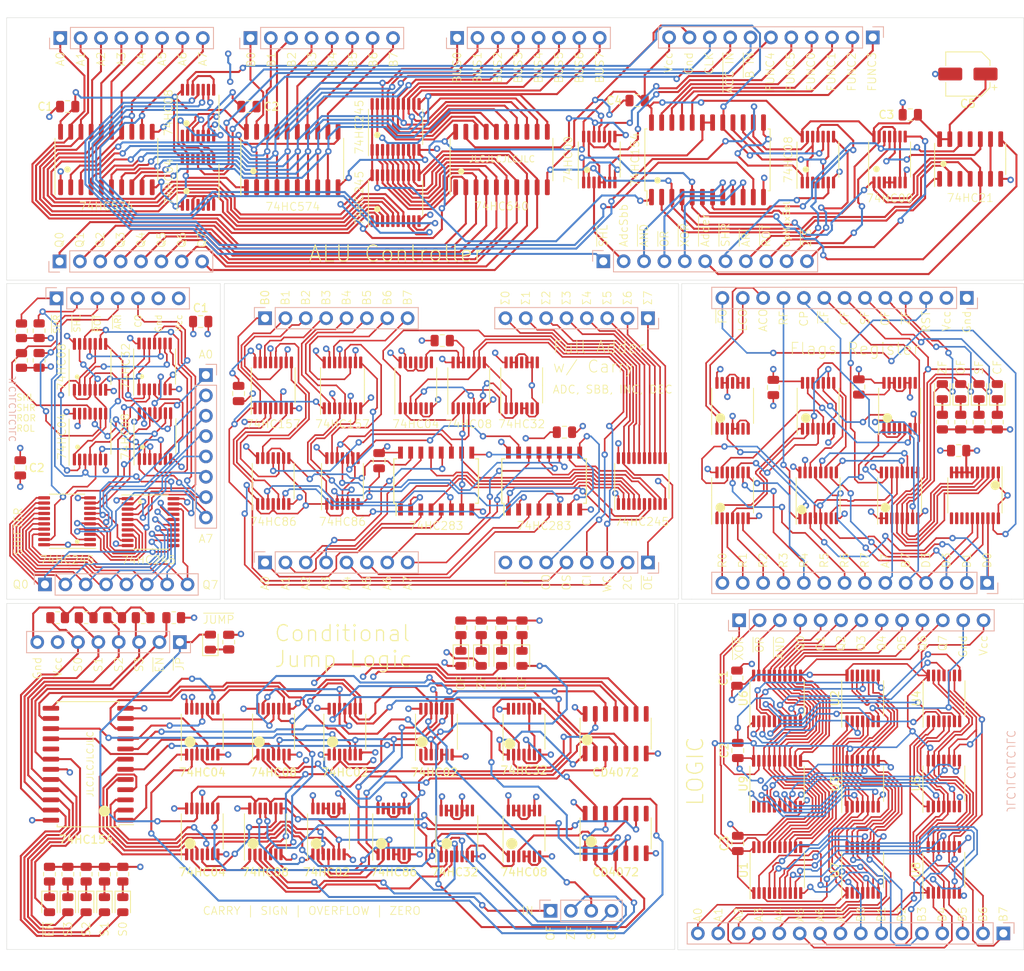
<source format=kicad_pcb>
(kicad_pcb (version 20211014) (generator pcbnew)
  (layers (0 "F.Cu" signal) (1 "In1.Cu" signal) (2 "In2.Cu" signal) (31 "B.Cu" signal) (34 "B.Paste" user) (35 "F.Paste" user) (36 "B.SilkS" user "B.Silkscreen") (37 "F.SilkS" user "F.Silkscreen") (38 "B.Mask" user) (39 "F.Mask" user) (44 "Edge.Cuts" user))
  (net 0 "")
  (net 1 "A7")
  (net 2 "A6")
  (net 3 "A5")
  (net 4 "A4")
  (net 5 "A3")
  (net 6 "A2")
  (net 7 "A1")
  (net 8 "A0")
  (net 9 "B7")
  (net 10 "B6")
  (net 11 "B5")
  (net 12 "B4")
  (net 13 "B3")
  (net 14 "B2")
  (net 15 "B1")
  (net 16 "B0")
  (net 17 "SUM0")
  (net 18 "SUM1")
  (net 19 "SUM2")
  (net 20 "SUM3")
  (net 21 "SUM4")
  (net 22 "SUM5")
  (net 23 "SUM6")
  (net 24 "SUM7")
  (net 25 "VCC")
  (net 26 "GND")
  (net 27 "ADDER_CARRY_OUT")
  (net 28 "OP_MUX_SEL")
  (net 29 "CARRY_FLAG_IN")
  (net 30 "ADC_SBB")
  (net 31 "TWOS_COMP")
  (net 32 "~{ADDER_OUT}")
  (net 33 "Net-(U1-Pad12)")
  (net 34 "Net-(U1-Pad9)")
  (net 35 "Net-(U1-Pad7)")
  (net 36 "Net-(U1-Pad4)")
  (net 37 "Net-(U2-Pad12)")
  (net 38 "Net-(U2-Pad9)")
  (net 39 "Net-(U2-Pad7)")
  (net 40 "Net-(U2-Pad4)")
  (net 41 "OP3")
  (net 42 "OP2")
  (net 43 "OP1")
  (net 44 "OP0")
  (net 45 "OP7")
  (net 46 "OP6")
  (net 47 "OP5")
  (net 48 "OP4")
  (net 49 "Net-(U5-Pad13)")
  (net 50 "Net-(U5-Pad10)")
  (net 51 "Net-(U5-Pad9)")
  (net 52 "ADDER_CARRY_IN")
  (net 53 "Net-(U5-Pad4)")
  (net 54 "Net-(U5-Pad1)")
  (net 55 "Net-(U6-Pad13)")
  (net 56 "Net-(U6-Pad10)")
  (net 57 "Net-(U6-Pad4)")
  (net 58 "Net-(U6-Pad1)")
  (net 59 "Net-(U32-Pad12)")
  (net 60 "Net-(U32-Pad10)")
  (net 61 "Net-(U32-Pad8)")
  (net 62 "Net-(U32-Pad6)")
  (net 63 "Net-(U32-Pad4)")
  (net 64 "Net-(U32-Pad2)")
  (net 65 "Net-(U33-Pad11)")
  (net 66 "Net-(U33-Pad8)")
  (net 67 "Net-(U33-Pad6)")
  (net 68 "Net-(U33-Pad1)")
  (net 69 "Net-(U34-Pad11)")
  (net 70 "Net-(U34-Pad8)")
  (net 71 "Net-(U34-Pad6)")
  (footprint "Package_SO:TSSOP-16_4.4x5mm_P0.65mm" (layer "F.Cu") (at 64.616 83.13 90)
    (fp_text reference "U1" hide)
    (fp_text value "74LS157")
  )
  (footprint "Package_SO:TSSOP-16_4.4x5mm_P0.65mm" (layer "F.Cu") (at 73.252 83.13 90)
    (fp_text reference "U2" hide)
    (fp_text value "74LS157")
  )
  (footprint "Package_SO:TSSOP-14_4.4x5mm_P0.65mm" (layer "F.Cu") (at 64.616 95.068 90)
    (fp_text reference "U3" hide)
    (fp_text value "74LS86")
  )
  (footprint "Package_SO:TSSOP-14_4.4x5mm_P0.65mm" (layer "F.Cu") (at 73.252 95.068 90)
    (fp_text reference "U4" hide)
    (fp_text value "74LS86")
  )
  (footprint "Package_SO:SOIC-16W_5.3x10.2mm_P1.27mm" (layer "F.Cu") (at 84.936 95.068 90)
    (fp_text reference "U5" hide)
    (fp_text value "74LS283")
  )
  (footprint "Package_SO:SOIC-16W_5.3x10.2mm_P1.27mm" (layer "F.Cu") (at 98.398 95.068 90)
    (fp_text reference "U6" hide)
    (fp_text value "74LS283")
  )
  (footprint "Package_SO:TSSOP-20_4.4x6.5mm_P0.65mm" (layer "F.Cu") (at 110.59 95.068 90)
    (fp_text reference "U7" hide)
    (fp_text value "74LS245")
  )
  (footprint "Package_SO:TSSOP-14_4.4x5mm_P0.65mm" (layer "F.Cu") (at 82.396 83.13 90)
    (fp_text reference "U32" hide)
    (fp_text value "74LS04")
  )
  (footprint "Package_SO:TSSOP-14_4.4x5mm_P0.65mm" (layer "F.Cu") (at 89 83.13 90)
    (fp_text reference "U33" hide)
    (fp_text value "74LS08")
  )
  (footprint "Package_SO:TSSOP-14_4.4x5mm_P0.65mm" (layer "F.Cu") (at 95.604 83.13 90)
    (fp_text reference "U34" hide)
    (fp_text value "74LS32")
  )
  (footprint "Capacitor_SMD:C_0805_2012Metric" (layer "F.Cu") (at 85.698 77.542)
    (fp_text reference "C1" hide)
    (fp_text value "C")
  )
  (footprint "Capacitor_SMD:C_0805_2012Metric" (layer "F.Cu") (at 100.938 88.972)
    (fp_text reference "C2" hide)
    (fp_text value "C")
  )
  (footprint "Capacitor_SMD:C_0805_2012Metric" (layer "F.Cu") (at 60.298 84.146 -90)
    (fp_text reference "C3" hide)
    (fp_text value "C")
  )
  (footprint "Capacitor_SMD:C_0805_2012Metric" (layer "F.Cu") (at 77.824 92.528 -90)
    (fp_text reference "C4" hide)
    (fp_text value "C")
  )
  (footprint "LED_SMD:LED_0805_2012Metric" (layer "F.Cu") (at 152.642 83.902 90)
    (fp_text reference "D2" hide)
    (fp_text value "LED")
  )
  (footprint "Package_SO:TSSOP-20_4.4x6.5mm_P0.65mm" (layer "F.Cu") (at 152.134 96.856 -90)
    (fp_text reference "U2" hide)
    (fp_text value "74LS245")
  )
  (footprint "Resistor_SMD:R_0805_2012Metric" (layer "F.Cu") (at 88.022 113.388 90)
    (fp_text reference "R5" hide)
    (fp_text value "R_US")
  )
  (footprint "Resistor_SMD:R_0805_2012Metric" (layer "F.Cu") (at 148.07 87.712 -90)
    (fp_text reference "R4" hide)
    (fp_text value "R_US")
  )
  (footprint "Resistor_SMD:R_0805_2012Metric" (layer "F.Cu") (at 43.572 144.122 90)
    (fp_text reference "R7" hide)
    (fp_text value "R_US")
  )
  (footprint "Package_SO:TSSOP-14_4.4x5mm_P0.65mm" (layer "F.Cu") (at 64.654 126.342 90)
    (fp_text reference "U3" hide)
    (fp_text value "74LS08")
  )
  (footprint "Package_SO:TSSOP-14_4.4x5mm_P0.65mm" (layer "F.Cu") (at 142.736 85.68 90)
    (fp_text reference "U39" hide)
    (fp_text value "74LS86")
  )
  (footprint "Package_SO:TSSOP-14_4.4x5mm_P0.65mm" (layer "F.Cu") (at 73.544 126.342 90)
    (fp_text reference "U2" hide)
    (fp_text value "74LS02")
  )
  (footprint "Capacitor_SMD:CP_Elec_5x5.9" (layer "F.Cu") (at 151.252 44.278 180)
    (fp_text reference "C5")
    (fp_text value "C_Polarized")
  )
  (footprint "Package_SO:TSSOP-14_4.4x5mm_P0.65mm" (layer "F.Cu") (at 138.13 132.84 90)
    (fp_text reference "U3")
    (fp_text value "74LS32")
  )
  (footprint "Package_SO:TSSOP-14_4.4x5mm_P0.65mm" (layer "F.Cu") (at 41.77 80.82 90)
    (fp_text reference "U1" hide)
    (fp_text value "74LS08")
  )
  (footprint "Package_SO:SO-20_5.3x12.6mm_P1.27mm" (layer "F.Cu") (at 66.99 54.946 90)
    (fp_text reference "U4" hide)
    (fp_text value "74LS574")
  )
  (footprint "Package_SO:SOIC-14_3.9x8.7mm_P1.27mm" (layer "F.Cu") (at 151.538 54.882 90)
    (fp_text reference "U10" hide)
    (fp_text value "74LS21")
  )
  (footprint "Resistor_SMD:R_0805_2012Metric" (layer "F.Cu") (at 36.714 144.122 90)
    (fp_text reference "R10" hide)
    (fp_text value "R_US")
  )
  (footprint "LED_SMD:LED_0805_2012Metric" (layer "F.Cu") (at 154.928 83.902 90)
    (fp_text reference "D1" hide)
    (fp_text value "LED")
  )
  (footprint "Resistor_SMD:R_0805_2012Metric" (layer "F.Cu") (at 35.42 80.0075 -90)
    (fp_text reference "R13" hide)
    (fp_text value "R_Small_US")
  )
  (footprint "Package_SO:TSSOP-14_4.4x5mm_P0.65mm" (layer "F.Cu") (at 95.896 139.042 90)
    (fp_text reference "U14" hide)
    (fp_text value "74LS08")
  )
  (footprint "Capacitor_SMD:C_0805_2012Metric" (layer "F.Cu") (at 126.988 83.394 -90)
    (fp_text reference "C1" hide)
    (fp_text value "C")
  )
  (footprint "Package_SO:SO-20_5.3x12.6mm_P1.27mm" (layer "F.Cu") (at 43.81 54.946 90)
    (fp_text reference "U2" hide)
    (fp_text value "74LS574")
  )
  (footprint "Package_SO:TSSOP-14_4.4x5mm_P0.65mm" (layer "F.Cu") (at 95.896 126.342 90)
    (fp_text reference "U12" hide)
    (fp_text value "74LS32")
  )
  (footprint "Package_SO:TSSOP-16_4.4x5mm_P0.65mm" (layer "F.Cu") (at 142.736 96.856 90)
    (fp_text reference "U1" hide)
    (fp_text value "74LS173")
  )
  (footprint "Package_SO:TSSOP-14_4.4x5mm_P0.65mm" (layer "F.Cu") (at 41.77 89.52 90)
    (fp_text reference "U2" hide)
    (fp_text value "74LS04")
  )
  (footprint "LED_SMD:LED_0805_2012Metric" (layer "F.Cu") (at 39 147.932 -90)
    (fp_text reference "D9" hide)
    (fp_text value "LED")
  )
  (footprint "Package_SO:TSSOP-20_4.4x6.5mm_P0.65mm" (layer "F.Cu") (at 49.32 100.192)
    (fp_text reference "U6" hide)
    (fp_text value "74LS245")
  )
  (footprint "Package_SO:TSSOP-14_4.4x5mm_P0.65mm" (layer "F.Cu") (at 138.13 122.19 90)
    (fp_text reference "U2")
    (fp_text value "74LS08")
  )
  (footprint "Package_SO:SOIC-14_3.9x8.7mm_P1.27mm" (layer "F.Cu") (at 107.326 126.596 90)
    (fp_text reference "U10" hide)
    (fp_text value "CD4072")
  )
  (footprint "Package_SO:TSSOP-14_4.4x5mm_P0.65mm" (layer "F.Cu") (at 71.512 138.788 90)
    (fp_text reference "U9" hide)
    (fp_text value "74LS02")
  )
  (footprint "Package_SO:TSSOP-14_4.4x5mm_P0.65mm" (layer "F.Cu") (at 87.514 139.042 90)
    (fp_text reference "U7" hide)
    (fp_text value "74LS32")
  )
  (footprint "Resistor_SMD:R_0805_2012Metric" (layer "F.Cu") (at 152.642 87.712 -90)
    (fp_text reference "R2" hide)
    (fp_text value "R_US")
  )
  (footprint "LED_SMD:LED_0805_2012Metric" (layer "F.Cu") (at 56.78 115.166 90)
    (fp_text reference "D1" hide)
    (fp_text value "LED")
  )
  (footprint "LED_SMD:LED_0805_2012Metric" (layer "F.Cu") (at 88.022 117.198 -90)
    (fp_text reference "D5" hide)
    (fp_text value "LED")
  )
  (footprint "Package_SO:TSSOP-14_4.4x5mm_P0.65mm" (layer "F.Cu") (at 63.638 138.788 90)
    (fp_text reference "U6" hide)
    (fp_text value "74LS08")
  )
  (footprint "LED_SMD:LED_0805_2012Metric" (layer "F.Cu") (at 150.356 83.902 90)
    (fp_text reference "D3" hide)
    (fp_text value "LED")
  )
  (footprint "Package_SO:TSSOP-20_4.4x6.5mm_P0.65mm" (layer "F.Cu") (at 127.455 132.84 90)
    (fp_text reference "U9")
    (fp_text value "74LS245")
  )
  (footprint "Resistor_SMD:R_0805_2012Metric" (layer "F.Cu") (at 33.22 80.02 -90)
    (fp_text reference "R10" hide)
    (fp_text value "R_Small_US")
  )
  (footprint "Resistor_SMD:R_0805_2012Metric" (layer "F.Cu") (at 45.858 144.122 90)
    (fp_text reference "R6" hide)
    (fp_text value "R_US")
  )
  (footprint "Package_SO:TSSOP-20_4.4x6.5mm_P0.65mm" (layer "F.Cu") (at 79.878 59.772 90)
    (fp_text reference "U11" hide)
    (fp_text value "74LS245")
  )
  (footprint "Capacitor_SMD:C_0805_2012Metric" (layer "F.Cu") (at 61.59 48.342 180)
    (fp_text reference "C2")
    (fp_text value "C")
  )
  (footprint "Package_SO:TSSOP-14_4.4x5mm_P0.65mm" (layer "F.Cu") (at 49.87 89.47 90)
    (fp_text reference "U3" hide)
    (fp_text value "74LS08")
  )
  (footprint "Package_SO:SOIC-24W_7.5x15.4mm_P1.27mm" (layer "F.Cu") (at 41.54 130.406 180)
    (fp_text reference "U13" hide)
    (fp_text value "74LS154")
  )
  (footprint "LED_SMD:LED_0805_2012Metric" (layer "F.Cu") (at 148.07 83.902 90)
    (fp_text reference "D4" hide)
    (fp_text value "LED")
  )
  (footprint "Resistor_SMD:R_0805_2012Metric" (layer "F.Cu") (at 59.066 115.166 90)
    (fp_text reference "R1" hide)
    (fp_text value "R_US")
  )
  (footprint "Package_SO:TSSOP-14_4.4x5mm_P0.65mm" (layer "F.Cu") (at 55.764 126.342 90)
    (fp_text reference "U1" hide)
    (fp_text value "74LS04")
  )
  (footprint "Resistor_SMD:R_0805_2012Metric" (layer "F.Cu") (at 52.208 112.118)
    (fp_text reference "R15" hide)
    (fp_text value "R_US")
  )
  (footprint "Capacitor_SMD:C_0805_2012Metric" (layer "F.Cu") (at 55.57 75.17)
    (fp_text reference "C1")
    (fp_text value "C")
  )
  (footprint "Package_SO:TSSOP-16_4.4x5mm_P0.65mm" (layer "F.Cu") (at 132.576 96.856 90)
    (fp_text reference "U38" hide)
    (fp_text value "74LS157")
  )
  (footprint "Capacitor_SMD:C_0805_2012Metric" (layer "F.Cu") (at 122.555 128.69 90)
    (fp_text reference "C2")
    (fp_text value "C")
  )
  (footprint "Package_SO:SOIC-14_3.9x8.7mm_P1.27mm" (layer "F.Cu") (at 107.326 139.042 90)
    (fp_text reference "U11" hide)
    (fp_text value "CD4072")
  )
  (footprint "Package_SO:TSSOP-20_4.4x6.5mm_P0.65mm" (layer "F.Cu") (at 38.906 100.088 180)
    (fp_text reference "U5" hide)
    (fp_text value "74LS245")
  )
  (footprint "Package_SO:TSSOP-14_4.4x5mm_P0.65mm" (layer "F.Cu") (at 105.278 54.946 90)
    (fp_text reference "U8" hide)
    (fp_text value "74LS00")
  )
  (footprint "Package_SO:TSSOP-14_4.4x5mm_P0.65mm" (layer "F.Cu") (at 55.764 138.788 90)
    (fp_text reference "U4" hide)
    (fp_text value "74LS04")
  )
  (footprint "Resistor_SMD:R_0805_2012Metric" (layer "F.Cu") (at 37.73 112.118)
    (fp_text reference "R11" hide)
    (fp_text value "R_US")
  )
  (footprint "Resistor_SMD:R_0805_2012Metric" (layer "F.Cu") (at 33.22 76.32 -90)
    (fp_text reference "R12" hide)
    (fp_text value "R_Small_US")
  )
  (footprint "Package_SO:TSSOP-20_4.4x6.5mm_P0.65mm" (layer "F.Cu") (at 79.878 50.882 90)
    (fp_text reference "U5" hide)
    (fp_text value "74LS245")
  )
  (footprint "Package_SO:TSSOP-14_4.4x5mm_P0.65mm" (layer "F.Cu") (at 132.548 54.956 90)
    (fp_text reference "U9" hide)
    (fp_text value "74LS08")
  )
  (footprint "Package_SO:TSSOP-14_4.4x5mm_P0.65mm" (layer "F.Cu") (at 141.488 54.946 90)
    (fp_text reference "U7" hide)
    (fp_text value "74LS00")
  )
  (footprint "Capacitor_SMD:C_0805_2012Metric" (layer "F.Cu") (at 33.07 93.42 -90)
    (fp_text reference "C2")
    (fp_text value "C")
  )
  (footprint "Capacitor_SMD:C_0805_2012Metric" (layer "F.Cu") (at 137.656 83.328 -90)
    (fp_text reference "C3" hide)
    (fp_text value "C")
  )
  (footprint "Package_SO:TSSOP-14_4.4x5mm_P0.65mm" (layer "F.Cu") (at 148.255 143.59 90)
    (fp_text reference "U8")
    (fp_text value "74LS86")
  )
  (footprint "Package_SO:TSSOP-14_4.4x5mm_P0.65mm" (layer "F.Cu") (at 121.908 96.856 90)
    (fp_text reference "U36" hide)
    (fp_text value "74LS02")
  )
  (footprint "LED_SMD:LED_0805_2012Metric" (layer "F.Cu") (at 45.858 147.932 -90)
    (fp_text reference "D6" hide)
    (fp_text value "LED")
  )
  (footprint "Resistor_SMD:R_0805_2012Metric" (layer "F.Cu") (at 95.642 113.388 90)
    (fp_text reference "R2" hide)
    (fp_text value "R_US")
  )
  (footprint "Resistor_SMD:R_0805_2012Metric" (layer "F.Cu") (at 93.102 113.388 90)
    (fp_text reference "R3" hide)
    (fp_text value "R_US")
  )
  (footprint "Package_SO:TSSOP-14_4.4x5mm_P0.65mm" (layer "F.Cu") (at 138.13 143.59 90)
    (fp_text reference "U7")
    (fp_text value "74LS86")
  )
  (footprint "Package_SO:TSSOP-14_4.4x5mm_P0.65mm" (layer "F.Cu") (at 79.64 138.788 90)
    (fp_text reference "U8" hide)
    (fp_text value "74LS86")
  )
  (footprint "Capacitor_SMD:C_0805_2012Metric" (layer "F.Cu") (at 122.455 119.665 90)
    (fp_text reference "C1")
    (fp_text value "C")
  )
  (footprint "Package_SO:TSSOP-14_4.4x5mm_P0.65mm" (layer "F.Cu") (at 55.24 49.104 90)
    (fp_text reference "U1" hide)
    (fp_text value "74LS08")
  )
  (footprint "LED_SMD:LED_0805_2012Metric" (layer "F.Cu") (at 41.286 147.932 -90)
    (fp_text reference "D8" hide)
    (fp_text value "LED")
  )
  (footprint "Capacitor_SMD:C_0805_2012Metric" (layer "F.Cu") (at 110.002 47.59 180)
    (fp_text reference "C4")
    (fp_text value "C")
  )
  (footprint "Package_SO:TSSOP-20_4.4x6.5mm_P0.65mm" (layer "F.Cu") (at 127.455 122.19 90)
    (fp_text reference "U6")
    (fp_text value "74LS245")
  )
  (footprint "Capacitor_SMD:C_0805_2012Metric" (layer "F.Cu") (at 144.074 49.358 180)
    (fp_text reference "C3")
    (fp_text value "C")
  )
  (footprint "Resistor_SMD:R_0805_2012Metric" (layer "F.Cu") (at 35.42 76.3075 -90)
    (fp_text reference "R11" hide)
    (fp_text value "R_Small_US")
  )
  (footprint "Resistor_SMD:R_0805_2012Metric" (layer "F.Cu") (at 48.398 112.118)
    (fp_text reference "R14" hide)
    (fp_text value "R_US")
  )
  (footprint "LED_SMD:LED_0805_2012Metric" (layer "F.Cu") (at 95.642 117.198 -90)
    (fp_text reference "D2" hide)
    (fp_text value "LED")
  )
  (footprint "Package_SO:SOIC-24W_7.5x15.4mm_P1.27mm" (layer "F.Cu") (at 118.778 54.986 90)
    (fp_text reference "U3" hide)
    (fp_text value "74LS154")
  )
  (footprint "Package_SO:TSSOP-14_4.4x5mm_P0.65mm" (layer "F.Cu") (at 132.576 85.68 90)
    (fp_text reference "U37" hide)
    (fp_text value "74LS08")
  )
  (footprint "LED_SMD:LED_0805_2012Metric" (layer "F.Cu") (at 43.572 147.932 -90)
    (fp_text reference "D7" hide)
    (fp_text value "LED")
  )
  (footprint "LED_SMD:LED_0805_2012Metric" (layer "F.Cu") (at 93.102 117.198 -90)
    (fp_text reference "D3" hide)
    (fp_text value "LED")
  )
  (footprint "Package_SO:TSSOP-14_4.4x5mm_P0.65mm" (layer "F.Cu") (at 49.82 80.77 90)
    (fp_text reference "U4" hide)
    (fp_text value "74LS32")
  )
  (footprint "Package_SO:TSSOP-14_4.4x5mm_P0.65mm" (layer "F.Cu") (at 121.908 85.68 90)
    (fp_text reference "U35" hide)
    (fp_text value "74LS32")
  )
  (footprint "Package_SO:TSSOP-14_4.4x5mm_P0.65mm" (layer "F.Cu") (at 148.255 132.815 90)
    (fp_text reference "U5")
    (fp_text value "74LS32")
  )
  (footprint "LED_SMD:LED_0805_2012Metric" (layer "F.Cu") (at 36.714 147.932 -90)
    (fp_text reference "D10" hide)
    (fp_text value "LED")
  )
  (footprint "LED_SMD:LED_0805_2012Metric" (layer "F.Cu") (at 90.562 117.198 -90)
    (fp_text reference "D4" hide)
    (fp_text value "LED")
  )
  (footprint "Package_SO:TSSOP-20_4.4x6.5mm_P0.65mm" (layer "F.Cu") (at 127.48 143.615 90)
    (fp_text reference "U1")
    (fp_text value "74LS245")
  )
  (footprint "Resistor_SMD:R_0805_2012Metric" (layer "F.Cu") (at 39 144.122 90)
    (fp_text reference "R9" hide)
    (fp_text value "R_US")
  )
  (footprint "Capacitor_SMD:C_0805_2012Metric" (layer "F.Cu") (at 150.102 91.268)
    (fp_text reference "C2" hide)
    (fp_text value "C")
  )
  (footprint "Package_SO:SO-20_5.3x12.6mm_P1.27mm" (layer "F.Cu") (at 93.086 54.946 90)
    (fp_text reference "U6" hide)
    (fp_text value "74HC640")
  )
  (footprint "Resistor_SMD:R_0805_2012Metric" (layer "F.Cu") (at 150.356 87.712 -90)
    (fp_text reference "R3" hide)
    (fp_text value "R_US")
  )
  (footprint "Package_SO:TSSOP-14_4.4x5mm_P0.65mm" (layer "F.Cu") (at 148.28 122.19 90)
    (fp_text reference "U4")
    (fp_text value "74LS08")
  )
  (footprint "Resistor_SMD:R_0805_2012Metric" (layer "F.Cu") (at 154.928 87.712 -90)
    (fp_text reference "R1" hide)
    (fp_text value "R_US")
  )
  (footprint "Resistor_SMD:R_0805_2012Metric" (layer "F.Cu") (at 90.562 113.388 90)
    (fp_text reference "R4" hide)
    (fp_text value "R_US")
  )
  (footprint "Capacitor_SMD:C_0805_2012Metric" (layer "F.Cu") (at 122.555 140.29 90)
    (fp_text reference "C3")
    (fp_text value "C")
  )
  (footprint "Resistor_SMD:R_0805_2012Metric" (layer "F.Cu") (at 44.842 112.118)
    (fp_text reference "R13" hide)
    (fp_text value "R_US")
  )
  (footprint "Resistor_SMD:R_0805_2012Metric" (layer "F.Cu") (at 41.286 112.118)
    (fp_text reference "R12" hide)
    (fp_text value "R_US")
  )
  (footprint "Resistor_SMD:R_0805_2012Metric" (layer "F.Cu") (at 41.286 144.122 90)
    (fp_text reference "R8" hide)
    (fp_text value "R_US")
  )
  (footprint "Package_SO:TSSOP-14_4.4x5mm_P0.65mm" (layer "F.Cu") (at 55.24 57.74 90)
    (fp_text reference "U12" hide)
    (fp_text value "74LS04")
  )
  (footprint "Capacitor_SMD:C_0805_2012Metric" (layer "F.Cu") (at 38.984 48.342 180)
    (fp_text reference "C1")
    (fp_text value "C")
  )
  (footprint "Package_SO:TSSOP-14_4.4x5mm_P0.65mm" (layer "F.Cu") (at 84.974 126.342 90)
    (fp_text reference "U5" hide)
    (fp_text value "74LS02")
  )
  (footprint "Connector_PinHeader_2.54mm:PinHeader_1x08_P2.54mm_Vertical" (layer "B.Cu") (at 63.6 105.228 -90)
    (fp_text reference "J1" hide)
    (fp_text value "Conn_01x08")
  )
  (footprint "Connector_PinHeader_2.54mm:PinHeader_1x08_P2.54mm_Vertical" (layer "B.Cu") (at 63.6 74.748 -90)
    (fp_text reference "J2" hide)
    (fp_text value "Conn_01x08")
  )
  (footprint "Connector_PinHeader_2.54mm:PinHeader_1x08_P2.54mm_Vertical" (layer "B.Cu") (at 111.352 74.748 90)
    (fp_text reference "J3" hide)
    (fp_text value "Conn_01x08")
  )
  (footprint "Connector_PinHeader_2.54mm:PinHeader_1x08_P2.54mm_Vertical" (layer "B.Cu") (at 111.352 105.228 90)
    (fp_text reference "J4" hide)
    (fp_text value "Conn_01x08")
  )
  (footprint "Connector_PinSocket_2.54mm:PinSocket_1x08_P2.54mm_Vertical" (layer "B.Cu") (at 37.968 67.665 -90)
    (fp_text reference "J6" hide)
    (fp_text value "Conn_01x08")
  )
  (footprint "Connector_PinHeader_2.54mm:PinHeader_1x14_P2.54mm_Vertical" (layer "B.Cu") (at 153.658 107.778 90)
    (fp_text reference "J2" hide)
    (fp_text value "Conn_01x14")
  )
  (footprint "Connector_PinHeader_2.54mm:PinHeader_1x04_P2.54mm_Vertical" (layer "B.Cu") (at 99.198 148.694 -90)
    (fp_text reference "J4" hide)
    (fp_text value "Conn_01x04")
  )
  (footprint "Connector_PinHeader_2.54mm:PinHeader_1x11_P2.54mm_Vertical" (layer "B.Cu") (at 105.786 67.64 -90)
    (fp_text reference "J3" hide)
    (fp_text value "Conn_01x11")
  )
  (footprint "Connector_PinHeader_2.54mm:PinHeader_1x08_P2.54mm_Vertical" (layer "B.Cu") (at 52.97 115.166 90)
    (fp_text reference "J3" hide)
    (fp_text value "Conn_01x08")
  )
  (footprint "Connector_PinSocket_2.54mm:PinSocket_1x08_P2.54mm_Vertical" (layer "B.Cu") (at 87.557 39.77 -90)
    (fp_text reference "J4" hide)
    (fp_text value "Conn_01x08")
  )
  (footprint "Connector_PinHeader_2.54mm:PinHeader_1x13_P2.54mm_Vertical" (layer "B.Cu") (at 151.118 72.218 90)
    (fp_text reference "J1" hide)
    (fp_text value "Conn_01x13")
  )
  (footprint "Connector_PinSocket_2.54mm:PinSocket_1x11_P2.54mm_Vertical" (layer "B.Cu") (at 139.392 39.715 90)
    (fp_text reference "J5" hide)
    (fp_text value "Conn_01x12")
  )
  (footprint "Connector_PinSocket_2.54mm:PinSocket_1x08_P2.54mm_Vertical" (layer "B.Cu") (at 38.057 39.79 -90)
    (fp_text reference "J1" hide)
    (fp_text value "Conn_01x08")
  )
  (footprint "Connector_PinSocket_2.54mm:PinSocket_1x13_P2.54mm_Vertical" (layer "B.Cu") (at 122.73 112.44 -90)
    (fp_text reference "JC" hide)
    (fp_text value "Conn_01x13")
  )
  (footprint "Connector_PinHeader_2.54mm:PinHeader_1x07_P2.54mm_Vertical" (layer "B.Cu") (at 37.595 72.27 -90)
    (fp_text reference "J3" hide)
    (fp_text value "Conn_01x07")
  )
  (footprint "Connector_PinSocket_2.54mm:PinSocket_1x08_P2.54mm_Vertical" (layer "B.Cu") (at 61.777 39.79 -90)
    (fp_text reference "J2" hide)
    (fp_text value "Conn_01x08")
  )
  (footprint "Connector_PinHeader_2.54mm:PinHeader_1x08_P2.54mm_Vertical" (layer "B.Cu") (at 56.22 81.84 180)
    (fp_text reference "J1" hide)
    (fp_text value "Conn_01x08")
  )
  (footprint "Connector_PinHeader_2.54mm:PinHeader_1x08_P2.54mm_Vertical" (layer "B.Cu") (at 36.15 107.97 -90)
    (fp_text reference "J2" hide)
    (fp_text value "Conn_01x08")
  )
  (footprint "Connector_PinSocket_2.54mm:PinSocket_1x16_P2.54mm_Vertical" (layer "B.Cu") (at 155.68 151.515 90)
    (fp_text reference "J1" hide)
    (fp_text value "Conn_01x16")
  )
  (gr_circle (center 77.602 61.14) (end 77.802 61.14) (layer "F.SilkS") (width 0.4) (fill none))
  (gr_circle (center 40.176 102.628) (end 40.326 102.628) (layer "F.SilkS") (width 0.3) (fill none))
  (gr_circle (center 94.372 140.312) (end 94.372 140.312) (layer "F.SilkS") (width 0.7) (fill none))
  (gr_circle (center 77.602 51.89) (end 77.802 51.89) (layer "F.SilkS") (width 0.4) (fill none))
  (gr_circle (center 48.32 90.82) (end 48.47 90.82) (layer "F.SilkS") (width 0.3) (fill none))
  (gr_circle (center 69.988 140.312) (end 69.988 140.312) (layer "F.SilkS") (width 0.7) (fill none))
  (gr_circle (center 40.22 90.82) (end 40.37 90.82) (layer "F.SilkS") (width 0.3) (fill none))
  (gr_circle (center 140.958 98.38) (end 140.958 98.38) (layer "F.SilkS") (width 0.6) (fill none))
  (gr_circle (center 53.802 50.44) (end 54.002 50.44) (layer "F.SilkS") (width 0.4) (fill none))
  (gr_circle (center 120.384 98.38) (end 120.384 98.38) (layer "F.SilkS") (width 0.6) (fill none))
  (gr_circle (center 130.544 98.634) (end 130.544 98.634) (layer "F.SilkS") (width 0.6) (fill none))
  (gr_circle (center 62.876 127.612) (end 62.876 127.612) (layer "F.SilkS") (width 0.7) (fill none))
  (gr_circle (center 38.952 56.19) (end 39.152 56.19) (layer "F.SilkS") (width 0.4) (fill none))
  (gr_circle (center 131.052 87.204) (end 131.052 87.204) (layer "F.SilkS") (width 0.6) (fill none))
  (gr_circle (center 154.674 95.586) (end 154.674 95.586) (layer "F.SilkS") (width 0.6) (fill none))
  (gr_circle (center 62.114 140.312) (end 62.114 140.312) (layer "F.SilkS") (width 0.7) (fill none))
  (gr_circle (center 48.22 82.02) (end 48.37 82.02) (layer "F.SilkS") (width 0.3) (fill none))
  (gr_circle (center 48.05 97.652) (end 47.9 97.652) (layer "F.SilkS") (width 0.3) (fill none))
  (gr_circle (center 141.212 87.204) (end 141.212 87.204) (layer "F.SilkS") (width 0.6) (fill none))
  (gr_circle (center 78.116 140.312) (end 78.116 140.312) (layer "F.SilkS") (width 0.7) (fill none))
  (gr_circle (center 54.24 127.612) (end 54.24 127.612) (layer "F.SilkS") (width 0.7) (fill none))
  (gr_circle (center 83.196 127.612) (end 83.196 127.612) (layer "F.SilkS") (width 0.7) (fill none))
  (gr_circle (center 86.244 140.312) (end 86.244 140.312) (layer "F.SilkS") (width 0.7) (fill none))
  (gr_circle (center 131.052 56.19) (end 131.252 56.19) (layer "F.SilkS") (width 0.4) (fill none))
  (gr_circle (center 120.384 87.204) (end 120.384 87.204) (layer "F.SilkS") (width 0.6) (fill none))
  (gr_circle (center 40.17 82.07) (end 40.32 82.07) (layer "F.SilkS") (width 0.3) (fill none))
  (gr_circle (center 139.852 56.14) (end 140.052 56.14) (layer "F.SilkS") (width 0.4) (fill none))
  (gr_circle (center 103.752 56.24) (end 103.952 56.24) (layer "F.SilkS") (width 0.4) (fill none))
  (gr_circle (center 53.802 58.89) (end 54.002 58.89) (layer "F.SilkS") (width 0.4) (fill none))
  (gr_circle (center 148.202 55.49) (end 148.402 55.49) (layer "F.SilkS") (width 0.4) (fill none))
  (gr_circle (center 54.24 140.312) (end 54.24 140.312) (layer "F.SilkS") (width 0.7) (fill none))
  (gr_circle (center 62.152 56.39) (end 62.352 56.39) (layer "F.SilkS") (width 0.4) (fill none))
  (gr_circle (center 88.052 56.44) (end 88.252 56.44) (layer "F.SilkS") (width 0.4) (fill none))
  (gr_circle (center 72.02 127.612) (end 72.02 127.612) (layer "F.SilkS") (width 0.7) (fill none))
  (gr_circle (center 103.77 127.358) (end 103.77 127.358) (layer "F.SilkS") (width 0.7) (fill none))
  (gr_circle (center 94.118 127.866) (end 94.118 127.866) (layer "F.SilkS") (width 0.7) (fill none))
  (gr_circle (center 104.278 140.058) (end 104.278 140.058) (layer "F.SilkS") (width 0.7) (fill none))
  (gr_circle (center 112.552 57.54) (end 112.752 57.54) (layer "F.SilkS") (width 0.4) (fill none))
  (gr_circle (center 43.572 136.248) (end 43.572 136.248) (layer "F.SilkS") (width 0.7) (fill none))
  (gr_line (start 115.162 70.43) (end 115.162 73.224) (layer "Edge.Cuts") (width 0.05))
  (gr_line (start 115.162 109.292) (end 115.162 108.53) (layer "Edge.Cuts") (width 0.05))
  (gr_line (start 58.52 108.53) (end 58.52 109.292) (layer "Edge.Cuts") (width 0.05))
  (gr_line (start 115.162 109.292) (end 115.162 109.8) (layer "Edge.Cuts") (width 0.05))
  (gr_line (start 58.52 109.8) (end 58.52 109.292) (layer "Edge.Cuts") (width 0.05))
  (gr_line (start 116.828 109.81) (end 156.706 109.81) (layer "Edge.Cuts") (width 0.05))
  (gr_line (start 31.38 152.504) (end 31.38 110.34) (layer "Edge.Cuts") (width 0.05))
  (gr_line (start 136.132 70.44) (end 115.558 70.44) (layer "Edge.Cuts") (width 0.05))
  (gr_line (start 115.558 77.298) (end 115.558 109.302) (layer "Edge.Cuts") (width 0.05))
  (gr_line (start 114.692 110.34) (end 114.692 152.504) (layer "Edge.Cuts") (width 0.05))
  (gr_line (start 58.52 70.43) (end 115.162 70.43) (layer "Edge.Cuts") (width 0.05))
  (gr_line (start 115.162 107.26) (end 115.162 108.53) (layer "Edge.Cuts") (width 0.05))
  (gr_line (start 158.23 77.806) (end 158.23 109.81) (layer "Edge.Cuts") (width 0.05))
  (gr_line (start 115.558 109.81) (end 115.558 109.302) (layer "Edge.Cuts") (width 0.05))
  (gr_line (start 115.162 73.224) (end 115.162 107.26) (layer "Edge.Cuts") (width 0.05))
  (gr_line (start 32.904 110.34) (end 114.692 110.34) (layer "Edge.Cuts") (width 0.05))
  (gr_rect (start 158.232 37.264) (end 31.362 70.006) (layer "Edge.Cuts") (width 0.05) (fill none))
  (gr_line (start 116.828 109.81) (end 115.558 109.81) (layer "Edge.Cuts") (width 0.05))
  (gr_line (start 115.558 70.44) (end 115.558 77.298) (layer "Edge.Cuts") (width 0.05))
  (gr_line (start 136.132 70.44) (end 158.23 70.44) (layer "Edge.Cuts") (width 0.05))
  (gr_line (start 158.23 109.81) (end 156.706 109.81) (layer "Edge.Cuts") (width 0.05))
  (gr_line (start 158.23 70.44) (end 158.23 77.806) (layer "Edge.Cuts") (width 0.05))
  (gr_rect (start 31.37 70.42) (end 58.02 109.82) (layer "Edge.Cuts") (width 0.05) (fill none))
  (gr_line (start 31.38 152.504) (end 31.38 153.52) (layer "Edge.Cuts") (width 0.05))
  (gr_line (start 114.692 152.504) (end 114.692 153.52) (layer "Edge.Cuts") (width 0.05))
  (gr_line (start 58.52 108.53) (end 58.52 70.43) (layer "Edge.Cuts") (width 0.05))
  (gr_line (start 31.38 110.34) (end 32.904 110.34) (layer "Edge.Cuts") (width 0.05))
  (gr_rect (start 115.08 110.34) (end 158.23 153.565) (layer "Edge.Cuts") (width 0.05) (fill none))
  (gr_line (start 115.162 109.8) (end 58.52 109.8) (layer "Edge.Cuts") (width 0.05))
  (gr_line (start 114.692 153.52) (end 31.38 153.52) (layer "Edge.Cuts") (width 0.05))
  (gr_text "JLCJLCJLCJLC" (at 32.12 86.07 -270) (layer "B.SilkS") (effects (font (size 0.8 0.8) (thickness 0.1)) (justify mirror)))
  (gr_text "JLCJLCJLCJLC" (at 156.605 131.265 -90) (layer "B.SilkS") (effects (font (size 1 1) (thickness 0.1)) (justify mirror)))
  (gr_text "B1" (at 66.14 73.224 90) (layer "F.SilkS") (effects (font (size 1 1) (thickness 0.1)) (justify left)))
  (gr_text "B2" (at 68.68 73.224 90) (layer "F.SilkS") (effects (font (size 1 1) (thickness 0.1)) (justify left)))
  (gr_text "B3" (at 71.22 73.224 90) (layer "F.SilkS") (effects (font (size 1 1) (thickness 0.1)) (justify left)))
  (gr_text "B4" (at 73.76 73.224 90) (layer "F.SilkS") (effects (font (size 1 1) (thickness 0.1)) (justify left)))
  (gr_text "B5" (at 76.3 73.224 90) (layer "F.SilkS") (effects (font (size 1 1) (thickness 0.1)) (justify left)))
  (gr_text "B6" (at 78.84 73.224 90) (layer "F.SilkS") (effects (font (size 1 1) (thickness 0.1)) (justify left)))
  (gr_text "B7" (at 81.38 73.224 90) (layer "F.SilkS") (effects (font (size 1 1) (thickness 0.1)) (justify left)))
  (gr_text "Σ4" (at 103.732 73.224 90) (layer "F.SilkS") (effects (font (size 1 1) (thickness 0.1)) (justify left)))
  (gr_text "Σ2" (at 98.652 73.224 90) (layer "F.SilkS") (effects (font (size 1 1) (thickness 0.1)) (justify left)))
  (gr_text "Σ7" (at 111.352 73.224 90) (layer "F.SilkS") (effects (font (size 1 1) (thickness 0.1)) (justify left)))
  (gr_text "Σ1" (at 96.112 73.224 90) (layer "F.SilkS") (effects (font (size 1 1) (thickness 0.1)) (justify left)))
  (gr_text "Σ5" (at 106.272 73.224 90) (layer "F.SilkS") (effects (font (size 1 1) (thickness 0.1)) (justify left)))
  (gr_text "Σ3" (at 101.192 73.224 90) (layer "F.SilkS") (effects (font (size 1 1) (thickness 0.1)) (justify left)))
  (gr_text "Σ6" (at 108.812 73.224 90) (layer "F.SilkS") (effects (font (size 1 1) (thickness 0.1)) (justify left)))
  (gr_text "Σ0" (at 93.572 73.224 90) (layer "F.SilkS") (effects (font (size 1 1) (thickness 0.1)) (justify left)))
  (gr_text "B0" (at 63.6 73.224 90) (layer "F.SilkS") (effects (font (size 1 1) (thickness 0.1)) (justify left)))
  (gr_text "A0" (at 63.6 108.784 90) (layer "F.SilkS") (effects (font (size 1 1) (thickness 0.1)) (justify left)))
  (gr_text "A1" (at 66.14 108.784 90) (layer "F.SilkS") (effects (font (size 1 1) (thickness 0.1)) (justify left)))
  (gr_text "A3" (at 71.22 108.784 90) (layer "F.SilkS") (effects (font (size 1 1) (thickness 0.1)) (justify left)))
  (gr_text "A2" (at 68.68 108.784 90) (layer "F.SilkS") (effects (font (size 1 1) (thickness 0.1)) (justify left)))
  (gr_text "A7" (at 81.38 108.784 90) (layer "F.SilkS") (effects (font (size 1 1) (thickness 0.1)) (justify left)))
  (gr_text "A6" (at 78.84 108.784 90) (layer "F.SilkS") (effects (font (size 1 1) (thickness 0.1)) (justify left)))
  (gr_text "A5" (at 76.3 108.784 90) (layer "F.SilkS") (effects (font (size 1 1) (thickness 0.1)) (justify left)))
  (gr_text "A4" (at 73.76 108.784 90) (layer "F.SilkS") (effects (font (size 1 1) (thickness 0.1)) (justify left)))
  (gr_text "OS" (at 101.192 108.784 90) (layer "F.SilkS") (effects (font (size 1 1) (thickness 0.1)) (justify left)))
  (gr_text "CO" (at 98.652 108.784 90) (layer "F.SilkS") (effects (font (size 1 1) (thickness 0.1)) (justify left)))
  (gr_text "WC" (at 106.272 109.038 90) (layer "F.SilkS") (effects (font (size 1 1) (thickness 0.1)) (justify left)))
  (gr_text "-" (at 96.874 107.768 180) (layer "F.SilkS") (effects (font (size 1 1) (thickness 0.1)) (justify left)))
  (gr_text "CI" (at 103.732 108.276 90) (layer "F.SilkS") (effects (font (size 1 1) (thickness 0.1)) (justify left)))
  (gr_text "2C" (at 108.812 108.784 90) (layer "F.SilkS") (effects (font (size 1 1) (thickness 0.1)) (justify left)))
  (gr_text "~{OE}" (at 111.352 108.784 90) (layer "F.SilkS") (effects (font (size 1 1) (thickness 0.1)) (justify left)))
  (gr_text "+" (at 93.572 108.53 90) (layer "F.SilkS") (effects (font (size 1 1) (thickness 0.1)) (justify left)))
  (gr_text "Full Adder\nw/ Carry" (at 99.414 79.574) (layer "F.SilkS") (effects (font (size 1.5 1.5) (thickness 0.1)) (justify left)))
  (gr_text "ADC, SBB, INC, DEC" (at 99.414 83.638) (layer "F.SilkS") (effects (font (size 1 1) (thickness 0.1)) (justify left)))
  (gr_text "B3" (at 69.472 41.44 90) (layer "F.SilkS") (effects (font (size 1 1) (thickness 0.1)) (justify right)))
  (gr_text "Vcc" (at 37.73 116.944 90) (layer "F.SilkS") (effects (font (size 1 1) (thickness 0.1)) (justify right)))
  (gr_text "BUS0" (at 87.552 41.44 90) (layer "F.SilkS") (effects (font (size 1 1) (thickness 0.1)) (justify right)))
  (gr_text "S1" (at 43.572 149.964 90) (layer "F.SilkS") (effects (font (size 1 1) (thickness 0.1)) (justify right)))
  (gr_text "74HC245" (at 49.066 104.914) (layer "F.SilkS") (effects (font (size 1 1) (thickness 0.1))))
  (gr_text "Q1" (at 132.87 114.24 90) (layer "F.SilkS") (effects (font (size 1 1) (thickness 0.1)) (justify right)))
  (gr_text "Q5" (at 50.652 66.04 90) (layer "F.SilkS") (effects (font (size 1 1) (thickness 0.1)) (justify left)))
  (gr_text "B7" (at 155.68 150.165 90) (layer "F.SilkS") (effects (font (size 1 1) (thickness 0.1)) (justify left)))
  (gr_text "OF" (at 140.958 73.742 90) (layer "F.SilkS") (effects (font (size 1 1) (thickness 0.1)) (justify right)))
  (gr_text "Vcc" (at 153.19 114.24 90) (layer "F.SilkS") (effects (font (size 1 1) (thickness 0.1)) (justify right)))
  (gr_text "S3" (at 47.89 116.944 90) (layer "F.SilkS") (effects (font (size 1 1) (thickness 0.1)) (justify right)))
  (gr_text "BUS6" (at 102.792 41.44 90) (layer "F.SilkS") (effects (font (size 1 1) (thickness 0.1)) (justify right)))
  (gr_text "A6" (at 53.292 41.44 90) (layer "F.SilkS") (effects (font (size 1 1) (thickness 0.1)) (justify right)))
  (gr_text "S1" (at 42.81 116.944 90) (layer "F.SilkS") (effects (font (size 1 1) (thickness 0.1)) (justify right)))
  (gr_text "A4" (at 127.74 150.165 90) (layer "F.SilkS") (effects (font (size 1 1) (thickness 0.1)) (justify left)))
  (gr_text "ZF" (at 90.562 119.23 90) (layer "F.SilkS") (effects (font (size 1 1) (thickness 0.1)) (justify right)))
  (gr_text "R7" (at 138.418 106 90) (layer "F.SilkS") (effects (font (size 1 1) (thickness 0.1)) (justify left)))
  (gr_text "D3" (at 146.038 106 90) (layer "F.SilkS") (effects (font (size 1 1) (thickness 0.1)) (justify left)))
  (gr_text "R3" (at 128.258 106 90) (layer "F.SilkS") (effects (font (size 1 1) (thickness 0.1)) (justify left)))
  (gr_text "RF" (at 128.258 73.742 90) (layer "F.SilkS") (effects (font (size 1 1) (thickness 0.1)) (justify right)))
  (gr_text "Q2" (at 43.032 66.04 90) (layer "F.SilkS") (effects (font (size 1 1) (thickness 0.1)) (justify left)))
  (gr_text "~{AND}" (at 127.83 114.365 90) (layer "F.SilkS") (effects (font (size 1 1) (thickness 0.1)) (justify right)))
  (gr_text "B3" (at 145.52 150.165 90) (layer "F.SilkS") (effects (font (size 1 1) (thickness 0.1)) (justify left)))
  (gr_text "A5" (at 130.28 150.165 90) (layer "F.SilkS") (effects (font (size 1 1) (thickness 0.1)) (justify left)))
  (gr_text "~{XOR}" (at 115.946 65.94 90) (layer "F.SilkS") (effects (font (size 1 1) (thickness 0.1)) (justify left)))
  (gr_text "A0" (at 117.58 150.165 90) (layer "F.SilkS") (effects (font (size 1 1) (thickness 0.1)) (justify left)))
  (gr_text "Q0" (at 33.12 107.97) (layer "F.SilkS") (effects (font (size 1 1) (thickness 0.1))))
  (gr_text "~{AND}" (at 110.866 65.94 90) (layer "F.SilkS") (effects (font (size 1 1) (thickness 0.1)) (justify left)))
  (gr_text "~{B IN}" (at 124.062 41.49 90) (layer "F.SilkS") (effects (font (size 1 1) (thickness 0.1)) (justify right)))
  (gr_text "R5" (at 133.338 106 90) (layer "F.SilkS") (effects (font (size 1 1) (thickness 0.1)) (justify left)))
  (gr_text "R6" (at 135.878 106 90) (layer "F.SilkS") (effects (font (size 1 1) (thickness 0.1)) (justify left)))
  (gr_text "B0" (at 63.6 73.224 90) (layer "F.SilkS") (effects (font (size 1 1) (thickness 0.1)) (justify left)))
  (gr_text "R0" (at 120.638 106 90) (layer "F.SilkS") (effects (font (size 1 1) (thickness 0.1)) (justify left)))
  (gr_text "~{SHL}" (at 105.786 65.94 90) (layer "F.SilkS") (effects (font (size 1 1) (thickness 0.1)) (justify left)))
  (gr_text "Vcc" (at 113.902 41.49 90) (layer "F.SilkS") (effects (font (size 1 1) (thickness 0.1)) (justify right)))
  (gr_text "S2" (at 41.286 149.964 90) (layer "F.SilkS") (effects (font (size 1 1) (thickness 0.1)) (justify right)))
  (gr_text "FUNC3" (at 139.302 41.49 90) (layer "F.SilkS") (effects (font (size 1 1) (thickness 0.1)) (justify right)))
  (gr_text "CP" (at 130.798 73.742 90) (layer "F.SilkS") (effects (font (size 1 1) (thickness 0.1)) (justify right)))
  (gr_text "CF" (at 95.642 119.23 90) (layer "F.SilkS") (effects (font (size 1 1) (thickness 0.1)) (justify right)))
  (gr_text "BUS1" (at 90.092 41.44 90) (layer "F.SilkS") (effects (font (size 1 1) (thickness 0.1)) (justify right)))
  (gr_text "SHIFTER" (at 32.81 101.358 90) (layer "F.SilkS") (effects (font (size 1 1) (thickness 0.1))))
  (gr_text "ZF" (at 143.498 73.742 90) (layer "F.SilkS") (effects (font (size 1 1) (thickness 0.1)) (justify right)))
  (gr_text "A3" (at 125.2 150.165 90) (layer "F.SilkS") (effects (font (size 1 1) (thickness 0.1)) (justify left)))
  (gr_text "Q0" (at 37.952 66.04 90) (layer "F.SilkS") (effects (font (size 1 1) (thickness 0.1)) (justify left)))
  (gr_text "~{EN}" (at 50.43 116.944 90) (layer "F.SilkS") (effects (font (size 1 1) (thickness 0.1)) (justify right)))
  (gr_text "A5" (at 50.752 41.44 90) (layer "F.SilkS") (effects (font (size 1 1) (thickness 0.1)) (justify right)))
  (gr_text "BUS7" (at 105.332 41.44 90) (layer "F.SilkS") (effects (font (size 1 1) (thickness 0.1)) (justify right)))
  (gr_text "Q7" (at 55.732 66.04 90) (layer "F.SilkS") (effects (font (size 1 1) (thickness 0.1)) (justify left)))
  (gr_text "~{ACC IN}" (at 121.522 41.49 90) (layer "F.SilkS") (effects (font (size 1 1) (thickness 0.1)) (justify right)))
  (gr_text "~{Adder}" (at 118.486 65.94 90) (layer "F.SilkS") (effects (font (size 1 1) (thickness 0.1)) (justify left)))
  (gr_text "SF" (at 152.642 81.87 90) (layer "F.SilkS") (effects (font (size 1 1) (thickness 0.1)) (justify left)))
  (gr_text "D0" (at 153.658 106 90) (layer "F.SilkS") (effects (font (size 1 1) (thickness 0.1)) (justify left)))
  (gr_text "BUS2" (at 92.632 41.44 90) (layer "F.SilkS") (effects (font (size 1 1) (thickness 0.1)) (justify right)))
  (gr_text "B0" (at 137.9 150.165 90) (layer "F.SilkS") (effects (font (size 1 1) (thickness 0.1)) (justify left)))
  (gr_text "LCO" (at 123.178 73.488 90) (layer "F.SilkS") (effects (font (size 1 1) (thickness 0.1)) (justify right)))
  (gr_text "A0" (at 38.052 41.44 90) (layer "F.SilkS") (effects (font (size 1 1) (thickness 0.1)) (justify right)))
  (gr_text "SF" (at 138.418 73.742 90) (layer "F.SilkS") (effects (font (size 1 1) (thickness 0.1)) (justify right)))
  (gr_text "BUS4" (at 97.712 41.44 90) (layer "F.SilkS") (effects (font (size 1 1) (thickness 0.1)) (justify right)))
  (gr_text "SHL\nSHR\nROR\nROL" (at 32.52 86.57) (layer "F.SilkS") (effects (font (size 0.8 0.8) (thickness 0.1)) (justify left)))
  (gr_text "Gnd" (at 150.65 114.24 90) (layer "F.SilkS") (effects (font (size 1 1) (thickness 0.1)) (justify right)))
  (gr_text "D1" (at 151.118 106 90) (layer "F.SilkS") (effects (font (size 1 1) (thickness 0.1)) (justify left)))
  (gr_text "R1" (at 123.178 106 90) (layer "F.SilkS") (effects (font (size 1 1) (thickness 0.1)) (justify left)))
  (gr_text "FUNC0" (at 131.682 41.49 90) (layer "F.SilkS") (effects (font (size 1 1) (thickness 0.1)) (justify right)))
  (gr_text "A0" (at 56.22 79.27) (layer "F.SilkS") (effects (font (size 1 1) (thickness 0.1))))
  (gr_text "AdcSbb" (at 108.326 65.94 90) (layer "F.SilkS") (effects (font (size 1 1) (thickness 0.1)) (justify left)))
  (gr_text "B6" (at 153.14 150.165 90) (layer "F.SilkS") (effects (font (size 1 1) (thickness 0.1)) (justify left)))
  (gr_text "Q3" (at 137.95 114.24 90) (layer "F.SilkS") (effects (font (size 1 1) (thickness 0.1)) (justify right)))
  (gr_text "~{SHR}" (at 121.026 65.94 90) (layer "F.SilkS") (effects (font (size 1 1) (thickness 0.1)) (justify left)))
  (gr_text "B7" (at 143.498 106 90) (layer "F.SilkS") (effects (font (size 1 1) (thickness 0.1)) (justify left)))
  (gr_text "R2" (at 125.718 106 90) (layer "F.SilkS") (effects (font (size 1 1) (thickness 0.1)) (justify left)))
  (gr_text "A6" (at 132.82 150.165 90) (layer "F.SilkS") (effects (font (size 1 1) (thickness 0.1)) (justify left)))
  (gr_text "Gnd" (at 116.442 41.49 90) (layer "F.SilkS") (effects (font (size 1 1) (thickness 0.1)) (justify right)))
  (gr_text "~{JUMP}" (at 55.764 112.372) (layer "F.SilkS") (effects (font (size 1 1) (thickness 0.1)) (justify left)))
  (gr_text "BUS3" (at 95.172 41.44 90) (layer "F.SilkS") (effects (font (size 1 1) (thickness 0.1)) (justify right)))
  (gr_text "S0" (at 45.858 149.964 90) (layer "F.SilkS") (effects (font (size 1 1) (thickness 0.1)) (justify right)))
  (gr_text "RST" (at 146.038 73.742 90) (layer "F.SilkS") (effects (font (size 1 1) (thickness 0.1)) (justify right)))
  (gr_text "A4" (at 48.212 41.44 90) (layer "F.SilkS") (effects (font (size 1 1) (thickness 0.1)) (justify right)))
  (gr_text "FUNC4" (at 126.602 41.49 90) (layer "F.SilkS") (effects (font (size 1 1) (thickness 0.1)) (justify right)))
  (gr_text "74HC245" (at 38.906 104.914) (layer "F.SilkS") (effects (font (size 1 1) (thickness 0.1))))
  (gr_text "A7" (at 140.958 106 90) (layer "F.SilkS") (effects (font (size 1 1) (thickness 0.1)) (justify left)))
  (gr_text "S2" (at 45.35 116.944 90) (layer "F.SilkS") (effects (font (size 1 1) (thickness 0.1)) (justify right)))
  (gr_text "SF" (at 93.102 119.23 90) (layer "F.SilkS") (effects (font (size 1 1) (thickness 0.1)) (justify right)))
  (gr_text "B5" (at 150.6 150.165 90) (layer "F.SilkS") (effects (font (size 1 1) (thickness 0.1)) (justify left)))
  (gr_text "OpMuxSel" (at 128.646 65.94 90) (layer "F.SilkS") (effects (font (size 0.8 0.8) (thickness 0.1)) (justify left)))
  (gr_text "CO" (at 47.78 74.22 90) (layer "F.SilkS") (effects (font (size 0.8 0.8) (thickness 0.1)) (justify right)))
  (gr_text "B1" (at 64.392 41.44 90) (layer "F.SilkS") (effects (font (size 1 1) (thickness 0.1)) (justify right)))
  (gr_text "IN" (at 97.166 148.694) (layer "F.SilkS") (effects (font (size 1 1) (thickness 0.1)) (justify right)))
  (gr_text "S0" (at 40.27 116.944 90) (layer "F.SilkS") (effects (font (size 1 1) (thickness 0.1)) (justify right)))
  (gr_text "JLCJLCJLCJLC" (at 41.794 130.406 90) (layer "F.SilkS") (effects (font (size 0.8 0.8) (thickness 0.1))))
  (gr_text "B5" (at 74.552 41.44 90) (layer "F.SilkS") (effects (font (size 1 1) (thickness 0.1)) (justify right)))
  (gr_text "ACO" (at 125.718 73.488 90) (layer "F.SilkS") (effects (font (size 1 1) (thickness 0.1)) (justify right)))
  (gr_text "Q7" (at 148.11 114.24 90) (layer "F.SilkS") (effects (font (size 1 1) (thickness 0.1)) (justify right)))
  (gr_text "~{OR}" (at 125.28 114.39 90) (layer "F.SilkS") (effects (font (size 1 1) (thickness 0.1)) (justify right)))
  (gr_text "CF" (at 106.818 150.472 90) (layer "F.SilkS") (effects (font (size 1 1) (thickness 0.1)) (justify right)))
  (gr_text "OF" (at 150.356 81.87 90) (layer "F.SilkS") (effects (font (size 1 1) (thickness 0.1)) (justify left)))
  (gr_text "~{2'S}" (at 131.186 65.94 90) (layer "F.SilkS") (effects (font (size 1 1) (thickness 0.1)) (justify left)))
  (gr_text "Q4" (at 140.49 114.24 90) (layer "F.SilkS") (effects (font (size 1 1) (thickness 0.1)) (justify right)))
  (gr_text "Gnd" (at 50.32 74.22 90) (layer "F.SilkS") (effects (font (size 0.8 0.8) (thickness 0.1)) (justify right)))
  (gr_text "A7" (at 135.36 150.165 90) (layer "F.SilkS") (effects (font (size 1 1) (thickness 0.1)) (justify left)))
  (gr_text "B2" (at 66.932 41.44 90) (layer "F.SilkS") (effects (font (size 1 1) (thickness 0.1)) (justify right)))
  (gr_text "B4" (at 72.012 41.44 90) (layer "F.SilkS") (effects (font (size 1 1) (thickness 0.1)) (justify right)))
  (gr_text "CF" (at 154.928 81.87 90) (layer "F.SilkS") (effects (font (size 1 1) (thickness 0.1)) (justify left)))
  (gr_text "OF" (at 88.022 119.23 90) (layer "F.SilkS") (effects (font (size 1 1) (thickness 0.1)) (justify right)))
  (gr_text "Q1" (at 40.492 66.04 90) (layer "F.SilkS") (effects (font (size 1 1) (thickness 0.1)) (justify left)))
  (gr_text "~{ROT}" (at 42.7 74.22 90) (layer "F.SilkS") (effects (font (size 0.8 0.8) (thickness 0.1)) (justify right)))
  (gr_text "CF" (at 135.878 73.742 90) (layer "F.SilkS") (effects (font (size 1 1) (thickness 0.1)) (justify right)))
  (gr_text "BUS5" (at 100.252 41.44 90) (layer "F.SilkS") (effects (font (size 1 1) (thickness 0.1)) (justify right)))
  (gr_text "B7" (at 79.632 41.44 90) (layer "F.SilkS") (effects (font (size 1 1) (thickness 0.1)) (justify right)))
  (gr_text "B0" (at 61.852 41.44 90) (layer "F.SilkS") (effects (font (size 1 1) (thickness 0.1)) (justify right)))
  (gr_text "~{XOR}" (at 122.73 114.39 90) (layer "F.SilkS") (effects (font (size 1 1) (thickness 0.1)) (justify right)))
  (gr_text "ZF" (at 101.738 150.472 90) (layer "F.SilkS") (effects (font (size 1 1) (thickness 0.1)) (justify right)))
  (gr_text "A3" (at 45.672 41.44 90) (layer "F.SilkS") (effects (font (size 1 1) (thickness 0.1)) (justify right)))
  (gr_text "FUNC1" (at 134.222 41.49 90) (layer "F.SilkS") (effects (font (size 1 1) (thickness 0.1)) (justify right)))
  (gr_text "Q6" (at 53.192 66.04 90) (layer "F.SilkS") (effects (font (size 1 1) (thickness 0.1)) (justify left)))
  (gr_text "D3" (at 148.578 106 90) (layer "F.SilkS") (effects (font (size 1 1) (thickness 0.1)) (justify left)))
  (gr_text "A2" (at 122.66 150.165 90) (layer "F.SilkS") (effects (font (size 1 1) (thickness 0.1)) (justify left)))
  (gr_text "~{SHR}" (at 37.62 74.22 90) (layer "F.SilkS") (effects (font (size 0.8 0.8) (thickness 0.1)) (justify right)))
  (gr_text "S3" (at 39 149.964 90) (layer "F.SilkS") (effects (font (size 1 1) (thickness 0.1)) (justify right)))
  (gr_text "ALU Controller" (at 79.902 66.69) (layer "F.SilkS") (effects (font (size 2 2))))
  (gr_text "ZF" (at 148.07 81.87 90) (layer "F.SilkS") (effects (font (size 1 1) (thickness 0.1)) (justify left)))
  (gr_text "R4" (at 130.798 106 90) (layer "F.SilkS") (effects (font (size 1 1) (thickness 0.1)) (justify left)))
  (gr_text "~{ROT}" (at 126.106 65.94 90) (layer "F.SilkS") (effects (font (size 1 1) (thickness 0.1)) (justify left)))
  (gr_text "~{OR}" (at 113.406 65.94 90) (layer "F.SilkS") (effects (font (size 1 1) (thickness 0.1)) (justify left)))
  (gr_text "Q3" (at 45.572 66.04 90) (layer "F.SilkS") (effects (font (size 1 1) (thickness 0.1)) (justify left)))
  (gr_text "CARRY | SIGN | OVERFLOW | ZERO" (at 55.764 148.694) (layer "F.SilkS") (effects (font (size 1 1) (thickness 0.1)) (justify left)))
  (gr_text "Gnd" (at 151.118 73.742 90) (layer "F.SilkS") (effects (font (size 1 1) (thickness 0.1)) (justify right)))
  (gr_text "Q4" (at 48.112 66.04 90) (layer "F.SilkS") (effects (font (size 1 1) (thickness 0.1)) (justify left)))
  (gr_text "~{EN}" (at 36.714 149.964 90) (layer "F.SilkS") (effects (font (size 1 1) (thickness 0.1)) (justify right)))
  (gr_text "Conditional\nJump Logic" (at 64.654 115.674) (layer "F.SilkS") (effects (font (size 2 2)) (justify left)))
  (gr_text "A7" (at 56.22 102.27) (layer "F.SilkS") (effects (font (size 1 1) (thickness 0.1))))
  (gr_text "Vcc" (at 52.86 74.22 90) (layer "F.SilkS") (effects (font (size 0.8 0.8) (thickness 0.1)) (justify right)))
  (gr_text "~{ARI}" (at 123.566 65.94 90) (layer "F.SilkS") (effects (font (size 1 1) (thickness 0.1)) (justify left)))
  (gr_text "SF" (at 104.278 150.472 90) (layer "F.SilkS") (effects (font (size 1 1) (thickness 0.1)) (justify right)))
  (gr_text "B2" (at 142.98 150.165 90) (layer "F.SilkS") (effects (font (size 1 1) (thickness 0.1)) (justify left)))
  (gr_text "Gnd" (at 35.19 116.944 90) (layer "F.SilkS") (effects (font (size 1 1) (thickness 0.1)) (justify right)))
  (gr_text "Q7" (at 56.77 108.02) (layer "F.SilkS") (effects (font (size 1 1) (thickness 0.1))))
  (gr_text "A1" (at 40.592 41.44 90) (layer "F.SilkS") (effects (font (size 1 1) (thickness 0.1)) (justify right)))
  (gr_text "OF" (at 99.198 150.472 90) (layer "F.SilkS") (effects (font (size 1 1) (thickness 0.1)) (justify right)))
  (gr_text "FUNC5" (at 129.142 41.49 90) (layer "F.SilkS") (effects (font (size 1 1) (thickness 0.1)) (justify right)))
  (gr_text "Q0" (at 130.33 114.24 90) (layer "F.SilkS") (effects (font (size 1 1) (thickness 0.1)) (justify right)))
  (gr_text "B6" (at 77.092 41.44 90) (layer "F.SilkS") (effects (font (size 1 1) (thickness 0.1)) (justify right)))
  (gr_text "A1" (at 120.12 150.165 90) (layer "F.SilkS") (effects (font (size 1 1) (thickness 0.1)) (justify left)))
  (gr_text "A7" (at 55.832 41.44 90) (layer "F.SilkS") (effects (font (size 1 1) (thickness 0.1)) (justify right)))
  (gr_text "~{FO}" (at 120.638 73.488 90) (layer "F.SilkS") (effects (font (size 1 1) (thickness 0.1)) (justify right)))
  (gr_text "Flags Register" (at 137.148 78.568) (layer "F.SilkS") (effects (font (size 1.5 1.5) (thickness 0.1))))
  (gr_text "JLCJLCJLCJLC" (at 93.152 54.89) (layer "F.SilkS") (effects (font (size 0.8 0.8) (thickness 0.1))))
  (gr_text "CLK" (at 118.982 41.49 90) (layer "F.SilkS") (effects (font (size 1 1) (thickness 0.1)) (justify right)))
  (gr_text "Q5" (at 143.03 114.24 90) (layer "F.SilkS") (effects (font (size 1 1) (thickness 0.1)) (justify right)))
  (gr_text "~{ARI}" (at 45.24 74.22 90) (layer "F.SilkS") (effects (font (size 0.8 0.8) (thickness 0.1)) (justify right)))
  (gr_text "~{LF}" (at 133.338 73.742 90) (layer "F.SilkS") (effects (font (size 1 1) (thickness 0.1)) (justify right)))
  (gr_text "B4" (at 148.06 150.165 90) (layer "F.SilkS") (effects (font (size 1 1) (thickness 0.1)) (justify left)))
  (gr_text "~{JP}" (at 52.97 116.944 90) (layer "F.SilkS") (effects (font (size 1 1) (thickness 0.1)) (justify right)))
  (gr_text "LOGIC" (at 117.255 131.29 90) (layer "F.SilkS") (effects (font (size 2 2))))
  (gr_text "B1" (at 140.44 150.165 90) (layer "F.SilkS") (effects (font (size 1 1) (thickness 0.1)) (justify left)))
  (gr_text "Q6" (at 145.57 114.24 90) (layer "F.SilkS") (effects (font (size 1 1) (thickness 0.1)) (justify right)))
  (gr_text "Vcc" (at 148.578 73.742 90) (layer "F.SilkS") (effects (font (size 1 1) (thickness 0.1)) (justify right)))
  (gr_text "~{SHL}" (at 40.16 74.22 90) (layer "F.SilkS") (effects (font (size 0.8 0.8) (thickness 0.1)) (justify right)))
  (gr_text "FUNC2" (at 136.762 41.49 90) (layer "F.SilkS") (effects (font (size 1 1) (thickness 0.1)) (justify right)))
  (gr_text "A2" (at 43.132 41.44 90) (layer "F.SilkS") (effects (font (size 1 1) (thickness 0.1)) (justify right)))
  (gr_text "Q2" (at 135.41 114.24 90) (layer "F.SilkS") (effects (font (size 1 1) (thickness 0.1)) (justify right)))
  (segment (start 140.188 52.0835) (end 140.188 52.771361) (width 0.25) (layer "F.Cu") (net 0))
  (segment (start 112.406 139.296) (end 112.406 135.486) (width 0.25) (layer "F.Cu") (net 0))
  (segment (start 72.244 126.925214) (end 71.988766 126.66998) (width 0.25) (layer "F.Cu") (net 0))
  (segment (start 133.551 100.456) (end 133.551 99.7185) (width 0.2) (layer "F.Cu") (net 0))
  (segment (start 57.034 123.4495) (end 57.064 123.4795) (width 0.25) (layer "F.Cu") (net 0))
  (segment (start 40.47 83.029994) (end 40.002006 82.562) (width 0.2) (layer "F.Cu") (net 0))
  (segment (start 132.322638 62.566) (end 132.202 62.566) (width 0.25) (layer "F.Cu") (net 0))
  (segment (start 41.016 56.216) (end 42.794 56.216) (width 0.25) (layer "F.Cu") (net 0))
  (segment (start 102.821601 127.046011) (end 97.080633 121.305043) (width 0.25) (layer "F.Cu") (net 0))
  (segment (start 35.748955 104.405997) (end 34.590577 103.247619) (width 0.2) (layer "F.Cu") (net 0))
  (segment (start 42.550516 105.82151) (end 41.534512 104.805508) (width 0.2) (layer "F.Cu") (net 0))
  (segment (start 131.926 88.5425) (end 131.926 87.092) (width 0.2) (layer "F.Cu") (net 0))
  (segment (start 121.703989 92.160011) (end 124.456589 92.160011) (width 0.2) (layer "F.Cu") (net 0))
  (segment (start 77.72399 118.860022) (end 77.100012 119.484) (width 0.25) (layer "F.Cu") (net 0))
  (segment (start 32.193511 100.616527) (end 32.193511 104.240517) (width 0.2) (layer "F.Cu") (net 0))
  (segment (start 131.601 93.256) (end 131.601 93.9935) (width 0.2) (layer "F.Cu") (net 0))
  (segment (start 152.776 55.962) (end 151.64302 54.82902) (width 0.25) (layer "F.Cu") (net 0))
  (segment (start 130.35 112.44) (end 130.35 113.995) (width 0.2) (layer "F.Cu") (net 0))
  (segment (start 61.102 53.04) (end 60.202 52.14) (width 0.25) (layer "F.Cu") (net 0))
  (segment (start 124.456589 92.160011) (end 130.366602 86.249998) (width 0.2) (layer "F.Cu") (net 0))
  (segment (start 142.175806 60.84649) (end 140.902274 62.120022) (width 0.25) (layer "F.Cu") (net 0))
  (segment (start 142.138 51.166) (end 141.854 50.882) (width 0.25) (layer "F.Cu") (net 0))
  (segment (start 85.998 65.59) (end 88.641 62.947) (width 0.25) (layer "F.Cu") (net 0))
  (segment (start 133.457698 90.952002) (end 131.601 92.8087) (width 0.2) (layer "F.Cu") (net 0))
  (segment (start 37.382 98.056) (end 39.668 95.77) (width 0.2) (layer "F.Cu") (net 0))
  (segment (start 43.72 88.359006) (end 43.72 86.6575) (width 0.2) (layer "F.Cu") (net 0))
  (segment (start 71.6472 144.514022) (end 76.213978 144.514022) (width 0.25) (layer "F.Cu") (net 0))
  (segment (start 56.54 54.8775) (end 56.54 55.610296) (width 0.25) (layer "F.Cu") (net 0))
  (segment (start 42.42 86.6575) (end 42.42 87.915558) (width 0.2) (layer "F.Cu") (net 0))
  (segment (start 131.754978 46.447022) (end 136.852 41.35) (width 0.25) (layer "F.Cu") (net 0))
  (segment (start 59.751022 66.489022) (end 59.921999 66.489022) (width 0.25) (layer "F.Cu") (net 0))
  (segment (start 48.57 90.424) (end 48.57 92.3325) (width 0.2) (layer "F.Cu") (net 0))
  (segment (start 39.381 129.771) (end 36.89 129.771) (width 0.25) (layer "F.Cu") (net 0))
  (segment (start 128.815468 64.930532) (end 132.140667 64.930532) (width 0.25) (layer "F.Cu") (net 0))
  (segment (start 84.777114 118.860022) (end 77.72399 118.860022) (width 0.25) (layer "F.Cu") (net 0))
  (segment (start 84.324 127.352215) (end 84.24899 127.277205) (width 0.25) (layer "F.Cu") (net 0))
  (segment (start 86.532579 48.674533) (end 92.148532 48.674532) (width 0.25) (layer "F.Cu") (net 0))
  (segment (start 134.010346 122.487485) (end 134.012797 122.484218) (width 0.2) (layer "F.Cu") (net 0))
  (segment (start 35.7144 119.207956) (end 33.158 121.764356) (width 0.25) (layer "F.Cu") (net 0))
  (segment (start 42.666296 55.708) (end 45.021932 53.352364) (width 0.25) (layer "F.Cu") (net 0))
  (segment (start 70.212 141.6505) (end 70.212 142.44241) (width 0.25) (layer "F.Cu") (net 0))
  (segment (start 108.596 150.726) (end 90.605035 150.726) (width 0.25) (layer "F.Cu") (net 0))
  (segment (start 129.73 120.168434) (end 129.73 119.3275) (width 0.2) (layer "F.Cu") (net 0))
  (segment (start 89.911 51.4835) (end 89.911 50.501) (width 0.25) (layer "F.Cu") (net 0))
  (segment (start 72.894 121.048347) (end 72.897357 121.04499) (width 0.25) (layer "F.Cu") (net 0))
  (segment (start 80.853 48.0195) (end 80.853 50.333) (width 0.25) (layer "F.Cu") (net 0))
  (segment (start 44.969 125.961) (end 44.334 125.326) (width 0.25) (layer "F.Cu") (net 0))
  (segment (start 129.980489 130.880495) (end 129.7175 130.617506) (width 0.2) (layer "F.Cu") (net 0))
  (segment (start 103.008 126.596) (end 107.096 126.596) (width 0.25) (layer "F.Cu") (net 0))
  (segment (start 42.81 115.166) (end 42.81 116.944) (width 0.25) (layer "F.Cu") (net 0))
  (segment (start 129.8505 99.7185) (end 129.02 98.888) (width 0.2) (layer "F.Cu") (net 0))
  (segment (start 120.405489 130.505482) (end 120.40549 116.739516) (width 0.2) (layer "F.Cu") (net 0))
  (segment (start 144.012296 60.28) (end 141.092 60.28) (width 0.25) (layer "F.Cu") (net 0))
  (segment (start 86.275276 55.298436) (end 92.040731 55.298435) (width 0.25) (layer "F.Cu") (net 0))
  (segment (start 128.455 144.529993) (end 128.754511 144.230482) (width 0.2) (layer "F.Cu") (net 0))
  (segment (start 106.506011 127.046011) (end 102.821601 127.046011) (width 0.25) (layer "F.Cu") (net 0))
  (segment (start 45.35 116.944) (end 42.186022 120.107978) (width 0.25) (layer "F.Cu") (net 0))
  (segment (start 149.28 133.49) (end 149.28 133.715) (width 0.2) (layer "F.Cu") (net 0))
  (segment (start 137.148 94.844004) (end 137.148 88.982) (width 0.2) (layer "F.Cu") (net 0))
  (segment (start 86.752 43.64) (end 80.652 43.64) (width 0.25) (layer "F.Cu") (net 0))
  (segment (start 147.054 83.9805) (end 147.054 95.0203) (width 0.2) (layer "F.Cu") (net 0))
  (segment (start 70.75 141.5385) (end 70.862 141.6505) (width 0.25) (layer "F.Cu") (net 0))
  (segment (start 48.195807 56.528489) (end 50.863511 56.528489) (width 0.25) (layer "F.Cu") (net 0))
  (segment (start 57.714 135.9255) (end 57.714 137.346) (width 0.25) (layer "F.Cu") (net 0))
  (segment (start 126.106 67.64) (end 128.815468 64.930532) (width 0.25) (layer "F.Cu") (net 0))
  (segment (start 62.338 141.6505) (end 62.338 142.442411) (width 0.25) (layer "F.Cu") (net 0))
  (segment (start 60.202 52.14) (end 60.202 51.99) (width 0.25) (layer "F.Cu") (net 0))
  (segment (start 53.813943 140.312) (end 54.513 140.312) (width 0.25) (layer "F.Cu") (net 0))
  (segment (start 43.175 58.4085) (end 43.175 57.359) (width 0.25) (layer "F.Cu") (net 0))
  (segment (start 119.413 60.953) (end 119.413 59.636) (width 0.25) (layer "F.Cu") (net 0))
  (segment (start 132.901 101.058919) (end 138.418 106.575919) (width 0.2) (layer "F.Cu") (net 0))
  (segment (start 86.214 141.9045) (end 86.214 142.882) (width 0.25) (layer "F.Cu") (net 0))
  (segment (start 47.755 74.393) (end 48.304 74.942) (width 0.2) (layer "F.Cu") (net 0))
  (segment (start 142.411 96.673) (end 140.958 98.126) (width 0.2) (layer "F.Cu") (net 0))
  (segment (start 133.993412 122.211424) (end 133.993411 122.211417) (width 0.2) (layer "F.Cu") (net 0))
  (segment (start 36.46 121.008) (end 34.958044 122.509956) (width 0.25) (layer "F.Cu") (net 0))
  (segment (start 76.894669 118.410011) (end 75.825336 119.479344) (width 0.25) (layer "F.Cu") (net 0))
  (segment (start 66.686 130.914) (end 67.702 130.914) (width 0.25) (layer "F.Cu") (net 0))
  (segment (start 92.637 41.455) (end 89.552978 44.539022) (width 0.25) (layer "F.Cu") (net 0))
  (segment (start 139.538 58.726) (end 139.538 57.8085) (width 0.25) (layer "F.Cu") (net 0))
  (segment (start 42.094015 89.42) (end 38.144 89.42) (width 0.2) (layer "F.Cu") (net 0))
  (segment (start 145.784 94.5932) (end 145.784 81.616) (width 0.2) (layer "F.Cu") (net 0))
  (segment (start 154.409 94.731) (end 154.409 93.9935) (width 0.2) (layer "F.Cu") (net 0))
  (segment (start 131.772 41.35) (end 131.772 39.715) (width 0.25) (layer "F.Cu") (net 0))
  (segment (start 84.001898 59.71351) (end 85.397948 58.31746) (width 0.25) (layer "F.Cu") (net 0))
  (segment (start 128.4175 130.684249) (end 129.54679 131.813539) (width 0.2) (layer "F.Cu") (net 0))
  (segment (start 51.39 107.97) (end 49.241511 105.821511) (width 0.2) (layer "F.Cu") (net 0))
  (segment (start 135.285 102.19) (end 133.551 100.456) (width 0.2) (layer "F.Cu") (net 0))
  (segment (start 129.755 146.4775) (end 129.755 145.065) (width 0.2) (layer "F.Cu") (net 0))
  (segment (start 54.908 95.516) (end 54.908 82.027245) (width 0.2) (layer "F.Cu") (net 0))
  (segment (start 84.24899 127.277205) (end 84.546795 127.277205) (width 0.25) (layer "F.Cu") (net 0))
  (segment (start 32.593022 104.075034) (end 32.593022 100.782009) (width 0.2) (layer "F.Cu") (net 0))
  (segment (start 79.386 124.818) (end 81.418 124.818) (width 0.25) (layer "F.Cu") (net 0))
  (segment (start 72.894 129.942) (end 72.894 129.2045) (width 0.25) (layer "F.Cu") (net 0))
  (segment (start 56.272 143.106) (end 58.303988 143.106) (width 0.25) (layer "F.Cu") (net 0))
  (segment (start 55.4315 114.2285) (end 54.494 115.166) (width 0.25) (layer "F.Cu") (net 0))
  (segment (start 126.48 129.9775) (end 126.48 128.270798) (width 0.2) (layer "F.Cu") (net 0))
  (segment (start 55.764 141.6505) (end 55.764 142.598) (width 0.25) (layer "F.Cu") (net 0))
  (segment (start 102.181 130.406) (end 101.992 130.406) (width 0.25) (layer "F.Cu") (net 0))
  (segment (start 40.635 58.4085) (end 40.635 56.597) (width 0.25) (layer "F.Cu") (net 0))
  (segment (start 144.804271 102.342842) (end 147.039763 100.10735) (width 0.2) (layer "F.Cu") (net 0))
  (segment (start 103.328 57.8085) (end 103.328 54.940583) (width 0.25) (layer "F.Cu") (net 0))
  (segment (start 97.914937 46.337063) (end 102.797 41.455) (width 0.25) (layer "F.Cu") (net 0))
  (segment (start 91.181 51.094928) (end 91.181 51.4835) (width 0.25) (layer "F.Cu") (net 0))
  (segment (start 95.824445 45.887555) (end 100.257 41.455) (width 0.25) (layer "F.Cu") (net 0))
  (segment (start 131.898 57.8185) (end 132.548 57.8185) (width 0.25) (layer "F.Cu") (net 0))
  (segment (start 33.22 74.278) (end 33.22 75.4075) (width 0.2) (layer "F.Cu") (net 0))
  (segment (start 67.989425 138.947013) (end 68.62941 139.586999) (width 0.25) (layer "F.Cu") (net 0))
  (segment (start 96.261 56.724704) (end 96.261 58.4085) (width 0.25) (layer "F.Cu") (net 0))
  (segment (start 128.4175 139.882488) (end 128.4175 140.665) (width 0.2) (layer "F.Cu") (net 0))
  (segment (start 127.78 120.075006) (end 127.78 119.3275) (width 0.2) (layer "F.Cu") (net 0))
  (segment (start 127.78 118.394988) (end 127.78 119.3275) (width 0.2) (layer "F.Cu") (net 0))
  (segment (start 52.487493 75.766499) (end 51.035501 75.766499) (width 0.2) (layer "F.Cu") (net 0))
  (segment (start 132.351392 90.558126) (end 129.702003 90.558126) (width 0.2) (layer "F.Cu") (net 0))
  (segment (start 120.805 130.34) (end 122.129501 131.664501) (width 0.2) (layer "F.Cu") (net 0))
  (segment (start 143.711 99.7185) (end 143.602578 99.826922) (width 0.2) (layer "F.Cu") (net 0))
  (segment (start 36.89 133.581) (end 37.915 133.581) (width 0.25) (layer "F.Cu") (net 0))
  (segment (start 33.158 121.764356) (end 33.158 133.414) (width 0.25) (layer "F.Cu") (net 0))
  (segment (start 42.983967 131.952033) (end 42.983967 138.8392) (width 0.25) (layer "F.Cu") (net 0))
  (segment (start 35.583472 104.805508) (end 34.191066 103.413102) (width 0.2) (layer "F.Cu") (net 0))
  (segment (start 82.724999 134.760999) (end 79.894 131.93) (width 0.25) (layer "F.Cu") (net 0))
  (segment (start 36.15 107.97) (end 35.358 107.97) (width 0.2) (layer "F.Cu") (net 0))
  (segment (start 147.23 123.865) (end 146.005 123.865) (width 0.2) (layer "F.Cu") (net 0))
  (segment (start 96.546 123.4795) (end 96.546 126.23) (width 0.25) (layer "F.Cu") (net 0))
  (segment (start 133.226 87.071996) (end 133.226 88.5425) (width 0.2) (layer "F.Cu") (net 0))
  (segment (start 118.143 50.336) (end 118.143 52.495) (width 0.25) (layer "F.Cu") (net 0))
  (segment (start 67.1255 123.4795) (end 67.702 122.903) (width 0.25) (layer "F.Cu") (net 0))
  (segment (start 144.960489 57.045807) (end 144.960488 59.331808) (width 0.25) (layer "F.Cu") (net 0))
  (segment (start 43.07 88.444015) (end 42.094015 89.42) (width 0.2) (layer "F.Cu") (net 0))
  (segment (start 44.83999 136.44601) (end 44.83999 138.02399) (width 0.25) (layer "F.Cu") (net 0))
  (segment (start 121.908 77.044) (end 118.606 80.346) (width 0.2) (layer "F.Cu") (net 0))
  (segment (start 41.23 107.97) (end 39.663555 106.403555) (width 0.2) (layer "F.Cu") (net 0))
  (segment (start 84.294992 51.548011) (end 86.718959 49.124044) (width 0.25) (layer "F.Cu") (net 0))
  (segment (start 52.1825 99.867) (end 51.157756 99.867) (width 0.2) (layer "F.Cu") (net 0))
  (segment (start 93.102 118.1355) (end 92.0075 119.23) (width 0.25) (layer "F.Cu") (net 0))
  (segment (start 133.846 81.108) (end 133.846 82.7875) (width 0.2) (layer "F.Cu") (net 0))
  (segment (start 79.553 48.0195) (end 79.553 50.693304) (width 0.25) (layer "F.Cu") (net 0))
  (segment (start 51.2955 114.3005) (end 50.43 115.166) (width 0.25) (layer "F.Cu") (net 0))
  (segment (start 131.630009 114.914991) (end 130.129996 114.914992) (width 0.2) (layer "F.Cu") (net 0))
  (segment (start 43.986 74.942) (end 45.256 73.672) (width 0.2) (layer "F.Cu") (net 0))
  (segment (start 117.081794 46.447022) (end 131.754978 46.447022) (width 0.25) (layer "F.Cu") (net 0))
  (segment (start 103.978 54.4414) (end 103.978 52.0835) (width 0.25) (layer "F.Cu") (net 0))
  (segment (start 150.205 129.9525) (end 150.205 130.841978) (width 0.2) (layer "F.Cu") (net 0))
  (segment (start 45.165 136.121) (end 44.83999 136.44601) (width 0.25) (layer "F.Cu") (net 0))
  (segment (start 43.572 148.8695) (end 41.069478 151.372022) (width 0.25) (layer "F.Cu") (net 0))
  (segment (start 82.418 50.12) (end 83.815704 50.12) (width 0.25) (layer "F.Cu") (net 0))
  (segment (start 133.993416 123.204327) (end 133.993416 122.873377) (width 0.2) (layer "F.Cu") (net 0))
  (segment (start 55.764 142.598) (end 56.272 143.106) (width 0.25) (layer "F.Cu") (net 0))
  (segment (start 32.193511 104.240517) (end 34.75606 106.803066) (width 0.2) (layer "F.Cu") (net 0))
  (segment (start 63.638 140.94841) (end 64.543367 140.043046) (width 0.25) (layer "F.Cu") (net 0))
  (segment (start 82.336 120.754) (end 79.386 120.754) (width 0.25) (layer "F.Cu") (net 0))
  (segment (start 70.133999 119.846001) (end 69.734 120.246) (width 0.25) (layer "F.Cu") (net 0))
  (segment (start 133.955 126.815) (end 133.955 125.14606) (width 0.2) (layer "F.Cu") (net 0))
  (segment (start 134.010857 122.491569) (end 134.010346 122.487485) (width 0.2) (layer "F.Cu") (net 0))
  (segment (start 151.538 56.783952) (end 150.032579 55.278533) (width 0.25) (layer "F.Cu") (net 0))
  (segment (start 79.553 55.581704) (end 78.903 54.931704) (width 0.25) (layer "F.Cu") (net 0))
  (segment (start 129.08 134.411083) (end 129.08 135.7025) (width 0.2) (layer "F.Cu") (net 0))
  (segment (start 66.330976 138.492802) (end 67.235198 139.397024) (width 0.25) (layer "F.Cu") (net 0))
  (segment (start 129.232 39.715) (end 129.232 41.35) (width 0.25) (layer "F.Cu") (net 0))
  (segment (start 81.503 57.96448) (end 82.294519 58.755999) (width 0.25) (layer "F.Cu") (net 0))
  (segment (start 75.256199 133.802675) (end 75.256199 133.23699) (width 0.25) (layer "F.Cu") (net 0))
  (segment (start 43.07 83.6825) (end 43.07 83.029994) (width 0.2) (layer "F.Cu") (net 0))
  (segment (start 125.33145 94.105746) (end 126.200013 94.974309) (width 0.2) (layer "F.Cu") (net 0))
  (segment (start 56.80347 64.19147) (end 56.718954 64.106954) (width 0.25) (layer "F.Cu") (net 0))
  (segment (start 135.056 98.126) (end 134.201 98.981) (width 0.2) (layer "F.Cu") (net 0))
  (segment (start 87.557 42.835) (end 86.752 43.64) (width 0.25) (layer "F.Cu") (net 0))
  (segment (start 49.87 93.526) (end 49.87 92.3325) (width 0.2) (layer "F.Cu") (net 0))
  (segment (start 139.072009 86.803991) (end 138.164 87.712) (width 0.2) (layer "F.Cu") (net 0))
  (segment (start 128.355 143.64) (end 129.655 142.34) (width 0.2) (layer "F.Cu") (net 0))
  (segment (start 148.605 116.69) (end 150.23 118.315) (width 0.2) (layer "F.Cu") (net 0))
  (segment (start 78.092113 130.232891) (end 77.448002 130.877002) (width 0.25) (layer "F.Cu") (net 0))
  (segment (start 47.4855 114.7615) (end 47.89 115.166) (width 0.25) (layer "F.Cu") (net 0))
  (segment (start 86.864 142.936998) (end 86.864 141.9045) (width 0.25) (layer "F.Cu") (net 0))
  (segment (start 131.531467 124.179634) (end 131.596343 124.114758) (width 0.2) (layer "F.Cu") (net 0))
  (segment (start 145.18601 80.00201) (end 143.244 78.06) (width 0.2) (layer "F.Cu") (net 0))
  (segment (start 132.849883 121.067412) (end 132.848294 121.048341) (width 0.2) (layer "F.Cu") (net 0))
  (segment (start 55.764 125.072) (end 55.764 123.4795) (width 0.25) (layer "F.Cu") (net 0))
  (segment (start 103.167999 138.824999) (end 103.864001 138.824999) (width 0.25) (layer "F.Cu") (net 0))
  (segment (start 135.878 107.778) (end 135.878 106.4503) (width 0.2) (layer "F.Cu") (net 0))
  (segment (start 67.803025 139.397024) (end 68.239142 139.833141) (width 0.25) (layer "F.Cu") (net 0))
  (segment (start 127.805 146.4775) (end 127.805 144.615) (width 0.2) (layer "F.Cu") (net 0))
  (segment (start 135.056 95.586) (end 135.624 95.586) (width 0.2) (layer "F.Cu") (net 0))
  (segment (start 145.59 113.565) (end 145.59 112.44) (width 0.2) (layer "F.Cu") (net 0))
  (segment (start 77.1 125.326) (end 79.132 123.294) (width 0.25) (layer "F.Cu") (net 0))
  (segment (start 36.8175 112.4755) (end 37.984 113.642) (width 0.25) (layer "F.Cu") (net 0))
  (segment (start 136.852 41.35) (end 136.852 39.715) (width 0.25) (layer "F.Cu") (net 0))
  (segment (start 52.1825 103.117) (end 51.4015 103.898) (width 0.2) (layer "F.Cu") (net 0))
  (segment (start 86.088 122.278) (end 87.768 122.278) (width 0.25) (layer "F.Cu") (net 0))
  (segment (start 80.203 57.935888) (end 81.980622 59.71351) (width 0.25) (layer "F.Cu") (net 0))
  (segment (start 48.52 83.6325) (end 48.52 84.632) (width 0.2) (layer "F.Cu") (net 0))
  (segment (start 143.6352 102.742853) (end 142.411 101.518653) (width 0.2) (layer "F.Cu") (net 0))
  (segment (start 137.573998 95.270002) (end 137.148 94.844004) (width 0.2) (layer "F.Cu") (net 0))
  (segment (start 46.173031 56.646969) (end 47.441623 56.646969) (width 0.25) (layer "F.Cu") (net 0))
  (segment (start 124.702 95.332) (end 124.956 95.332) (width 0.2) (layer "F.Cu") (net 0))
  (segment (start 129.296461 138.438533) (end 131.32645 138.438531) (width 0.2) (layer "F.Cu") (net 0))
  (segment (start 129.105 144.555809) (end 129.454011 144.206798) (width 0.2) (layer "F.Cu") (net 0))
  (segment (start 108.596 140.058) (end 108.596 141.517) (width 0.25) (layer "F.Cu") (net 0))
  (segment (start 43.433978 133.370253) (end 43.433978 138.527211) (width 0.25) (layer "F.Cu") (net 0))
  (segment (start 46.421976 87.440768) (end 46.78 87.082744) (width 0.2) (layer "F.Cu") (net 0))
  (segment (start 33.22 79.104) (end 33.22 79.1075) (width 0.2) (layer "F.Cu") (net 0))
  (segment (start 144.960488 59.331808) (end 144.012296 60.28) (width 0.25) (layer "F.Cu") (net 0))
  (segment (start 132.576 82.8175) (end 132.576 81.108) (width 0.2) (layer "F.Cu") (net 0))
  (segment (start 143.966578 101.942831) (end 144.638582 101.942831) (width 0.2) (layer "F.Cu") (net 0))
  (segment (start 51.497 99.217) (end 50.59 98.31) (width 0.2) (layer "F.Cu") (net 0))
  (segment (start 122.558 99.7185) (end 122.558 102.332) (width 0.2) (layer "F.Cu") (net 0))
  (segment (start 111.644 134.724) (end 108.194 134.724) (width 0.25) (layer "F.Cu") (net 0))
  (segment (start 106.578 53.198) (end 106.578 52.0835) (width 0.25) (layer "F.Cu") (net 0))
  (segment (start 102.5 128.12) (end 103.008 127.612) (width 0.25) (layer "F.Cu") (net 0))
  (segment (start 40.508 67.665) (end 44.965069 63.207931) (width 0.25) (layer "F.Cu") (net 0))
  (segment (start 108.834 53.676) (end 107.056 53.676) (width 0.25) (layer "F.Cu") (net 0))
  (segment (start 74.008 130.406) (end 76.338 130.406) (width 0.25) (layer "F.Cu") (net 0))
  (segment (start 146.3646 69.24) (end 120.086 69.24) (width 0.25) (layer "F.Cu") (net 0))
  (segment (start 123.178 105.238) (end 123.178 107.778) (width 0.2) (layer "F.Cu") (net 0))
  (segment (start 43.77 107.97) (end 42.930478 107.97) (width 0.2) (layer "F.Cu") (net 0))
  (segment (start 62.802 134.724) (end 62.338 135.188) (width 0.25) (layer "F.Cu") (net 0))
  (segment (start 129.73 125.0525) (end 129.73 123.950336) (width 0.2) (layer "F.Cu") (net 0))
  (segment (start 133.198 53.696) (end 132.71 54.184) (width 0.25) (layer "F.Cu") (net 0))
  (segment (start 118.606 95.332) (end 118.098 94.824) (width 0.2) (layer "F.Cu") (net 0))
  (segment (start 136.63099 88.46499) (end 136.63099 80.920695) (width 0.2) (layer "F.Cu") (net 0))
  (segment (start 85.624 122.742) (end 86.088 122.278) (width 0.25) (layer "F.Cu") (net 0))
  (segment (start 53.94 51.9665) (end 53.94 51.038282) (width 0.25) (layer "F.Cu") (net 0))
  (segment (start 78.253 45.394288) (end 78.248701 45.389989) (width 0.25) (layer "F.Cu") (net 0))
  (segment (start 93.721 50.247) (end 93.721 51.4835) (width 0.25) (layer "F.Cu") (net 0))
  (segment (start 44.32401 129.12601) (end 48.91599 129.12601) (width 0.25) (layer "F.Cu") (net 0))
  (segment (start 64.654 123.4795) (end 64.654 124.818) (width 0.25) (layer "F.Cu") (net 0))
  (segment (start 35.35 74.434) (end 35.35 75.325) (width 0.2) (layer "F.Cu") (net 0))
  (segment (start 135.878 106.4503) (end 130.963689 101.535989) (width 0.2) (layer "F.Cu") (net 0))
  (segment (start 86.089083 54.848925) (end 92.226925 54.848925) (width 0.25) (layer "F.Cu") (net 0))
  (segment (start 83.980907 50.590501) (end 81.110501 50.590501) (width 0.25) (layer "F.Cu") (net 0))
  (segment (start 84.134636 60.216478) (end 85.847459 58.503655) (width 0.25) (layer "F.Cu") (net 0))
  (segment (start 131.83 142.34) (end 132.23 141.94) (width 0.2) (layer "F.Cu") (net 0))
  (segment (start 129.02 98.888) (end 129.02 93.808) (width 0.2) (layer "F.Cu") (net 0))
  (segment (start 132.83 98.126) (end 132.83 99.6475) (width 0.2) (layer "F.Cu") (net 0))
  (segment (start 94.991 49.739) (end 93.477022 48.225022) (width 0.25) (layer "F.Cu") (net 0))
  (segment (start 93.4245 129.2045) (end 93.946 129.2045) (width 0.25) (layer "F.Cu") (net 0))
  (segment (start 123.208 99.7185) (end 123.208 101.204) (width 0.2) (layer "F.Cu") (net 0))
  (segment (start 88.641 62.947) (end 88.641 58.4085) (width 0.25) (layer "F.Cu") (net 0))
  (segment (start 147.562 77.552) (end 148.832 78.822) (width 0.2) (layer "F.Cu") (net 0))
  (segment (start 149.195486 124.01548) (end 147.95548 124.01548) (width 0.2) (layer "F.Cu") (net 0))
  (segment (start 86.498 116.436) (end 86.244 116.436) (width 0.25) (layer "F.Cu") (net 0))
  (segment (start 34.590577 103.247619) (end 34.590577 101.863423) (width 0.2) (layer "F.Cu") (net 0))
  (segment (start 125.8175 130.015) (end 125.8175 130.938262) (width 0.2) (layer "F.Cu") (net 0))
  (segment (start 135.37 83.8443) (end 136.024011 84.498311) (width 0.2) (layer "F.Cu") (net 0))
  (segment (start 36.874 79.006) (end 38.144 77.736) (width 0.2) (layer "F.Cu") (net 0))
  (segment (start 133.993424 122.21145) (end 133.99342 122.211446) (width 0.2) (layer "F.Cu") (net 0))
  (segment (start 118.098 92.284) (end 119.622 90.76) (width 0.2) (layer "F.Cu") (net 0))
  (segment (start 53.327022 65.005978) (end 56.09657 65.005978) (width 0.25) (layer "F.Cu") (net 0))
  (segment (start 134.80339 133.469165) (end 131.349225 130.015) (width 0.2) (layer "F.Cu") (net 0))
  (segment (start 89.784 53.422) (end 100.452 53.422) (width 0.25) (layer "F.Cu") (net 0))
  (segment (start 127.854106 142.712852) (end 128.076109 142.490849) (width 0.2) (layer "F.Cu") (net 0))
  (segment (start 55.748 67.665) (end 56.819576 68.736576) (width 0.25) (layer "F.Cu") (net 0))
  (segment (start 79.017818 126.559001) (end 78.092113 127.484706) (width 0.25) (layer "F.Cu") (net 0))
  (segment (start 64.146 125.326) (end 64.146 125.58) (width 0.25) (layer "F.Cu") (net 0))
  (segment (start 84.72 138.026) (end 99.96 138.026) (width 0.25) (layer "F.Cu") (net 0))
  (segment (start 35.08204 97.163) (end 36.0435 97.163) (width 0.2) (layer "F.Cu") (net 0))
  (segment (start 124.363987 98.464013) (end 122.424987 98.464013) (width 0.2) (layer "F.Cu") (net 0))
  (segment (start 109.866 123.146) (end 106.400011 119.680011) (width 0.25) (layer "F.Cu") (net 0))
  (segment (start 153.109 99.7185) (end 153.109 102.993) (width 0.2) (layer "F.Cu") (net 0))
  (segment (start 86.233514 119.680011) (end 84.963514 118.410011) (width 0.25) (layer "F.Cu") (net 0))
  (segment (start 39.332585 105.604531) (end 35.252508 105.604532) (width 0.2) (layer "F.Cu") (net 0))
  (segment (start 143.061 93.256) (end 142.99 93.185) (width 0.2) (layer "F.Cu") (net 0))
  (segment (start 36.714 121.516) (end 51.446 121.516) (width 0.25) (layer "F.Cu") (net 0))
  (segment (start 101.502809 52.371191) (end 101.502809 49.81836) (width 0.25) (layer "F.Cu") (net 0))
  (segment (start 94.991 62.820704) (end 94.991 58.4085) (width 0.25) (layer "F.Cu") (net 0))
  (segment (start 42.385033 106.221022) (end 41.36903 105.205019) (width 0.2) (layer "F.Cu") (net 0))
  (segment (start 85.847459 58.503655) (end 85.847461 57.002059) (width 0.25) (layer "F.Cu") (net 0))
  (segment (start 128.355 144.065) (end 128.355 143.64) (width 0.2) (layer "F.Cu") (net 0))
  (segment (start 133.198 52.0935) (end 133.198 53.696) (width 0.25) (layer "F.Cu") (net 0))
  (segment (start 35.228 72.27) (end 33.22 74.278) (width 0.2) (layer "F.Cu") (net 0))
  (segment (start 53.638 79.768) (end 53.892 80.022) (width 0.2) (layer "F.Cu") (net 0))
  (segment (start 97.080633 121.305043) (end 86.596882 121.305043) (width 0.25) (layer "F.Cu") (net 0))
  (segment (start 34.921543 106.403555) (end 32.593022 104.075034) (width 0.2) (layer "F.Cu") (net 0))
  (segment (start 46.19 124.691) (end 53.351 124.691) (width 0.25) (layer "F.Cu") (net 0))
  (segment (start 129.73 119.3275) (end 129.73 118.13997) (width 0.2) (layer "F.Cu") (net 0))
  (segment (start 105.927361 53.422) (end 106.578 52.771361) (width 0.25) (layer "F.Cu") (net 0))
  (segment (start 137.48 134.665) (end 137.48 135.7025) (width 0.2) (layer "F.Cu") (net 0))
  (segment (start 38.35116 139.688022) (end 36.573156 139.688022) (width 0.25) (layer "F.Cu") (net 0))
  (segment (start 47.055557 63.657443) (end 56.919443 63.657443) (width 0.25) (layer "F.Cu") (net 0))
  (segment (start 72.02 143.614) (end 74.814 143.614) (width 0.25) (layer "F.Cu") (net 0))
  (segment (start 81.980622 59.71351) (end 84.001898 59.71351) (width 0.25) (layer "F.Cu") (net 0))
  (segment (start 104.302 127.612) (end 104.786 128.096) (width 0.25) (layer "F.Cu") (net 0))
  (segment (start 100.452 53.422) (end 101.502809 52.371191) (width 0.25) (layer "F.Cu") (net 0))
  (segment (start 147.405 123.465) (end 145.817773 123.465) (width 0.2) (layer "F.Cu") (net 0))
  (segment (start 140.08 129.9775) (end 140.833338 129.9775) (width 0.2) (layer "F.Cu") (net 0))
  (segment (start 120.683 50.336) (end 120.683 51.047) (width 0.25) (layer "F.Cu") (net 0))
  (segment (start 39.16 82.562) (end 38.144 83.578) (width 0.2) (layer "F.Cu") (net 0))
  (segment (start 121.612 41.35) (end 121.612 39.715) (width 0.25) (layer "F.Cu") (net 0))
  (segment (start 129.702003 90.558126) (end 126.237899 94.02223) (width 0.2) (layer "F.Cu") (net 0))
  (segment (start 83.815704 50.12) (end 86.160193 47.775511) (width 0.25) (layer "F.Cu") (net 0))
  (segment (start 87.768 122.278) (end 91.832 126.342) (width 0.25) (layer "F.Cu") (net 0))
  (segment (start 33.608011 121.950756) (end 33.608011 132.594011) (width 0.25) (layer "F.Cu") (net 0))
  (segment (start 121.655 140.265) (end 120.48049 139.09049) (width 0.2) (layer "F.Cu") (net 0))
  (segment (start 133.993403 122.211396) (end 133.975242 122.193236) (width 0.2) (layer "F.Cu") (net 0))
  (segment (start 47.763 127.231) (end 49.414 125.58) (width 0.25) (layer "F.Cu") (net 0))
  (segment (start 93.721 56.978704) (end 93.721 58.4085) (width 0.25) (layer "F.Cu") (net 0))
  (segment (start 84.42901 140.291988) (end 84.42901 141.851677) (width 0.25) (layer "F.Cu") (net 0))
  (segment (start 90.605035 150.726) (end 85.227992 145.348957) (width 0.25) (layer "F.Cu") (net 0))
  (segment (start 103.516 129.071) (end 102.181 130.406) (width 0.25) (layer "F.Cu") (net 0))
  (segment (start 52.6475 129.2045) (end 53.814 129.2045) (width 0.25) (layer "F.Cu") (net 0))
  (segment (start 135.504 61.042) (end 133.059989 61.042) (width 0.25) (layer "F.Cu") (net 0))
  (segment (start 131.927295 120.144835) (end 131.901383 120.118924) (width 0.2) (layer "F.Cu") (net 0))
  (segment (start 109.866 138.534) (end 109.866 136.567) (width 0.25) (layer "F.Cu") (net 0))
  (segment (start 140.0925 89.236) (end 140.0925 90.6095) (width 0.2) (layer "F.Cu") (net 0))
  (segment (start 126.241612 61.158979) (end 119.618979 61.158979) (width 0.25) (layer "F.Cu") (net 0))
  (segment (start 141.488 52.0835) (end 141.488 53.534) (width 0.25) (layer "F.Cu") (net 0))
  (segment (start 64.752 134.724) (end 66.235004 134.724) (width 0.25) (layer "F.Cu") (net 0))
  (segment (start 121.258 88.5425) (end 121.258 89.845905) (width 0.2) (layer "F.Cu") (net 0))
  (segment (start 120.086 69.24) (end 118.486 67.64) (width 0.25) (layer "F.Cu") (net 0))
  (segment (start 131.926 87.092) (end 132.068 86.95) (width 0.2) (layer "F.Cu") (net 0))
  (segment (start 124.80368 94.143676) (end 125.800002 95.139998) (width 0.2) (layer "F.Cu") (net 0))
  (segment (start 40.635 56.597) (end 41.016 56.216) (width 0.25) (layer "F.Cu") (net 0))
  (segment (start 47.255429 56.197459) (end 47.823421 55.629467) (width 0.25) (layer "F.Cu") (net 0))
  (segment (start 133.845467 46.896533) (end 139.392 41.35) (width 0.25) (layer "F.Cu") (net 0))
  (segment (start 54.260733 99.072) (end 54.4 99.072) (width 0.2) (layer "F.Cu") (net 0))
  (segment (start 44.445 58.4085) (end 44.445 56.851) (width 0.25) (layer "F.Cu") (net 0))
  (segment (start 152.808 57.357) (end 152.808 60.248) (width 0.25) (layer "F.Cu") (net 0))
  (segment (start 132.612785 120.811438) (end 132.511469 120.727007) (width 0.2) (layer "F.Cu") (net 0))
  (segment (start 79.894 131.93) (end 76.490199 131.93) (width 0.25) (layer "F.Cu") (net 0))
  (segment (start 142.736 88.5425) (end 142.736 89.28) (width 0.2) (layer "F.Cu") (net 0))
  (segment (start 143.05 113.565) (end 140.101956 116.513044) (width 0.2) (layer "F.Cu") (net 0))
  (segment (start 34.191066 103.413102) (end 34.191066 101.472437) (width 0.2) (layer "F.Cu") (net 0))
  (segment (start 43.791994 82.308) (end 44.24 82.308) (width 0.2) (layer "F.Cu") (net 0))
  (segment (start 86.866894 49.612) (end 89.698072 49.612) (width 0.25) (layer "F.Cu") (net 0))
  (segment (start 84.108611 51.098501) (end 86.532579 48.674533) (width 0.25) (layer "F.Cu") (net 0))
  (segment (start 89.698072 49.612) (end 91.181 51.094928) (width 0.25) (layer "F.Cu") (net 0))
  (segment (start 104.786 136.567) (end 104.786 135.542463) (width 0.25) (layer "F.Cu") (net 0))
  (segment (start 90.097 41.455) (end 90.097 39.77) (width 0.25) (layer "F.Cu") (net 0))
  (segment (start 103.008 127.612) (end 104.302 127.612) (width 0.25) (layer "F.Cu") (net 0))
  (segment (start 129.0675 139.8275) (end 129.657445 139.237555) (width 0.2) (layer "F.Cu") (net 0))
  (segment (start 85.397948 58.31746) (end 85.397948 56.815868) (width 0.25) (layer "F.Cu") (net 0))
  (segment (start 36.0872 120.107978) (end 34.058022 122.137156) (width 0.25) (layer "F.Cu") (net 0))
  (segment (start 96.261 49.739) (end 96.261 51.4835) (width 0.25) (layer "F.Cu") (net 0))
  (segment (start 125.27 112.44) (end 120.805 116.905) (width 0.2) (layer "F.Cu") (net 0))
  (segment (start 135.624 84.664) (end 135.624 89.510004) (width 0.2) (layer "F.Cu") (net 0))
  (segment (start 41.954 74.434) (end 38.652 74.434) (width 0.2) (layer "F.Cu") (net 0))
  (segment (start 83.434 58.248) (end 83.434 56.868304) (width 0.25) (layer "F.Cu") (net 0))
  (segment (start 150.356 86.7995) (end 150.356 84.8395) (width 0.25) (layer "F.Cu") (net 0))
  (segment (start 100.005424 46.786576) (end 105.337 41.455) (width 0.25) (layer "F.Cu") (net 0))
  (segment (start 131.702725 120.060761) (end 131.702722 120.060761) (width 0.2) (layer "F.Cu") (net 0))
  (segment (start 126.988 79.076) (end 140.704 79.076) (width 0.2) (layer "F.Cu") (net 0))
  (segment (start 39.332587 105.604533) (end 39.332585 105.604531) (width 0.2) (layer "F.Cu") (net 0))
  (segment (start 53.193398 121.167013) (end 58.524576 121.167013) (width 0.25) (layer "F.Cu") (net 0))
  (segment (start 132.73 124.676082) (end 132.73 126.345019) (width 0.2) (layer "F.Cu") (net 0))
  (segment (start 136.64 80.911685) (end 136.64 80.346) (width 0.2) (layer "F.Cu") (net 0))
  (segment (start 51.17 91.634) (end 53.321501 89.482499) (width 0.2) (layer "F.Cu") (net 0))
  (segment (start 128.754511 143.805483) (end 129.547745 143.012249) (width 0.2) (layer "F.Cu") (net 0))
  (segment (start 137.123989 60.057715) (end 135.511192 61.670512) (width 0.25) (layer "F.Cu") (net 0))
  (segment (start 73.245358 120.319989) (end 71.438011 120.319989) (width 0.25) (layer "F.Cu") (net 0))
  (segment (start 53.511 93.992) (end 50.336 93.992) (width 0.2) (layer "F.Cu") (net 0))
  (segment (start 137.123989 55.835372) (end 137.123989 60.057715) (width 0.25) (layer "F.Cu") (net 0))
  (segment (start 38.344989 121.966011) (end 51.757989 121.966011) (width 0.25) (layer "F.Cu") (net 0))
  (segment (start 42.42 87.915558) (end 42.3705 87.965058) (width 0.2) (layer "F.Cu") (net 0))
  (segment (start 116.581704 45.04) (end 115.095203 46.526501) (width 0.25) (layer "F.Cu") (net 0))
  (segment (start 42.42 82.604) (end 42.716 82.308) (width 0.2) (layer "F.Cu") (net 0))
  (segment (start 129.867547 122.362073) (end 128.856311 122.362073) (width 0.2) (layer "F.Cu") (net 0))
  (segment (start 61.688 142.516) (end 61.688 141.6505) (width 0.25) (layer "F.Cu") (net 0))
  (segment (start 77.603 51.641) (end 78.202 52.24) (width 0.25) (layer "F.Cu") (net 0))
  (segment (start 49.414 125.58) (end 51.7 125.58) (width 0.25) (layer "F.Cu") (net 0))
  (segment (start 56.54 55.610296) (end 57.262683 56.332979) (width 0.25) (layer "F.Cu") (net 0))
  (segment (start 53.93 107.97) (end 51.382 105.422) (width 0.2) (layer "F.Cu") (net 0))
  (segment (start 57.593428 65.038536) (end 57.593426 65.038534) (width 0.25) (layer "F.Cu") (net 0))
  (segment (start 131.927322 120.144843) (end 131.927311 120.144843) (width 0.2) (layer "F.Cu") (net 0))
  (segment (start 141.807999 73.067999) (end 141.807999 73.125699) (width 0.2) (layer "F.Cu") (net 0))
  (segment (start 85.397948 56.815868) (end 86.465869 55.747947) (width 0.25) (layer "F.Cu") (net 0))
  (segment (start 46.19 131.041) (end 48.525 131.041) (width 0.25) (layer "F.Cu") (net 0))
  (segment (start 144.19849 54.37951) (end 143.632 54.946) (width 0.25) (layer "F.Cu") (net 0))
  (segment (start 65.537094 137.582321) (end 66.693317 137.582321) (width 0.25) (layer "F.Cu") (net 0))
  (segment (start 78.903 48.0195) (end 78.903 50.795296) (width 0.25) (layer "F.Cu") (net 0))
  (segment (start 81.110501 50.590501) (end 80.894 50.374) (width 0.25) (layer "F.Cu") (net 0))
  (segment (start 106.564 139.804) (end 106.056 140.312) (width 0.25) (layer "F.Cu") (net 0))
  (segment (start 148.605 116.69) (end 146.28 116.69) (width 0.2) (layer "F.Cu") (net 0))
  (segment (start 143.061 99.7185) (end 143.061 97.925298) (width 0.2) (layer "F.Cu") (net 0))
  (segment (start 97.531 63.455) (end 97.531 58.4085) (width 0.25) (layer "F.Cu") (net 0))
  (segment (start 125.83 125.0525) (end 125.83 126.454244) (width 0.2) (layer "F.Cu") (net 0))
  (segment (start 140.838 52.0835) (end 140.838 53.159402) (width 0.25) (layer "F.Cu") (net 0))
  (segment (start 147.439774 96.920526) (end 147.439774 100.273039) (width 0.2) (layer "F.Cu") (net 0))
  (segment (start 46.985 57.739296) (end 48.195807 56.528489) (width 0.25) (layer "F.Cu") (net 0))
  (segment (start 141.761 99.7185) (end 141.761 101.434353) (width 0.2) (layer "F.Cu") (net 0))
  (segment (start 131.389407 141.791348) (end 131.940256 141.240499) (width 0.2) (layer "F.Cu") (net 0))
  (segment (start 134.354 80.346) (end 135.37 81.362) (width 0.2) (layer "F.Cu") (net 0))
  (segment (start 130.161965 88.5425) (end 124.80368 93.900785) (width 0.2) (layer "F.Cu") (net 0))
  (segment (start 46.19 137.391) (end 47.215 137.391) (width 0.25) (layer "F.Cu") (net 0))
  (segment (start 41.699997 104.405997) (end 35.748955 104.405997) (width 0.2) (layer "F.Cu") (net 0))
  (segment (start 84.507034 61.115499) (end 81.475499 61.115499) (width 0.25) (layer "F.Cu") (net 0))
  (segment (start 147.388516 82.17699) (end 149.56849 82.17699) (width 0.2) (layer "F.Cu") (net 0))
  (segment (start 127.13 128.185791) (end 127.13 129.9775) (width 0.2) (layer "F.Cu") (net 0))
  (segment (start 46.526 81.8) (end 46.526 83.578) (width 0.2) (layer "F.Cu") (net 0))
  (segment (start 138.13 139.7132) (end 138.417075 139.426125) (width 0.2) (layer "F.Cu") (net 0))
  (segment (start 139.43 144.503072) (end 138.140473 143.213545) (width 0.2) (layer "F.Cu") (net 0))
  (segment (start 147.605 146.4525) (end 147.605 145.450756) (width 0.2) (layer "F.Cu") (net 0))
  (segment (start 105.552 49.54) (end 105.502 49.49) (width 0.25) (layer "F.Cu") (net 0))
  (segment (start 127.155 143.912853) (end 127.6555 143.412353) (width 0.2) (layer "F.Cu") (net 0))
  (segment (start 93.356 143.106) (end 90.816 140.566) (width 0.25) (layer "F.Cu") (net 0))
  (segment (start 119.413 50.336) (end 118.143 50.336) (width 0.25) (layer "F.Cu") (net 0))
  (segment (start 143.469511 103.142864) (end 145.135649 103.142864) (width 0.2) (layer "F.Cu") (net 0))
  (segment (start 147.439774 100.273039) (end 144.96996 102.742853) (width 0.2) (layer "F.Cu") (net 0))
  (segment (start 49.65489 102.467) (end 49.472195 102.649695) (width 0.2) (layer "F.Cu") (net 0))
  (segment (start 133.96599 122.156573) (end 133.85818 122.075715) (width 0.2) (layer "F.Cu") (net 0))
  (segment (start 68.21 142.344) (end 68.8685 142.344) (width 0.25) (layer "F.Cu") (net 0))
  (segment (start 144.361 99.7185) (end 144.361 98.227) (width 0.2) (layer "F.Cu") (net 0))
  (segment (start 35.865 136.121) (end 36.89 136.121) (width 0.25) (layer "F.Cu") (net 0))
  (segment (start 82.153 55.573385) (end 81.703489 55.123874) (width 0.25) (layer "F.Cu") (net 0))
  (segment (start 129.381989 101.535989) (end 128.066231 100.220231) (width 0.2) (layer "F.Cu") (net 0))
  (segment (start 131.926 83.555) (end 134.0755 85.7045) (width 0.2) (layer "F.Cu") (net 0))
  (segment (start 140.838 53.159402) (end 140.417698 53.579704) (width 0.25) (layer "F.Cu") (net 0))
  (segment (start 80.593901 51.098501) (end 84.108611 51.098501) (width 0.25) (layer "F.Cu") (net 0))
  (segment (start 117.978 62.058) (end 116.873 60.953) (width 0.25) (layer "F.Cu") (net 0))
  (segment (start 133.973259 122.190793) (end 133.969804 122.163153) (width 0.2) (layer "F.Cu") (net 0))
  (segment (start 153.109 94.731) (end 153.109 93.9935) (width 0.2) (layer "F.Cu") (net 0))
  (segment (start 88.967468 66.938532) (end 92.451 63.455) (width 0.25) (layer "F.Cu") (net 0))
  (segment (start 57.015 124.818) (end 63.384 124.818) (width 0.25) (layer "F.Cu") (net 0))
  (segment (start 36.89 123.421) (end 38.344989 121.966011) (width 0.25) (layer "F.Cu") (net 0))
  (segment (start 140.113954 104.984) (end 138.516995 103.387041) (width 0.2) (layer "F.Cu") (net 0))
  (segment (start 82.6806 49.358) (end 83.434 49.358) (width 0.25) (layer "F.Cu") (net 0))
  (segment (start 128.43 134.211514) (end 128.381743 134.163257) (width 0.2) (layer "F.Cu") (net 0))
  (segment (start 123.782138 139.615) (end 123.132138 140.265) (width 0.2) (layer "F.Cu") (net 0))
  (segment (start 106.578 55.678) (end 106.578 57.8085) (width 0.25) (layer "F.Cu") (net 0))
  (segment (start 64.654 124.818) (end 64.146 125.326) (width 0.25) (layer "F.Cu") (net 0))
  (segment (start 104.628 52.0835) (end 104.628 50.489568) (width 0.25) (layer "F.Cu") (net 0))
  (segment (start 132.614672 120.832191) (end 132.612785 120.811438) (width 0.2) (layer "F.Cu") (net 0))
  (segment (start 133.993416 123.178986) (end 134.009247 123.159197) (width 0.2) (layer "F.Cu") (net 0))
  (segment (start 88.641 58.4085) (end 88.641 57.613) (width 0.25) (layer "F.Cu") (net 0))
  (segment (start 131.276 88.5425) (end 131.276 89.28) (width 0.2) (layer "F.Cu") (net 0))
  (segment (start 129.73 134.915) (end 130.455 134.19) (width 0.2) (layer "F.Cu") (net 0))
  (segment (start 99.146801 130.833967) (end 100.846953 129.133815) (width 0.25) (layer "F.Cu") (net 0))
  (segment (start 40.47 93.444) (end 40.47 92.3825) (width 0.2) (layer "F.Cu") (net 0))
  (segment (start 58.858191 64.789511) (end 60.108191 66.039511) (width 0.25) (layer "F.Cu") (net 0))
  (segment (start 152.642 84.8395) (end 152.642 86.7995) (width 0.25) (layer "F.Cu") (net 0))
  (segment (start 49.065505 95.961501) (end 54.462499 95.961501) (width 0.2) (layer "F.Cu") (net 0))
  (segment (start 47.101022 106.221022) (end 42.385033 106.221022) (width 0.2) (layer "F.Cu") (net 0))
  (segment (start 80.529815 45.836785) (end 80.529815 45.422488) (width 0.25) (layer "F.Cu") (net 0))
  (segment (start 112.644 46.056) (end 112.39 45.802) (width 0.25) (layer "F.Cu") (net 0))
  (segment (start 37.397502 150.471998) (end 35.697998 150.471998) (width 0.25) (layer "F.Cu") (net 0))
  (segment (start 131.491186 120.090981) (end 131.143481 120.090981) (width 0.2) (layer "F.Cu") (net 0))
  (segment (start 40.191755 102.363) (end 39.414 101.585245) (width 0.2) (layer "F.Cu") (net 0))
  (segment (start 90.273458 56.197458) (end 91.181 57.105) (width 0.25) (layer "F.Cu") (net 0))
  (segment (start 34.191066 101.472437) (end 34.600503 101.063) (width 0.2) (layer "F.Cu") (net 0))
  (segment (start 98.801 50.247) (end 95.43049 46.87649) (width 0.25) (layer "F.Cu") (net 0))
  (segment (start 35.9008 119.657967) (end 33.608011 121.950756) (width 0.25) (layer "F.Cu") (net 0))
  (segment (start 71.251612 119.869978) (end 73.431758 119.869978) (width 0.25) (layer "F.Cu") (net 0))
  (segment (start 34.508033 130.954033) (end 35.865 132.311) (width 0.25) (layer "F.Cu") (net 0))
  (segment (start 36.282989 87.558989) (end 36.282989 86.3611) (width 0.2) (layer "F.Cu") (net 0))
  (segment (start 55.256 133.2) (end 74.220187 133.2) (width 0.25) (layer "F.Cu") (net 0))
  (segment (start 126.629501 133.654744) (end 126.908109 133.376136) (width 0.2) (layer "F.Cu") (net 0))
  (segment (start 140.704 79.076) (end 141.72 80.092) (width 0.2) (layer "F.Cu") (net 0))
  (segment (start 94.596 129.2045) (end 94.596 130.376) (width 0.25) (layer "F.Cu") (net 0))
  (segment (start 97.717 41.455) (end 97.717 39.77) (width 0.25) (layer "F.Cu") (net 0))
  (segment (start 133.218 59.772) (end 133.848 59.142) (width 0.25) (layer "F.Cu") (net 0))
  (segment (start 144.050234 96.326966) (end 145.784 94.5932) (width 0.2) (layer "F.Cu") (net 0))
  (segment (start 132.161391 120.3789) (end 132.161391 120.378888) (width 0.2) (layer "F.Cu") (net 0))
  (segment (start 57.20391 49.26419) (end 57.550032 49.610312) (width 0.25) (layer "F.Cu") (net 0))
  (segment (start 93.733956 45.438044) (end 97.717 41.455) (width 0.25) (layer "F.Cu") (net 0))
  (segment (start 128.880489 137.639511) (end 130.995484 137.63951) (width 0.2) (layer "F.Cu") (net 0))
  (segment (start 133.477543 136.852431) (end 131.491932 138.838042) (width 0.2) (layer "F.Cu") (net 0))
  (segment (start 35.087024 106.004042) (end 32.992533 103.909551) (width 0.2) (layer "F.Cu") (net 0))
  (segment (start 130.407036 121.771575) (end 130.198516 121.563055) (width 0.2) (layer "F.Cu") (net 0))
  (segment (start 149.0075 83.902) (end 148.07 82.9645) (width 0.2) (layer "F.Cu") (net 0))
  (segment (start 89.292 140.566) (end 88.814 141.044) (width 0.25) (layer "F.Cu") (net 0))
  (segment (start 53.94 45.07) (end 54.986 44.024) (width 0.25) (layer "F.Cu") (net 0))
  (segment (start 116.895601 45.997511) (end 129.664489 45.997511) (width 0.25) (layer "F.Cu") (net 0))
  (segment (start 73.544 125.062681) (end 74.082883 125.601564) (width 0.25) (layer "F.Cu") (net 0))
  (segment (start 72.244 123.4795) (end 72.244 124.594) (width 0.25) (layer "F.Cu") (net 0))
  (segment (start 131.926 82.8175) (end 131.926 83.555) (width 0.2) (layer "F.Cu") (net 0))
  (segment (start 152.038022 95.801978) (end 153.109 94.731) (width 0.2) (layer "F.Cu") (net 0))
  (segment (start 126.200013 94.974309) (end 126.200013 96.627987) (width 0.2) (layer "F.Cu") (net 0))
  (segment (start 133.078032 134.128807) (end 131.162276 132.213051) (width 0.2) (layer "F.Cu") (net 0))
  (segment (start 122.55 54.438) (end 122.55 54.184) (width 0.25) (layer "F.Cu") (net 0))
  (segment (start 85.106081 120.580033) (end 84.11108 119.585032) (width 0.25) (layer "F.Cu") (net 0))
  (segment (start 36.200356 138.788) (end 37.97836 138.788) (width 0.25) (layer "F.Cu") (net 0))
  (segment (start 78.903 56.9095) (end 78.903 57.907296) (width 0.25) (layer "F.Cu") (net 0))
  (segment (start 141.088467 62.569533) (end 132.326171 62.569533) (width 0.25) (layer "F.Cu") (net 0))
  (segment (start 85.701708 125.037708) (end 84.492402 126.247013) (width 0.25) (layer "F.Cu") (net 0))
  (segment (start 70.165 58.4085) (end 70.165 53.991) (width 0.25) (layer "F.Cu") (net 0))
  (segment (start 93.477022 48.225022) (end 86.346386 48.225022) (width 0.25) (layer "F.Cu") (net 0))
  (segment (start 55.69 143.614) (end 60.59 143.614) (width 0.25) (layer "F.Cu") (net 0))
  (segment (start 116.852 59.615) (end 116.873 59.636) (width 0.25) (layer "F.Cu") (net 0))
  (segment (start 34.657023 100.413) (end 36.0435 100.413) (width 0.2) (layer "F.Cu") (net 0))
  (segment (start 68.8685 142.344) (end 69.562 141.6505) (width 0.25) (layer "F.Cu") (net 0))
  (segment (start 130.460966 115.714022) (end 127.78 118.394988) (width 0.2) (layer "F.Cu") (net 0))
  (segment (start 107.326 143.614) (end 110.882 147.17) (width 0.25) (layer "F.Cu") (net 0))
  (segment (start 145.10549 116.249516) (end 144.042941 117.312065) (width 0.2) (layer "F.Cu") (net 0))
  (segment (start 53.93 105.714) (end 53.384 105.168) (width 0.2) (layer "F.Cu") (net 0))
  (segment (start 49.241511 105.821511) (end 42.550516 105.82151) (width 0.2) (layer "F.Cu") (net 0))
  (segment (start 53.384 98.818) (end 53.133 98.567) (width 0.2) (layer "F.Cu") (net 0))
  (segment (start 124.448 70.948) (end 122.416 70.948) (width 0.2) (layer "F.Cu") (net 0))
  (segment (start 133.129537 126.510476) (end 133.129537 124.841538) (width 0.2) (layer "F.Cu") (net 0))
  (segment (start 126.36 52.406) (end 125.763 51.809) (width 0.25) (layer "F.Cu") (net 0))
  (segment (start 37.915 132.311) (end 36.89 132.311) (width 0.25) (layer "F.Cu") (net 0))
  (segment (start 146.639752 96.589148) (end 147.826933 95.401967) (width 0.2) (layer "F.Cu") (net 0))
  (segment (start 105.928 57.8085) (end 105.278 57.8085) (width 0.25) (layer "F.Cu") (net 0))
  (segment (start 130.840433 120.917943) (end 130.686521 120.764031) (width 0.2) (layer "F.Cu") (net 0))
  (segment (start 82.153 48.0195) (end 82.153 48.8304) (width 0.25) (layer "F.Cu") (net 0))
  (segment (start 38.144 89.42) (end 36.282989 87.558989) (width 0.2) (layer "F.Cu") (net 0))
  (segment (start 67.686 53.93) (end 67.686 58.3475) (width 0.25) (layer "F.Cu") (net 0))
  (segment (start 152.642 82.9645) (end 151.439511 81.762011) (width 0.2) (layer "F.Cu") (net 0))
  (segment (start 39.668 73.926) (end 35.858 73.926) (width 0.2) (layer "F.Cu") (net 0))
  (segment (start 121.026 52.66) (end 118.79849 54.88751) (width 0.25) (layer "F.Cu") (net 0))
  (segment (start 36.89 125.961) (end 42.937 125.961) (width 0.25) (layer "F.Cu") (net 0))
  (segment (start 132.161391 120.378888) (end 132.15175 120.369247) (width 0.2) (layer "F.Cu") (net 0))
  (segment (start 107.818 54.438) (end 106.578 55.678) (width 0.25) (layer "F.Cu") (net 0))
  (segment (start 59.066 116.0785) (end 56.805 116.0785) (width 0.25) (layer "F.Cu") (net 0))
  (segment (start 51.4015 103.898) (end 49.574 103.898) (width 0.2) (layer "F.Cu") (net 0))
  (segment (start 63.638 141.6505) (end 63.638 142.388) (width 0.25) (layer "F.Cu") (net 0))
  (segment (start 132.678522 134.294291) (end 132.678522 136.521465) (width 0.2) (layer "F.Cu") (net 0))
  (segment (start 50.3205 51.4835) (end 50.922 50.882) (width 0.25) (layer "F.Cu") (net 0))
  (segment (start 137.48 145.222145) (end 136.04748 143.789625) (width 0.2) (layer "F.Cu") (net 0))
  (segment (start 48.304 80.022) (end 46.526 81.8) (width 0.2) (layer "F.Cu") (net 0))
  (segment (start 130.957416 116.912554) (end 142.242446 116.912554) (width 0.2) (layer "F.Cu") (net 0))
  (segment (start 34.08 78.244) (end 33.22 79.104) (width 0.2) (layer "F.Cu") (net 0))
  (segment (start 95.246 141.9045) (end 95.246 141.167) (width 0.25) (layer "F.Cu") (net 0))
  (segment (start 131.276 84.126) (end 133.084 85.934) (width 0.2) (layer "F.Cu") (net 0))
  (segment (start 59.735806 66.938532) (end 88.967468 66.938533) (width 0.25) (layer "F.Cu") (net 0))
  (segment (start 121.953 50.336) (end 121.953 51.2924) (width 0.25) (layer "F.Cu") (net 0))
  (segment (start 81.475499 61.115499) (end 78.253 57.893) (width 0.25) (layer "F.Cu") (net 0))
  (segment (start 89.974152 67.837552) (end 94.991 62.820704) (width 0.25) (layer "F.Cu") (net 0))
  (segment (start 146.584022 82.981484) (end 147.388516 82.17699) (width 0.2) (layer "F.Cu") (net 0))
  (segment (start 69.805011 130.73342) (end 70.20501 130.333421) (width 0.25) (layer "F.Cu") (net 0))
  (segment (start 122.73 114.415006) (end 122.73 112.44) (width 0.2) (layer "F.Cu") (net 0))
  (segment (start 61.702 52.99) (end 61.652 53.04) (width 0.25) (layer "F.Cu") (net 0))
  (segment (start 73.544 123.4795) (end 73.544 125.062681) (width 0.25) (layer "F.Cu") (net 0))
  (segment (start 85.624 123.4795) (end 85.624 122.742) (width 0.25) (layer "F.Cu") (net 0))
  (segment (start 59.550533 66.938533) (end 57.650535 65.038535) (width 0.25) (layer "F.Cu") (net 0))
  (segment (start 124.80368 93.900785) (end 124.80368 94.143676) (width 0.2) (layer "F.Cu") (net 0))
  (segment (start 33.392045 101.112984) (end 34.742029 99.763) (width 0.2) (layer "F.Cu") (net 0))
  (segment (start 40.964522 106.004044) (end 39.167105 106.004044) (width 0.2) (layer "F.Cu") (net 0))
  (segment (start 133.593901 124.942167) (end 133.593901 122.37644) (width 0.2) (layer "F.Cu") (net 0))
  (segment (start 85.466 47.326) (end 94.864 47.326) (width 0.25) (layer "F.Cu") (net 0))
  (segment (start 143.244 78.06) (end 139.18 78.06) (width 0.2) (layer "F.Cu") (net 0))
  (segment (start 62.988 141.6505) (end 62.988 142.388) (width 0.25) (layer "F.Cu") (net 0))
  (segment (start 132.497044 120.656499) (end 132.497032 120.65649) (width 0.2) (layer "F.Cu") (net 0))
  (segment (start 52.208 131.168) (end 49.414 133.962) (width 0.25) (layer "F.Cu") (net 0))
  (segment (start 153.759 93.9935) (end 153.759 94.731) (width 0.2) (layer "F.Cu") (net 0))
  (segment (start 143.960059 77.298) (end 146.292 79.629941) (width 0.2) (layer "F.Cu") (net 0))
  (segment (start 125.83 119.3275) (end 125.83 119.990012) (width 0.2) (layer "F.Cu") (net 0))
  (segment (start 81.503 48.0195) (end 81.503 47.325248) (width 0.25) (layer "F.Cu") (net 0))
  (segment (start 85.932979 143.163021) (end 84.269021 143.163021) (width 0.25) (layer "F.Cu") (net 0))
  (segment (start 58.483511 56.782489) (end 59.558 55.708) (width 0.25) (layer "F.Cu") (net 0))
  (segment (start 32.593022 100.782009) (end 34.912031 98.463) (width 0.2) (layer "F.Cu") (net 0))
  (segment (start 93.93571 54.399414) (end 96.261 56.724704) (width 0.25) (layer "F.Cu") (net 0))
  (segment (start 56.919443 63.657443) (end 59.751022 66.489022) (width 0.25) (layer "F.Cu") (net 0))
  (segment (start 83.704 142.598) (end 83.704 139.353002) (width 0.25) (layer "F.Cu") (net 0))
  (segment (start 139.43 134.115) (end 139.705 133.84) (width 0.2) (layer "F.Cu") (net 0))
  (segment (start 131.359953 140.665) (end 134.80339 137.221563) (width 0.2) (layer "F.Cu") (net 0))
  (segment (start 51.17 87.824) (end 48.57 90.424) (width 0.2) (layer "F.Cu") (net 0))
  (segment (start 134.372051 137.087911) (end 134.372051 133.657997) (width 0.2) (layer "F.Cu") (net 0))
  (segment (start 64.426402 138.693013) (end 65.537094 137.582321) (width 0.25) (layer "F.Cu") (net 0))
  (segment (start 142.138 52.0835) (end 142.138 54.1165) (width 0.25) (layer "F.Cu") (net 0))
  (segment (start 141.092 60.28) (end 139.538 58.726) (width 0.25) (layer "F.Cu") (net 0))
  (segment (start 114.333 60.826704) (end 114.333 59.636) (width 0.25) (layer "F.Cu") (net 0))
  (segment (start 84.243987 126.247013) (end 83.206989 127.284011) (width 0.25) (layer "F.Cu") (net 0))
  (segment (start 144.510978 59.145614) (end 143.884592 59.772) (width 0.25) (layer "F.Cu") (net 0))
  (segment (start 125.83 135.7025) (end 125.83 134.565) (width 0.2) (layer "F.Cu") (net 0))
  (segment (start 91.181 63.201) (end 91.181 58.4085) (width 0.25) (layer "F.Cu") (net 0))
  (segment (start 136.251904 54.037714) (end 136.251904 60.294096) (width 0.25) (layer "F.Cu") (net 0))
  (segment (start 151.118 104.984) (end 151.118 107.778) (width 0.2) (layer "F.Cu") (net 0))
  (segment (start 127.415256 123.714501) (end 126.617225 122.91647) (width 0.2) (layer "F.Cu") (net 0))
  (segment (start 48.85 107.97) (end 47.101022 106.221022) (width 0.2) (layer "F.Cu") (net 0))
  (segment (start 32.048 80.2795) (end 33.22 79.1075) (width 0.2) (layer "F.Cu") (net 0))
  (segment (start 37.382 101.866) (end 37.382 98.056) (width 0.2) (layer "F.Cu") (net 0))
  (segment (start 79.553 54.946) (end 79.553 53.7445) (width 0.25) (layer "F.Cu") (net 0))
  (segment (start 40.3735 112.7295) (end 40.3735 112.118) (width 0.25) (layer "F.Cu") (net 0))
  (segment (start 52.78551 140.704022) (end 53.902533 139.586999) (width 0.25) (layer "F.Cu") (net 0))
  (segment (start 94.991 51.4835) (end 94.991 49.739) (width 0.25) (layer "F.Cu") (net 0))
  (segment (start 43.07 83.029994) (end 43.791994 82.308) (width 0.2) (layer "F.Cu") (net 0))
  (segment (start 133.993428 122.276063) (end 133.99343 122.211464) (width 0.2) (layer "F.Cu") (net 0))
  (segment (start 127.13 119.3275) (end 127.13 119.990012) (width 0.2) (layer "F.Cu") (net 0))
  (segment (start 143.752 90.252) (end 144.036 89.968) (width 0.2) (layer "F.Cu") (net 0))
  (segment (start 54.464 133.992) (end 55.256 133.2) (width 0.25) (layer "F.Cu") (net 0))
  (segment (start 94.297511 47.775511) (end 96.261 49.739) (width 0.25) (layer "F.Cu") (net 0))
  (segment (start 54.464 130.69) (end 53.986 131.168) (width 0.25) (layer "F.Cu") (net 0))
  (segment (start 70.375431 146.313013) (end 71.2744 145.414044) (width 0.25) (layer "F.Cu") (net 0))
  (segment (start 125.542 45.04) (end 116.581704 45.04) (width 0.25) (layer "F.Cu") (net 0))
  (segment (start 50.863511 56.528489) (end 51.176 56.216) (width 0.25) (layer "F.Cu") (net 0))
  (segment (start 134.008316 122.494836) (end 134.010857 122.491569) (width 0.2) (layer "F.Cu") (net 0))
  (segment (start 74.844 129.2045) (end 74.844 127.40198) (width 0.25) (layer "F.Cu") (net 0))
  (segment (start 56.78 114.2285) (end 55.4315 114.2285) (width 0.25) (layer "F.Cu") (net 0))
  (segment (start 34.035978 142.2252) (end 34.035978 149.446389) (width 0.25) (layer "F.Cu") (net 0))
  (segment (start 41.77 86.004994) (end 41.375006 85.61) (width 0.2) (layer "F.Cu") (net 0))
  (segment (start 82.672 58.248) (end 83.434 58.248) (width 0.25) (layer "F.Cu") (net 0))
  (segment (start 135.116 96.856) (end 135.37 96.602) (width 0.2) (layer "F.Cu") (net 0))
  (segment (start 66.729651 140.514309) (end 67.12965 140.11431) (width 0.25) (layer "F.Cu") (net 0))
  (segment (start 130.791932 116.513044) (end 129.080001 118.224975) (width 0.2) (layer "F.Cu") (net 0))
  (segment (start 68.239142 139.833141) (end 68.239142 141.103142) (width 0.25) (layer "F.Cu") (net 0))
  (segment (start 120.892 95.332) (end 118.606 95.332) (width 0.2) (layer "F.Cu") (net 0))
  (segment (start 66.235004 134.724) (end 68.775004 137.264) (width 0.25) (layer "F.Cu") (net 0))
  (segment (start 102.696998 139.296) (end 103.167999 138.824999) (width 0.25) (layer "F.Cu") (net 0))
  (segment (start 118.606 85.68) (end 119.958 87.032) (width 0.2) (layer "F.Cu") (net 0))
  (segment (start 129.7175 130.617506) (end 129.7175 130.015) (width 0.2) (layer "F.Cu") (net 0))
  (segment (start 45.764 94.754) (end 46.018 94.5) (width 0.2) (layer "F.Cu") (net 0))
  (segment (start 60.59 143.614) (end 61.688 142.516) (width 0.25) (layer "F.Cu") (net 0))
  (segment (start 139.392 41.35) (end 139.392 39.715) (width 0.25) (layer "F.Cu") (net 0))
  (segment (start 137.573499 60.317499) (end 138.044 60.788) (width 0.25) (layer "F.Cu") (net 0))
  (segment (start 136.173995 97.425999) (end 132.493999 97.425999) (width 0.2) (layer "F.Cu") (net 0))
  (segment (start 42.794 56.216) (end 44.826 54.184) (width 0.25) (layer "F.Cu") (net 0))
  (segment (start 144.08151 60.84649) (end 142.175806 60.84649) (width 0.25) (layer "F.Cu") (net 0))
  (segment (start 84.546795 127.277205) (end 85.482 126.342) (width 0.25) (layer "F.Cu") (net 0))
  (segment (start 129.08 128.49) (end 129.482906 128.087094) (width 0.2) (layer "F.Cu") (net 0))
  (segment (start 151.788033 95.401967) (end 152.459 94.731) (width 0.2) (layer "F.Cu") (net 0))
  (segment (start 39.668 82.562) (end 39.16 82.562) (width 0.2) (layer "F.Cu") (net 0))
  (segment (start 82.803 55.587681) (end 82.153 54.937681) (width 0.25) (layer "F.Cu") (net 0))
  (segment (start 143.85931 97.126988) (end 144.381612 97.126988) (width 0.2) (layer "F.Cu") (net 0))
  (segment (start 46.19 133.581) (end 47.215 133.581) (width 0.25) (layer "F.Cu") (net 0))
  (segment (start 103.978 52.771361) (end 104.628639 53.422) (width 0.25) (layer "F.Cu") (net 0))
  (segment (start 128.754511 144.230482) (end 128.754511 143.805483) (width 0.2) (layer "F.Cu") (net 0))
  (segment (start 120.683 51.047) (end 124.074 54.438) (width 0.25) (layer "F.Cu") (net 0))
  (segment (start 62.988 135.9255) (end 62.988 137.406) (width 0.25) (layer "F.Cu") (net 0))
  (segment (start 124.493 52.063) (end 126.106 53.676) (width 0.25) (layer "F.Cu") (net 0))
  (segment (start 136.024011 90.782989) (end 133.551 93.256) (width 0.2) (layer "F.Cu") (net 0))
  (segment (start 50.765969 100.517) (end 50.51875 100.269781) (width 0.2) (layer "F.Cu") (net 0))
  (segment (start 127.155 146.4775) (end 127.155 143.912853) (width 0.2) (layer "F.Cu") (net 0))
  (segment (start 36.573156 139.688022) (end 34.035978 142.2252) (width 0.25) (layer "F.Cu") (net 0))
  (segment (start 95.177 41.455) (end 95.177 39.77) (width 0.25) (layer "F.Cu") (net 0))
  (segment (start 39 148.8695) (end 37.397502 150.471998) (width 0.25) (layer "F.Cu") (net 0))
  (segment (start 130.951 98.227) (end 130.951 99.7185) (width 0.2) (layer "F.Cu") (net 0))
  (segment (start 82.153 54.937681) (end 82.153 53.7445) (width 0.25) (layer "F.Cu") (net 0))
  (segment (start 80.203 54.894793) (end 80.203 53.7445) (width 0.25) (layer "F.Cu") (net 0))
  (segment (start 142.411 98.009598) (end 142.411 99.7185) (width 0.2) (layer "F.Cu") (net 0))
  (segment (start 46.19 134.851) (end 44.969 134.851) (width 0.25) (layer "F.Cu") (net 0))
  (segment (start 139.43 146.4525) (end 139.43 144.503072) (width 0.2) (layer "F.Cu") (net 0))
  (segment (start 41.12 83.6825) (end 41.12 82.126) (width 0.2) (layer "F.Cu") (net 0))
  (segment (start 43.048 67.665) (end 47.055557 63.657443) (width 0.25) (layer "F.Cu") (net 0))
  (segment (start 56.54 51.152) (end 56.54 51.9665) (width 0.25) (layer "F.Cu") (net 0))
  (segment (start 48.181709 95.139709) (end 51.884007 95.139709) (width 0.2) (layer "F.Cu") (net 0))
  (segment (start 78.903 46.439) (end 79.452 45.89) (width 0.25) (layer "F.Cu") (net 0))
  (segment (start 37.968 66.565) (end 41.77458 62.75842) (width 0.25) (layer "F.Cu") (net 0))
  (segment (start 125.718 105.492) (end 125.718 107.778) (width 0.2) (layer "F.Cu") (net 0))
  (segment (start 127.7675 131.193274) (end 127.7675 130.015) (width 0.2) (layer "F.Cu") (net 0))
  (segment (start 129.482906 128.087094) (end 131.552919 128.087093) (width 0.2) (layer "F.Cu") (net 0))
  (segment (start 133.993407 124.445722) (end 133.99341 125.107649) (width 0.2) (layer "F.Cu") (net 0))
  (segment (start 108.58 51.898) (end 107.4135 51.898) (width 0.25) (layer "F.Cu") (net 0))
  (segment (start 83.434 49.358) (end 85.466 47.326) (width 0.25) (layer "F.Cu") (net 0))
  (segment (start 134.97952 124.01548) (end 134.88 124.115) (width 0.2) (layer "F.Cu") (net 0))
  (segment (start 45.858 145.0345) (end 45.858 146.9945) (width 0.25) (layer "F.Cu") (net 0))
  (segment (start 84.963514 118.410011) (end 76.894669 118.410011) (width 0.25) (layer "F.Cu") (net 0))
  (segment (start 53.321501 85.320256) (end 52.849245 84.848) (width 0.2) (layer "F.Cu") (net 0))
  (segment (start 128.592734 127.288052) (end 131.221966 127.288052) (width 0.2) (layer "F.Cu") (net 0))
  (segment (start 131.879501 134.625256) (end 131.879501 136.190499) (width 0.2) (layer "F.Cu") (net 0))
  (segment (start 141.694197 104.114009) (end 139.560112 101.979924) (width 0.2) (layer "F.Cu") (net 0))
  (segment (start 128.787276 132.21305) (end 127.7675 131.193274) (width 0.2) (layer "F.Cu") (net 0))
  (segment (start 142.736 103.714) (end 145.784 103.714) (width 0.2) (layer "F.Cu") (net 0))
  (segment (start 87.514 141.9045) (end 87.514 140.598205) (width 0.25) (layer "F.Cu") (net 0))
  (segment (start 47.912217 54.904967) (end 48.124747 54.904967) (width 0.25) (layer "F.Cu") (net 0))
  (segment (start 53.006998 120.717002) (end 58.338176 120.717002) (width 0.25) (layer "F.Cu") (net 0))
  (segment (start 43.048 56.724) (end 44.831707 54.940293) (width 0.25) (layer "F.Cu") (net 0))
  (segment (start 87.804998 139.586998) (end 86.911998 139.586998) (width 0.25) (layer "F.Cu") (net 0))
  (segment (start 64.654 128.467) (end 64.654 129.2045) (width 0.25) (layer "F.Cu") (net 0))
  (segment (start 41.77458 62.75842) (end 57.461605 62.758421) (width 0.25) (layer "F.Cu") (net 0))
  (segment (start 83.101999 144.412999) (end 85.387999 144.412999) (width 0.25) (layer "F.Cu") (net 0))
  (segment (start 128.4175 130.015) (end 128.4175 130.684249) (width 0.2) (layer "F.Cu") (net 0))
  (segment (start 62.988 137.406) (end 62.876 137.518) (width 0.25) (layer "F.Cu") (net 0))
  (segment (start 34.035978 149.446389) (end 35.511598 150.922009) (width 0.25) (layer "F.Cu") (net 0))
  (segment (start 85.149914 117.96) (end 72.02 117.96) (width 0.25) (layer "F.Cu") (net 0))
  (segment (start 90.562 118.1355) (end 89.6245 117.198) (width 0.25) (layer "F.Cu") (net 0))
  (segment (start 80.853 48.0195) (end 80.853 47.31157) (width 0.25) (layer "F.Cu") (net 0))
  (segment (start 64.938 135.9255) (end 64.938 137.545004) (width 0.25) (layer "F.Cu") (net 0))
  (segment (start 58.338176 120.717002) (end 58.809178 120.246) (width 0.25) (layer "F.Cu") (net 0))
  (segment (start 132.794875 122.742363) (end 132.794875 124.611207) (width 0.2) (layer "F.Cu") (net 0))
  (segment (start 37.636 77.482) (end 36.874 78.244) (width 0.2) (layer "F.Cu") (net 0))
  (segment (start 131.728571 131.014517) (end 130.080495 131.014517) (width 0.2) (layer "F.Cu") (net 0))
  (segment (start 83.107409 126.559001) (end 79.017818 126.559001) (width 0.25) (layer "F.Cu") (net 0))
  (segment (start 51.382 105.422) (end 42.716 105.422) (width 0.2) (layer "F.Cu") (net 0))
  (segment (start 76.555002 142.970016) (end 76.555002 141.487998) (width 0.25) (layer "F.Cu") (net 0))
  (segment (start 130.363995 121.16354) (end 130.556684 121.35623) (width 0.2) (layer "F.Cu") (net 0))
  (segment (start 60.32 44.024) (end 60.828 43.516) (width 0.25) (layer "F.Cu") (net 0))
  (segment (start 86.41018 118.1355) (end 85.98534 117.71066) (width 0.25) (layer "F.Cu") (net 0))
  (segment (start 132.245717 120.463226) (end 132.213287 120.430795) (width 0.2) (layer "F.Cu") (net 0))
  (segment (start 147.826933 95.401967) (end 151.788033 95.401967) (width 0.2) (layer "F.Cu") (net 0))
  (segment (start 130.301 99.7185) (end 129.8505 99.7185) (width 0.2) (layer "F.Cu") (net 0))
  (segment (start 104.302 56.04) (end 104.552 56.04) (width 0.25) (layer "F.Cu") (net 0))
  (segment (start 108.596 124.121) (end 108.596 123.146) (width 0.25) (layer "F.Cu") (net 0))
  (segment (start 133.940711 136.954257) (end 133.940711 133.861499) (width 0.2) (layer "F.Cu") (net 0))
  (segment (start 53.384 75.958) (end 53.638 76.212) (width 0.2) (layer "F.Cu") (net 0))
  (segment (start 133.975242 122.192777) (end 133.973259 122.190793) (width 0.2) (layer "F.Cu") (net 0))
  (segment (start 120.608 86.92) (end 120.608 88.5425) (width 0.2) (layer "F.Cu") (net 0))
  (segment (start 67.421598 138.947013) (end 67.989425 138.947013) (width 0.25) (layer "F.Cu") (net 0))
  (segment (start 134.851 93.9935) (end 134.851 93.311) (width 0.2) (layer "F.Cu") (net 0))
  (segment (start 148.324 99.954513) (end 148.324 96.602) (width 0.2) (layer "F.Cu") (net 0))
  (segment (start 59.05 55.580296) (end 59.05 51.6526) (width 0.25) (layer "F.Cu") (net 0))
  (segment (start 133.05548 147.51452) (end 133.665756 146.904244) (width 0.2) (layer "F.Cu") (net 0))
  (segment (start 130.295483 115.314511) (end 127.13 118.479994) (width 0.2) (layer "F.Cu") (net 0))
  (segment (start 57.665 127.866) (end 64.053 127.866) (width 0.25) (layer "F.Cu") (net 0))
  (segment (start 144.96996 102.742853) (end 143.6352 102.742853) (width 0.2) (layer "F.Cu") (net 0))
  (segment (start 115.603 61.207) (end 117.47 63.074) (width 0.25) (layer "F.Cu") (net 0))
  (segment (start 50.668 67.665) (end 53.327022 65.005978) (width 0.25) (layer "F.Cu") (net 0))
  (segment (start 146.584022 94.924578) (end 146.584022 82.981484) (width 0.2) (layer "F.Cu") (net 0))
  (segment (start 128.009578 61.666978) (end 127.676099 61.333499) (width 0.25) (layer "F.Cu") (net 0))
  (segment (start 148.255 140.7275) (end 148.255 139.388511) (width 0.2) (layer "F.Cu") (net 0))
  (segment (start 54.462499 95.961501) (end 54.908 95.516) (width 0.2) (layer "F.Cu") (net 0))
  (segment (start 65.304 123.4795) (end 65.304 124.706) (width 0.25) (layer "F.Cu") (net 0))
  (segment (start 130.725518 126.089519) (end 128.096286 126.089519) (width 0.2) (layer "F.Cu") (net 0))
  (segment (start 68.956 58.3475) (end 68.895 58.4085) (width 0.25) (layer "F.Cu") (net 0))
  (segment (start 116.709408 45.548) (end 127.574 45.548) (width 0.25) (layer "F.Cu") (net 0))
  (segment (start 53.321501 89.482499) (end 53.321501 85.320256) (width 0.2) (layer "F.Cu") (net 0))
  (segment (start 105.278 55.7414) (end 103.978 54.4414) (width 0.25) (layer "F.Cu") (net 0))
  (segment (start 123.208 95.362) (end 123.208 93.9935) (width 0.2) (layer "F.Cu") (net 0))
  (segment (start 53.892 93.611) (end 53.511 93.992) (width 0.2) (layer "F.Cu") (net 0))
  (segment (start 127.574 45.548) (end 131.772 41.35) (width 0.25) (layer "F.Cu") (net 0))
  (segment (start 134.526 82.8175) (end 134.526 83.566) (width 0.2) (layer "F.Cu") (net 0))
  (segment (start 46.31 107.97) (end 44.960533 106.620533) (width 0.2) (layer "F.Cu") (net 0))
  (segment (start 152.808 57.357) (end 152.776 57.325) (width 0.25) (layer "F.Cu") (net 0))
  (segment (start 132.555489 115.314511) (end 130.295483 115.314511) (width 0.2) (layer "F.Cu") (net 0))
  (segment (start 134.498 52.28381) (end 136.251904 54.037714) (width 0.25) (layer "F.Cu") (net 0))
  (segment (start 101.701002 128.916177) (end 101.701002 126.815823) (width 0.25) (layer "F.Cu") (net 0))
  (segment (start 70.212 142.44241) (end 71.8336 144.064011) (width 0.25) (layer "F.Cu") (net 0))
  (segment (start 74.844 121.918631) (end 73.245358 120.319989) (width 0.25) (layer "F.Cu") (net 0))
  (segment (start 85.387999 144.412999) (end 86.864 142.936998) (width 0.25) (layer "F.Cu") (net 0))
  (segment (start 57.064 129.2045) (end 57.064 128.467) (width 0.25) (layer "F.Cu") (net 0))
  (segment (start 77.354 122.786) (end 77.354 124.056) (width 0.25) (layer "F.Cu") (net 0))
  (segment (start 108.85 139.804) (end 108.596 140.058) (width 0.25) (layer "F.Cu") (net 0))
  (segment (start 104.335002 139.296) (end 106.760998 139.296) (width 0.25) (layer "F.Cu") (net 0))
  (segment (start 107.326 141.517) (end 107.326 143.614) (width 0.25) (layer "F.Cu") (net 0))
  (segment (start 78.903 48.0195) (end 78.903 46.439) (width 0.25) (layer "F.Cu") (net 0))
  (segment (start 141.488 53.534) (end 137.573499 57.448501) (width 0.25) (layer "F.Cu") (net 0))
  (segment (start 87.514 140.598205) (end 87.237076 140.321281) (width 0.25) (layer "F.Cu") (net 0))
  (segment (start 129.657445 139.237555) (end 131.657416 139.237552) (width 0.2) (layer "F.Cu") (net 0))
  (segment (start 89.911 62.947) (end 89.911 58.4085) (width 0.25) (layer "F.Cu") (net 0))
  (segment (start 51.098 79.006) (end 51.098 77.9295) (width 0.2) (layer "F.Cu") (net 0))
  (segment (start 133.993419 122.211438) (end 133.993414 122.211433) (width 0.2) (layer "F.Cu") (net 0))
  (segment (start 65.844404 138.032332) (end 66.506917 138.032332) (width 0.25) (layer "F.Cu") (net 0))
  (segment (start 54.748 137.518) (end 50.176 137.518) (width 0.25) (layer "F.Cu") (net 0))
  (segment (start 34.997038 97.813) (end 32.193511 100.616527) (width 0.2) (layer "F.Cu") (net 0))
  (segment (start 121.908 98.981) (end 121.908 99.7185) (width 0.2) (layer "F.Cu") (net 0))
  (segment (start 132.73 126.345019) (end 131.387436 127.687583) (width 0.2) (layer "F.Cu") (net 0))
  (segment (start 127.78 128.100786) (end 128.592734 127.288052) (width 0.2) (layer "F.Cu") (net 0))
  (segment (start 125.83 126.454244) (end 125.628208 126.656036) (width 0.2) (layer "F.Cu") (net 0))
  (segment (start 131.927351 120.144859) (end 131.927342 120.144851) (width 0.2) (layer "F.Cu") (net 0))
  (segment (start 48.52 77.9075) (end 48.52 79.806) (width 0.2) (layer "F.Cu") (net 0))
  (segment (start 126.229511 133.614511) (end 126.229511 134.574517) (width 0.2) (layer "F.Cu") (net 0))
  (segment (start 107.0978 60.889001) (end 112.649781 55.33702) (width 0.25) (layer "F.Cu") (net 0))
  (segment (start 127.1175 130.015) (end 127.1175 131.108268) (width 0.2) (layer "F.Cu") (net 0))
  (segment (start 40.073989 134.469989) (end 37.915 132.311) (width 0.25) (layer "F.Cu") (net 0))
  (segment (start 120.608 93.9935) (end 120.608 93.256) (width 0.2) (layer "F.Cu") (net 0))
  (segment (start 74.194 124.452) (end 75.068 125.326) (width 0.25) (layer "F.Cu") (net 0))
  (segment (start 132.326171 62.569533) (end 132.322638 62.566) (width 0.25) (layer "F.Cu") (net 0))
  (segment (start 133.338 80.346) (end 134.354 80.346) (width 0.2) (layer "F.Cu") (net 0))
  (segment (start 83.704 139.353002) (end 82.724999 138.374001) (width 0.25) (layer "F.Cu") (net 0))
  (segment (start 141.123691 86.803991) (end 139.072009 86.803991) (width 0.2) (layer "F.Cu") (net 0))
  (segment (start 39.663555 106.403555) (end 34.921543 106.403555) (width 0.2) (layer "F.Cu") (net 0))
  (segment (start 84.324 124.706) (end 83.958 125.072) (width 0.25) (layer "F.Cu") (net 0))
  (segment (start 141.761 99.7185) (end 141.761 98.093898) (width 0.2) (layer "F.Cu") (net 0))
  (segment (start 133.940711 133.861499) (end 131.49324 131.414028) (width 0.2) (layer "F.Cu") (net 0))
  (segment (start 127.013834 101.453834) (end 127.013834 96.322166) (width 0.2) (layer "F.Cu") (net 0))
  (segment (start 39.623978 135.289978) (end 39.623978 138.415204) (width 0.25) (layer "F.Cu") (net 0))
  (segment (start 75.256199 140.189195) (end 75.256199 133.802675) (width 0.25) (layer "F.Cu") (net 0))
  (segment (start 74.052 126.596) (end 77.608 126.596) (width 0.25) (layer "F.Cu") (net 0))
  (segment (start 120.608 93.256) (end 121.703989 92.160011) (width 0.2) (layer "F.Cu") (net 0))
  (segment (start 129.547745 143.012249) (end 132.162933 143.012249) (width 0.2) (layer "F.Cu") (net 0))
  (segment (start 36.945956 140.588044) (end 38.72396 140.588044) (width 0.25) (layer "F.Cu") (net 0))
  (segment (start 130.329643 144.490357) (end 130.329643 143.711749) (width 0.2) (layer "F.Cu") (net 0))
  (segment (start 39.233491 150.922009) (end 41.286 148.8695) (width 0.25) (layer "F.Cu") (net 0))
  (segment (start 51.446 121.516) (end 52.97 119.992) (width 0.25) (layer "F.Cu") (net 0))
  (segment (start 129.916 60.026) (end 130.17 59.772) (width 0.25) (layer "F.Cu") (net 0))
  (segment (start 113.063 50.336) (end 113.063 49.194408) (width 0.25) (layer "F.Cu") (net 0))
  (segment (start 34.058022 122.137156) (end 34.058022 131.774022) (width 0.25) (layer "F.Cu") (net 0))
  (segment (start 41.446 81.8) (end 42.462 80.784) (width 0.2) (layer "F.Cu") (net 0))
  (segment (start 130.812 89.744) (end 129.526165 89.744) (width 0.2) (layer "F.Cu") (net 0))
  (segment (start 137.656 94.316) (end 137.91 94.57) (width 0.2) (layer "F.Cu") (net 0))
  (segment (start 131.601 92.8087) (end 131.601 93.256) (width 0.2) (layer "F.Cu") (net 0))
  (segment (start 38.723956 136.929956) (end 37.915 136.121) (width 0.25) (layer "F.Cu") (net 0))
  (segment (start 140.786 89.195702) (end 140.786 88.5425) (width 0.2) (layer "F.Cu") (net 0))
  (segment (start 35.42 79.095) (end 36.785 79.095) (width 0.2) (layer "F.Cu") (net 0))
  (segment (start 133.846 82.7875) (end 133.876 82.8175) (width 0.2) (layer "F.Cu") (net 0))
  (segment (start 79.553 48.0195) (end 79.553 46.8136) (width 0.25) (layer "F.Cu") (net 0))
  (segment (start 64.288 135.9255) (end 64.288 135.188) (width 0.25) (layer "F.Cu") (net 0))
  (segment (start 120.772 48.342) (end 120.772 50.247) (width 0.25) (layer "F.Cu") (net 0))
  (segment (start 86.81849 66.03951) (end 89.911 62.947) (width 0.25) (layer "F.Cu") (net 0))
  (segment (start 140.958 77.298) (end 143.960059 77.298) (width 0.2) (layer "F.Cu") (net 0))
  (segment (start 119.622 90.76) (end 120.892 90.76) (width 0.2) (layer "F.Cu") (net 0))
  (segment (start 130.626449 116.113533) (end 128.43 118.309982) (width 0.2) (layer "F.Cu") (net 0))
  (segment (start 145.18601 90.08799) (end 145.18601 80.00201) (width 0.2) (layer "F.Cu") (net 0))
  (segment (start 131.408743 121.35623) (end 132.794875 122.742363) (width 0.2) (layer "F.Cu") (net 0))
  (segment (start 127.744507 123.714501) (end 127.415256 123.714501) (width 0.2) (layer "F.Cu") (net 0))
  (segment (start 54.59 51.9665) (end 54.59 51.024) (width 0.25) (layer "F.Cu") (net 0))
  (segment (start 77.603 48.0195) (end 77.603 51.641) (width 0.25) (layer "F.Cu") (net 0))
  (segment (start 41.36903 105.205019) (end 35.417988 105.205018) (width 0.2) (layer "F.Cu") (net 0))
  (segment (start 133.966571 122.160638) (end 133.96599 122.156573) (width 0.2) (layer "F.Cu") (net 0))
  (segment (start 114.333 50.336) (end 114.333 48.560112) (width 0.25) (layer "F.Cu") (net 0))
  (segment (start 147.054 95.0203) (end 144.547301 97.526999) (width 0.2) (layer "F.Cu") (net 0))
  (segment (start 42.462 80.784) (end 43.478 80.784) (width 0.2) (layer "F.Cu") (net 0))
  (segment (start 34.485989 142.4116) (end 36.759556 140.138033) (width 0.25) (layer "F.Cu") (net 0))
  (segment (start 130.686521 120.764031) (end 129.744025 120.764031) (width 0.2) (layer "F.Cu") (net 0))
  (segment (start 78.34 142.388) (end 78.34 141.6505) (width 0.25) (layer "F.Cu") (net 0))
  (segment (start 49.146047 64.106953) (end 45.588 67.665) (width 0.25) (layer "F.Cu") (net 0))
  (segment (start 78.854468 56.860968) (end 78.854468 55.518876) (width 0.25) (layer "F.Cu") (net 0))
  (segment (start 139.045486 124.01548) (end 134.97952 124.01548) (width 0.2) (layer "F.Cu") (net 0))
  (segment (start 76.592 124.818) (end 75.322 124.818) (width 0.25) (layer "F.Cu") (net 0))
  (segment (start 125.800002 95.139998) (end 125.800002 96.462298) (width 0.2) (layer "F.Cu") (net 0))
  (segment (start 128.43 118.309982) (end 128.43 119.3275) (width 0.2) (layer "F.Cu") (net 0))
  (segment (start 114.93 46.056) (end 112.644 46.056) (width 0.25) (layer "F.Cu") (net 0))
  (segment (start 127.78 134.550757) (end 127.336526 134.107283) (width 0.2) (layer "F.Cu") (net 0))
  (segment (start 51.77 78.916) (end 52.114 79.26) (width 0.2) (layer "F.Cu") (net 0))
  (segment (start 104.786 135.542463) (end 101.206428 131.962891) (width 0.25) (layer "F.Cu") (net 0))
  (segment (start 142.99 76.79) (end 144.482335 76.79) (width 0.2) (layer "F.Cu") (net 0))
  (segment (start 149.34 83.902) (end 149.0075 83.902) (width 0.2) (layer "F.Cu") (net 0))
  (segment (start 73.544 129.942) (end 74.008 130.406) (width 0.25) (layer "F.Cu") (net 0))
  (segment (start 91.643467 44.988533) (end 95.177 41.455) (width 0.25) (layer "F.Cu") (net 0))
  (segment (start 123.432 95.586) (end 123.208 95.362) (width 0.2) (layer "F.Cu") (net 0))
  (segment (start 106.056 138.28) (end 106.056 138.534) (width 0.25) (layer "F.Cu") (net 0))
  (segment (start 89.911 57.105) (end 89.911 58.4085) (width 0.25) (layer "F.Cu") (net 0))
  (segment (start 86.838255 56.646969) (end 89.452969 56.646969) (width 0.25) (layer "F.Cu") (net 0))
  (segment (start 152.538 96.602) (end 154.409 94.731) (width 0.2) (layer "F.Cu") (net 0))
  (segment (start 48.91599 129.12601) (end 50.684 127.358) (width 0.25) (layer "F.Cu") (net 0))
  (segment (start 146.9963 78.314) (end 147.308 78.314) (width 0.2) (layer "F.Cu") (net 0))
  (segment (start 143.498 74.25) (end 146.8 77.552) (width 0.2) (layer "F.Cu") (net 0))
  (segment (start 80.853 50.333) (end 80.894 50.374) (width 0.25) (layer "F.Cu") (net 0))
  (segment (start 138.418 106.575919) (end 138.418 107.778) (width 0.2) (layer "F.Cu") (net 0))
  (segment (start 110.402 60.09) (end 111.339 60.09) (width 0.25) (layer "F.Cu") (net 0))
  (segment (start 133.573798 63.497401) (end 133.573798 63.436657) (width 0.25) (layer "F.Cu") (net 0))
  (segment (start 88.641 57.613) (end 88.12448 57.09648) (width 0.25) (layer "F.Cu") (net 0))
  (segment (start 72.705 52.487) (end 72.252 52.94) (width 0.25) (layer "F.Cu") (net 0))
  (segment (start 150.356 82.9645) (end 150.6885 82.9645) (width 0.2) (layer "F.Cu") (net 0))
  (segment (start 120.48049 130.580484) (end 120.405489 130.505482) (width 0.2) (layer "F.Cu") (net 0))
  (segment (start 141.463639 59.772) (end 140.188 58.496361) (width 0.25) (layer "F.Cu") (net 0))
  (segment (start 70.160241 138.497002) (end 70.525228 138.861989) (width 0.25) (layer "F.Cu") (net 0))
  (segment (start 60.108191 66.03951) (end 86.81849 66.039511) (width 0.25) (layer "F.Cu") (net 0))
  (segment (start 49.82 76.982) (end 49.82 77.9075) (width 0.2) (layer "F.Cu") (net 0))
  (segment (start 47.215 133.581) (end 47.54001 133.25599) (width 0.25) (layer "F.Cu") (net 0))
  (segment (start 65.954 122.054) (end 65.954 123.4795) (width 0.25) (layer "F.Cu") (net 0))
  (segment (start 83.434 56.868304) (end 85.90289 54.399414) (width 0.25) (layer "F.Cu") (net 0))
  (segment (start 132.519744 141.240499) (end 132.929501 141.650256) (width 0.2) (layer "F.Cu") (net 0))
  (segment (start 103.978 56.364) (end 104.302 56.04) (width 0.25) (layer "F.Cu") (net 0))
  (segment (start 125.18 115.07) (end 127.81 112.44) (width 0.2) (layer "F.Cu") (net 0))
  (segment (start 36.0435 97.813) (end 34.997038 97.813) (width 0.2) (layer "F.Cu") (net 0))
  (segment (start 36.759556 140.138033) (end 38.53756 140.138033) (width 0.25) (layer "F.Cu") (net 0))
  (segment (start 95.246 141.167) (end 97.117 139.296) (width 0.25) (layer "F.Cu") (net 0))
  (segment (start 130.78 128.89) (end 131.88 128.89) (width 0.2) (layer "F.Cu") (net 0))
  (segment (start 93.946 141.9045) (end 91.141491 139.099991) (width 0.25) (layer "F.Cu") (net 0))
  (segment (start 49.22 90.818646) (end 49.2695 90.769146) (width 0.2) (layer "F.Cu") (net 0))
  (segment (start 47.823421 55.629467) (end 48.950631 55.629467) (width 0.25) (layer "F.Cu") (net 0))
  (segment (start 125.18 135.015) (end 124.23 134.065) (width 0.2) (layer "F.Cu") (net 0))
  (segment (start 80.203 56.9095) (end 80.203 57.935888) (width 0.25) (layer "F.Cu") (net 0))
  (segment (start 127.722267 141.791348) (end 131.389407 141.791348) (width 0.2) (layer "F.Cu") (net 0))
  (segment (start 46.19 132.311) (end 45.129642 132.311) (width 0.25) (layer "F.Cu") (net 0))
  (segment (start 40.47 77.9575) (end 40.47 80.062) (width 0.2) (layer "F.Cu") (net 0))
  (segment (start 132.511469 120.727007) (end 132.506007 120.672392) (width 0.2) (layer "F.Cu") (net 0))
  (segment (start 110.882 148.44) (end 108.596 150.726) (width 0.25) (layer "F.Cu") (net 0))
  (segment (start 85.621007 139.099991) (end 84.42901 140.291988) (width 0.25) (layer "F.Cu") (net 0))
  (segment (start 55.89 54.13082) (end 55.89 54.8775) (width 0.25) (layer "F.Cu") (net 0))
  (segment (start 82.940693 45.887555) (end 95.824445 45.887555) (width 0.25) (layer "F.Cu") (net 0))
  (segment (start 95.246 127.724) (end 95.246 129.2045) (width 0.25) (layer "F.Cu") (net 0))
  (segment (start 132.279012 136.355981) (end 132.279011 134.459772) (width 0.2) (layer "F.Cu") (net 0))
  (segment (start 45.826499 80.063999) (end 43.72 77.9575) (width 0.2) (layer "F.Cu") (net 0))
  (segment (start 90.562 114.3005) (end 90.562 116.2605) (width 0.25) (layer "F.Cu") (net 0))
  (segment (start 88.022 114.3005) (end 88.022 116.2605) (width 0.25) (layer "F.Cu") (net 0))
  (segment (start 63.638 142.388) (end 66.388 145.138) (width 0.25) (layer "F.Cu") (net 0))
  (segment (start 89.6245 117.198) (end 87.26 117.198) (width 0.25) (layer "F.Cu") (net 0))
  (segment (start 70.082002 145.863002) (end 70.980971 144.964033) (width 0.25) (layer "F.Cu") (net 0))
  (segment (start 103.328 54.940583) (end 103.102917 54.7155) (width 0.25) (layer "F.Cu") (net 0))
  (segment (start 132.629407 120.846936) (end 132.863416 121.080945) (width 0.2) (layer "F.Cu") (net 0))
  (segment (start 127.1175 140.0525) (end 127.1175 140.665) (width 0.2) (layer "F.Cu") (net 0))
  (segment (start 146.8 77.552) (end 147.562 77.552) (width 0.2) (layer "F.Cu") (net 0))
  (segment (start 130.091903 122.586429) (end 129.867547 122.362073) (width 0.2) (layer "F.Cu") (net 0))
  (segment (start 54.582873 47.586488) (end 54.478 47.586488) (width 0.25) (layer "F.Cu") (net 0))
  (segment (start 31.794 104.406) (end 31.794 100.45104) (width 0.2) (layer "F.Cu") (net 0))
  (segment (start 151.538 57.357) (end 151.538 56.783952) (width 0.25) (layer "F.Cu") (net 0))
  (segment (start 143.061 97.925298) (end 143.85931 97.126988) (width 0.2) (layer "F.Cu") (net 0))
  (segment (start 92.451 63.455) (end 92.451 58.4085) (width 0.25) (layer "F.Cu") (net 0))
  (segment (start 105.278 50.864) (end 105.552 50.59) (width 0.25) (layer "F.Cu") (net 0))
  (segment (start 129.408 55.708) (end 130.598 56.898) (width 0.25) (layer "F.Cu") (net 0))
  (segment (start 38.144 83.578) (end 38.144 84.34) (width 0.2) (layer "F.Cu") (net 0))
  (segment (start 133.993414 122.211426) (end 133.993412 122.211424) (width 0.2) (layer "F.Cu") (net 0))
  (segment (start 65.588 135.9255) (end 66.3635 135.9255) (width 0.25) (layer "F.Cu") (net 0))
  (segment (start 133.665756 146.904244) (end 133.665756 144.725756) (width 0.2) (layer "F.Cu") (net 0))
  (segment (start 70.747178 143.614) (end 71.6472 144.514022) (width 0.25) (layer "F.Cu") (net 0))
  (segment (start 139.43 125.0525) (end 139.43 124.399994) (width 0.2) (layer "F.Cu") (net 0))
  (segment (start 64.004 124.198) (end 64.004 123.4795) (width 0.25) (layer "F.Cu") (net 0))
  (segment (start 78.253 54.917408) (end 78.253 53.7445) (width 0.25) (layer "F.Cu") (net 0))
  (segment (start 70.75 140.312) (end 70.75 141.5385) (width 0.25) (layer "F.Cu") (net 0))
  (segment (start 42.42 83.6825) (end 42.42 82.604) (width 0.2) (layer "F.Cu") (net 0))
  (segment (start 98.364678 123.4795) (end 97.846 123.4795) (width 0.25) (layer "F.Cu") (net 0))
  (segment (start 126.366737 123.61597) (end 125.616724 123.615969) (width 0.2) (layer "F.Cu") (net 0))
  (segment (start 138.678032 102.19) (end 135.285 102.19) (width 0.2) (layer "F.Cu") (net 0))
  (segment (start 97.196 126.88) (end 97.196 129.2045) (width 0.25) (layer "F.Cu") (net 0))
  (segment (start 143.498 72.218) (end 143.498 74.25) (width 0.2) (layer "F.Cu") (net 0))
  (segment (start 78.854468 55.518876) (end 78.253 54.917408) (width 0.25) (layer "F.Cu") (net 0))
  (segment (start 99.96 138.026) (end 100.214 137.772) (width 0.25) (layer "F.Cu") (net 0))
  (segment (start 139.538 57.8085) (end 139.2455 57.8085) (width 0.25) (layer "F.Cu") (net 0))
  (segment (start 33.608011 132.594011) (end 35.865 134.851) (width 0.25) (layer "F.Cu") (net 0))
  (segment (start 129.08 124.289581) (end 127.83 123.039581) (width 0.2) (layer "F.Cu") (net 0))
  (segment (start 36.874 78.244) (end 34.08 78.244) (width 0.2) (layer "F.Cu") (net 0))
  (segment (start 87.024448 57.09648) (end 86.746481 57.374447) (width 0.25) (layer "F.Cu") (net 0))
  (segment (start 35.865 133.581) (end 36.89 133.581) (width 0.25) (layer "F.Cu") (net 0))
  (segment (start 116.873 47.669) (end 117.645467 46.896533) (width 0.25) (layer "F.Cu") (net 0))
  (segment (start 40.47 82.211007) (end 40.47 83.6825) (width 0.2) (layer "F.Cu") (net 0))
  (segment (start 133.555 126.650006) (end 133.555 124.981069) (width 0.2) (layer "F.Cu") (net 0))
  (segment (start 34.741 101.713) (end 36.0435 101.713) (width 0.2) (layer "F.Cu") (net 0))
  (segment (start 65.543113 140.043046) (end 66.199507 139.386652) (width 0.25) (layer "F.Cu") (net 0))
  (segment (start 140.101956 116.513044) (end 130.791932 116.513044) (width 0.2) (layer "F.Cu") (net 0))
  (segment (start 84.974 121.473271) (end 84.561733 121.061004) (width 0.25) (layer "F.Cu") (net 0))
  (segment (start 46.19 125.961) (end 44.969 125.961) (width 0.25) (layer "F.Cu") (net 0))
  (segment (start 131.349225 130.015) (end 130.3675 130.015) (width 0.2) (layer "F.Cu") (net 0))
  (segment (start 131.259095 121.771575) (end 130.407036 121.771575) (width 0.2) (layer "F.Cu") (net 0))
  (segment (start 114.302 57.99) (end 114.302 59.605) (width 0.25) (layer "F.Cu") (net 0))
  (segment (start 101.701002 126.815823) (end 98.364678 123.4795) (width 0.25) (layer "F.Cu") (net 0))
  (segment (start 107.326 127.866) (end 106.506011 127.046011) (width 0.25) (layer "F.Cu") (net 0))
  (segment (start 53.133 98.567) (end 52.1825 98.567) (width 0.2) (layer "F.Cu") (net 0))
  (segment (start 123.132138 140.265) (end 121.655 140.265) (width 0.2) (layer "F.Cu") (net 0))
  (segment (start 82.803 48.0195) (end 84.035924 46.786576) (width 0.25) (layer "F.Cu") (net 0))
  (segment (start 39.668 95.77) (end 41.446 95.77) (width 0.2) (layer "F.Cu") (net 0))
  (segment (start 132.213287 120.430795) (end 132.161404 120.378904) (width 0.2) (layer "F.Cu") (net 0))
  (segment (start 101.774998 138.497002) (end 102.246 138.026) (width 0.25) (layer "F.Cu") (net 0))
  (segment (start 129.744025 120.764031) (end 129.08 120.100006) (width 0.2) (layer "F.Cu") (net 0))
  (segment (start 126.106 53.676) (end 130.424 53.676) (width 0.25) (layer "F.Cu") (net 0))
  (segment (start 128.45631 133.012072) (end 126.4675 131.023262) (width 0.2) (layer "F.Cu") (net 0))
  (segment (start 51.82 86.6075) (end 51.86 86.6475) (width 0.2) (layer "F.Cu") (net 0))
  (segment (start 126.612591 60.788) (end 126.241612 61.158979) (width 0.25) (layer "F.Cu") (net 0))
  (segment (start 132.249853 120.462812) (end 132.245717 120.463226) (width 0.2) (layer "F.Cu") (net 0))
  (segment (start 46.985 58.4085) (end 46.985 57.739296) (width 0.25) (layer "F.Cu") (net 0))
  (segment (start 124.605499 131.664501) (end 125.18 131.09) (width 0.2) (layer "F.Cu") (net 0))
  (segment (start 133.993408 123.535285) (end 133.993412 123.53528) (width 0.2) (layer "F.Cu") (net 0))
  (segment (start 48.52 79.806) (end 48.304 80.022) (width 0.2) (layer "F.Cu") (net 0))
  (segment (start 132.140607 120.335756) (end 132.125025 120.32329) (width 0.2) (layer "F.Cu") (net 0))
  (segment (start 41.77 86.6575) (end 41.77 86.004994) (width 0.2) (layer "F.Cu") (net 0))
  (segment (start 138.35421 131.234001) (end 138.13 131.009791) (width 0.2) (layer "F.Cu") (net 0))
  (segment (start 127.365756 142.712852) (end 127.854106 142.712852) (width 0.2) (layer "F.Cu") (net 0))
  (segment (start 127.13 135.7025) (end 127.13 134.89) (width 0.2) (layer "F.Cu") (net 0))
  (segment (start 37.915 136.121) (end 36.89 136.121) (width 0.25) (layer "F.Cu") (net 0))
  (segment (start 135.511192 61.670512) (end 132.698558 61.670512) (width 0.25) (layer "F.Cu") (net 0))
  (segment (start 99.333201 131.283978) (end 101.701002 128.916177) (width 0.25) (layer "F.Cu") (net 0))
  (segment (start 136.976002 97.556002) (end 136.303998 97.556002) (width 0.2) (layer "F.Cu") (net 0))
  (segment (start 46.4575 97.917) (end 47.110006 97.917) (width 0.2) (layer "F.Cu") (net 0))
  (segment (start 41.77 79.444) (end 41.7 79.514) (width 0.2) (layer "F.Cu") (net 0))
  (segment (start 83.147573 46.337066) (end 86.48916 46.337063) (width 0.25) (layer "F.Cu") (net 0))
  (segment (start 34.936 147.0915) (end 34.936 142.598) (width 0.25) (layer "F.Cu") (net 0))
  (segment (start 33.585967 142.0388) (end 36.386756 139.238011) (width 0.25) (layer "F.Cu") (net 0))
  (segment (start 126.505 143.99786) (end 126.955999 143.546861) (width 0.2) (layer "F.Cu") (net 0))
  (segment (start 64.170567 139.143024) (end 64.733712 139.143024) (width 0.25) (layer "F.Cu") (net 0))
  (segment (start 132.015806 62.11649) (end 130.550296 63.582) (width 0.25) (layer "F.Cu") (net 0))
  (segment (start 86.346386 48.225022) (end 83.980907 50.590501) (width 0.25) (layer "F.Cu") (net 0))
  (segment (start 104.278 147.17) (end 102.246 145.138) (width 0.25) (layer "F.Cu") (net 0))
  (segment (start 149.600689 146.406811) (end 149.600689 145.012831) (width 0.2) (layer "F.Cu") (net 0))
  (segment (start 53.902533 139.586999) (end 63.72659 139.586999) (width 0.25) (layer "F.Cu") (net 0))
  (segment (start 45.098541 56.197459) (end 47.255429 56.197459) (width 0.25) (layer "F.Cu") (net 0))
  (segment (start 133.338 107.778) (end 127.013834 101.453834) (width 0.2) (layer "F.Cu") (net 0))
  (segment (start 106.056 136.567) (end 106.056 138.28) (width 0.25) (layer "F.Cu") (net 0))
  (segment (start 125.83 119.990012) (end 128.601568 122.76158) (width 0.2) (layer "F.Cu") (net 0))
  (segment (start 71.2744 145.414044) (end 77.376044 145.414044) (width 0.25) (layer "F.Cu") (net 0))
  (segment (start 127.13 125.0525) (end 127.13 124.379233) (width 0.2) (layer "F.Cu") (net 0))
  (segment (start 115.88751 64.03151) (end 113.063 61.207) (width 0.25) (layer "F.Cu") (net 0))
  (segment (start 65.304 127.50699) (end 65.416 127.39499) (width 0.25) (layer "F.Cu") (net 0))
  (segment (start 142.788 52.0835) (end 142.788 57.8085) (width 0.25) (layer "F.Cu") (net 0))
  (segment (start 143.711 93.9935) (end 143.711 91.977531) (width 0.2) (layer "F.Cu") (net 0))
  (segment (start 142.242446 116.912554) (end 145.59 113.565) (width 0.2) (layer "F.Cu") (net 0))
  (segment (start 133.084 92.538) (end 132.901 92.721) (width 0.2) (layer "F.Cu") (net 0))
  (segment (start 151.439511 81.762011) (end 147.237795 81.762011) (width 0.2) (layer "F.Cu") (net 0))
  (segment (start 145.011 93.9935) (end 144.361 93.9935) (width 0.2) (layer "F.Cu") (net 0))
  (segment (start 118.79849 54.88751) (end 111.931892 54.88751) (width 0.25) (layer "F.Cu") (net 0))
  (segment (start 37.984 113.642) (end 38.746 113.642) (width 0.25) (layer "F.Cu") (net 0))
  (segment (start 80.853 54.909089) (end 80.853 53.7445) (width 0.25) (layer "F.Cu") (net 0))
  (segment (start 153.0715 81.108) (end 146.292 81.108) (width 0.2) (layer "F.Cu") (net 0))
  (segment (start 39.82 92.3825) (end 39.82 91.729994) (width 0.2) (layer "F.Cu") (net 0))
  (segment (start 82.153 48.0195) (end 82.153 47.331639) (width 0.25) (layer "F.Cu") (net 0))
  (segment (start 49.414 133.962) (end 49.414 139.042) (width 0.25) (layer "F.Cu") (net 0))
  (segment (start 57.064 128.467) (end 57.665 127.866) (width 0.25) (layer "F.Cu") (net 0))
  (segment (start 135.43 112.44) (end 132.555489 115.314511) (width 0.2) (layer "F.Cu") (net 0))
  (segment (start 48.128 67.665) (end 51.236536 64.556464) (width 0.25) (layer "F.Cu") (net 0))
  (segment (start 53.93 107.97) (end 53.93 105.714) (width 0.2) (layer "F.Cu") (net 0))
  (segment (start 126.617225 122.91647) (end 126.051293 122.91647) (width 0.2) (layer "F.Cu") (net 0))
  (segment (start 64.892 54.184) (end 65.085 54.377) (width 0.25) (layer "F.Cu") (net 0))
  (segment (start 80.203 48.0195) (end 80.169499 48.053001) (width 0.25) (layer "F.Cu") (net 0))
  (segment (start 133.99342 122.599109) (end 133.9946 122.590848) (width 0.2) (layer "F.Cu") (net 0))
  (segment (start 103.516 139.55) (end 103.516 141.517) (width 0.25) (layer "F.Cu") (net 0))
  (segment (start 57.714 122.614) (end 59.181978 121.146022) (width 0.25) (layer "F.Cu") (net 0))
  (segment (start 79.919034 52.447034) (end 78.253 50.781) (width 0.25) (layer "F.Cu") (net 0))
  (segment (start 132.395364 124.445724) (end 132.395364 122.907845) (width 0.2) (layer "F.Cu") (net 0))
  (segment (start 56.54 46.2415) (end 56.54 47.61) (width 0.25) (layer "F.Cu") (net 0))
  (segment (start 127.13 119.990012) (end 129.102552 121.962564) (width 0.2) (layer "F.Cu") (net 0))
  (segment (start 147.063 57.357) (end 145.918 58.502) (width 0.25) (layer "F.Cu") (net 0))
  (segment (start 34.600503 101.063) (end 36.0435 101.063) (width 0.2) (layer "F.Cu") (net 0))
  (segment (start 38.53756 140.138033) (end 40.073989 138.601604) (width 0.25) (layer "F.Cu") (net 0))
  (segment (start 97.196 122.742) (end 96.732 122.278) (width 0.25) (layer "F.Cu") (net 0))
  (segment (start 154.409 101.163) (end 154.409 99.7185) (width 0.2) (layer "F.Cu") (net 0))
  (segment (start 56.414 127.754) (end 56.414 129.2045) (width 0.25) (layer "F.Cu") (net 0))
  (segment (start 85.7366 53.93) (end 94.102 53.93) (width 0.25) (layer "F.Cu") (net 0))
  (segment (start 140.188 52.771361) (end 137.123989 55.835372) (width 0.25) (layer "F.Cu") (net 0))
  (segment (start 54.908 82.027245) (end 53.192499 80.311744) (width 0.2) (layer "F.Cu") (net 0))
  (segment (start 38.144 75.704) (end 38.906 74.942) (width 0.2) (layer "F.Cu") (net 0))
  (segment (start 126.63048 118.524514) (end 126.63048 119.3275) (width 0.2) (layer "F.Cu") (net 0))
  (segment (start 79.553 56.9095) (end 79.553 57.921592) (width 0.25) (layer "F.Cu") (net 0))
  (segment (start 130.255861 122.185393) (end 131.10792 122.185393) (width 0.2) (layer "F.Cu") (net 0))
  (segment (start 125.205 146.4775) (end 125.205 144.308615) (width 0.2) (layer "F.Cu") (net 0))
  (segment (start 63.876 53.93) (end 63.876 58.3475) (width 0.25) (layer "F.Cu") (net 0))
  (segment (start 106.548 50.374) (end 105.928 50.994) (width 0.25) (layer "F.Cu") (net 0))
  (segment (start 44.831707 54.940293) (end 46.852293 54.940293) (width 0.25) (layer "F.Cu") (net 0))
  (segment (start 33.135956 141.8524) (end 36.200356 138.788) (width 0.25) (layer "F.Cu") (net 0))
  (segment (start 105.337 41.455) (end 105.337 39.77) (width 0.25) (layer "F.Cu") (net 0))
  (segment (start 35.252508 105.604532) (end 33.392044 103.744068) (width 0.2) (layer "F.Cu") (net 0))
  (segment (start 145.664 67.392) (end 152.808 60.248) (width 0.25) (layer "F.Cu") (net 0))
  (segment (start 153.5795 83.902) (end 152.642 82.9645) (width 0.2) (layer "F.Cu") (net 0))
  (segment (start 126.912647 126.572359) (end 126.624201 126.572359) (width 0.2) (layer "F.Cu") (net 0))
  (segment (start 133.477543 133.963325) (end 133.477543 136.852431) (width 0.2) (layer "F.Cu") (net 0))
  (segment (start 131.995854 123.073328) (end 131.995854 124.280241) (width 0.2) (layer "F.Cu") (net 0))
  (segment (start 132.548 52.0935) (end 132.548 51.044) (width 0.25) (layer "F.Cu") (net 0))
  (segment (start 142.086 87.7663) (end 141.123691 86.803991) (width 0.2) (layer "F.Cu") (net 0))
  (segment (start 140.188 58.496361) (end 140.188 57.8085) (width 0.25) (layer "F.Cu") (net 0))
  (segment (start 46.62 139.804) (end 52.41271 139.804) (width 0.25) (layer "F.Cu") (net 0))
  (segment (start 92.637 41.455) (end 92.637 39.77) (width 0.25) (layer "F.Cu") (net 0))
  (segment (start 131.898 52.0935) (end 131.898 54.488) (width 0.25) (layer "F.Cu") (net 0))
  (segment (start 121.953 59.636) (end 121.953 57.829) (width 0.25) (layer "F.Cu") (net 0))
  (segment (start 53.224 119.738) (end 54.494 119.738) (width 0.25) (layer "F.Cu") (net 0))
  (segment (start 68.050002 122.060998) (end 68.427002 122.437998) (width 0.25) (layer "F.Cu") (net 0))
  (segment (start 129.080001 118.224975) (end 129.08 119.3275) (width 0.2) (layer "F.Cu") (net 0))
  (segment (start 130.3675 140.665) (end 131.359953 140.665) (width 0.2) (layer "F.Cu") (net 0))
  (segment (start 74.220187 133.2) (end 76.093174 131.327013) (width 0.25) (layer "F.Cu") (net 0))
  (segment (start 137.148 88.982) (end 136.63099 88.46499) (width 0.2) (layer "F.Cu") (net 0))
  (segment (start 77.634402 131.327013) (end 77.677437 131.283978) (width 0.25) (layer "F.Cu") (net 0))
  (segment (start 50.47 77.9075) (end 50.47 79.394) (width 0.2) (layer "F.Cu") (net 0))
  (segment (start 133.226 83.818996) (end 134.800002 85.392998) (width 0.2) (layer "F.Cu") (net 0))
  (segment (start 53.384 105.168) (end 53.384 98.818) (width 0.2) (layer "F.Cu") (net 0))
  (segment (start 131.927311 120.144843) (end 131.927303 120.144835) (width 0.2) (layer "F.Cu") (net 0))
  (segment (start 64.240002 138.243002) (end 61.64299 138.243002) (width 0.25) (layer "F.Cu") (net 0))
  (segment (start 35.3252 151.372022) (end 33.585967 149.632789) (width 0.25) (layer "F.Cu") (net 0))
  (segment (start 134.312 41.35) (end 134.312 39.715) (width 0.25) (layer "F.Cu") (net 0))
  (segment (start 132.508831 62.116489) (end 132.015806 62.11649) (width 0.25) (layer "F.Cu") (net 0))
  (segment (start 146.541572 54.82902) (end 144.510978 56.859614) (width 0.25) (layer "F.Cu") (net 0))
  (segment (start 153.759 107.677) (end 153.658 107.778) (width 0.2) (layer "F.Cu") (net 0))
  (segment (start 48.380542 84.771458) (end 47.289533 84.771458) (width 0.2) (layer "F.Cu") (net 0))
  (segment (start 100.214 123.802) (end 103.008 126.596) (width 0.25) (layer "F.Cu") (net 0))
  (segment (start 68.956 53.93) (end 68.956 58.3475) (width 0.25) (layer "F.Cu") (net 0))
  (segment (start 64.288 135.188) (end 64.752 134.724) (width 0.25) (layer "F.Cu") (net 0))
  (segment (start 51.352 80.53) (end 51.352 79.26) (width 0.2) (layer "F.Cu") (net 0))
  (segment (start 51.12 82.794) (end 51.12 83.6325) (width 0.2) (layer "F.Cu") (net 0))
  (segment (start 58.928144 67.837552) (end 89.974152 67.837552) (width 0.25) (layer "F.Cu") (net 0))
  (segment (start 34.058022 131.774022) (end 35.865 133.581) (width 0.25) (layer "F.Cu") (net 0))
  (segment (start 41.20355 105.604533) (end 39.332587 105.604533) (width 0.2) (layer "F.Cu") (net 0))
  (segment (start 129.102552 121.962564) (end 130.033032 121.962564) (width 0.2) (layer "F.Cu") (net 0))
  (segment (start 127.7675 139.967494) (end 129.296461 138.438533) (width 0.2) (layer "F.Cu") (net 0))
  (segment (start 54.464 129.2045) (end 54.464 130.69) (width 0.25) (layer "F.Cu") (net 0))
  (segment (start 63.892 140.058) (end 64.356967 139.593035) (width 0.25) (layer "F.Cu") (net 0))
  (segment (start 56.805 116.0785) (end 56.78 116.1035) (width 0.25) (layer "F.Cu") (net 0))
  (segment (start 86.29697 58.689848) (end 86.296971 57.188253) (width 0.25) (layer "F.Cu") (net 0))
  (segment (start 75.256199 133.164) (end 75.256199 133.23699) (width 0.25) (layer "F.Cu") (net 0))
  (segment (start 89.452969 56.646969) (end 89.911 57.105) (width 0.25) (layer "F.Cu") (net 0))
  (segment (start 140.833338 129.9775) (end 141.642456 130.786618) (width 0.2) (layer "F.Cu") (net 0))
  (segment (start 148.324 96.602) (end 152.538 96.602) (width 0.2) (layer "F.Cu") (net 0))
  (segment (start 46.526 83.578) (end 46.526 84.34) (width 0.2) (layer "F.Cu") (net 0))
  (segment (start 45.715 58.4085) (end 45.715 57.105) (width 0.25) (layer "F.Cu") (net 0))
  (segment (start 143.693621 96.726977) (end 142.411 98.009598) (width 0.2) (layer "F.Cu") (net 0))
  (segment (start 66.416 53.93) (end 66.416 58.3475) (width 0.25) (layer "F.Cu") (net 0))
  (segment (start 39.167103 106.004042) (end 35.087024 106.004042) (width 0.2) (layer "F.Cu") (net 0))
  (segment (start 132.125025 120.32329) (end 132.121112 120.303726) (width 0.2) (layer "F.Cu") (net 0))
  (segment (start 116.873 50.336) (end 116.873 47.669) (width 0.25) (layer "F.Cu") (net 0))
  (segment (start 107.326 124.121) (end 107.326 122.532) (width 0.25) (layer "F.Cu") (net 0))
  (segment (start 140.701639 50.882) (end 140.188 51.395639) (width 0.25) (layer "F.Cu") (net 0))
  (segment (start 73.829002 130.877002) (end 72.894 129.942) (width 0.25) (layer "F.Cu") (net 0))
  (segment (start 84.324 123.4795) (end 84.324 124.706) (width 0.25) (layer "F.Cu") (net 0))
  (segment (start 126.229511 134.574517) (end 126.48 134.825006) (width 0.2) (layer "F.Cu") (net 0))
  (segment (start 95.642 118.1355) (end 97.8495 118.1355) (width 0.25) (layer "F.Cu") (net 0))
  (segment (start 94.864 47.326) (end 97.531 49.993) (width 0.25) (layer "F.Cu") (net 0))
  (segment (start 91.174939 68.287061) (end 96.261 63.201) (width 0.25) (layer "F.Cu") (net 0))
  (segment (start 65.607769 125.009769) (end 67.007305 125.009769) (width 0.25) (layer "F.Cu") (net 0))
  (segment (start 131.10792 122.185393) (end 131.995854 123.073328) (width 0.2) (layer "F.Cu") (net 0))
  (segment (start 132.576 81.108) (end 133.338 80.346) (width 0.2) (layer "F.Cu") (net 0))
  (segment (start 57.461605 62.758421) (end 57.993184 63.29) (width 0.25) (layer "F.Cu") (net 0))
  (segment (start 74.194 127.80221) (end 74.194 129.2045) (width 0.25) (layer "F.Cu") (net 0))
  (segment (start 51.2955 112.118) (end 51.2955 114.3005) (width 0.25) (layer "F.Cu") (net 0))
  (segment (start 80.407708 51.548012) (end 84.294992 51.548011) (width 0.25) (layer "F.Cu") (net 0))
  (segment (start 134.800002 86.880998) (end 133.876 87.805) (width 0.2) (layer "F.Cu") (net 0))
  (segment (start 142.411 93.9935) (end 142.411 96.673) (width 0.2) (layer "F.Cu") (net 0))
  (segment (start 132.202 62.566) (end 130.73649 64.03151) (width 0.25) (layer "F.Cu") (net 0))
  (segment (start 51.757989 121.966011) (end 53.006998 120.717002) (width 0.25) (layer "F.Cu") (net 0))
  (segment (start 53.94 46.2415) (end 53.94 45.07) (width 0.25) (layer "F.Cu") (net 0))
  (segment (start 34.742029 99.763) (end 36.0435 99.763) (width 0.2) (layer "F.Cu") (net 0))
  (segment (start 131.276 82.8175) (end 131.276 84.126) (width 0.2) (layer "F.Cu") (net 0))
  (segment (start 143.711 91.977531) (end 143.331616 91.598147) (width 0.2) (layer "F.Cu") (net 0))
  (segment (start 130.996794 132.612562) (end 132.678522 134.294291) (width 0.2) (layer "F.Cu") (net 0))
  (segment (start 38.906 74.942) (end 43.986 74.942) (width 0.2) (layer "F.Cu") (net 0))
  (segment (start 115.603 59.636) (end 115.603 61.207) (width 0.25) (layer "F.Cu") (net 0))
  (segment (start 55.24 46.929361) (end 54.582873 47.586488) (width 0.25) (layer "F.Cu") (net 0))
  (segment (start 55.114 127.978) (end 55.114 129.2045) (width 0.25) (layer "F.Cu") (net 0))
  (segment (start 129.980489 130.914511) (end 129.980489 130.880495) (width 0.2) (layer "F.Cu") (net 0))
  (segment (start 154.928 101.682) (end 154.409 101.163) (width 0.2) (layer "F.Cu") (net 0))
  (segment (start 105.580022 120.130022) (end 86.047114 120.130022) (width 0.25) (layer "F.Cu") (net 0))
  (segment (start 53.192499 76.471505) (end 52.487493 75.766499) (width 0.2) (layer "F.Cu") (net 0))
  (segment (start 63.72659 139.586999) (end 64.170567 139.143024) (width 0.25) (layer "F.Cu") (net 0))
  (segment (start 96.732 122.278) (end 93.102 122.278) (width 0.25) (layer "F.Cu") (net 0))
  (segment (start 62.338 142.442411) (end 66.208602 146.313013) (width 0.25) (layer "F.Cu") (net 0))
  (segment (start 108.85 139.55) (end 108.85 139.804) (width 0.25) (layer "F.Cu") (net 0))
  (segment (start 44.445 56.851) (end 45.098541 56.197459) (width 0.25) (layer "F.Cu") (net 0))
  (segment (start 54.464 141.6505) (end 54.464 142.388) (width 0.25) (layer "F.Cu") (net 0))
  (segment (start 129.0675 130.663287) (end 129.0675 130.015) (width 0.2) (layer "F.Cu") (net 0))
  (segment (start 36.273601 120.557989) (end 34.508033 122.323557) (width 0.25) (layer "F.Cu") (net 0))
  (segment (start 154.928 82.9645) (end 153.0715 81.108) (width 0.2) (layer "F.Cu") (net 0))
  (segment (start 137.505 126.49) (end 137.505 125.0775) (width 0.2) (layer "F.Cu") (net 0))
  (segment (start 40.135 72.27) (end 40.135 73.459) (width 0.2) (layer "F.Cu") (net 0))
  (segment (start 123.208 101.204) (end 128.258 106.254) (width 0.2) (layer "F.Cu") (net 0))
  (segment (start 132.497029 120.656472) (end 132.371368 120.562234) (width 0.2) (layer "F.Cu") (net 0))
  (segment (start 49.82 84.332) (end 49.82 83.6325) (width 0.2) (layer "F.Cu") (net 0))
  (segment (start 133.993414 122.211433) (end 133.993414 122.211426) (width 0.2) (layer "F.Cu") (net 0))
  (segment (start 129.268049 121.563055) (end 127.78 120.075006) (width 0.2) (layer "F.Cu") (net 0))
  (segment (start 42.81 116.944) (end 40.096033 119.657967) (width 0.25) (layer "F.Cu") (net 0))
  (segment (start 148.255 139.388511) (end 148.2055 139.339011) (width 0.2) (layer "F.Cu") (net 0))
  (segment (start 48.636 56.978) (end 52.192 56.978) (width 0.25) (layer "F.Cu") (net 0))
  (segment (start 66.434821 121.262) (end 69.85959 121.262) (width 0.25) (layer "F.Cu") (net 0))
  (segment (start 88.641 51.4835) (end 88.641 52.279) (width 0.25) (layer "F.Cu") (net 0))
  (segment (start 79.553 50.693304) (end 80.407708 51.548012) (width 0.25) (layer "F.Cu") (net 0))
  (segment (start 41.286 145.0345) (end 41.286 146.9945) (width 0.25) (layer "F.Cu") (net 0))
  (segment (start 51.446 128.12) (end 51.954 128.12) (width 0.25) (layer "F.Cu") (net 0))
  (segment (start 84.324 123.4795) (end 84.324 122.742) (width 0.25) (layer "F.Cu") (net 0))
  (segment (start 122.416 70.948) (end 121.908 71.456) (width 0.2) (layer "F.Cu") (net 0))
  (segment (start 40.47 83.6825) (end 40.47 83.029994) (width 0.2) (layer "F.Cu") (net 0))
  (segment (start 121.908 95.332) (end 121.908 93.9935) (width 0.2) (layer "F.Cu") (net 0))
  (segment (start 131.196833 123.404294) (end 131.196833 123.949275) (width 0.2) (layer "F.Cu") (net 0))
  (segment (start 95.43049 46.87649) (end 83.94601 46.87649) (width 0.25) (layer "F.Cu") (net 0))
  (segment (start 125.18 119.3275) (end 125.18 115.07) (width 0.2) (layer "F.Cu") (net 0))
  (segment (start 144.638582 101.942831) (end 146.639752 99.941661) (width 0.2) (layer "F.Cu") (net 0))
  (segment (start 93.102 122.278) (end 92.086 123.294) (width 0.25) (layer "F.Cu") (net 0))
  (segment (start 37.968 67.665) (end 37.968 66.565) (width 0.25) (layer "F.Cu") (net 0))
  (segment (start 145.41 53.93) (end 144.902 53.422) (width 0.25) (layer "F.Cu") (net 0))
  (segment (start 131.601 100.961) (end 133.338 102.698) (width 0.2) (layer "F.Cu") (net 0))
  (segment (start 125.205 140.7525) (end 125.205 140.054994) (width 0.2) (layer "F.Cu") (net 0))
  (segment (start 148.832 78.822) (end 148.832 79.076) (width 0.2) (layer "F.Cu") (net 0))
  (segment (start 56.09657 65.005978) (end 58.928144 67.837552) (width 0.25) (layer "F.Cu") (net 0))
  (segment (start 65.954 130.182) (end 66.686 130.914) (width 0.25) (layer "F.Cu") (net 0))
  (segment (start 87.26 117.198) (end 86.498 116.436) (width 0.25) (layer "F.Cu") (net 0))
  (segment (start 64.004 129.942) (end 65.426011 131.364011) (width 0.25) (layer "F.Cu") (net 0))
  (segment (start 34.912031 98.463) (end 36.0435 98.463) (width 0.2) (layer "F.Cu") (net 0))
  (segment (start 115.603 50.336) (end 115.603 47.925816) (width 0.25) (layer "F.Cu") (net 0))
  (segment (start 68.427002 122.945998) (end 71.425982 125.944978) (width 0.25) (layer "F.Cu") (net 0))
  (segment (start 90.097 41.455) (end 87.462489 44.089511) (width 0.25) (layer "F.Cu") (net 0))
  (segment (start 48.779 133.073) (end 52.6475 129.2045) (width 0.25) (layer "F.Cu") (net 0))
  (segment (start 86.047114 120.130022) (end 84.777114 118.860022) (width 0.25) (layer "F.Cu") (net 0))
  (segment (start 54.464 142.388) (end 55.69 143.614) (width 0.25) (layer "F.Cu") (net 0))
  (segment (start 121.258 99.7185) (end 121.258 103.318) (width 0.2) (layer "F.Cu") (net 0))
  (segment (start 79.553 46.8136) (end 80.529815 45.836785) (width 0.25) (layer "F.Cu") (net 0))
  (segment (start 35.444 124.31) (end 35.444 122.786) (width 0.25) (layer "F.Cu") (net 0))
  (segment (start 105.887001 60.889001) (end 107.0978 60.889001) (width 0.25) (layer "F.Cu") (net 0))
  (segment (start 80.853 56.9095) (end 80.853 57.950184) (width 0.25) (layer "F.Cu") (net 0))
  (segment (start 123.858 93.9935) (end 123.858 94.488) (width 0.2) (layer "F.Cu") (net 0))
  (segment (start 76.213978 144.514022) (end 78.34 142.388) (width 0.25) (layer "F.Cu") (net 0))
  (segment (start 152.07249 54.37951) (end 144.19849 54.37951) (width 0.25) (layer "F.Cu") (net 0))
  (segment (start 55.114 140.913) (end 55.114 141.6505) (width 0.25) (layer "F.Cu") (net 0))
  (segment (start 135.878 72.218) (end 140.958 77.298) (width 0.2) (layer "F.Cu") (net 0))
  (segment (start 116.852 57.74) (end 116.852 59.615) (width 0.25) (layer "F.Cu") (net 0))
  (segment (start 146.727765 55.278531) (end 144.960489 57.045807) (width 0.25) (layer "F.Cu") (net 0))
  (segment (start 68.62941 139.586999) (end 71.098001 139.586999) (width 0.25) (layer "F.Cu") (net 0))
  (segment (start 35.35 75.325) (end 35.42 75.395) (width 0.2) (layer "F.Cu") (net 0))
  (segment (start 126.692 39.715) (end 121.875 44.532) (width 0.25) (layer "F.Cu") (net 0))
  (segment (start 57.650535 65.038535) (end 57.593428 65.038536) (width 0.25) (layer "F.Cu") (net 0))
  (segment (start 144.547301 97.526999) (end 144.024999 97.526999) (width 0.2) (layer "F.Cu") (net 0))
  (segment (start 44.826 54.184) (end 45.842 54.184) (width 0.25) (layer "F.Cu") (net 0))
  (segment (start 63.892 137.264) (end 63.892 137.518) (width 0.25) (layer "F.Cu") (net 0))
  (segment (start 51.86 86.6475) (end 51.86 88.123243) (width 0.2) (layer "F.Cu") (net 0))
  (segment (start 47.110006 97.917) (end 49.065505 95.961501) (width 0.2) (layer "F.Cu") (net 0))
  (segment (start 125.955 133.34) (end 126.229511 133.614511) (width 0.2) (layer "F.Cu") (net 0))
  (segment (start 132.678522 136.521465) (end 131.160966 138.039021) (width 0.2) (layer "F.Cu") (net 0))
  (segment (start 126.724979 64.481021) (end 131.565578 64.481021) (width 0.25) (layer "F.Cu") (net 0))
  (segment (start 81.503 47.325248) (end 82.940693 45.887555) (width 0.25) (layer "F.Cu") (net 0))
  (segment (start 52.1825 102.467) (end 49.65489 102.467) (width 0.2) (layer "F.Cu") (net 0))
  (segment (start 127.78 129.9775) (end 127.78 128.100786) (width 0.2) (layer "F.Cu") (net 0))
  (segment (start 132.161404 120.378904) (end 132.161395 120.378904) (width 0.2) (layer "F.Cu") (net 0))
  (segment (start 83.674 128.467) (end 83.216013 128.009013) (width 0.25) (layer "F.Cu") (net 0))
  (segment (start 33.791555 103.578585) (end 33.791555 101.278468) (width 0.2) (layer "F.Cu") (net 0))
  (segment (start 75.461007 144.064011) (end 76.555002 142.970016) (width 0.25) (layer "F.Cu") (net 0))
  (segment (start 67.235198 139.397024) (end 67.803025 139.397024) (width 0.25) (layer "F.Cu") (net 0))
  (segment (start 43.883989 133.556653) (end 43.883989 138.340811) (width 0.25) (layer "F.Cu") (net 0))
  (segment (start 94.102 53.93) (end 97.531 57.359) (width 0.25) (layer "F.Cu") (net 0))
  (segment (start 134.032185 122.327738) (end 133.993428 122.276063) (width 0.2) (layer "F.Cu") (net 0))
  (segment (start 130.73649 64.03151) (end 115.88751 64.03151) (width 0.25) (layer "F.Cu") (net 0))
  (segment (start 50.47 83.6325) (end 50.47 82.174) (width 0.2) (layer "F.Cu") (net 0))
  (segment (start 83.921002 138.497002) (end 101.774998 138.497002) (width 0.25) (layer "F.Cu") (net 0))
  (segment (start 33.392044 103.744068) (end 33.392045 101.112984) (width 0.2) (layer "F.Cu") (net 0))
  (segment (start 127.13 118.479994) (end 127.13 119.3275) (width 0.2) (layer "F.Cu") (net 0))
  (segment (start 121.258 94.966) (end 120.892 95.332) (width 0.2) (layer "F.Cu") (net 0))
  (segment (start 148.13 112.44) (end 145.10549 115.46451) (width 0.2) (layer "F.Cu") (net 0))
  (segment (start 131.901383 120.118924) (end 131.901359 120.118924) (width 0.2) (layer "F.Cu") (net 0))
  (segment (start 133.85818 122.075715) (end 133.798129 122.015664) (width 0.2) (layer "F.Cu") (net 0))
  (segment (start 145.918 59.772) (end 144.394 61.296) (width 0.25) (layer "F.Cu") (net 0))
  (segment (start 105.278 52.0835) (end 105.278 50.864) (width 0.25) (layer "F.Cu") (net 0))
  (segment (start 42.54 56.724) (end 43.048 56.724) (width 0.25) (layer "F.Cu") (net 0))
  (segment (start 53.29 51.9665) (end 53.29 52.868296) (width 0.25) (layer "F.Cu") (net 0))
  (segment (start 119.618979 61.158979) (end 119.413 60.953) (width 0.25) (layer "F.Cu") (net 0))
  (segment (start 92.086 124.564) (end 95.246 127.724) (width 0.25) (layer "F.Cu") (net 0))
  (segment (start 57.782 134.47) (end 61.86 134.47) (width 0.25) (layer "F.Cu") (net 0))
  (segment (start 148.578 106) (end 148.578 107.778) (width 0.2) (layer "F.Cu") (net 0))
  (segment (start 129.105 146.4775) (end 129.105 144.555809) (width 0.2) (layer "F.Cu") (net 0))
  (segment (start 131.898 54.488) (end 131.248 55.138) (width 0.25) (layer "F.Cu") (net 0))
  (segment (start 150.205 140.7275) (end 151.305989 139.626511) (width 0.2) (layer "F.Cu") (net 0))
  (segment (start 82.294519 58.755999) (end 83.688 58.756) (width 0.25) (layer "F.Cu") (net 0))
  (segment (start 87.462489 44.089511) (end 80.838193 44.089511) (width 0.25) (layer "F.Cu") (net 0))
  (segment (start 56.718954 64.106954) (end 49.146047 64.106953) (width 0.25) (layer "F.Cu") (net 0))
  (segment (start 92.249424 68.736576) (end 97.531 63.455) (width 0.25) (layer "F.Cu") (net 0))
  (segment (start 126.505 146.4775) (end 126.505 143.99786) (width 0.2) (layer "F.Cu") (net 0))
  (segment (start 127.13 124.379233) (end 126.366737 123.61597) (width 0.2) (layer "F.Cu") (net 0))
  (segment (start 84.035924 46.786576) (end 100.005424 46.786576) (width 0.25) (layer "F.Cu") (net 0))
  (segment (start 143.061 99.7185) (end 143.061 101.602953) (width 0.2) (layer "F.Cu") (net 0))
  (segment (start 86.746481 57.374447) (end 86.746481 58.876052) (width 0.25) (layer "F.Cu") (net 0))
  (segment (start 66.604 123.4795) (end 67.1255 123.4795) (width 0.25) (layer "F.Cu") (net 0))
  (segment (start 91.093947 55.747947) (end 92.451 57.105) (width 0.25) (layer "F.Cu") (net 0))
  (segment (start 107.326 129.071) (end 107.326 127.866) (width 0.25) (layer "F.Cu") (net 0))
  (segment (start 108.596 128.096) (end 108.596 129.071) (width 0.25) (layer "F.Cu") (net 0))
  (segment (start 56.060489 56.782489) (end 58.483511 56.782489) (width 0.25) (layer "F.Cu") (net 0))
  (segment (start 53.29 52.868296) (end 53.843704 53.422) (width 0.25) (layer "F.Cu") (net 0))
  (segment (start 83.674 129.2045) (end 83.674 128.467) (width 0.25) (layer "F.Cu") (net 0))
  (segment (start 35.865 129.771) (end 36.89 129.771) (width 0.25) (layer "F.Cu") (net 0))
  (segment (start 116.2 54.438) (end 107.818 54.438) (width 0.25) (layer "F.Cu") (net 0))
  (segment (start 65.085 54.377) (end 65.085 58.4085) (width 0.25) (layer "F.Cu") (net 0))
  (segment (start 66.506917 138.032332) (end 67.421598 138.947013) (width 0.25) (layer "F.Cu") (net 0))
  (segment (start 80.838193 44.089511) (end 79.452 45.475704) (width 0.25) (layer "F.Cu") (net 0))
  (segment (start 48.743031 85.170969) (end 49.17 84.744) (width 0.2) (layer "F.Cu") (net 0))
  (segment (start 131.823969 120.090981) (end 131.743016 120.090981) (width 0.2) (layer "F.Cu") (net 0))
  (segment (start 74.844 127.40198) (end 74.85099 127.39499) (width 0.25) (layer "F.Cu") (net 0))
  (segment (start 46.19 128.501) (end 47.763 128.501) (width 0.25) (layer "F.Cu") (net 0))
  (segment (start 128.43 124.399994) (end 127.744507 123.714501) (width 0.2) (layer "F.Cu") (net 0))
  (segment (start 39.623978 138.415204) (end 38.35116 139.688022) (width 0.25) (layer "F.Cu") (net 0))
  (segment (start 46.2472 140.704022) (end 52.78551 140.704022) (width 0.25) (layer "F.Cu") (net 0))
  (segment (start 48.009614 56.078978) (end 49.903309 56.078978) (width 0.25) (layer "F.Cu") (net 0))
  (segment (start 130.38 129.9775) (end 130.38 129.29) (width 0.2) (layer "F.Cu") (net 0))
  (segment (start 51.157756 99.867) (end 50.192965 98.902209) (width 0.2) (layer "F.Cu") (net 0))
  (segment (start 51.944389 122.416022) (end 53.193398 121.167013) (width 0.25) (layer "F.Cu") (net 0))
  (segment (start 91.390323 148.694) (end 90.687412 147.991089) (width 0.25) (layer "F.Cu") (net 0))
  (segment (start 154.078 57.357) (end 154.078 52.407) (width 0.25) (layer "F.Cu") (net 0))
  (segment (start 41.905 58.4085) (end 41.905 57.359) (width 0.25) (layer "F.Cu") (net 0))
  (segment (start 47.4855 112.118) (end 47.4855 114.7615) (width 0.25) (layer "F.Cu") (net 0))
  (segment (start 121.258 89.845905) (end 122.872105 91.46001) (width 0.2) (layer "F.Cu") (net 0))
  (segment (start 140.958 98.126) (end 135.056 98.126) (width 0.2) (layer "F.Cu") (net 0))
  (segment (start 39.173967 136.109967) (end 37.915 134.851) (width 0.25) (layer "F.Cu") (net 0))
  (segment (start 76.555002 141.487998) (end 75.256199 140.189195) (width 0.25) (layer "F.Cu") (net 0))
  (segment (start 66.463002 145.863002) (end 70.082002 145.863002) (width 0.25) (layer "F.Cu") (net 0))
  (segment (start 59.921999 66.489021) (end 87.892979 66.489022) (width 0.25) (layer "F.Cu") (net 0))
  (segment (start 66.597409 122.060998) (end 68.050002 122.060998) (width 0.25) (layer "F.Cu") (net 0))
  (segment (start 81.770395 46.394175) (end 81.798369 46.394175) (width 0.25) (layer "F.Cu") (net 0))
  (segment (start 129.702061 122.76158) (end 129.926421 122.98594) (width 0.2) (layer "F.Cu") (net 0))
  (segment (start 110.104 51.136) (end 110.104 52.406) (width 0.25) (layer "F.Cu") (net 0))
  (segment (start 121.875 44.532) (end 116.454 44.532) (width 0.25) (layer "F.Cu") (net 0))
  (segment (start 84.466 137.772) (end 84.72 138.026) (width 0.25) (layer "F.Cu") (net 0))
  (segment (start 157.310501 58.294099) (end 146.3646 69.24) (width 0.25) (layer "F.Cu") (net 0))
  (segment (start 135.624 89.510004) (end 134.182002 90.952002) (width 0.2) (layer "F.Cu") (net 0))
  (segment (start 49.525 51.4835) (end 50.3205 51.4835) (width 0.25) (layer "F.Cu") (net 0))
  (segment (start 150.032579 55.278533) (end 146.727765 55.278531) (width 0.25) (layer "F.Cu") (net 0))
  (segment (start 131.735893 120.518432) (end 131.005924 120.518432) (width 0.2) (layer "F.Cu") (net 0))
  (segment (start 42.937 125.961) (end 44.08 127.104) (width 0.25) (layer "F.Cu") (net 0))
  (segment (start 65.457204 132.045204) (end 68.232527 132.045204) (width 0.25) (layer "F.Cu") (net 0))
  (segment (start 137.48 146.4525) (end 137.48 145.222145) (width 0.2) (layer "F.Cu") (net 0))
  (segment (start 132.794875 124.611207) (end 132.73 124.676082) (width 0.2) (layer "F.Cu") (net 0))
  (segment (start 133.571596 121.789133) (end 132.863416 121.080956) (width 0.2) (layer "F.Cu") (net 0))
  (segment (start 46.4336 140.254011) (end 52.59911 140.254011) (width 0.25) (layer "F.Cu") (net 0))
  (segment (start 46.018 94.5) (end 46.018 92.976) (width 0.2) (layer "F.Cu") (net 0))
  (segment (start 134.182002 90.952002) (end 133.457698 90.952002) (width 0.2) (layer "F.Cu") (net 0))
  (segment (start 131.056484 126.88854) (end 128.427251 126.88854) (width 0.2) (layer "F.Cu") (net 0))
  (segment (start 126.4675 140.0525) (end 128.880489 137.639511) (width 0.2) (layer "F.Cu") (net 0))
  (segment (start 81.503 49.205) (end 81.91 49.612) (width 0.25) (layer "F.Cu") (net 0))
  (segment (start 53.892 82.308) (end 53.892 93.611) (width 0.2) (layer "F.Cu") (net 0))
  (segment (start 87.557 42.835) (end 87.557 39.77) (width 0.25) (layer "F.Cu") (net 0))
  (segment (start 144.510978 56.859614) (end 144.510978 59.145614) (width 0.25) (layer "F.Cu") (net 0))
  (segment (start 73.431758 119.869978) (end 75.494 121.93222) (width 0.25) (layer "F.Cu") (net 0))
  (segment (start 51.098 77.9295) (end 51.12 77.9075) (width 0.2) (layer "F.Cu") (net 0))
  (segment (start 84.948437 58.131267) (end 84.948437 56.625276) (width 0.25) (layer "F.Cu") (net 0))
  (segment (start 130.38 129.29) (end 130.78 128.89) (width 0.2) (layer "F.Cu") (net 0))
  (segment (start 53.208 67.665) (end 55.033 65.84) (width 0.25) (layer "F.Cu") (net 0))
  (segment (start 131.92733 120.144851) (end 131.927322 120.144843) (width 0.2) (layer "F.Cu") (net 0))
  (segment (start 122.975297 92.838703) (end 124.82976 92.838703) (width 0.2) (layer "F.Cu") (net 0))
  (segment (start 35.697998 150.471998) (end 34.485989 149.259989) (width 0.25) (layer "F.Cu") (net 0))
  (segment (start 133.198 55.22) (end 133.848 54.57) (width 0.25) (layer "F.Cu") (net 0))
  (segment (start 42.462 94.754) (end 42.462 92.4245) (width 0.2) (layer "F.Cu") (net 0))
  (segment (start 42.42 83.6825) (end 42.42 84.552) (width 0.2) (layer "F.Cu") (net 0))
  (segment (start 39.173967 138.228804) (end 39.173967 136.109967) (width 0.25) (layer "F.Cu") (net 0))
  (segment (start 130.932 54.184) (end 131.898 53.218) (width 0.25) (layer "F.Cu") (net 0))
  (segment (start 132.497047 120.656502) (end 132.497044 120.656499) (width 0.2) (layer "F.Cu") (net 0))
  (segment (start 66.3635 135.9255) (end 67.702 137.264) (width 0.25) (layer "F.Cu") (net 0))
  (segment (start 83.45 138.026) (end 83.921002 138.497002) (width 0.25) (layer "F.Cu") (net 0))
  (segment (start 149.474 53.93) (end 150.268 53.136) (width 0.25) (layer "F.Cu") (net 0))
  (segment (start 105.552 50.59) (end 105.552 49.54) (width 0.25) (layer "F.Cu") (net 0))
  (segment (start 132.83 99.6475) (end 132.901 99.7185) (width 0.2) (layer "F.Cu") (net 0))
  (segment (start 131.387436 127.687583) (end 128.882417 127.687583) (width 0.2) (layer "F.Cu") (net 0))
  (segment (start 37.915 133.581) (end 39.623978 135.289978) (width 0.25) (layer "F.Cu") (net 0))
  (segment (start 123.223 59.636) (end 123.223 57.829) (width 0.25) (layer "F.Cu") (net 0))
  (segment (start 71.345799 131.645205) (end 68.632526 131.645205) (width 0.25) (layer "F.Cu") (net 0))
  (segment (start 40.135 73.459) (end 39.668 73.926) (width 0.2) (layer "F.Cu") (net 0))
  (segment (start 125.718 72.218) (end 124.448 70.948) (width 0.2) (layer "F.Cu") (net 0))
  (segment (start 82.153 56.9095) (end 82.153 55.573385) (width 0.25) (layer "F.Cu") (net 0))
  (segment (start 129.232 41.35) (end 125.542 45.04) (width 0.25) (layer "F.Cu") (net 0))
  (segment (start 134.012797 122.484218) (end 134.011315 122.473844) (width 0.2) (layer "F.Cu") (net 0))
  (segment (start 72.894 123.4795) (end 72.894 121.048347) (width 0.25) (layer "F.Cu") (net 0))
  (segment (start 147.1117 102.952) (end 145.949691 104.114009) (width 0.2) (layer "F.Cu") (net 0))
  (segment (start 77.448002 130.877002) (end 73.829002 130.877002) (width 0.25) (layer "F.Cu") (net 0))
  (segment (start 143.061 93.9935) (end 143.061 93.256) (width 0.2) (layer "F.Cu") (net 0))
  (segment (start 142.138 52.0835) (end 142.138 51.166) (width 0.25) (layer "F.Cu") (net 0))
  (segment (start 138.13 131.009791) (end 138.13 129.9775) (width 0.2) (layer "F.Cu") (net 0))
  (segment (start 132.901 99.7185) (end 132.901 101.058919) (width 0.2) (layer "F.Cu") (net 0))
  (segment (start 63.818 122.098) (end 63.892 122.024) (width 0.25) (layer "F.Cu") (net 0))
  (segment (start 36.89 127.231) (end 42.429 127.231) (width 0.25) (layer "F.Cu") (net 0))
  (segment (start 143.660999 99.668499) (end 143.711 99.7185) (width 0.2) (layer "F.Cu") (net 0))
  (segment (start 132.251 93.9935) (end 132.251 94.731) (width 0.2) (layer "F.Cu") (net 0))
  (segment (start 126.63048 119.3275) (end 126.48 119.3275) (width 0.2) (layer "F.Cu") (net 0))
  (segment (start 55.24 46.2415) (end 55.24 46.929361) (width 0.25) (layer "F.Cu") (net 0))
  (segment (start 78.99 141.6505) (end 78.99 139.946) (width 0.25) (layer "F.Cu") (net 0))
  (segment (start 74.844 123.4795) (end 74.844 121.918631) (width 0.25) (layer "F.Cu") (net 0))
  (segment (start 78.092113 127.484706) (end 78.092113 130.232891) (width 0.25) (layer "F.Cu") (net 0))
  (segment (start 123.858 94.488) (end 124.702 95.332) (width 0.2) (layer "F.Cu") (net 0))
  (segment (start 136.952411 52.584411) (end 136.952411 53.760187) (width 0.25) (layer "F.Cu") (net 0))
  (segment (start 94.372 143.106) (end 93.356 143.106) (width 0.25) (layer "F.Cu") (net 0))
  (segment (start 108.194 134.724) (end 107.326 135.592) (width 0.25) (layer "F.Cu") (net 0))
  (segment (start 143.884592 59.772) (end 141.463639 59.772) (width 0.25) (layer "F.Cu") (net 0))
  (segment (start 63.638 141.6505) (end 63.638 140.94841) (width 0.25) (layer "F.Cu") (net 0))
  (segment (start 118.606 80.346) (end 118.606 85.68) (width 0.2) (layer "F.Cu") (net 0))
  (segment (start 78.159043 144.964033) (end 78.37 145.17499) (width 0.25) (layer "F.Cu") (net 0))
  (segment (start 137.656 93.046) (end 137.656 94.316) (width 0.2) (layer "F.Cu") (net 0))
  (segment (start 131.248 55.138) (end 131.248 57.8185) (width 0.25) (layer "F.Cu") (net 0))
  (segment (start 155.348 52.407) (end 157.310501 54.369501) (width 0.25) (layer "F.Cu") (net 0))
  (segment (start 133.848 59.142) (end 133.848 57.8185) (width 0.25) (layer "F.Cu") (net 0))
  (segment (start 131.879501 136.190499) (end 130.83 137.24) (width 0.2) (layer "F.Cu") (net 0))
  (segment (start 52.1825 101.167) (end 50.426724 101.167) (width 0.2) (layer "F.Cu") (net 0))
  (segment (start 78.253 55.55311) (end 77.603 54.90311) (width 0.25) (layer "F.Cu") (net 0))
  (segment (start 130.943962 122.586429) (end 130.091903 122.586429) (width 0.2) (layer "F.Cu") (net 0))
  (segment (start 87.012022 50.102763) (end 84.667751 52.447034) (width 0.25) (layer "F.Cu") (net 0))
  (segment (start 60.202 51.99) (end 60.302 51.89) (width 0.25) (layer "F.Cu") (net 0))
  (segment (start 81.413281 44.539022) (end 80.529815 45.422488) (width 0.25) (layer "F.Cu") (net 0))
  (segment (start 133.876 87.805) (end 133.876 88.5425) (width 0.2) (layer "F.Cu") (net 0))
  (segment (start 45.35 115.166) (end 45.35 113.5385) (width 0.25) (layer "F.Cu") (net 0))
  (segment (start 47.289533 84.771458) (end 47.02149 85.039501) (width 0.2) (layer "F.Cu") (net 0))
  (segment (start 80.652 43.64) (end 78.902011 45.389989) (width 0.25) (layer "F.Cu") (net 0))
  (segment (start 43.07 92.3825) (end 43.07 91.274478) (width 0.2) (layer "F.Cu") (net 0))
  (segment (start 52.41271 139.804) (end 53.93671 138.28) (width 0.25) (layer "F.Cu") (net 0))
  (segment (start 80.853 57.950184) (end 82.108326 59.20551) (width 0.25) (layer "F.Cu") (net 0))
  (segment (start 81.503 48.0195) (end 81.503 49.205) (width 0.25) (layer "F.Cu") (net 0))
  (segment (start 139.2455 57.8085) (end 138.298 58.756) (width 0.25) (layer "F.Cu") (net 0))
  (segment (start 61.86 134.47) (end 62.338 134.948) (width 0.25) (layer "F.Cu") (net 0))
  (segment (start 131.276 89.28) (end 130.812 89.744) (width 0.2) (layer "F.Cu") (net 0))
  (segment (start 58.524576 121.167013) (end 58.995578 120.696011) (width 0.25) (layer "F.Cu") (net 0))
  (segment (start 100.976 131.168) (end 99.96 132.184) (width 0.25) (layer "F.Cu") (net 0))
  (segment (start 63.876 58.3475) (end 63.815 58.4085) (width 0.25) (layer "F.Cu") (net 0))
  (segment (start 77.608 126.596) (end 79.386 124.818) (width 0.25) (layer "F.Cu") (net 0))
  (segment (start 67.8884 131.364011) (end 68.518991 130.73342) (width 0.25) (layer "F.Cu") (net 0))
  (segment (start 133.975242 122.193236) (end 133.975242 122.192777) (width 0.2) (layer "F.Cu") (net 0))
  (segment (start 128.427251 126.88854) (end 127.13 128.185791) (width 0.2) (layer "F.Cu") (net 0))
  (segment (start 82.153 47.331639) (end 83.147573 46.337066) (width 0.25) (layer "F.Cu") (net 0))
  (segment (start 78.902011 45.389989) (end 78.248701 45.389989) (width 0.25) (layer "F.Cu") (net 0))
  (segment (start 70.242 137.264) (end 72.812 139.834) (width 0.25) (layer "F.Cu") (net 0))
  (segment (start 125.8175 140.117494) (end 125.8175 140.665) (width 0.2) (layer "F.Cu") (net 0))
  (segment (start 99.198 148.694) (end 91.390323 148.694) (width 0.25) (layer "F.Cu") (net 0))
  (segment (start 134.009247 123.159197) (end 133.993416 123.016716) (width 0.2) (layer "F.Cu") (net 0))
  (segment (start 108.596 137.460998) (end 108.596 136.567) (width 0.25) (layer "F.Cu") (net 0))
  (segment (start 148.998 56.504823) (end 148.22122 55.728043) (width 0.25) (layer "F.Cu") (net 0))
  (segment (start 143.800889 102.342842) (end 144.804271 102.342842) (width 0.2) (layer "F.Cu") (net 0))
  (segment (start 139.560112 101.979924) (end 138.888108 101.979924) (width 0.2) (layer "F.Cu") (net 0))
  (segment (start 123.566 67.64) (end 126.724979 64.481021) (width 0.25) (layer "F.Cu") (net 0))
  (segment (start 131.657416 139.237552) (end 133.940711 136.954257) (width 0.2) (layer "F.Cu") (net 0))
  (segment (start 87.892979 66.489021) (end 91.181 63.201) (width 0.25) (layer "F.Cu") (net 0))
  (segment (start 86.214 140.284996) (end 86.214 141.9045) (width 0.25) (layer "F.Cu") (net 0))
  (segment (start 130.995484 137.63951) (end 132.279012 136.355981) (width 0.2) (layer "F.Cu") (net 0))
  (segment (start 81.503 56.9095) (end 81.503 57.96448) (width 0.25) (layer "F.Cu") (net 0))
  (segment (start 133.993407 124.445722) (end 133.993408 123.535285) (width 0.2) (layer "F.Cu") (net 0))
  (segment (start 63.638 135.9255) (end 63.638 137.01) (width 0.25) (layer "F.Cu") (net 0))
  (segment (start 149.555 146.4525) (end 149.600689 146.406811) (width 0.2) (layer "F.Cu") (net 0))
  (segment (start 140.73 139.415) (end 140.655 139.415) (width 0.2) (layer "F.Cu") (net 0))
  (segment (start 72.812 139.834) (end 72.812 141.6505) (width 0.25) (layer "F.Cu") (net 0))
  (segment (start 116.454 44.532) (end 114.93 46.056) (width 0.25) (layer "F.Cu") (net 0))
  (segment (start 38.144 77.736) (end 38.144 75.704) (width 0.2) (layer "F.Cu") (net 0))
  (segment (start 149.555 133.99) (end 149.555 135.6775) (width 0.2) (layer "F.Cu") (net 0))
  (segment (start 125.18 135.7025) (end 125.18 135.015) (width 0.2) (layer "F.Cu") (net 0))
  (segment (start 127.376 62.058) (end 117.978 62.058) (width 0.25) (layer "F.Cu") (net 0))
  (segment (start 132.150953 120.355704) (end 132.141933 120.347686) (width 0.2) (layer "F.Cu") (net 0))
  (segment (start 120.805 116.905) (end 120.805 130.34) (width 0.2) (layer "F.Cu") (net 0))
  (segment (start 39.365 56.851) (end 40.508 55.708) (width 0.25) (layer "F.Cu") (net 0))
  (segment (start 150.23 119.3275) (end 150.23 118.315) (width 0.2) (layer "F.Cu") (net 0))
  (segment (start 83.874194 59.20551) (end 84.948437 58.131267) (width 0.25) (layer "F.Cu") (net 0))
  (segment (start 122.424987 98.464013) (end 121.908 98.981) (width 0.2) (layer "F.Cu") (net 0))
  (segment (start 62.338 134.948) (end 62.338 135.9255) (width 0.25) (layer "F.Cu") (net 0))
  (segment (start 155.944 101.682) (end 154.928 101.682) (width 0.2) (layer "F.Cu") (net 0))
  (segment (start 80.853 55.544793) (end 80.203 54.894793) (width 0.25) (layer "F.Cu") (net 0))
  (segment (start 34.936 142.598) (end 36.945956 140.588044) (width 0.25) (layer "F.Cu") (net 0))
  (segment (start 55.24 55.962) (end 56.060489 56.782489) (width 0.25) (layer "F.Cu") (net 0))
  (segment (start 150.6885 82.9645) (end 151.626 83.902) (width 0.2) (layer "F.Cu") (net 0))
  (segment (start 124.493 50.336) (end 124.493 52.063) (width 0.25) (layer "F.Cu") (net 0))
  (segment (start 132.330488 124.5106) (end 132.395364 124.445724) (width 0.2) (layer "F.Cu") (net 0))
  (segment (start 79.553 57.921592) (end 81.847886 60.216478) (width 0.25) (layer "F.Cu") (net 0))
  (segment (start 118.098 94.824) (end 118.098 92.284) (width 0.2) (layer "F.Cu") (net 0))
  (segment (start 128.096286 126.089519) (end 125.83 128.355805) (width 0.2) (layer "F.Cu") (net 0))
  (segment (start 46.236256 85.039501) (end 45.826499 84.629744) (width 0.2) (layer "F.Cu") (net 0))
  (segment (start 39.414 101.585245) (end 39.414 97.04) (width 0.2) (layer "F.Cu") (net 0))
  (segment (start 141.854 50.882) (end 140.701639 50.882) (width 0.25) (layer "F.Cu") (net 0))
  (segment (start 54.513 140.312) (end 55.114 140.913) (width 0.25) (layer "F.Cu") (net 0))
  (segment (start 74.814 143.614) (end 75.83 142.598) (width 0.25) (layer "F.Cu") (net 0))
  (segment (start 86.274 124.465415) (end 85.701708 125.037708) (width 0.25) (layer "F.Cu") (net 0))
  (segment (start 52.97 119.992) (end 53.224 119.738) (width 0.25) (layer "F.Cu") (net 0))
  (segment (start 125.18 125.99) (end 124.53 126.64) (width 0.2) (layer "F.Cu") (net 0))
  (segment (start 67.607998 138.497002) (end 70.160241 138.497002) (width 0.25) (layer "F.Cu") (net 0))
  (segment (start 132.129999 97.789999) (end 132.129999 99.597499) (width 0.2) (layer "F.Cu") (net 0))
  (segment (start 48.52 84.632) (end 48.380542 84.771458) (width 0.2) (layer "F.Cu") (net 0))
  (segment (start 78.903 54.931704) (end 78.903 53.7445) (width 0.25) (layer "F.Cu") (net 0))
  (segment (start 127.7675 140.665) (end 127.7675 139.967494) (width 0.2) (layer "F.Cu") (net 0))
  (segment (start 38.746 113.642) (end 40.27 115.166) (width 0.25) (layer "F.Cu") (net 0))
  (segment (start 131.743016 120.090981) (end 131.74021 120.088876) (width 0.2) (layer "F.Cu") (net 0))
  (segment (start 51.236536 64.556464) (end 56.28276 64.556464) (width 0.25) (layer "F.Cu") (net 0))
  (segment (start 131.327758 131.813539) (end 133.477543 133.963325) (width 0.2) (layer "F.Cu") (net 0))
  (segment (start 152.808 52.407) (end 152.808 53.644) (width 0.25) (layer "F.Cu") (net 0))
  (segment (start 40.176 93.738) (end 40.47 93.444) (width 0.2) (layer "F.Cu") (net 0))
  (segment (start 83.45 136.756) (end 84.212 137.518) (width 0.25) (layer "F.Cu") (net 0))
  (segment (start 118.938 44.024) (end 115.79152 44.024) (width 0.25) (layer "F.Cu") (net 0))
  (segment (start 49.664104 101.817) (end 49.49762 101.650516) (width 0.2) (layer "F.Cu") (net 0))
  (segment (start 134.032187 122.327742) (end 134.032185 122.327738) (width 0.2) (layer "F.Cu") (net 0))
  (segment (start 127.78 135.7025) (end 127.78 134.550757) (width 0.2) (layer "F.Cu") (net 0))
  (segment (start 38.906 93.738) (end 40.176 93.738) (width 0.2) (layer "F.Cu") (net 0))
  (segment (start 42.042516 90.03649) (end 43.72 88.359006) (width 0.2) (layer "F.Cu") (net 0))
  (segment (start 147.605 134.609973) (end 147.284048 134.289021) (width 0.2) (layer "F.Cu") (net 0))
  (segment (start 82.153 57.729) (end 82.672 58.248) (width 0.25) (layer "F.Cu") (net 0))
  (segment (start 148.07 84.8395) (end 148.07 86.7995) (width 0.25) (layer "F.Cu") (net 0))
  (segment (start 88.164 141.9045) (end 88.164 139.946) (width 0.25) (layer "F.Cu") (net 0))
  (segment (start 72.02 117.96) (end 70.133999 119.846001) (width 0.25) (layer "F.Cu") (net 0))
  (segment (start 123.178 72.218) (end 123.178 76.536) (width 0.2) (layer "F.Cu") (net 0))
  (segment (start 62.545 58.4085) (end 62.545 54.040708) (width 0.25) (layer "F.Cu") (net 0))
  (segment (start 145.664 67.392) (end 133.726 67.392) (width 0.25) (layer "F.Cu") (net 0))
  (segment (start 89.512763 50.102763) (end 87.012022 50.102763) (width 0.25) (layer "F.Cu") (net 0))
  (segment (start 53.638 79.006) (end 53.638 79.768) (width 0.2) (layer "F.Cu") (net 0))
  (segment (start 126.73048 118.314508) (end 126.73048 118.424514) (width 0.2) (layer "F.Cu") (net 0))
  (segment (start 85.90289 54.399414) (end 93.93571 54.399414) (width 0.25) (layer "F.Cu") (net 0))
  (segment (start 42.716 73.672) (end 41.954 74.434) (width 0.2) (layer "F.Cu") (net 0))
  (segment (start 58.303988 143.106) (end 59.828 141.581988) (width 0.25) (layer "F.Cu") (net 0))
  (segment (start 33.158 133.414) (end 35.865 136.121) (width 0.25) (layer "F.Cu") (net 0))
  (segment (start 81.614998 145.9) (end 83.101999 144.412999) (width 0.25) (layer "F.Cu") (net 0))
  (segment (start 131.491932 138.838042) (end 129.461944 138.838044) (width 0.2) (layer "F.Cu") (net 0))
  (segment (start 144.042941 117.312065) (end 132.395435 117.312065) (width 0.2) (layer "F.Cu") (net 0))
  (segment (start 129.73 118.13997) (end 130.957416 116.912554) (width 0.2) (layer "F.Cu") (net 0))
  (segment (start 129.73 129.9775) (end 129.73 128.84) (width 0.2) (layer "F.Cu") (net 0))
  (segment (start 104.628 50.489568) (end 104.756545 50.361023) (width 0.25) (layer "F.Cu") (net 0))
  (segment (start 47.87 81.472) (end 47.87 83.6325) (width 0.2) (layer "F.Cu") (net 0))
  (segment (start 75.068 125.326) (end 77.1 125.326) (width 0.25) (layer "F.Cu") (net 0))
  (segment (start 130.129996 114.914992) (end 126.73048 118.314508) (width 0.2) (layer "F.Cu") (net 0))
  (segment (start 142.138 57.8085) (end 140.838 57.8085) (width 0.25) (layer "F.Cu") (net 0))
  (segment (start 133.078033 136.686947) (end 133.078032 134.128807) (width 0.2) (layer "F.Cu") (net 0))
  (segment (start 56.414 124.217) (end 57.015 124.818) (width 0.25) (layer "F.Cu") (net 0))
  (segment (start 38.16476 139.238011) (end 39.173967 138.228804) (width 0.25) (layer "F.Cu") (net 0))
  (segment (start 119.114 85.426) (end 120.608 86.92) (width 0.2) (layer "F.Cu") (net 0))
  (segment (start 84.948437 56.625276) (end 86.275276 55.298436) (width 0.25) (layer "F.Cu") (net 0))
  (segment (start 141.170308 89.58001) (end 140.786 89.195702) (width 0.2) (layer "F.Cu") (net 0))
  (segment (start 53.716133 139.136988) (end 63.54019 139.136988) (width 0.25) (layer "F.Cu") (net 0))
  (segment (start 152.808 53.644) (end 152.07249 54.37951) (width 0.25) (layer "F.Cu") (net 0))
  (segment (start 58.995578 120.696011) (end 65.232422 120.696011) (width 0.25) (layer "F.Cu") (net 0))
  (segment (start 64.288 140.934822) (end 64.708513 140.514309) (width 0.25) (layer "F.Cu") (net 0))
  (segment (start 131.8229 139.637062) (end 134.372051 137.087911) (width 0.2) (layer "F.Cu") (net 0))
  (segment (start 107.326 122.532) (end 105.374033 120.580033) (width 0.25) (layer "F.Cu") (net 0))
  (segment (start 84.974 125.129004) (end 84.306002 125.797002) (width 0.25) (layer "F.Cu") (net 0))
  (segment (start 105.548 131.168) (end 100.976 131.168) (width 0.25) (layer "F.Cu") (net 0))
  (segment (start 132.129999 99.597499) (end 132.251 99.7185) (width 0.2) (layer "F.Cu") (net 0))
  (segment (start 129.38 134.111083) (end 129.08 134.411083) (width 0.2) (layer "F.Cu") (net 0))
  (segment (start 125.763 51.809) (end 125.763 50.336) (width 0.25) (layer "F.Cu") (net 0))
  (segment (start 56.80347 64.248583) (end 56.80347 64.19147) (width 0.25) (layer "F.Cu") (net 0))
  (segment (start 45.826499 84.629744) (end 45.826499 80.063999) (width 0.2) (layer "F.Cu") (net 0))
  (segment (start 132.016469 120.233964) (end 131.927382 120.144868) (width 0.2) (layer "F.Cu") (net 0))
  (segment (start 129.54679 131.813539) (end 131.327758 131.813539) (width 0.2) (layer "F.Cu") (net 0))
  (segment (start 42.219549 106.620532) (end 41.20355 105.604533) (width 0.2) (layer "F.Cu") (net 0))
  (segment (start 68.775004 137.264) (end 70.242 137.264) (width 0.25) (layer "F.Cu") (net 0))
  (segment (start 132.576 88.5425) (end 132.576 90.333518) (width 0.2) (layer "F.Cu") (net 0))
  (segment (start 47.755 72.27) (end 47.755 74.393) (width 0.2) (layer "F.Cu") (net 0))
  (segment (start 92.226925 54.848925) (end 94.991 57.613) (width 0.25) (layer "F.Cu") (net 0))
  (segment (start 144.482335 76.79) (end 145.43049 77.738155) (width 0.2) (layer "F.Cu") (net 0))
  (segment (start 52.622 75.196) (end 53.384 75.958) (width 0.2) (layer "F.Cu") (net 0))
  (segment (start 59.593622 64.889238) (end 60.294384 65.59) (width 0.25) (layer "F.Cu") (net 0))
  (segment (start 107.58 139.55) (end 107.326 139.804) (width 0.25) (layer "F.Cu") (net 0))
  (segment (start 72.894 129.2045) (end 72.894 130.097004) (width 0.25) (layer "F.Cu") (net 0))
  (segment (start 41.7685 102.363) (end 40.191755 102.363) (width 0.2) (layer "F.Cu") (net 0))
  (segment (start 146.038 107.27) (end 146.038 107.778) (width 0.2) (layer "F.Cu") (net 0))
  (segment (start 41.77 77.9575) (end 41.77 79.444) (width 0.2) (layer "F.Cu") (net 0))
  (segment (start 138.418 72.218) (end 142.99 76.79) (width 0.2) (layer "F.Cu") (net 0))
  (segment (start 130.963689 101.535989) (end 129.381989 101.535989) (width 0.2) (layer "F.Cu") (net 0))
  (segment (start 122.55 54.438) (end 123.82 55.708) (width 0.25) (layer "F.Cu") (net 0))
  (segment (start 40.27 115.166) (end 40.27 116.563) (width 0.25) (layer "F.Cu") (net 0))
  (segment (start 74.194 123.4795) (end 74.194 124.452) (width 0.25) (layer "F.Cu") (net 0))
  (segment (start 78.817122 128.009013) (end 78.817114 128.009021) (width 0.25) (layer "F.Cu") (net 0))
  (segment (start 45.118242 131.68599) (end 43.433978 133.370253) (width 0.25) (layer "F.Cu") (net 0))
  (segment (start 108.596 123.146) (end 105.580022 120.130022) (width 0.25) (layer "F.Cu") (net 0))
  (segment (start 107.326 139.804) (end 106.564 139.804) (width 0.25) (layer "F.Cu") (net 0))
  (segment (start 134.996 50.628) (end 136.952411 52.584411) (width 0.25) (layer "F.Cu") (net 0))
  (segment (start 66.416 58.3475) (end 66.355 58.4085) (width 0.25) (layer "F.Cu") (net 0))
  (segment (start 83.196 133.962) (end 82.796001 133.562001) (width 0.25) (layer "F.Cu") (net 0))
  (segment (start 112.406 135.486) (end 111.644 134.724) (width 0.25) (layer "F.Cu") (net 0))
  (segment (start 44.965069 63.207931) (end 57.269931 63.207931) (width 0.25) (layer "F.Cu") (net 0))
  (segment (start 107.056 53.676) (end 106.578 53.198) (width 0.25) (layer "F.Cu") (net 0))
  (segment (start 50.51875 100.269781) (end 50.404288 100.269781) (width 0.2) (layer "F.Cu") (net 0))
  (segment (start 78.253 57.893) (end 78.253 56.9095) (width 0.25) (layer "F.Cu") (net 0))
  (segment (start 47.54001 133.25599) (end 47.54001 131.964242) (width 0.25) (layer "F.Cu") (net 0))
  (segment (start 77.603 54.90311) (end 77.603 53.7445) (width 0.25) (layer "F.Cu") (net 0))
  (segment (start 59.05 51.6526) (end 58.796 51.3986) (width 0.25) (layer "F.Cu") (net 0))
  (segment (start 48.255 57.359) (end 48.636 56.978) (width 0.25) (layer "F.Cu") (net 0))
  (segment (start 129.818241 131.414028) (end 129.0675 130.663287) (width 0.2) (layer "F.Cu") (net 0))
  (segment (start 80.203 47.1882) (end 82.402667 44.988533) (width 0.25) (layer "F.Cu") (net 0))
  (segment (start 39.82 91.729994) (end 41.513504 90.03649) (width 0.2) (layer "F.Cu") (net 0))
  (segment (start 44.83999 138.02399) (end 46.62 139.804) (width 0.25) (layer "F.Cu") (net 0))
  (segment (start 61.64299 138.243002) (end 61.605992 138.28) (width 0.25) (layer "F.Cu") (net 0))
  (segment (start 92.148532 48.674532) (end 93.721 50.247) (width 0.25) (layer "F.Cu") (net 0))
  (segment (start 122.129501 131.664501) (end 124.605499 131.664501) (width 0.2) (layer "F.Cu") (net 0))
  (segment (start 82.108326 59.20551) (end 83.874194 59.20551) (width 0.25) (layer "F.Cu") (net 0))
  (segment (start 41.192 93.992) (end 41.192 92.4545) (width 0.2) (layer "F.Cu") (net 0))
  (segment (start 32.048 82.562) (end 32.048 80.2795) (width 0.2) (layer "F.Cu") (net 0))
  (segment (start 34.485989 149.259989) (end 34.485989 142.4116) (width 0.25) (layer "F.Cu") (net 0))
  (segment (start 67.702 122.903) (end 67.702 122.786) (width 0.25) (layer "F.Cu") (net 0))
  (segment (start 106.056 129.071) (end 106.056 130.66) (width 0.25) (layer "F.Cu") (net 0))
  (segment (start 130.198516 121.563055) (end 129.268049 121.563055) (width 0.2) (layer "F.Cu") (net 0))
  (segment (start 119.052489 61.608489) (end 118.143 60.699) (width 0.25) (layer "F.Cu") (net 0))
  (segment (start 40.27 116.563) (end 37.625044 119.207956) (width 0.25) (layer "F.Cu") (net 0))
  (segment (start 133.993411 123.204332) (end 133.993416 123.204327) (width 0.2) (layer "F.Cu") (net 0))
  (segment (start 100.846953 129.133815) (end 100.846953 126.987094) (width 0.25) (layer "F.Cu") (net 0))
  (segment (start 132.848294 121.048341) (end 132.734658 120.952187) (width 0.2) (layer "F.Cu") (net 0))
  (segment (start 121.258 93.9935) (end 121.258 94.966) (width 0.2) (layer "F.Cu") (net 0))
  (segment (start 54.900788 49.688598) (end 55.325196 49.26419) (width 0.25) (layer "F.Cu") (net 0))
  (segment (start 131.702722 120.060761) (end 131.491186 120.090981) (width 0.2) (layer "F.Cu") (net 0))
  (segment (start 131.49324 131.414028) (end 129.818241 131.414028) (width 0.2) (layer "F.Cu") (net 0))
  (segment (start 131.596343 124.114758) (end 131.596343 123.23881) (width 0.2) (layer "F.Cu") (net 0))
  (segment (start 131.005924 120.518432) (end 130.85201 120.364518) (width 0.2) (layer "F.Cu") (net 0))
  (segment (start 129.664489 45.997511) (end 134.312 41.35) (width 0.25) (layer "F.Cu") (net 0))
  (segment (start 50.52 92.3325) (end 50.59 92.2625) (width 0.2) (layer "F.Cu") (net 0))
  (segment (start 120.48049 139.09049) (end 120.48049 130.580484) (width 0.2) (layer "F.Cu") (net 0))
  (segment (start 137.106005 97.425999) (end 136.976002 97.556002) (width 0.2) (layer "F.Cu") (net 0))
  (segment (start 72.894 125.438) (end 74.052 126.596) (width 0.25) (layer "F.Cu") (net 0))
  (segment (start 48.779 135.827) (end 48.779 133.073) (width 0.25) (layer "F.Cu") (net 0))
  (segment (start 145.011 90.263) (end 145.18601 90.08799) (width 0.2) (layer "F.Cu") (net 0))
  (segment (start 131.995854 124.280241) (end 131.930977 124.345118) (width 0.2) (layer "F.Cu") (net 0))
  (segment (start 34.590577 101.863423) (end 34.741 101.713) (width 0.2) (layer "F.Cu") (net 0))
  (segment (start 132.512365 62.120023) (end 132.508831 62.116489) (width 0.25) (layer "F.Cu") (net 0))
  (segment (start 44.276011 120.557989) (end 36.273601 120.557989) (width 0.25) (layer "F.Cu") (net 0))
  (segment (start 78.903 56.9095) (end 78.854468 56.860968) (width 0.25) (layer "F.Cu") (net 0))
  (segment (start 131.8519 120.118912) (end 131.823969 120.090981) (width 0.2) (layer "F.Cu") (net 0))
  (segment (start 35.1388 151.822033) (end 33.135956 149.819189) (width 0.25) (layer "F.Cu") (net 0))
  (segment (start 37.595 72.27) (end 35.228 72.27) (width 0.2) (layer "F.Cu") (net 0))
  (segment (start 138.13 120.99) (end 138.137122 120.997122) (width 0.2) (layer "F.Cu") (net 0))
  (segment (start 126.955999 143.122609) (end 127.365756 142.712852) (width 0.2) (layer "F.Cu") (net 0))
  (segment (start 122.558 93.9935) (end 122.558 93.256) (width 0.2) (layer "F.Cu") (net 0))
  (segment (start 129.02 93.808) (end 128.258 93.046) (width 0.2) (layer "F.Cu") (net 0))
  (segment (start 80.203 56.9095) (end 80.203 55.596) (width 0.25) (layer "F.Cu") (net 0))
  (segment (start 72.705 51.4835) (end 72.705 52.487) (width 0.25) (layer "F.Cu") (net 0))
  (segment (start 132.498431 120.666194) (end 132.497047 120.656502) (width 0.2) (layer "F.Cu") (net 0))
  (segment (start 151.64302 54.82902) (end 146.541572 54.82902) (width 0.25) (layer "F.Cu") (net 0))
  (segment (start 34.827035 99.113) (end 36.0435 99.113) (width 0.2) (layer "F.Cu") (net 0))
  (segment (start 129.926084 120.364518) (end 129.73 120.168434) (width 0.2) (layer "F.Cu") (net 0))
  (segment (start 57.102 50.59) (end 56.54 51.152) (width 0.25) (layer "F.Cu") (net 0))
  (segment (start 36.386756 139.238011) (end 38.16476 139.238011) (width 0.25) (layer "F.Cu") (net 0))
  (segment (start 130.17 59.772) (end 133.218 59.772) (width 0.25) (layer "F.Cu") (net 0))
  (segment (start 94.991 57.613) (end 94.991 58.4085) (width 0.25) (layer "F.Cu") (net 0))
  (segment (start 133.798129 122.015664) (end 133.635027 121.798194) (width 0.2) (layer "F.Cu") (net 0))
  (segment (start 133.99342 122.873372) (end 133.99342 122.599109) (width 0.2) (layer "F.Cu") (net 0))
  (segment (start 36.0435 102.363) (end 36.885 102.363) (width 0.2) (layer "F.Cu") (net 0))
  (segment (start 124.765006 139.615) (end 123.782138 139.615) (width 0.2) (layer "F.Cu") (net 0))
  (segment (start 35.358 107.97) (end 31.794 104.406) (width 0.2) (layer "F.Cu") (net 0))
  (segment (start 46.421976 88.731785) (end 46.421976 87.440768) (width 0.2) (layer "F.Cu") (net 0))
  (segment (start 123.223 51.555) (end 125.852 54.184) (width 0.25) (layer "F.Cu") (net 0))
  (segment (start 102.246 145.138) (end 101.23 145.138) (width 0.25) (layer "F.Cu") (net 0))
  (segment (start 76.338 130.406) (end 76.846 129.898) (width 0.25) (layer "F.Cu") (net 0))
  (segment (start 67.007305 126.663305) (end 67.007305 125.009769) (width 0.25) (layer "F.Cu") (net 0))
  (segment (start 124.198298 98.064002) (end 120.874998 98.064002) (width 0.2) (layer "F.Cu") (net 0))
  (segment (start 131.927362 120.144859) (end 131.927351 120.144859) (width 0.2) (layer "F.Cu") (net 0))
  (segment (start 132.964 50.628) (end 134.996 50.628) (width 0.25) (layer "F.Cu") (net 0))
  (segment (start 65.046022 121.146022) (end 65.954 122.054) (width 0.25) (layer "F.Cu") (net 0))
  (segment (start 72.244 129.2045) (end 72.244 126.925214) (width 0.25) (layer "F.Cu") (net 0))
  (segment (start 52.114 80.53) (end 53.892 82.308) (width 0.2) (layer "F.Cu") (net 0))
  (segment (start 119.958 98.981) (end 119.958 99.7185) (width 0.2) (layer "F.Cu") (net 0))
  (segment (start 126.200013 96.627987) (end 124.363987 98.464013) (width 0.2) (layer "F.Cu") (net 0))
  (segment (start 44.960533 106.620533) (end 42.219549 106.620532) (width 0.2) (layer "F.Cu") (net 0))
  (segment (start 57.064 135.188) (end 57.782 134.47) (width 0.25) (layer "F.Cu") (net 0))
  (segment (start 59.181978 121.146022) (end 65.046022 121.146022) (width 0.25) (layer "F.Cu") (net 0))
  (segment (start 64.288 141.6505) (end 64.288 140.934822) (width 0.25) (layer "F.Cu") (net 0))
  (segment (start 130.85201 120.364518) (end 129.926084 120.364518) (width 0.2) (layer "F.Cu") (net 0))
  (segment (start 50.426724 101.167) (end 50.229006 100.969282) (width 0.2) (layer "F.Cu") (net 0))
  (segment (start 136.63099 80.920695) (end 136.64 80.911685) (width 0.2) (layer "F.Cu") (net 0))
  (segment (start 66.164 143.614) (end 70.747178 143.614) (width 0.25) (layer "F.Cu") (net 0))
  (segment (start 59.735806 66.938533) (end 59.550533 66.938533) (width 0.25) (layer "F.Cu") (net 0))
  (segment (start 81.503 54.432361) (end 81.503 53.7445) (width 0.25) (layer "F.Cu") (net 0))
  (segment (start 131.531466 125.848564) (end 131.531467 124.179634) (width 0.2) (layer "F.Cu") (net 0))
  (segment (start 136.303998 97.556002) (end 136.173995 97.425999) (width 0.2) (layer "F.Cu") (net 0))
  (segment (start 126.239514 147.51452) (end 133.05548 147.51452) (width 0.2) (layer "F.Cu") (net 0))
  (segment (start 64.920112 139.593035) (end 66.020345 138.492802) (width 0.25) (layer "F.Cu") (net 0))
  (segment (start 133.129537 124.841538) (end 133.19439 124.776685) (width 0.2) (layer "F.Cu") (net 0))
  (segment (start 135.624 95.586) (end 136.64 96.602) (width 0.2) (layer "F.Cu") (net 0))
  (segment (start 132.141933 120.347686) (end 132.140607 120.335756) (width 0.2) (layer "F.Cu") (net 0))
  (segment (start 137.505 125.0775) (end 137.48 125.0525) (width 0.2) (layer "F.Cu") (net 0))
  (segment (start 64.288 135.188) (end 63.824 134.724) (width 0.25) (layer "F.Cu") (net 0))
  (segment (start 88.022 118.1355) (end 86.41018 118.1355) (width 0.25) (layer "F.Cu") (net 0))
  (segment (start 141.111 94.731) (end 140.571998 95.270002) (width 0.2) (layer "F.Cu") (net 0))
  (segment (start 56.414 123.4795) (end 56.414 124.217) (width 0.25) (layer "F.Cu") (net 0))
  (segment (start 131.596343 123.23881) (end 130.943962 122.586429) (width 0.2) (layer "F.Cu") (net 0))
  (segment (start 83.589007 131.733989) (end 99.519601 131.733989) (width 0.25) (layer "F.Cu") (net 0))
  (segment (start 84.324 129.2045) (end 84.324 127.352215) (width 0.25) (layer "F.Cu") (net 0))
  (segment (start 142.99 93.185) (end 142.99 92.538) (width 0.2) (layer "F.Cu") (net 0))
  (segment (start 42.716 105.422) (end 41.699997 104.405997) (width 0.2) (layer "F.Cu") (net 0))
  (segment (start 102.5 128.75359) (end 102.5 128.12) (width 0.25) (layer "F.Cu") (net 0))
  (segment (start 135.37 81.362) (end 135.37 83.8443) (width 0.2) (layer "F.Cu") (net 0))
  (segment (start 44.334 125.326) (end 44.334 123.42241) (width 0.25) (layer "F.Cu") (net 0))
  (segment (start 130.598 57.8185) (end 130.598 56.898) (width 0.25) (layer "F.Cu") (net 0))
  (segment (start 134.498 52.0935) (end 134.498 52.28381) (width 0.25) (layer "F.Cu") (net 0))
  (segment (start 148.22122 55.728043) (end 146.913958 55.728042) (width 0.25) (layer "F.Cu") (net 0))
  (segment (start 44.334 123.42241) (end 45.340388 122.416022) (width 0.25) (layer "F.Cu") (net 0))
  (segment (start 104.786 125.834) (end 104.786 124.121) (width 0.25) (layer "F.Cu") (net 0))
  (segment (start 134.526 83.566) (end 135.624 84.664) (width 0.2) (layer "F.Cu") (net 0))
  (segment (start 97.196 123.4795) (end 97.196 122.742) (width 0.25) (layer "F.Cu") (net 0))
  (segment (start 35.096 85.61) (end 32.048 82.562) (width 0.2) (layer "F.Cu") (net 0))
  (segment (start 65.232422 120.696011) (end 66.597409 122.060998) (width 0.25) (layer "F.Cu") (net 0))
  (segment (start 121.258 103.318) (end 123.178 105.238) (width 0.2) (layer "F.Cu") (net 0))
  (segment (start 144.036 89.968) (end 144.036 88.5425) (width 0.2) (layer "F.Cu") (net 0))
  (segment (start 91.141491 139.099991) (end 85.621007 139.099991) (width 0.25) (layer "F.Cu") (net 0))
  (segment (start 65.954 129.2045) (end 65.954 130.182) (width 0.25) (layer "F.Cu") (net 0))
  (segment (start 64.543367 140.043046) (end 65.543113 140.043046) (width 0.25) (layer "F.Cu") (net 0))
  (segment (start 135.737958 65.380042) (end 130.905958 65.380042) (width 0.25) (layer "F.Cu") (net 0))
  (segment (start 145.41 53.93) (end 149.474 53.93) (width 0.25) (layer "F.Cu") (net 0))
  (segment (start 91.832 126.342) (end 91.832 130.152) (width 0.25) (layer "F.Cu") (net 0))
  (segment (start 143.05 112.44) (end 143.05 113.565) (width 0.2) (layer "F.Cu") (net 0))
  (segment (start 133.551 93.256) (end 133.551 93.9935) (width 0.2) (layer "F.Cu") (net 0))
  (segment (start 51.77 77.9075) (end 51.77 78.916) (width 0.2) (layer "F.Cu") (net 0))
  (segment (start 45.002 88.430757) (end 43.964248 89.468509) (width 0.2) (layer "F.Cu") (net 0))
  (segment (start 32.992533 100.947502) (end 34.827035 99.113) (width 0.2) (layer "F.Cu") (net 0))
  (segment (start 145.41 57.232) (end 145.409998 59.518002) (width 0.25) (layer "F.Cu") (net 0))
  (segment (start 122.558 93.256) (end 122.975297 92.838703) (width 0.2) (layer "F.Cu") (net 0))
  (segment (start 140.786 88.5425) (end 140.0925 89.236) (width 0.2) (layer "F.Cu") (net 0))
  (segment (start 125.330499 122.067903) (end 126.004058 121.394344) (width 0.2) (layer "F.Cu") (net 0))
  (segment (start 104.575043 121.305043) (end 99.706 121.305043) (width 0.25) (layer "F.Cu") (net 0))
  (segment (start 58.851511 64.789511) (end 58.858191 64.789511) (width 0.25) (layer "F.Cu") (net 0))
  (segment (start 129.08 125.0525) (end 129.08 124.289581) (width 0.2) (layer "F.Cu") (net 0))
  (segment (start 130.08 128.49) (end 131.715006 128.49) (width 0.2) (layer "F.Cu") (net 0))
  (segment (start 132.497032 120.65649) (end 132.497029 120.656472) (width 0.2) (layer "F.Cu") (net 0))
  (segment (start 41.375006 85.61) (end 35.096 85.61) (width 0.2) (layer "F.Cu") (net 0))
  (segment (start 85.482 140.312) (end 85.564 140.394) (width 0.25) (layer "F.Cu") (net 0))
  (segment (start 86.465869 55.747947) (end 91.093947 55.747947) (width 0.25) (layer "F.Cu") (net 0))
  (segment (start 130.83 137.24) (end 128.694994 137.24) (width 0.2) (layer "F.Cu") (net 0))
  (segment (start 86.718959 49.124044) (end 90.480115 49.124043) (width 0.25) (layer "F.Cu") (net 0))
  (segment (start 141.807999 73.125699) (end 146.9963 78.314) (width 0.2) (layer "F.Cu") (net 0))
  (segment (start 86.296971 57.188253) (end 86.838255 56.646969) (width 0.25) (layer "F.Cu") (net 0))
  (segment (start 49.828 86.5655) (end 49.87 86.6075) (width 0.2) (layer "F.Cu") (net 0))
  (segment (start 62.338 135.188) (end 62.338 135.9255) (width 0.25) (layer "F.Cu") (net 0))
  (segment (start 41.513504 90.03649) (end 42.042516 90.03649) (width 0.2) (layer "F.Cu") (net 0))
  (segment (start 89.787958 67.388042) (end 93.721 63.455) (width 0.25) (layer "F.Cu") (net 0))
  (segment (start 120.40549 116.739516) (end 122.73 114.415006) (width 0.2) (layer "F.Cu") (net 0))
  (segment (start 127.676099 61.333499) (end 127.075901 61.333499) (width 0.25) (layer "F.Cu") (net 0))
  (segment (start 128.261769 126.489029) (end 130.891001 126.489029) (width 0.2) (layer "F.Cu") (net 0))
  (segment (start 132.395435 117.312065) (end 130.38 119.3275) (width 0.2) (layer "F.Cu") (net 0))
  (segment (start 151.809 99.7185) (end 151.809 101.499) (width 0.2) (layer "F.Cu") (net 0))
  (segment (start 141.111 93.9935) (end 141.111 94.731) (width 0.2) (layer "F.Cu") (net 0))
  (segment (start 143.660999 97.890999) (end 143.660999 99.668499) (width 0.2) (layer "F.Cu") (net 0))
  (segment (start 42.42 84.552) (end 43.72 85.852) (width 0.2) (layer "F.Cu") (net 0))
  (segment (start 47.763 128.501) (end 49.922 126.342) (width 0.25) (layer "F.Cu") (net 0))
  (segment (start 130.891001 126.489029) (end 131.531466 125.848564) (width 0.2) (layer "F.Cu") (net 0))
  (segment (start 78.253 56.9095) (end 78.253 55.55311) (width 0.25) (layer "F.Cu") (net 0))
  (segment (start 45.795267 141.6505) (end 53.614 141.6505) (width 0.25) (layer "F.Cu") (net 0))
  (segment (start 55.89 51.9665) (end 55.89 50.7774) (width 0.25) (layer "F.Cu") (net 0))
  (segment (start 129.7175 139.922497) (end 130.002932 139.637065) (width 0.2) (layer "F.Cu") (net 0))
  (segment (start 134.695978 115.714022) (end 130.460966 115.714022) (width 0.2) (layer "F.Cu") (net 0))
  (segment (start 55.24 54.8775) (end 55.24 55.962) (width 0.25) (layer "F.Cu") (net 0))
  (segment (start 47.542 94.5) (end 48.181709 95.139709) (width 0.2) (layer "F.Cu") (net 0))
  (segment (start 111.339 60.09) (end 111.793 59.636) (width 0.25) (layer "F.Cu") (net 0))
  (segment (start 127.1175 131.108268) (end 128.621793 132.612561) (width 0.2) (layer "F.Cu") (net 0))
  (segment (start 36.785 79.095) (end 36.874 79.006) (width 0.2) (layer "F.Cu") (net 0))
  (segment (start 54.494 127.358) (end 55.114 127.978) (width 0.25) (layer "F.Cu") (net 0))
  (segment (start 59.114338 67.388042) (end 89.787958 67.388042) (width 0.25) (layer "F.Cu") (net 0))
  (segment (start 47.89 116.944) (end 44.276011 120.557989) (width 0.25) (layer "F.Cu") (net 0))
  (segment (start 106.400011 119.680011) (end 86.233514 119.680011) (width 0.25) (layer "F.Cu") (net 0))
  (segment (start 80.853 47.31157) (end 81.770395 46.394175) (width 0.25) (layer "F.Cu") (net 0))
  (segment (start 61.702 52.99) (end 72.202 52.99) (width 0.25) (layer "F.Cu") (net 0))
  (segment (start 51.17 86.6075) (end 51.17 87.824) (width 0.2) (layer "F.Cu") (net 0))
  (segment (start 145.949691 104.114009) (end 141.694197 104.114009) (width 0.2) (layer "F.Cu") (net 0))
  (segment (start 147.237795 81.762011) (end 146.184011 82.815795) (width 0.2) (layer "F.Cu") (net 0))
  (segment (start 140.188 51.395639) (end 140.188 52.0835) (width 0.25) (layer "F.Cu") (net 0))
  (segment (start 130.678 60.788) (end 126.612591 60.788) (width 0.25) (layer "F.Cu") (net 0))
  (segment (start 129.130978 138.039022) (end 127.1175 140.0525) (width 0.2) (layer "F.Cu") (net 0))
  (segment (start 86.746481 58.876052) (end 84.507034 61.115499) (width 0.25) (layer "F.Cu") (net 0))
  (segment (start 62.988 142.388) (end 66.463002 145.863002) (width 0.25) (layer "F.Cu") (net 0))
  (segment (start 122.43302 55.33702) (end 124.493 57.397) (width 0.25) (layer "F.Cu") (net 0))
  (segment (start 94.596 141.9045) (end 94.596 142.882) (width 0.25) (layer "F.Cu") (net 0))
  (segment (start 142.736 89.28) (end 142.43599 89.58001) (width 0.2) (layer "F.Cu") (net 0))
  (segment (start 111.931892 54.88751) (end 106.797701 60.021701) (width 0.25) (layer "F.Cu") (net 0))
  (segment (start 64.053 127.866) (end 64.654 128.467) (width 0.25) (layer "F.Cu") (net 0))
  (segment (start 152.459 94.731) (end 152.459 93.9935) (width 0.2) (layer "F.Cu") (net 0))
  (segment (start 151.809 101.499) (end 146.038 107.27) (width 0.2) (layer "F.Cu") (net 0))
  (segment (start 49.994209 99.859702) (end 49.906236 99.859702) (width 0.2) (layer "F.Cu") (net 0))
  (segment (start 82.153 56.9095) (end 82.153 57.729) (width 0.25) (layer "F.Cu") (net 0))
  (segment (start 38.72396 140.588044) (end 40.524 138.788004) (width 0.25) (layer "F.Cu") (net 0))
  (segment (start 132.629407 120.846926) (end 132.614672 120.832191) (width 0.2) (layer "F.Cu") (net 0))
  (segment (start 80.203 48.0195) (end 80.203 47.1882) (width 0.25) (layer "F.Cu") (net 0))
  (segment (start 133.969804 122.163153) (end 133.966571 122.160638) (width 0.2) (layer "F.Cu") (net 0))
  (segment (start 129.526165 89.744) (end 125.33145 93.938715) (width 0.2) (layer "F.Cu") (net 0))
  (segment (start 132.89 113.655) (end 131.630009 114.914991) (width 0.2) (layer "F.Cu") (net 0))
  (segment (start 141.761 101.434353) (end 143.469511 103.142864) (width 0.2) (layer "F.Cu") (net 0))
  (segment (start 55.89 47.692) (end 55.748 47.834) (width 0.25) (layer "F.Cu") (net 0))
  (segment (start 46.78 87.082744) (end 46.78 85.880001) (width 0.2) (layer "F.Cu") (net 0))
  (segment (start 131.74021 120.088876) (end 131.702725 120.060761) (width 0.2) (layer "F.Cu") (net 0))
  (segment (start 71.512 143.106) (end 72.02 143.614) (width 0.25) (layer "F.Cu") (net 0))
  (segment (start 124.493 57.397) (end 124.493 59.636) (width 0.25) (layer "F.Cu") (net 0))
  (segment (start 97.531 57.359) (end 97.531 58.4085) (width 0.25) (layer "F.Cu") (net 0))
  (segment (start 51.86 88.123243) (end 51.43563 88.547613) (width 0.2) (layer "F.Cu") (net 0))
  (segment (start 130.080495 131.014517) (end 129.980489 130.914511) (width 0.2) (layer "F.Cu") (net 0))
  (segment (start 57.352 50.59) (end 57.102 50.59) (width 0.25) (layer "F.Cu") (net 0))
  (segment (start 45.129642 132.311) (end 43.883989 133.556653) (width 0.25) (layer "F.Cu") (net 0))
  (segment (start 55.18118 53.422) (end 55.89 54.13082) (width 0.25) (layer "F.Cu") (net 0))
  (segment (start 142.411 101.518653) (end 142.411 99.7185) (width 0.2) (layer "F.Cu") (net 0))
  (segment (start 95.053967 130.833967) (end 99.146801 130.833967) (width 0.25) (layer "F.Cu") (net 0))
  (segment (start 103.978 57.8085) (end 103.978 56.364) (width 0.25) (layer "F.Cu") (net 0))
  (segment (start 50.336 84.848) (end 49.82 84.332) (width 0.2) (layer "F.Cu") (net 0))
  (segment (start 147.95548 124.01548) (end 147.405 123.465) (width 0.2) (layer "F.Cu") (net 0))
  (segment (start 150.205 130.841978) (end 149.755 131.291978) (width 0.2) (layer "F.Cu") (net 0))
  (segment (start 63.354 129.2045) (end 63.354 129.942) (width 0.25) (layer "F.Cu") (net 0))
  (segment (start 132.548 51.044) (end 132.964 50.628) (width 0.25) (layer "F.Cu") (net 0))
  (segment (start 149.28 133.715) (end 149.555 133.99) (width 0.2) (layer "F.Cu") (net 0))
  (segment (start 96.261 63.201) (end 96.261 58.4085) (width 0.25) (layer "F.Cu") (net 0))
  (segment (start 127.83 123.039581) (end 127.83 123.015) (width 0.2) (layer "F.Cu") (net 0))
  (segment (start 49.922 126.342) (end 50.684 126.342) (width 0.25) (layer "F.Cu") (net 0))
  (segment (start 131.901343 120.118908) (end 131.8519 120.118912) (width 0.2) (layer "F.Cu") (net 0))
  (segment (start 116.873 60.953) (end 116.873 59.636) (width 0.25) (layer "F.Cu") (net 0))
  (segment (start 131.601 99.7185) (end 131.601 100.961) (width 0.2) (layer "F.Cu") (net 0))
  (segment (start 53.614 141.6505) (end 53.814 141.6505) (width 0.25) (layer "F.Cu") (net 0))
  (segment (start 61.652 53.04) (end 61.102 53.04) (width 0.25) (layer "F.Cu") (net 0))
  (segment (start 71.438011 120.319989) (end 69.226 122.532) (width 0.25) (layer "F.Cu") (net 0))
  (segment (start 52.114 81.8) (end 51.12 82.794) (width 0.2) (layer "F.Cu") (net 0))
  (segment (start 37.915 134.851) (end 36.89 134.851) (width 0.25) (layer "F.Cu") (net 0))
  (segment (start 131.901359 120.118924) (end 131.901343 120.118908) (width 0.2) (layer "F.Cu") (net 0))
  (segment (start 77.862 145.9) (end 81.614998 145.9) (width 0.25) (layer "F.Cu") (net 0))
  (segment (start 134.376 96.856) (end 135.116 96.856) (width 0.2) (layer "F.Cu") (net 0))
  (segment (start 132.576 90.333518) (end 132.351392 90.558126) (width 0.2) (layer "F.Cu") (net 0))
  (segment (start 63.824 134.724) (end 62.802 134.724) (width 0.25) (layer "F.Cu") (net 0))
  (segment (start 126.908109 133.376136) (end 126.908109 133.039018) (width 0.2) (layer "F.Cu") (net 0))
  (segment (start 107.096 126.596) (end 108.596 128.096) (width 0.25) (layer "F.Cu") (net 0))
  (segment (start 57.262683 56.332979) (end 58.297317 56.332979) (width 0.25) (layer "F.Cu") (net 0))
  (segment (start 48.950631 55.629467) (end 49.387937 55.192161) (width 0.25) (layer "F.Cu") (net 0))
  (segment (start 128.856311 122.362073) (end 126.48 119.985762) (width 0.2) (layer "F.Cu") (net 0))
  (segment (start 78.99 139.946) (end 79.102 139.834) (width 0.25) (layer "F.Cu") (net 0))
  (segment (start 106.760998 139.296) (end 108.596 137.460998) (width 0.25) (layer "F.Cu") (net 0))
  (segment (start 50.404288 100.269781) (end 49.994209 99.859702) (width 0.2) (layer "F.Cu") (net 0))
  (segment (start 43.421007 96.278) (end 45.256 94.443007) (width 0.2) (layer "F.Cu") (net 0))
  (segment (start 52.1825 100.517) (end 50.765969 100.517) (width 0.2) (layer "F.Cu") (net 0))
  (segment (start 88.641 52.279) (end 89.784 53.422) (width 0.25) (layer "F.Cu") (net 0))
  (segment (start 84.212 137.518) (end 84.466 137.772) (width 0.25) (layer "F.Cu") (net 0))
  (segment (start 84.269021 143.163021) (end 83.704 142.598) (width 0.25) (layer "F.Cu") (net 0))
  (segment (start 82.803 56.847) (end 82.8196 56.847) (width 0.25) (layer "F.Cu") (net 0))
  (segment (start 133.993412 123.53528) (end 133.993411 123.204332) (width 0.2) (layer "F.Cu") (net 0))
  (segment (start 147.605 145.450756) (end 146.911686 144.757442) (width 0.2) (layer "F.Cu") (net 0))
  (segment (start 49.17 80.172) (end 47.87 81.472) (width 0.2) (layer "F.Cu") (net 0))
  (segment (start 104.278 148.694) (end 104.278 147.17) (width 0.25) (layer "F.Cu") (net 0))
  (segment (start 40.524 138.788004) (end 40.524 130.914) (width 0.25) (layer "F.Cu") (net 0))
  (segment (start 143.602578 99.826922) (end 143.602578 101.578831) (width 0.2) (layer "F.Cu") (net 0))
  (segment (start 145.817773 123.465) (end 145.05426 122.701487) (width 0.2) (layer "F.Cu") (net 0))
  (segment (start 42.905467 151.822033) (end 35.1388 151.822033) (width 0.25) (layer "F.Cu") (net 0))
  (segment (start 109.088 50.374) (end 106.548 50.374) (width 0.25) (layer "F.Cu") (net 0))
  (segment (start 139.18 78.06) (end 133.338 72.218) (width 0.2) (layer "F.Cu") (net 0))
  (segment (start 140.51 112.44) (end 140.51 113.565) (width 0.2) (layer "F.Cu") (net 0))
  (segment (start 134.201 98.981) (end 134.201 99.7185) (width 0.2) (layer "F.Cu") (net 0))
  (segment (start 141.058204 104.51402) (end 146.539644 104.51402) (width 0.2) (layer "F.Cu") (net 0))
  (segment (start 41.192 92.4545) (end 41.12 92.3825) (width 0.2) (layer "F.Cu") (net 0))
  (segment (start 69.48 129.136) (end 67.007305 126.663305) (width 0.25) (layer "F.Cu") (net 0))
  (segment (start 82.803 56.9095) (end 82.803 55.587681) (width 0.25) (layer "F.Cu") (net 0))
  (segment (start 145.011 93.9935) (end 145.011 90.263) (width 0.2) (layer "F.Cu") (net 0))
  (segment (start 96.546 127.754) (end 96.15 127.358) (width 0.25) (layer "F.Cu") (net 0))
  (segment (start 132.15175 120.369247) (end 132.150953 120.355704) (width 0.2) (layer "F.Cu") (net 0))
  (segment (start 42.983967 138.8392) (end 45.795267 141.6505) (width 0.25) (layer "F.Cu") (net 0))
  (segment (start 140.51 113.565) (end 137.961467 116.113533) (width 0.2) (layer "F.Cu") (net 0))
  (segment (start 131.565578 64.481021) (end 132.574909 63.47169) (width 0.25) (layer "F.Cu") (net 0))
  (segment (start 131.162276 132.213051) (end 128.787276 132.21305) (width 0.2) (layer "F.Cu") (net 0))
  (segment (start 121.908 71.456) (end 121.908 77.044) (width 0.2) (layer "F.Cu") (net 0))
  (segment (start 138.13 119.3275) (end 138.13 120.99) (width 0.2) (layer "F.Cu") (net 0))
  (segment (start 64.708513 140.514309) (end 66.729651 140.514309) (width 0.25) (layer "F.Cu") (net 0))
  (segment (start 52.1825 101.817) (end 49.664104 101.817) (width 0.2) (layer "F.Cu") (net 0))
  (segment (start 125.6066 54.946) (end 130.424 54.946) (width 0.25) (layer "F.Cu") (net 0))
  (segment (start 52.59911 140.254011) (end 53.716133 139.136988) (width 0.25) (layer "F.Cu") (net 0))
  (segment (start 57.064 135.9255) (end 57.064 135.188) (width 0.25) (layer "F.Cu") (net 0))
  (segment (start 147.039763 96.754837) (end 147.992622 95.801978) (width 0.2) (layer "F.Cu") (net 0))
  (segment (start 113.902 57.59) (end 114.302 57.99) (width 0.25) (layer "F.Cu") (net 0))
  (segment (start 52.1825 97.917) (end 53.105733 97.917) (width 0.2) (layer "F.Cu") (net 0))
  (segment (start 129.57854 121.16354) (end 130.363995 121.16354) (width 0.2) (layer "F.Cu") (net 0))
  (segment (start 43.175 57.359) (end 44.826 55.708) (width 0.25) (layer "F.Cu") (net 0))
  (segment (start 46.19 136.121) (end 45.165 136.121) (width 0.25) (layer "F.Cu") (net 0))
  (segment (start 34.508033 122.323557) (end 34.508033 130.954033) (width 0.25) (layer "F.Cu") (net 0))
  (segment (start 82.8196 56.847) (end 85.7366 53.93) (width 0.25) (layer "F.Cu") (net 0))
  (segment (start 39 146.9945) (end 39 145.0345) (width 0.25) (layer "F.Cu") (net 0))
  (segment (start 48.525 131.041) (end 51.446 128.12) (width 0.25) (layer "F.Cu") (net 0))
  (segment (start 131.940256 141.240499) (end 132.519744 141.240499) (width 0.2) (layer "F.Cu") (net 0))
  (segment (start 73.544 129.2045) (end 73.544 129.942) (width 0.25) (layer "F.Cu") (net 0))
  (segment (start 132.140667 64.930532) (end 133.573798 63.497401) (width 0.25) (layer "F.Cu") (net 0))
  (segment (start 95.642 116.2605) (end 95.642 114.3005) (width 0.25) (layer "F.Cu") (net 0))
  (segment (start 84.492402 126.247013) (end 84.243987 126.247013) (width 0.25) (layer "F.Cu") (net 0))
  (segment (start 131.715006 128.49) (end 133.555 126.650006) (width 0.2) (layer "F.Cu") (net 0))
  (segment (start 57.593426 65.038534) (end 57.593422 65.038534) (width 0.25) (layer "F.Cu") (net 0))
  (segment (start 110.104 52.406) (end 108.834 53.676) (width 0.25) (layer "F.Cu") (net 0))
  (segment (start 134.800002 85.392998) (end 134.800002 86.880998) (width 0.2) (layer "F.Cu") (net 0))
  (segment (start 83.206989 127.284011) (end 79.653149 127.284011) (width 0.25) (layer "F.Cu") (net 0))
  (segment (start 43.07 86.6575) (end 43.07 88.444015) (width 0.2) (layer "F.Cu") (net 0))
  (segment (start 36.885 102.363) (end 37.382 101.866) (width 0.2) (layer "F.Cu") (net 0))
  (segment (start 57.034 122.024) (end 57.034 123.4495) (width 0.25) (layer "F.Cu") (net 0))
  (segment (start 86.911998 139.586998) (end 86.214 140.284996) (width 0.25) (layer "F.Cu") (net 0))
  (segment (start 82.724999 138.374001) (end 82.724999 134.760999) (width 0.25) (layer "F.Cu") (net 0))
  (segment (start 77.603 56.9095) (end 77.603 58.489) (width 0.25) (layer "F.Cu") (net 0))
  (segment (start 78.903 50.795296) (end 80.105225 51.997521) (width 0.25) (layer "F.Cu") (net 0))
  (segment (start 82.796001 132.526995) (end 83.589007 131.733989) (width 0.25) (layer "F.Cu") (net 0))
  (segment (start 60.294384 65.59) (end 85.998 65.59) (width 0.25) (layer "F.Cu") (net 0))
  (segment (start 128.455 146.4775) (end 128.455 144.529993) (width 0.2) (layer "F.Cu") (net 0))
  (segment (start 55.114 135.9255) (end 55.114 137.152) (width 0.25) (layer "F.Cu") (net 0))
  (segment (start 84.45 56.488008) (end 86.089083 54.848925) (width 0.25) (layer "F.Cu") (net 0))
  (segment (start 43.72 85.852) (end 43.72 86.6575) (width 0.2) (layer "F.Cu") (net 0))
  (segment (start 65.418822 120.246) (end 66.434821 121.262) (width 0.25) (layer "F.Cu") (net 0))
  (segment (start 42.42 77.9575) (end 42.42 80.261007) (width 0.2) (layer "F.Cu") (net 0))
  (segment (start 96.546 126.23) (end 97.196 126.88) (width 0.25) (layer "F.Cu") (net 0))
  (segment (start 54.900788 50.077494) (end 54.900788 49.688598) (width 0.25) (layer "F.Cu") (net 0))
  (segment (start 70.165 53.991) (end 70.226 53.93) (width 0.25) (layer "F.Cu") (net 0))
  (segment (start 117.645467 46.896533) (end 133.845467 46.896533) (width 0.25) (layer "F.Cu") (net 0))
  (segment (start 70.980971 144.964033) (end 78.159043 144.964033) (width 0.25) (layer "F.Cu") (net 0))
  (segment (start 157.310501 54.369501) (end 157.310501 58.294099) (width 0.25) (layer "F.Cu") (net 0))
  (segment (start 44.334 135.486) (end 44.334 138.154411) (width 0.25) (layer "F.Cu") (net 0))
  (segment (start 75.322 124.818) (end 74.844 124.34) (width 0.25) (layer "F.Cu") (net 0))
  (segment (start 33.135956 149.819189) (end 33.135956 141.8524) (width 0.25) (layer "F.Cu") (net 0))
  (segment (start 84.974 123.4795) (end 84.974 125.129004) (width 0.25) (layer "F.Cu") (net 0))
  (segment (start 35.444 122.786) (end 36.714 121.516) (width 0.25) (layer "F.Cu") (net 0))
  (segment (start 63.54019 139.136988) (end 63.984167 138.693013) (width 0.25) (layer "F.Cu") (net 0))
  (segment (start 132.395364 122.907845) (end 131.259095 121.771575) (width 0.2) (layer "F.Cu") (net 0))
  (segment (start 80.203 55.596) (end 79.553 54.946) (width 0.25) (layer "F.Cu") (net 0))
  (segment (start 130.033032 121.962564) (end 130.255861 122.185393) (width 0.2) (layer "F.Cu") (net 0))
  (segment (start 34.958044 122.509956) (end 34.958044 128.864044) (width 0.25) (layer "F.Cu") (net 0))
  (segment (start 140.0925 90.6095) (end 137.656 93.046) (width 0.2) (layer "F.Cu") (net 0))
  (segment (start 125.855 147.130006) (end 126.239514 147.51452) (width 0.2) (layer "F.Cu") (net 0))
  (segment (start 125.800002 96.462298) (end 124.198298 98.064002) (width 0.2) (layer "F.Cu") (net 0))
  (segment (start 142.43599 89.58001) (end 141.170308 89.58001) (width 0.2) (layer "F.Cu") (net 0))
  (segment (start 72.244 124.594) (end 72.02 124.818) (width 0.25) (layer "F.Cu") (net 0))
  (segment (start 75.83 142.598) (end 75.83 142.344) (width 0.25) (layer "F.Cu") (net 0))
  (segment (start 115.603 47.925816) (end 117.081794 46.447022) (width 0.25) (layer "F.Cu") (net 0))
  (segment (start 57.269931 63.207931) (end 58.851511 64.789511) (width 0.25) (layer "F.Cu") (net 0))
  (segment (start 51.86 75.196) (end 52.622 75.196) (width 0.2) (layer "F.Cu") (net 0))
  (segment (start 130.002932 139.637065) (end 131.8229 139.637062) (width 0.2) (layer "F.Cu") (net 0))
  (segment (start 132.698558 61.670512) (end 132.695023 61.666978) (width 0.25) (layer "F.Cu") (net 0))
  (segment (start 131.930977 126.014047) (end 131.056484 126.88854) (width 0.2) (layer "F.Cu") (net 0))
  (segment (start 105.278 57.8085) (end 105.278 55.7414) (width 0.25) (layer "F.Cu") (net 0))
  (segment (start 72.162 140.650998) (end 72.162 141.6505) (width 0.25) (layer "F.Cu") (net 0))
  (segment (start 49.17 84.744) (end 49.17 83.6325) (width 0.2) (layer "F.Cu") (net 0))
  (segment (start 142.362 61.296) (end 141.088467 62.569533) (width 0.25) (layer "F.Cu") (net 0))
  (segment (start 80.853 56.9095) (end 80.853 55.544793) (width 0.25) (layer "F.Cu") (net 0))
  (segment (start 127.78 125.705006) (end 126.912647 126.572359) (width 0.2) (layer "F.Cu") (net 0))
  (segment (start 146.913958 55.728042) (end 145.41 57.232) (width 0.25) (layer "F.Cu") (net 0))
  (segment (start 54.494 115.166) (end 52.97 115.166) (width 0.25) (layer "F.Cu") (net 0))
  (segment (start 131.221966 127.288052) (end 132.330488 126.17953) (width 0.2) (layer "F.Cu") (net 0))
  (segment (start 45.715 57.105) (end 46.173031 56.646969) (width 0.25) (layer "F.Cu") (net 0))
  (segment (start 154.928 84.8395) (end 154.928 86.7995) (width 0.25) (layer "F.Cu") (net 0))
  (segment (start 131.160966 138.039021) (end 129.130978 138.039022) (width 0.2) (layer "F.Cu") (net 0))
  (segment (start 75.494 121.93222) (end 75.494 123.4795) (width 0.25) (layer "F.Cu") (net 0))
  (segment (start 42.186022 120.107978) (end 36.0872 120.107978) (width 0.25) (layer "F.Cu") (net 0))
  (segment (start 92.848 128.628) (end 93.4245 129.2045) (width 0.25) (layer "F.Cu") (net 0))
  (segment (start 147.308 102.19) (end 149.34 102.19) (width 0.2) (layer "F.Cu") (net 0))
  (segment (start 137.028 64.09) (end 135.737958 65.380042) (width 0.25) (layer "F.Cu") (net 0))
  (segment (start 133.555 124.981069) (end 133.593901 124.942167) (width 0.2) (layer "F.Cu") (net 0))
  (segment (start 84.45 57.994) (end 84.45 56.488008) (width 0.25) (layer "F.Cu") (net 0))
  (segment (start 147.345006 117.74) (end 146.23 117.74) (width 0.2) (layer "F.Cu") (net 0))
  (segment (start 133.059989 61.042) (end 132.964 60.946011) (width 0.25) (layer "F.Cu") (net 0))
  (segment (start 140.902274 62.120022) (end 132.512365 62.120023) (width 0.25) (layer "F.Cu") (net 0))
  (segment (start 56.252 65.84) (end 58.699061 68.287061) (width 0.25) (layer "F.Cu") (net 0))
  (segment (start 120.608 99.7185) (end 120.608 107.748) (width 0.2) (layer "F.Cu") (net 0))
  (segment (start 79.553 56.9095) (end 79.553 55.581704) (width 0.25) (layer "F.Cu") (net 0))
  (segment (start 52.849245 84.848) (end 50.336 84.848) (width 0.2) (layer "F.Cu") (net 0))
  (segment (start 137.97 112.44) (end 134.695978 115.714022) (width 0.2) (layer "F.Cu") (net 0))
  (segment (start 123.178 76.536) (end 119.114 80.6) (width 0.2) (layer "F.Cu") (net 0))
  (segment (start 152.459 99.7185) (end 152.459 102.119) (width 0.2) (layer "F.Cu") (net 0))
  (segment (start 128.601568 122.76158) (end 129.702061 122.76158) (width 0.2) (layer "F.Cu") (net 0))
  (segment (start 106.056 140.312) (end 106.056 141.517) (width 0.25) (layer "F.Cu") (net 0))
  (segment (start 140.655 139.415) (end 140.08 139.99) (width 0.2) (layer "F.Cu") (net 0))
  (segment (start 90.480115 49.124043) (end 92.451 51.094928) (width 0.25) (layer "F.Cu") (net 0))
  (segment (start 40.176 96.278) (end 43.421007 96.278) (width 0.2) (layer "F.Cu") (net 0))
  (segment (start 119.958 87.032) (end 119.958 88.5425) (width 0.2) (layer "F.Cu") (net 0))
  (segment (start 128.694994 137.24) (end 125.8175 140.117494) (width 0.2) (layer "F.Cu") (net 0))
  (segment (start 40.508 55.708) (end 42.666296 55.708) (width 0.25) (layer "F.Cu") (net 0))
  (segment (start 100.257 41.455) (end 100.257 39.77) (width 0.25) (layer "F.Cu") (net 0))
  (segment (start 81.91 49.612) (end 82.418 50.12) (width 0.25) (layer "F.Cu") (net 0))
  (segment (start 129.755 145.065) (end 130.329643 144.490357) (width 0.2) (layer "F.Cu") (net 0))
  (segment (start 132.330488 126.17953) (end 132.330488 124.5106) (width 0.2) (layer "F.Cu") (net 0))
  (segment (start 63.984167 138.693013) (end 64.426402 138.693013) (width 0.25) (layer "F.Cu") (net 0))
  (segment (start 132.629407 120.846936) (end 132.629407 120.846926) (width 0.2) (layer "F.Cu") (net 0))
  (segment (start 53.105733 97.917) (end 54.260733 99.072) (width 0.2) (layer "F.Cu") (net 0))
  (segment (start 36.714 145.0345) (end 36.714 146.9945) (width 0.25) (layer "F.Cu") (net 0))
  (segment (start 128.258 106.254) (end 128.258 107.778) (width 0.2) (layer "F.Cu") (net 0))
  (segment (start 50.336 93.992) (end 49.87 93.526) (width 0.2) (layer "F.Cu") (net 0))
  (segment (start 145.135649 103.142864) (end 148.324 99.954513) (width 0.2) (layer "F.Cu") (net 0))
  (segment (start 38.723956 138.042404) (end 38.723956 136.929956) (width 0.25) (layer "F.Cu") (net 0))
  (segment (start 86.160193 47.775511) (end 94.297511 47.775511) (width 0.25) (layer "F.Cu") (net 0))
  (segment (start 131.88 128.89) (end 133.955 126.815) (width 0.2) (layer "F.Cu") (net 0))
  (segment (start 55.114 137.152) (end 54.748 137.518) (width 0.25) (layer "F.Cu") (net 0))
  (segment (start 40.002006 82.562) (end 39.668 82.562) (width 0.2) (layer "F.Cu") (net 0))
  (segment (start 106.056 122.786) (end 104.575043 121.305043) (width 0.25) (layer "F.Cu") (net 0))
  (segment (start 89.911 50.501) (end 89.512763 50.102763) (width 0.25) (layer "F.Cu") (net 0))
  (segment (start 65.304 124.706) (end 65.607769 125.009769) (width 0.25) (layer "F.Cu") (net 0))
  (segment (start 131.569932 120.917943) (end 130.840433 120.917943) (width 0.2) (layer "F.Cu") (net 0))
  (segment (start 86.48916 46.337063) (end 97.914937 46.337063) (width 0.25) (layer "F.Cu") (net 0))
  (segment (start 137.08 134.265) (end 137.48 134.665) (width 0.2) (layer "F.Cu") (net 0))
  (segment (start 133.993411 122.211417) (end 133.993403 122.211409) (width 0.2) (layer "F.Cu") (net 0))
  (segment (start 42.42 80.261007) (end 40.47 82.211007) (width 0.2) (layer "F.Cu") (net 0))
  (segment (start 42.81 115.166) (end 40.3735 112.7295) (width 0.25) (layer "F.Cu") (net 0))
  (segment (start 131.248 52.852) (end 131.248 52.0935) (width 0.25) (layer "F.Cu") (net 0))
  (segment (start 130.665828 133.411583) (end 131.879501 134.625256) (width 0.2) (layer "F.Cu") (net 0))
  (segment (start 153.759 94.731) (end 152.288011 96.201989) (width 0.2) (layer "F.Cu") (net 0))
  (segment (start 104.786 128.096) (end 104.786 129.071) (width 0.25) (layer "F.Cu") (net 0))
  (segment (start 134.201 93.9935) (end 134.201 94.731) (width 0.2) (layer "F.Cu") (net 0))
  (segment (start 124.582 50.247) (end 124.493 50.336) (width 0.25) (layer "F.Cu") (net 0))
  (segment (start 34.75606 106.803066) (end 37.523066 106.803066) (width 0.2) (layer "F.Cu") (net 0))
  (segment (start 45.256 73.672) (end 45.256 72.311) (width 0.2) (layer "F.Cu") (net 0))
  (segment (start 64.733712 139.143024) (end 65.844404 138.032332) (width 0.25) (layer "F.Cu") (net 0))
  (segment (start 141.761 98.093898) (end 143.527932 96.326966) (width 0.2) (layer "F.Cu") (net 0))
  (segment (start 88.164 139.946) (end 87.804998 139.586998) (width 0.25) (layer "F.Cu") (net 0))
  (segment (start 105.786 60.788) (end 105.887001 60.889001) (width 0.25) (layer "F.Cu") (net 0))
  (segment (start 92.848 127.358) (end 92.848 128.628) (width 0.25) (layer "F.Cu") (net 0))
  (segment (start 35.865 132.311) (end 36.89 132.311) (width 0.25) (layer "F.Cu") (net 0))
  (segment (start 129.73 135.7025) (end 129.73 134.915) (width 0.2) (layer "F.Cu") (net 0))
  (segment (start 81.703489 55.123874) (end 81.70349 54.632851) (width 0.25) (layer "F.Cu") (net 0))
  (segment (start 91.181 57.105) (end 91.181 58.4085) (width 0.25) (layer "F.Cu") (net 0))
  (segment (start 84.667751 52.447034) (end 79.919034 52.447034) (width 0.25) (layer "F.Cu") (net 0))
  (segment (start 92.086 123.294) (end 92.086 124.564) (width 0.25) (layer "F.Cu") (net 0))
  (segment (start 152.776 57.325) (end 152.776 55.962) (width 0.25) (layer "F.Cu") (net 0))
  (segment (start 45.340388 122.416022) (end 51.944389 122.416022) (width 0.25) (layer "F.Cu") (net 0))
  (segment (start 94.596 142.882) (end 94.372 143.106) (width 0.25) (layer "F.Cu") (net 0))
  (segment (start 66.388 145.138) (end 69.734 145.138) (width 0.25) (layer "F.Cu") (net 0))
  (segment (start 138.140473 143.213545) (end 137.835098 143.213545) (width 0.2) (layer "F.Cu") (net 0))
  (segment (start 39.365 58.4085) (end 39.365 56.851) (width 0.25) (layer "F.Cu") (net 0))
  (segment (start 129.926421 122.98594) (end 130.778479 122.98594) (width 0.2) (layer "F.Cu") (net 0))
  (segment (start 92.0075 119.23) (end 86.419914 119.23) (width 0.25) (layer "F.Cu") (net 0))
  (segment (start 42.705 97.813) (end 43.224 97.294) (width 0.2) (layer "F.Cu") (net 0))
  (segment (start 121.612 41.35) (end 118.938 44.024) (width 0.25) (layer "F.Cu") (net 0))
  (segment (start 78.903 57.907296) (end 81.661693 60.665989) (width 0.25) (layer "F.Cu") (net 0))
  (segment (start 55.033 65.84) (end 56.252 65.84) (width 0.25) (layer "F.Cu") (net 0))
  (segment (start 56.272 140.312) (end 56.414 140.454) (width 0.25) (layer "F.Cu") (net 0))
  (segment (start 137.961467 116.113533) (end 130.626449 116.113533) (width 0.2) (layer "F.Cu") (net 0))
  (segment (start 121.953 51.2924) (end 125.6066 54.946) (width 0.25) (layer "F.Cu") (net 0))
  (segment (start 112.649781 55.33702) (end 122.43302 55.33702) (width 0.25) (layer "F.Cu") (net 0))
  (segment (start 134.201 94.731) (end 135.056 95.586) (width 0.2) (layer "F.Cu") (net 0))
  (segment (start 145.918 58.502) (end 145.918 59.772) (width 0.25) (layer "F.Cu") (net 0))
  (segment (start 144.394 61.296) (end 142.362 61.296) (width 0.25) (layer "F.Cu") (net 0))
  (segment (start 45.002 87.388) (end 45.002 88.430757) (width 0.2) (layer "F.Cu") (net 0))
  (segment (start 38.652 74.434) (end 37.636 75.45) (width 0.2) (layer "F.Cu") (net 0))
  (segment (start 72.894 130.097004) (end 71.345799 131.645205) (width 0.25) (layer "F.Cu") (net 0))
  (segment (start 129.461944 138.838044) (end 128.4175 139.882488) (width 0.2) (layer "F.Cu") (net 0))
  (segment (start 147.605 135.6775) (end 147.605 134.609973) (width 0.2) (layer "F.Cu") (net 0))
  (segment (start 32.992533 103.909551) (end 32.992533 100.947502) (width 0.2) (layer "F.Cu") (net 0))
  (segment (start 44.826 55.708) (end 47.109184 55.708) (width 0.25) (layer "F.Cu") (net 0))
  (segment (start 152.288011 96.201989) (end 148.158311 96.201989) (width 0.2) (layer "F.Cu") (net 0))
  (segment (start 131.131956 124.014152) (end 131.131956 125.683081) (width 0.2) (layer "F.Cu") (net 0))
  (segment (start 35.417988 105.205018) (end 33.791555 103.578585) (width 0.2) (layer "F.Cu") (net 0))
  (segment (start 106.056 130.66) (end 105.548 131.168) (width 0.25) (layer "F.Cu") (net 0))
  (segment (start 140.571998 95.270002) (end 137.573998 95.270002) (width 0.2) (layer "F.Cu") (net 0))
  (segment (start 86.274 123.4795) (end 86.274 124.465415) (width 0.25) (layer "F.Cu") (net 0))
  (segment (start 78.253 48.0195) (end 78.253 45.394288) (width 0.25) (layer "F.Cu") (net 0))
  (segment (start 56.54 47.61) (end 56.764 47.834) (width 0.25) (layer "F.Cu") (net 0))
  (segment (start 147.63 124.265) (end 147.23 123.865) (width 0.2) (layer "F.Cu") (net 0))
  (segment (start 132.161395 120.378904) (end 132.161391 120.3789) (width 0.2) (layer "F.Cu") (net 0))
  (segment (start 49.903309 56.078978) (end 50.178298 55.803989) (width 0.25) (layer "F.Cu") (net 0))
  (segment (start 81.661693 60.665989) (end 84.320829 60.665989) (width 0.25) (layer "F.Cu") (net 0))
  (segment (start 71.435 58.4085) (end 71.435 53.991) (width 0.25) (layer "F.Cu") (net 0))
  (segment (start 33.791555 101.278468) (end 34.657023 100.413) (width 0.2) (layer "F.Cu") (net 0))
  (segment (start 120.608 107.748) (end 120.638 107.778) (width 0.2) (layer "F.Cu") (net 0))
  (segment (start 133.198 57.8185) (end 133.198 55.22) (width 0.25) (layer "F.Cu") (net 0))
  (segment (start 138.13 140.7275) (end 138.13 139.7132) (width 0.2) (layer "F.Cu") (net 0))
  (segment (start 57.593422 65.038534) (end 56.80347 64.248583) (width 0.25) (layer "F.Cu") (net 0))
  (segment (start 131.927303 120.144835) (end 131.927295 120.144835) (width 0.2) (layer "F.Cu") (net 0))
  (segment (start 88.12448 57.09648) (end 87.024448 57.09648) (width 0.25) (layer "F.Cu") (net 0))
  (segment (start 129.08 120.100006) (end 129.08 119.3275) (width 0.2) (layer "F.Cu") (net 0))
  (segment (start 122.558 102.332) (end 125.718 105.492) (width 0.2) (layer "F.Cu") (net 0))
  (segment (start 133.635027 121.798194) (end 133.571596 121.789133) (width 0.2) (layer "F.Cu") (net 0))
  (segment (start 58.796 51.3986) (end 58.796 50.374) (width 0.25) (layer "F.Cu") (net 0))
  (segment (start 123.223 50.336) (end 123.223 51.555) (width 0.25) (layer "F.Cu") (net 0))
  (segment (start 72.252 52.94) (end 72.202 52.99) (width 0.25) (layer "F.Cu") (net 0))
  (segment (start 113.063 61.207) (end 113.063 59.636) (width 0.25) (layer "F.Cu") (net 0))
  (segment (start 41.905 57.359) (end 42.54 56.724) (width 0.25) (layer "F.Cu") (net 0))
  (segment (start 84.974 123.4795) (end 84.974 121.473271) (width 0.25) (layer "F.Cu") (net 0))
  (segment (start 94.596 130.376) (end 95.053967 130.833967) (width 0.25) (layer "F.Cu") (net 0))
  (segment (start 86.214 142.882) (end 85.932979 143.163021) (width 0.25) (layer "F.Cu") (net 0))
  (segment (start 66.020345 138.492802) (end 66.330976 138.492802) (width 0.25) (layer "F.Cu") (net 0))
  (segment (start 71.435 53.991) (end 71.496 53.93) (width 0.25) (layer "F.Cu") (net 0))
  (segment (start 54.464 135.9255) (end 54.464 133.992) (width 0.25) (layer "F.Cu") (net 0))
  (segment (start 128.290821 133.411583) (end 130.665828 133.411583) (width 0.2) (layer "F.Cu") (net 0))
  (segment (start 57.288 137.772) (end 57.288 138.28) (width 0.25) (layer "F.Cu") (net 0))
  (segment (start 147.728 57.357) (end 147.063 57.357) (width 0.25) (layer "F.Cu") (net 0))
  (segment (start 81.847886 60.216478) (end 84.134636 60.216478) (width 0.25) (layer "F.Cu") (net 0))
  (segment (start 125.205 144.308615) (end 127.722267 141.791348) (width 0.2) (layer "F.Cu") (net 0))
  (segment (start 58.297317 56.332979) (end 59.05 55.580296) (width 0.25) (layer "F.Cu") (net 0))
  (segment (start 148.998 57.357) (end 148.998 56.504823) (width 0.25) (layer "F.Cu") (net 0))
  (segment (start 141.761 96.561) (end 140.896001 97.425999) (width 0.2) (layer "F.Cu") (net 0))
  (segment (start 77.376044 145.414044) (end 77.862 145.9) (width 0.25) (layer "F.Cu") (net 0))
  (segment (start 84.481373 51.997521) (end 86.866894 49.612) (width 0.25) (layer "F.Cu") (net 0))
  (segment (start 148.255 131.054051) (end 148.361181 131.160232) (width 0.2) (layer "F.Cu") (net 0))
  (segment (start 82.796001 133.562001) (end 82.796001 132.526995) (width 0.25) (layer "F.Cu") (net 0))
  (segment (start 78.253 50.781) (end 78.253 48.0195) (width 0.25) (layer "F.Cu") (net 0))
  (segment (start 105.374033 120.580033) (end 85.106081 120.580033) (width 0.25) (layer "F.Cu") (net 0))
  (segment (start 153.109 102.993) (end 151.118 104.984) (width 0.2) (layer "F.Cu") (net 0))
  (segment (start 81.503 56.9095) (end 81.503 55.559089) (width 0.25) (layer "F.Cu") (net 0))
  (segment (start 48.304 74.942) (end 48.558 75.196) (width 0.2) (layer "F.Cu") (net 0))
  (segment (start 55.325196 49.26419) (end 57.20391 49.26419) (width 0.25) (layer "F.Cu") (net 0))
  (segment (start 37.636 75.45) (end 37.636 77.482) (width 0.2) (layer "F.Cu") (net 0))
  (segment (start 92.040731 55.298435) (end 93.721 56.978704) (width 0.25) (layer "F.Cu") (net 0))
  (segment (start 129.408 63.074) (end 129.662 62.82) (width 0.25) (layer "F.Cu") (net 0))
  (segment (start 53.192499 80.311744) (end 53.192499 76.471505) (width 0.2) (layer "F.Cu") (net 0))
  (segment (start 53.638 76.212) (end 53.638 79.006) (width 0.2) (layer "F.Cu") (net 0))
  (segment (start 132.901 92.721) (end 132.901 93.9935) (width 0.2) (layer "F.Cu") (net 0))
  (segment (start 143.527932 96.326966) (end 144.050234 96.326966) (width 0.2) (layer "F.Cu") (net 0))
  (segment (start 142.086 88.5425) (end 142.086 87.7663) (width 0.2) (layer "F.Cu") (net 0))
  (segment (start 133.99343 122.211464) (end 133.993424 122.211458) (width 0.2) (layer "F.Cu") (net 0))
  (segment (start 63.638 137.01) (end 63.892 137.264) (width 0.25) (layer "F.Cu") (net 0))
  (segment (start 131.143481 120.090981) (end 130.38 119.3275) (width 0.2) (layer "F.Cu") (net 0))
  (segment (start 115.79152 44.024) (end 114.93 44.88552) (width 0.25) (layer "F.Cu") (net 0))
  (segment (start 46.19 129.771) (end 45.165 129.771) (width 0.25) (layer "F.Cu") (net 0))
  (segment (start 57.919 140.058) (end 63.892 140.058) (width 0.25) (layer "F.Cu") (net 0))
  (segment (start 125.8175 130.938262) (end 128.290821 133.411583) (width 0.2) (layer "F.Cu") (net 0))
  (segment (start 132.249853 120.462812) (end 132.506007 120.672392) (width 0.2) (layer "F.Cu") (net 0))
  (segment (start 77.354 124.056) (end 76.592 124.818) (width 0.25) (layer "F.Cu") (net 0))
  (segment (start 41.069478 151.372022) (end 35.3252 151.372022) (width 0.25) (layer "F.Cu") (net 0))
  (segment (start 133.993416 122.873377) (end 133.99342 122.873372) (width 0.2) (layer "F.Cu") (net 0))
  (segment (start 141.761 93.9935) (end 141.761 96.561) (width 0.2) (layer "F.Cu") (net 0))
  (segment (start 79.386 120.754) (end 77.354 122.786) (width 0.25) (layer "F.Cu") (net 0))
  (segment (start 83.216013 128.009013) (end 78.817122 128.009013) (width 0.25) (layer "F.Cu") (net 0))
  (segment (start 97.531 49.993) (end 97.531 51.4835) (width 0.25) (layer "F.Cu") (net 0))
  (segment (start 144.215923 96.726977) (end 143.693621 96.726977) (width 0.2) (layer "F.Cu") (net 0))
  (segment (start 128.43 125.0525) (end 128.43 124.399994) (width 0.2) (layer "F.Cu") (net 0))
  (segment (start 105.928 50.994) (end 105.928 52.0835) (width 0.25) (layer "F.Cu") (net 0))
  (segment (start 103.864001 138.824999) (end 104.335002 139.296) (width 0.25) (layer "F.Cu") (net 0))
  (segment (start 40.096033 119.657967) (end 35.9008 119.657967) (width 0.25) (layer "F.Cu") (net 0))
  (segment (start 81.503 55.559089) (end 80.853 54.909089) (width 0.25) (layer "F.Cu") (net 0))
  (segment (start 80.169499 50.674099) (end 80.593901 51.098501) (width 0.25) (layer "F.Cu") (net 0))
  (segment (start 71.512 141.6505) (end 71.512 143.106) (width 0.25) (layer "F.Cu") (net 0))
  (segment (start 153.759 99.7185) (end 153.759 107.677) (width 0.2) (layer "F.Cu") (net 0))
  (segment (start 120.683 59.636) (end 120.683 57.829) (width 0.25) (layer "F.Cu") (net 0))
  (segment (start 39.167105 106.004044) (end 39.167103 106.004042) (width 0.2) (layer "F.Cu") (net 0))
  (segment (start 133.593901 122.37644) (end 131.735893 120.518432) (width 0.2) (layer "F.Cu") (net 0))
  (segment (start 104.786 142.852) (end 104.786 141.517) (width 0.25) (layer "F.Cu") (net 0))
  (segment (start 35.858 73.926) (end 35.35 74.434) (width 0.2) (layer "F.Cu") (net 0))
  (segment (start 131.552919 128.087093) (end 133.129537 126.510476) (width 0.2) (layer "F.Cu") (net 0))
  (segment (start 148.158311 96.201989) (end 147.439774 96.920526) (width 0.2) (layer "F.Cu") (net 0))
  (segment (start 128.621793 132.612561) (end 130.996794 132.612562) (width 0.2) (layer "F.Cu") (net 0))
  (segment (start 125.18 125.0525) (end 125.18 125.99) (width 0.2) (layer "F.Cu") (net 0))
  (segment (start 132.121112 120.303726) (end 132.016469 120.233964) (width 0.2) (layer "F.Cu") (net 0))
  (segment (start 126.800911 61.608489) (end 119.052489 61.608489) (width 0.25) (layer "F.Cu") (net 0))
  (segment (start 50.59 92.2625) (end 50.59 89.928) (width 0.2) (layer "F.Cu") (net 0))
  (segment (start 133.993403 122.211409) (end 133.993403 122.211396) (width 0.2) (layer "F.Cu") (net 0))
  (segment (start 139.43 124.399994) (end 139.045486 124.01548) (width 0.2) (layer "F.Cu") (net 0))
  (segment (start 56.414 140.454) (end 56.414 141.6505) (width 0.25) (layer "F.Cu") (net 0))
  (segment (start 37.97836 138.788) (end 38.723956 138.042404) (width 0.25) (layer "F.Cu") (net 0))
  (segment (start 132.279011 134.459772) (end 130.83131 133.012072) (width 0.2) (layer "F.Cu") (net 0))
  (segment (start 68.232527 132.045204) (end 68.632526 131.645205) (width 0.25) (layer "F.Cu") (net 0))
  (segment (start 40.47 80.062) (end 40.938 80.53) (width 0.2) (layer "F.Cu") (net 0))
  (segment (start 41.7685 97.813) (end 42.705 97.813) (width 0.2) (layer "F.Cu") (net 0))
  (segment (start 151.305989 139.626511) (end 151.305989 139.593304) (width 0.2) (layer "F.Cu") (net 0))
  (segment (start 93.721 63.455) (end 93.721 58.4085) (width 0.25) (layer "F.Cu") (net 0))
  (segment (start 51.352 79.26) (end 51.098 79.006) (width 0.2) (layer "F.Cu") (net 0))
  (segment (start 89.552978 44.539022) (end 81.413281 44.539022) (width 0.25) (layer "F.Cu") (net 0))
  (segment (start 64.938 142.388) (end 66.164 143.614) (width 0.25) (layer "F.Cu") (net 0))
  (segment (start 41.12 82.126) (end 41.446 81.8) (width 0.2) (layer "F.Cu") (net 0))
  (segment (start 37.523066 106.803066) (end 38.69 107.97) (width 0.2) (layer "F.Cu") (net 0))
  (segment (start 46.19 127.231) (end 47.763 127.231) (width 0.25) (layer "F.Cu") (net 0))
  (segment (start 131.32645 138.438531) (end 133.078033 136.686947) (width 0.2) (layer "F.Cu") (net 0))
  (segment (start 143.061 101.602953) (end 143.800889 102.342842) (width 0.2) (layer "F.Cu") (net 0))
  (segment (start 133.99342 122.211446) (end 133.993419 122.211438) (width 0.2) (layer "F.Cu") (net 0))
  (segment (start 50.47 82.174) (end 50.59 82.054) (width 0.2) (layer "F.Cu") (net 0))
  (segment (start 140.896001 97.425999) (end 137.106005 97.425999) (width 0.2) (layer "F.Cu") (net 0))
  (segment (start 41.534512 104.805508) (end 35.583472 104.805508) (width 0.2) (layer "F.Cu") (net 0))
  (segment (start 77.677437 131.283978) (end 99.333201 131.283978) (width 0.25) (layer "F.Cu") (net 0))
  (segment (start 136.251904 60.294096) (end 135.504 61.042) (width 0.25) (layer "F.Cu") (net 0))
  (segment (start 132.493999 97.425999) (end 132.129999 97.789999) (width 0.2) (layer "F.Cu") (net 0))
  (segment (start 130.778479 122.98594) (end 131.196833 123.404294) (width 0.2) (layer "F.Cu") (net 0))
  (segment (start 53.94 51.038282) (end 54.900788 50.077494) (width 0.25) (layer "F.Cu") (net 0))
  (segment (start 143.244 104.984) (end 140.113954 104.984) (width 0.2) (layer "F.Cu") (net 0))
  (segment (start 76.846 129.898) (end 77.1 129.898) (width 0.25) (layer "F.Cu") (net 0))
  (segment (start 52.114 79.26) (end 52.114 80.53) (width 0.2) (layer "F.Cu") (net 0))
  (segment (start 129.655 142.34) (end 131.83 142.34) (width 0.2) (layer "F.Cu") (net 0))
  (segment (start 51.035501 75.766499) (end 49.82 76.982) (width 0.2) (layer "F.Cu") (net 0))
  (segment (start 131.927342 120.144851) (end 131.92733 120.144851) (width 0.2) (layer "F.Cu") (net 0))
  (segment (start 126.955999 143.546861) (end 126.955999 143.122609) (width 0.2) (layer "F.Cu") (net 0))
  (segment (start 66.693317 137.582321) (end 67.607998 138.497002) (width 0.25) (layer "F.Cu") (net 0))
  (segment (start 36.89 124.691) (end 35.825 124.691) (width 0.25) (layer "F.Cu") (net 0))
  (segment (start 66.208602 146.313013) (end 70.375431 146.313013) (width 0.25) (layer "F.Cu") (net 0))
  (segment (start 123.82 55.708) (end 129.408 55.708) (width 0.25) (layer "F.Cu") (net 0))
  (segment (start 58.809178 120.246) (end 65.418822 120.246) (width 0.25) (layer "F.Cu") (net 0))
  (segment (start 146.639752 99.941661) (end 146.639752 96.589148) (width 0.2) (layer "F.Cu") (net 0))
  (segment (start 112.690097 46.526501) (end 112.394299 46.822299) (width 0.25) (layer "F.Cu") (net 0))
  (segment (start 57.714 137.346) (end 57.288 137.772) (width 0.25) (layer "F.Cu") (net 0))
  (segment (start 142.138 54.1165) (end 141.092 55.1625) (width 0.25) (layer "F.Cu") (net 0))
  (segment (start 128.066231 100.220231) (end 128.066231 98.312695) (width 0.2) (layer "F.Cu") (net 0))
  (segment (start 45.256 89.897761) (end 46.421976 88.731785) (width 0.2) (layer "F.Cu") (net 0))
  (segment (start 63.384 124.818) (end 64.004 124.198) (width 0.25) (layer "F.Cu") (net 0))
  (segment (start 134.372051 133.657997) (end 131.728571 131.014517) (width 0.2) (layer "F.Cu") (net 0))
  (segment (start 76.490199 131.93) (end 75.256199 133.164) (width 0.25) (layer "F.Cu") (net 0))
  (segment (start 36.714 148.8695) (end 34.936 147.0915) (width 0.25) (layer "F.Cu") (net 0))
  (segment (start 129.73 123.950336) (end 129.240744 123.46108) (width 0.2) (layer "F.Cu") (net 0))
  (segment (start 45.35 113.5385) (end 43.9295 112.118) (width 0.25) (layer "F.Cu") (net 0))
  (segment (start 132.929501 141.650256) (end 132.929501 145.415499) (width 0.2) (layer "F.Cu") (net 0))
  (segment (start 130.83131 133.012072) (end 128.45631 133.012072) (width 0.2) (layer "F.Cu") (net 0))
  (segment (start 98.801 51.4835) (end 98.801 50.247) (width 0.25) (layer "F.Cu") (net 0))
  (segment (start 56.819576 68.736576) (end 92.249424 68.736576) (width 0.25) (layer "F.Cu") (net 0))
  (segment (start 57.057088 49.610312) (end 57.550032 49.610312) (width 0.25) (layer "F.Cu") (net 0))
  (segment (start 120.874998 98.064002) (end 119.958 98.981) (width 0.2) (layer "F.Cu") (net 0))
  (segment (start 97.117 139.296) (end 102.696998 139.296) (width 0.25) (layer "F.Cu") (net 0))
  (segment (start 126.4675 131.023262) (end 126.4675 130.015) (width 0.2) (layer "F.Cu") (net 0))
  (segment (start 126.48 134.825006) (end 126.48 135.7025) (width 0.2) (layer "F.Cu") (net 0))
  (segment (start 126.629501 134.389501) (end 126.629501 133.654744) (width 0.2) (layer "F.Cu") (net 0))
  (segment (start 83.688 58.756) (end 84.45 57.994) (width 0.25) (layer "F.Cu") (net 0))
  (segment (start 106.797701 60.021701) (end 106.797701 60.1645) (width 0.25) (layer "F.Cu") (net 0))
  (segment (start 119.114 80.6) (end 119.114 85.426) (width 0.2) (layer "F.Cu") (net 0))
  (segment (start 117.47 63.074) (end 129.408 63.074) (width 0.25) (layer "F.Cu") (net 0))
  (segment (start 65.304 129.2045) (end 65.304 127.50699) (width 0.25) (layer "F.Cu") (net 0))
  (segment (start 71.8336 144.064011) (end 75.461007 144.064011) (width 0.25) (layer "F.Cu") (net 0))
  (segment (start 131.052 98.126) (end 130.951 98.227) (width 0.2) (layer "F.Cu") (net 0))
  (segment (start 147.63 125.0525) (end 147.63 124.265) (width 0.2) (layer "F.Cu") (net 0))
  (segment (start 54.986 44.024) (end 60.32 44.024) (width 0.25) (layer "F.Cu") (net 0))
  (segment (start 148.28 119.3275) (end 148.28 118.674994) (width 0.2) (layer "F.Cu") (net 0))
  (segment (start 125.852 54.184) (end 130.932 54.184) (width 0.25) (layer "F.Cu") (net 0))
  (segment (start 104.628639 53.422) (end 105.927361 53.422) (width 0.25) (layer "F.Cu") (net 0))
  (segment (start 126.73048 118.424514) (end 126.63048 118.524514) (width 0.2) (layer "F.Cu") (net 0))
  (segment (start 63.818 122.278) (end 63.818 122.098) (width 0.25) (layer "F.Cu") (net 0))
  (segment (start 42.462 92.4245) (end 42.42 92.3825) (width 0.2) (layer "F.Cu") (net 0))
  (segment (start 133.726 67.392) (end 133.218 66.884) (width 0.25) (layer "F.Cu") (net 0))
  (segment (start 132.404002 86.249998) (end 133.226 87.071996) (width 0.2) (layer "F.Cu") (net 0))
  (segment (start 120.772 50.247) (end 120.683 50.336) (width 0.25) (layer "F.Cu") (net 0))
  (segment (start 37.625044 119.207956) (end 35.7144 119.207956) (width 0.25) (layer "F.Cu") (net 0))
  (segment (start 63.354 123.4795) (end 63.354 122.742) (width 0.25) (layer "F.Cu") (net 0))
  (segment (start 144.024999 97.526999) (end 143.660999 97.890999) (width 0.2) (layer "F.Cu") (net 0))
  (segment (start 129.73 128.84) (end 130.08 128.49) (width 0.2) (layer "F.Cu") (net 0))
  (segment (start 99.96 132.184) (end 84.212 132.184) (width 0.25) (layer "F.Cu") (net 0))
  (segment (start 125.330499 123.329744) (end 125.330499 122.067903) (width 0.2) (layer "F.Cu") (net 0))
  (segment (start 43.433978 138.527211) (end 46.0608 141.154033) (width 0.25) (layer "F.Cu") (net 0))
  (segment (start 84.306002 125.797002) (end 83.869408 125.797002) (width 0.25) (layer "F.Cu") (net 0))
  (segment (start 132.695023 61.666978) (end 128.009578 61.666978) (width 0.25) (layer "F.Cu") (net 0))
  (segment (start 48.255 58.4085) (end 48.255 57.359) (width 0.25) (layer "F.Cu") (net 0))
  (segment (start 136.04748 143.789625) (end 135.591131 143.789625) (width 0.2) (layer "F.Cu") (net 0))
  (segment (start 134.851 93.311) (end 135.624 92.538) (width 0.2) (layer "F.Cu") (net 0))
  (segment (start 80.169499 48.053001) (end 80.169499 50.674099) (width 0.25) (layer "F.Cu") (net 0))
  (segment (start 130.556684 121.35623) (end 131.408743 121.35623) (width 0.2) (layer "F.Cu") (net 0))
  (segment (start 57.064 141.6505) (end 57.064 140.913) (width 0.25) (layer "F.Cu") (net 0))
  (segment (start 133.19439 124.776685) (end 133.19439 122.542401) (width 0.2) (layer "F.Cu") (net 0))
  (segment (start 53.986 131.168) (end 52.208 131.168) (width 0.25) (layer "F.Cu") (net 0))
  (segment (start 132.929501 145.415499) (end 132.88 145.465) (width 0.2) (layer "F.Cu") (net 0))
  (segment (start 125.83 134.565) (end 125.53 134.265) (width 0.2) (layer "F.Cu") (net 0))
  (segment (start 64.938 141.6505) (end 64.938 142.388) (width 0.25) (layer "F.Cu") (net 0))
  (segment (start 50.47 79.394) (end 50.59 79.514) (width 0.2) (layer "F.Cu") (net 0))
  (segment (start 114.333 48.560112) (end 116.895601 45.997511) (width 0.25) (layer "F.Cu") (net 0))
  (segment (start 47.441623 56.646969) (end 48.009614 56.078978) (width 0.25) (layer "F.Cu") (net 0))
  (segment (start 47.261758 131.68599) (end 45.118242 131.68599) (width 0.25) (layer "F.Cu") (net 0))
  (segment (start 117.088296 63.582) (end 114.333 60.826704) (width 0.25) (layer "F.Cu") (net 0))
  (segment (start 71.425982 125.944978) (end 72.336768 125.944978) (width 0.25) (layer "F.Cu") (net 0))
  (segment (start 64.004 129.2045) (end 64.004 129.942) (width 0.25) (layer "F.Cu") (net 0))
  (segment (start 49.828 85.356) (end 49.828 86.5655) (width 0.2) (layer "F.Cu") (net 0))
  (segment (start 132.863416 121.080956) (end 132.863416 121.080945) (width 0.2) (layer "F.Cu") (net 0))
  (segment (start 145.409998 59.518002) (end 144.08151 60.84649) (width 0.25) (layer "F.Cu") (net 0))
  (segment (start 46.78 85.880001) (end 47.489032 85.170969) (width 0.2) (layer "F.Cu") (net 0))
  (segment (start 146.184011 94.758889) (end 144.215923 96.726977) (width 0.2) (layer "F.Cu") (net 0))
  (segment (start 146.005 123.865) (end 144.7305 125.1395) (width 0.2) (layer "F.Cu") (net 0))
  (segment (start 72.894 123.4795) (end 72.894 125.438) (width 0.25) (layer "F.Cu") (net 0))
  (segment (start 59.558 55.708) (end 59.558 51.136) (width 0.25) (layer "F.Cu") (net 0))
  (segment (start 125.18 131.09) (end 125.18 129.9775) (width 0.2) (layer "F.Cu") (net 0))
  (segment (start 57.714 123.4795) (end 57.714 122.614) (width 0.25) (layer "F.Cu") (net 0))
  (segment (start 52.97191 141.154033) (end 53.813943 140.312) (width 0.25) (layer "F.Cu") (net 0))
  (segment (start 131.930977 124.345118) (end 131.930977 126.014047) (width 0.2) (layer "F.Cu") (net 0))
  (segment (start 127.13 134.89) (end 126.629501 134.389501) (width 0.2) (layer "F.Cu") (net 0))
  (segment (start 53.351 124.691) (end 56.414 127.754) (width 0.25) (layer "F.Cu") (net 0))
  (segment (start 74.844 124.34) (end 74.844 123.4795) (width 0.25) (layer "F.Cu") (net 0))
  (segment (start 35.511598 150.922009) (end 39.233491 150.922009) (width 0.25) (layer "F.Cu") (net 0))
  (segment (start 99.519601 131.733989) (end 102.5 128.75359) (width 0.25) (layer "F.Cu") (net 0))
  (segment (start 42.675 73.631) (end 42.716 73.672) (width 0.2) (layer "F.Cu") (net 0))
  (segment (start 82.402667 44.988533) (end 91.643467 44.988533) (width 0.25) (layer "F.Cu") (net 0))
  (segment (start 113.063 49.194408) (end 116.709408 45.548) (width 0.25) (layer "F.Cu") (net 0))
  (segment (start 84.320829 60.665989) (end 86.29697 58.689848) (width 0.25) (layer "F.Cu") (net 0))
  (segment (start 145.10549 115.46451) (end 145.10549 116.249516) (width 0.2) (layer "F.Cu") (net 0))
  (segment (start 56.28276 64.556464) (end 59.114338 67.388042) (width 0.25) (layer "F.Cu") (net 0))
  (segment (start 124.582 48.342) (end 124.582 50.247) (width 0.25) (layer "F.Cu") (net 0))
  (segment (start 140.958 72.218) (end 141.807999 73.067999) (width 0.2) (layer "F.Cu") (net 0))
  (segment (start 58.699061 68.287061) (end 91.174939 68.287061) (width 0.25) (layer "F.Cu") (net 0))
  (segment (start 49.17 77.9075) (end 49.17 80.172) (width 0.2) (layer "F.Cu") (net 0))
  (segment (start 71.594 129.2045) (end 70.5645 129.2045) (width 0.25) (layer "F.Cu") (net 0))
  (segment (start 132.251 94.731) (end 134.376 96.856) (width 0.2) (layer "F.Cu") (net 0))
  (segment (start 125.83 128.355805) (end 125.83 129.9775) (width 0.2) (layer "F.Cu") (net 0))
  (segment (start 47.215 137.391) (end 48.779 135.827) (width 0.25) (layer "F.Cu") (net 0))
  (segment (start 81.70349 54.632851) (end 81.503 54.432361) (width 0.25) (layer "F.Cu") (net 0))
  (segment (start 51.17 92.3325) (end 51.17 91.634) (width 0.2) (layer "F.Cu") (net 0))
  (segment (start 40.524 130.914) (end 39.381 129.771) (width 0.25) (layer "F.Cu") (net 0))
  (segment (start 125.855 146.4775) (end 125.855 147.130006) (width 0.2) (layer "F.Cu") (net 0))
  (segment (start 118.143 52.495) (end 116.2 54.438) (width 0.25) (layer "F.Cu") (net 0))
  (segment (start 57.064 140.913) (end 57.919 140.058) (width 0.25) (layer "F.Cu") (net 0))
  (segment (start 45.35 115.166) (end 45.35 116.944) (width 0.25) (layer "F.Cu") (net 0))
  (segment (start 42.429 127.231) (end 44.32401 129.12601) (width 0.25) (layer "F.Cu") (net 0))
  (segment (start 148.07 102.952) (end 147.1117 102.952) (width 0.2) (layer "F.Cu") (net 0))
  (segment (start 47.02149 85.039501) (end 46.236256 85.039501) (width 0.2) (layer "F.Cu") (net 0))
  (segment (start 102.797 39.77) (end 102.797 41.455) (width 0.25) (layer "F.Cu") (net 0))
  (segment (start 93.102 116.2605) (end 93.102 114.3005) (width 0.25) (layer "F.Cu") (net 0))
  (segment (start 55.89 50.7774) (end 57.057088 49.610312) (width 0.25) (layer "F.Cu") (net 0))
  (segment (start 140.08 139.99) (end 140.08 140.7275) (width 0.2) (layer "F.Cu") (net 0))
  (segment (start 47.489032 85.170969) (end 48.743031 85.170969) (width 0.2) (layer "F.Cu") (net 0))
  (segment (start 45.256 94.443007) (end 45.256 89.897761) (width 0.2) (layer "F.Cu") (net 0))
  (segment (start 140.958 101.936) (end 142.736 103.714) (width 0.2) (layer "F.Cu") (net 0))
  (segment (start 64.938 137.545004) (end 64.240002 138.243002) (width 0.25) (layer "F.Cu") (net 0))
  (segment (start 82.7545 45.438044) (end 93.733956 45.438044) (width 0.25) (layer "F.Cu") (net 0))
  (segment (start 35.825 124.691) (end 35.444 124.31) (width 0.25) (layer "F.Cu") (net 0))
  (segment (start 34.958044 128.864044) (end 35.865 129.771) (width 0.25) (layer "F.Cu") (net 0))
  (segment (start 128.43 135.7025) (end 128.43 134.211514) (width 0.2) (layer "F.Cu") (net 0))
  (segment (start 43.883989 138.340811) (end 46.2472 140.704022) (width 0.25) (layer "F.Cu") (net 0))
  (segment (start 92.451 51.094928) (end 92.451 51.4835) (width 0.25) (layer "F.Cu") (net 0))
  (segment (start 50.43 115.166) (end 44.588 121.008) (width 0.25) (layer "F.Cu") (net 0))
  (segment (start 147.992622 95.801978) (end 152.038022 95.801978) (width 0.2) (layer "F.Cu") (net 0))
  (segment (start 109.612 147.678) (end 104.786 142.852) (width 0.25) (layer "F.Cu") (net 0))
  (segment (start 90.816 140.566) (end 89.292 140.566) (width 0.25) (layer "F.Cu") (net 0))
  (segment (start 131.927371 120.144868) (end 131.927362 120.144859) (width 0.2) (layer "F.Cu") (net 0))
  (segment (start 110.882 147.17) (end 110.882 148.44) (width 0.25) (layer "F.Cu") (net 0))
  (segment (start 138.888108 101.979924) (end 138.678032 102.19) (width 0.2) (layer "F.Cu") (net 0))
  (segment (start 49.22 92.3325) (end 49.22 90.818646) (width 0.2) (layer "F.Cu") (net 0))
  (segment (start 148.28 118.674994) (end 147.345006 117.74) (width 0.2) (layer "F.Cu") (net 0))
  (segment (start 129.08 129.9775) (end 129.08 128.49) (width 0.2) (layer "F.Cu") (net 0))
  (segment (start 127.075901 61.333499) (end 126.800911 61.608489) (width 0.25) (layer "F.Cu") (net 0))
  (segment (start 83.869408 125.797002) (end 83.107409 126.559001) (width 0.25) (layer "F.Cu") (net 0))
  (segment (start 58.002 63.2901) (end 59.593493 64.881593) (width 0.25) (layer "F.Cu") (net 0))
  (segment (start 146.292 79.629941) (end 146.292 81.108) (width 0.2) (layer "F.Cu") (net 0))
  (segment (start 131.196833 123.949275) (end 131.131956 124.014152) (width 0.2) (layer "F.Cu") (net 0))
  (segment (start 36.8175 112.118) (end 36.8175 112.4755) (width 0.25) (layer "F.Cu") (net 0))
  (segment (start 125.33145 93.938715) (end 125.33145 94.105746) (width 0.2) (layer "F.Cu") (net 0))
  (segment (start 64.356967 139.593035) (end 64.920112 139.593035) (width 0.25) (layer "F.Cu") (net 0))
  (segment (start 125.616724 123.615969) (end 125.330499 123.329744) (width 0.2) (layer "F.Cu") (net 0))
  (segment (start 67.702 130.914) (end 68.718 129.898) (width 0.25) (layer "F.Cu") (net 0))
  (segment (start 68.427002 122.437998) (end 68.427002 122.945998) (width 0.25) (layer "F.Cu") (net 0))
  (segment (start 45.165 129.771) (end 42.983967 131.952033) (width 0.25) (layer "F.Cu") (net 0))
  (segment (start 131.131956 125.683081) (end 130.725518 126.089519) (width 0.2) (layer "F.Cu") (net 0))
  (segment (start 129.0675 140.665) (end 129.0675 139.8275) (width 0.2) (layer "F.Cu") (net 0))
  (segment (start 63.354 129.942) (end 65.457204 132.045204) (width 0.25) (layer "F.Cu") (net 0))
  (segment (start 125.83 118.515) (end 125.83 119.3275) (width 0.2) (layer "F.Cu") (net 0))
  (segment (start 72.336768 125.944978) (end 74.194 127.80221) (width 0.25) (layer "F.Cu") (net 0))
  (segment (start 150.268 52.407) (end 150.268 53.136) (width 0.25) (layer "F.Cu") (net 0))
  (segment (start 130.550296 63.582) (end 117.088296 63.582) (width 0.25) (layer "F.Cu") (net 0))
  (segment (start 144.7305 125.1395) (end 144.455 125.1395) (width 0.2) (layer "F.Cu") (net 0))
  (segment (start 127.78 125.0525) (end 127.78 125.705006) (width 0.2) (layer "F.Cu") (net 0))
  (segment (start 62.545 54.040708) (end 62.218792 53.7145) (width 0.25) (layer "F.Cu") (net 0))
  (segment (start 47.109184 55.708) (end 47.912217 54.904967) (width 0.25) (layer "F.Cu") (net 0))
  (segment (start 128.43 120.015) (end 129.57854 121.16354) (width 0.2) (layer "F.Cu") (net 0))
  (segment (start 132.89 112.44) (end 132.89 113.655) (width 0.2) (layer "F.Cu") (net 0))
  (segment (start 48.558 75.196) (end 51.86 75.196) (width 0.2) (layer "F.Cu") (net 0))
  (segment (start 146.184011 82.815795) (end 146.184011 94.758889) (width 0.2) (layer "F.Cu") (net 0))
  (segment (start 50.684 127.358) (end 54.494 127.358) (width 0.25) (layer "F.Cu") (net 0))
  (segment (start 63.354 122.742) (end 63.818 122.278) (width 0.25) (layer "F.Cu") (net 0))
  (segment (start 92.451 57.105) (end 92.451 58.4085) (width 0.25) (layer "F.Cu") (net 0))
  (segment (start 129.7175 140.665) (end 129.7175 139.922497) (width 0.2) (layer "F.Cu") (net 0))
  (segment (start 148.07 82.9645) (end 147.054 83.9805) (width 0.2) (layer "F.Cu") (net 0))
  (segment (start 128.882417 127.687583) (end 128.43 128.14) (width 0.2) (layer "F.Cu") (net 0))
  (segment (start 43.07 91.274478) (end 43.282826 91.061652) (width 0.2) (layer "F.Cu") (net 0))
  (segment (start 133.9946 122.590848) (end 134.008316 122.494836) (width 0.2) (layer "F.Cu") (net 0))
  (segment (start 44.334 138.154411) (end 46.4336 140.254011) (width 0.25) (layer "F.Cu") (net 0))
  (segment (start 53.843704 53.422) (end 55.18118 53.422) (width 0.25) (layer "F.Cu") (net 0))
  (segment (start 114.302 59.605) (end 114.333 59.636) (width 0.25) (layer "F.Cu") (net 0))
  (segment (start 106.056 124.121) (end 106.056 122.786) (width 0.25) (layer "F.Cu") (net 0))
  (segment (start 130.35 113.995) (end 125.83 118.515) (width 0.2) (layer "F.Cu") (net 0))
  (segment (start 68.518991 130.73342) (end 69.805011 130.73342) (width 0.25) (layer "F.Cu") (net 0))
  (segment (start 69.85959 121.262) (end 71.251612 119.869978) (width 0.25) (layer "F.Cu") (net 0))
  (segment (start 44.588 121.008) (end 36.46 121.008) (width 0.25) (layer "F.Cu") (net 0))
  (segment (start 44.969 134.851) (end 44.334 135.486) (width 0.25) (layer "F.Cu") (net 0))
  (segment (start 59.593493 64.881593) (end 59.593622 64.889238) (width 0.25) (layer "F.Cu") (net 0))
  (segment (start 133.19439 122.542401) (end 131.569932 120.917943) (width 0.2) (layer "F.Cu") (net 0))
  (segment (start 152.459 102.119) (end 148.578 106) (width 0.2) (layer "F.Cu") (net 0))
  (segment (start 126.4675 140.665) (end 126.4675 140.0525) (width 0.2) (layer "F.Cu") (net 0))
  (segment (start 128.43 128.14) (end 128.43 129.9775) (width 0.2) (layer "F.Cu") (net 0))
  (segment (start 84.324 122.742) (end 82.336 120.754) (width 0.25) (layer "F.Cu") (net 0))
  (segment (start 149.56849 82.17699) (end 150.356 82.9645) (width 0.2) (layer "F.Cu") (net 0))
  (segment (start 82.153 48.8304) (end 82.6806 49.358) (width 0.25) (layer "F.Cu") (net 0))
  (segment (start 107.326 135.592) (end 107.326 136.567) (width 0.25) (layer "F.Cu") (net 0))
  (segment (start 80.105225 51.997521) (end 84.481373 51.997521) (width 0.25) (layer "F.Cu") (net 0))
  (segment (start 42.930478 107.97) (end 40.964522 106.004044) (width 0.2) (layer "F.Cu") (net 0))
  (segment (start 134.80339 137.221563) (end 134.80339 133.469165) (width 0.2) (layer "F.Cu") (net 0))
  (segment (start 42.675 72.27) (end 42.675 73.631) (width 0.2) (layer "F.Cu") (net 0))
  (segment (start 131.927382 120.144868) (end 131.927371 120.144868) (width 0.2) (layer "F.Cu") (net 0))
  (segment (start 133.848 54.57) (end 133.848 52.0935) (width 0.25) (layer "F.Cu") (net 0))
  (segment (start 65.426011 131.364011) (end 67.8884 131.364011) (width 0.25) (layer "F.Cu") (net 0))
  (segment (start 137.573499 57.448501) (end 137.573499 60.317499) (width 0.25) (layer "F.Cu") (net 0))
  (segment (start 50.59 98.31) (end 50.59 97.802) (width 0.2) (layer "F.Cu") (net 0))
  (segment (start 149.58 124.399994) (end 149.195486 124.01548) (width 0.2) (layer "F.Cu") (net 0))
  (segment (start 134.011315 122.473844) (end 134.032187 122.327742) (width 0.2) (layer "F.Cu") (net 0))
  (segment (start 43.224 97.294) (end 45.764 94.754) (width 0.2) (layer "F.Cu") (net 0))
  (segment (start 139.22411 102.679926) (end 141.058204 104.51402) (width 0.2) (layer "F.Cu") (net 0))
  (segment (start 146.038 107.778) (end 143.244 104.984) (width 0.2) (layer "F.Cu") (net 0))
  (segment (start 47.89 115.166) (end 47.89 116.944) (width 0.25) (layer "F.Cu") (net 0))
  (segment (start 130.905958 65.380042) (end 128.646 67.64) (width 0.25) (layer "F.Cu") (net 0))
  (segment (start 76.093174 131.327013) (end 77.634402 131.327013) (width 0.25) (layer "F.Cu") (net 0))
  (segment (start 126.48 119.985762) (end 126.48 119.3275) (width 0.2) (layer "F.Cu") (net 0))
  (segment (start 45.256 72.311) (end 45.215 72.27) (width 0.2) (layer "F.Cu") (net 0))
  (segment (start 125.205 140.054994) (end 124.765006 139.615) (width 0.2) (layer "F.Cu") (net 0))
  (segment (start 139.43 135.7025) (end 139.43 134.115) (width 0.2) (layer "F.Cu") (net 0))
  (segment (start 109.866 124.121) (end 109.866 123.146) (width 0.25) (layer "F.Cu") (net 0))
  (segment (start 45.858 148.8695) (end 42.905467 151.822033) (width 0.25) (layer "F.Cu") (net 0))
  (segment (start 86.652062 56.197458) (end 90.273458 56.197458) (width 0.25) (layer "F.Cu") (net 0))
  (segment (start 147.039763 100.10735) (end 147.039763 96.754837) (width 0.2) (layer "F.Cu") (net 0))
  (segment (start 143.602578 101.578831) (end 143.966578 101.942831) (width 0.2) (layer "F.Cu") (net 0))
  (segment (start 130.626 88.5425) (end 130.161965 88.5425) (width 0.2) (layer "F.Cu") (net 0))
  (segment (start 33.585967 149.632789) (end 33.585967 142.0388) (width 0.25) (layer "F.Cu") (net 0))
  (segment (start 45.021932 53.352364) (end 45.287576 53.352364) (width 0.25) (layer "F.Cu") (net 0))
  (segment (start 31.794 100.45104) (end 35.08204 97.163) (width 0.2) (layer "F.Cu") (net 0))
  (segment (start 53.93671 138.28) (end 54.748 138.28) (width 0.25) (layer "F.Cu") (net 0))
  (segment (start 149.58 125.0525) (end 149.58 124.399994) (width 0.2) (layer "F.Cu") (net 0))
  (segment (start 133.226 82.8175) (end 133.226 83.818996) (width 0.2) (layer "F.Cu") (net 0))
  (segment (start 130.424 53.676) (end 131.248 52.852) (width 0.25) (layer "F.Cu") (net 0))
  (segment (start 133.955 125.14606) (end 133.99341 125.107649) (width 0.2) (layer "F.Cu") (net 0))
  (segment (start 145.784 103.714) (end 147.308 102.19) (width 0.2) (layer "F.Cu") (net 0))
  (segment (start 71.098001 139.586999) (end 72.162 140.650998) (width 0.25) (layer "F.Cu") (net 0))
  (segment (start 84.212 132.184) (end 83.704 132.692) (width 0.25) (layer "F.Cu") (net 0))
  (segment (start 40.073989 138.601604) (end 40.073989 134.469989) (width 0.25) (layer "F.Cu") (net 0))
  (segment (start 136.024011 84.498311) (end 136.024011 90.782989) (width 0.2) (layer "F.Cu") (net 0))
  (segment (start 153.912 83.902) (end 153.5795 83.902) (width 0.2) (layer "F.Cu") (net 0))
  (segment (start 144.381612 97.126988) (end 146.584022 94.924578) (width 0.2) (layer "F.Cu") (net 0))
  (segment (start 81.798369 46.394175) (end 82.7545 45.438044) (width 0.25) (layer "F.Cu") (net 0))
  (segment (start 35.865 134.851) (end 36.89 134.851) (width 0.25) (layer "F.Cu") (net 0))
  (segment (start 126.48 128.270798) (end 128.261769 126.489029) (width 0.2) (layer "F.Cu") (net 0))
  (segment (start 130.366602 86.249998) (end 132.404002 86.249998) (width 0.2) (layer "F.Cu") (net 0))
  (segment (start 46.0608 141.154033) (end 52.97191 141.154033) (width 0.25) (layer "F.Cu") (net 0))
  (segment (start 133.993424 122.211458) (end 133.993424 122.21145) (width 0.2) (layer "F.Cu") (net 0))
  (segment (start 55.89 46.2415) (end 55.89 47.692) (width 0.25) (layer "F.Cu") (net 0))
  (segment (start 88.814 141.044) (end 88.814 141.9045) (width 0.25) (layer "F.Cu") (net 0))
  (segment (start 148.255 129.9525) (end 148.255 131.054051) (width 0.2) (layer "F.Cu") (net 0))
  (segment (start 96.546 129.2045) (end 96.546 127.754) (width 0.25) (layer "F.Cu") (net 0))
  (segment (start 107.4135 51.898) (end 107.228 52.0835) (width 0.25) (layer "F.Cu") (net 0))
  (segment (start 115.095203 46.526501) (end 112.690097 46.526501) (width 0.25) (layer "F.Cu") (net 0))
  (segment (start 52.1825 99.217) (end 51.497 99.217) (width 0.2) (layer "F.Cu") (net 0))
  (segment (start 54.59 51.024) (end 55.625299 49.988701) (width 0.25) (layer "F.Cu") (net 0))
  (segment (start 41.446 95.77) (end 42.462 94.754) (width 0.2) (layer "F.Cu") (net 0))
  (segment (start 67.686 58.3475) (end 67.625 58.4085) (width 0.25) (layer "F.Cu") (net 0))
  (segment (start 127.805 144.615) (end 128.355 144.065) (width 0.2) (layer "F.Cu") (net 0))
  (segment (start 85.564 140.394) (end 85.564 141.9045) (width 0.25) (layer "F.Cu") (net 0))
  (segment (start 145.784 81.616) (end 146.292 81.108) (width 0.2) (layer "F.Cu") (net 0))
  (segment (start 39.414 97.04) (end 40.176 96.278) (width 0.2) (layer "F.Cu") (net 0))
  (segment (start 47.54001 131.964242) (end 47.261758 131.68599) (width 0.25) (layer "F.Cu") (net 0))
  (segment (start 85.847461 57.002059) (end 86.652062 56.197458) (width 0.25) (layer "F.Cu") (net 0))
  (segment (start 118.143 60.699) (end 118.143 59.636) (width 0.25) (layer "F.Cu") (net 0))
  (segment (start 100.214 122.278) (end 100.214 123.802) (width 0.25) (layer "F.Cu") (net 0))
  (segment (start 146.539644 104.51402) (end 147.323832 103.729832) (width 0.2) (layer "F.Cu") (net 0))
  (segment (start 79.452 45.475704) (end 79.452 45.89) (width 0.25) (layer "F.Cu") (net 0))
  (segment (start 128.43 119.3275) (end 128.43 120.015) (width 0.2) (layer "F.Cu") (net 0))
  (segment (start 86.419914 119.23) (end 85.149914 117.96) (width 0.25) (layer "F.Cu") (net 0))
  (via (at 128.066231 98.312695) (size 0.8) (drill 0.4) (layers "F.Cu" "B.Cu") (net 0))
  (via (at 126.004058 121.394344) (size 0.8) (drill 0.4) (layers "F.Cu" "B.Cu") (net 0))
  (via (at 45.287576 53.352364) (size 0.8) (drill 0.4) (layers "F.Cu" "B.Cu") (net 0))
  (via (at 138.417075 139.426125) (size 0.8) (drill 0.4) (layers "F.Cu" "B.Cu") (net 0))
  (via (at 77.603 58.489) (size 0.8) (drill 0.4) (layers "F.Cu" "B.Cu") (net 0))
  (via (at 66.416 53.93) (size 0.8) (drill 0.4) (layers "F.Cu" "B.Cu") (net 0))
  (via (at 146.911686 144.757442) (size 0.8) (drill 0.4) (layers "F.Cu" "B.Cu") (net 0))
  (via (at 85.227992 145.348957) (size 0.8) (drill 0.4) (layers "F.Cu" "B.Cu") (net 0))
  (via (at 127.83 123.015) (size 0.8) (drill 0.4) (layers "F.Cu" "B.Cu") (net 0))
  (via (at 67.702 122.786) (size 0.8) (drill 0.4) (layers "F.Cu" "B.Cu") (net 0))
  (via (at 109.866 138.534) (size 0.8) (drill 0.4) (layers "F.Cu" "B.Cu") (net 0))
  (via (at 62.218792 53.7145) (size 0.8) (drill 0.4) (layers "F.Cu" "B.Cu") (net 0))
  (via (at 36.874 79.006) (size 0.8) (drill 0.4) (layers "F.Cu" "B.Cu") (net 0))
  (via (at 46.018 92.976) (size 0.8) (drill 0.4) (layers "F.Cu" "B.Cu") (net 0))
  (via (at 36.282989 86.3611) (size 0.8) (drill 0.4) (layers "F.Cu" "B.Cu") (net 0))
  (via (at 42.3705 87.965058) (size 0.8) (drill 0.4) (layers "F.Cu" "B.Cu") (net 0))
  (via (at 56.764 47.834) (size 0.8) (drill 0.4) (layers "F.Cu" "B.Cu") (net 0))
  (via (at 38.398 97.04) (size 0.8) (drill 0.4) (layers "F.Cu" "B.Cu") (net 0))
  (via (at 50.176 137.518) (size 0.8) (drill 0.4) (layers "F.Cu" "B.Cu") (net 0))
  (via (at 81.91 49.612) (size 0.8) (drill 0.4) (layers "F.Cu" "B.Cu") (net 0))
  (via (at 125.955 133.34) (size 0.8) (drill 0.4) (layers "F.Cu" "B.Cu") (net 0))
  (via (at 49.472195 102.649695) (size 0.8) (drill 0.4) (layers "F.Cu" "B.Cu") (net 0))
  (via (at 121.908 95.332) (size 0.8) (drill 0.4) (layers "F.Cu" "B.Cu") (net 0))
  (via (at 43.282826 91.061652) (size 0.8) (drill 0.4) (layers "F.Cu" "B.Cu") (net 0))
  (via (at 60.828 43.516) (size 0.8) (drill 0.4) (layers "F.Cu" "B.Cu") (net 0))
  (via (at 77.100012 119.484) (size 0.8) (drill 0.4) (layers "F.Cu" "B.Cu") (net 0))
  (via (at 127.013834 96.322166) (size 0.8) (drill 0.4) (layers "F.Cu" "B.Cu") (net 0))
  (via (at 132.23 141.94) (size 0.8) (drill 0.4) (layers "F.Cu" "B.Cu") (net 0))
  (via (at 133.084 85.934) (size 0.8) (drill 0.4) (layers "F.Cu" "B.Cu") (net 0))
  (via (at 136.64 96.602) (size 0.8) (drill 0.4) (layers "F.Cu" "B.Cu") (net 0))
  (via (at 130.424 54.946) (size 0.8) (drill 0.4) (layers "F.Cu" "B.Cu") (net 0))
  (via (at 106.797701 60.1645) (size 0.8) (drill 0.4) (layers "F.Cu" "B.Cu") (net 0))
  (via (at 130.678 60.788) (size 0.8) (drill 0.4) (layers "F.Cu" "B.Cu") (net 0))
  (via (at 83.942 47.061565) (size 0.8) (drill 0.4) (layers "F.Cu" "B.Cu") (net 0))
  (via (at 112.39 45.802) (size 0.8) (drill 0.4) (layers "F.Cu" "B.Cu") (net 0))
  (via (at 68.718 129.898) (size 0.8) (drill 0.4) (layers "F.Cu" "B.Cu") (net 0))
  (via (at 144.455 125.1395) (size 0.8) (drill 0.4) (layers "F.Cu" "B.Cu") (net 0))
  (via (at 35.858 73.926) (size 0.8) (drill 0.4) (layers "F.Cu" "B.Cu") (net 0))
  (via (at 72.812 139.834) (size 0.8) (drill 0.4) (layers "F.Cu" "B.Cu") (net 0))
  (via (at 77.1 129.898) (size 0.8) (drill 0.4) (layers "F.Cu" "B.Cu") (net 0))
  (via (at 128.381743 134.163257) (size 0.8) (drill 0.4) (layers "F.Cu" "B.Cu") (net 0))
  (via (at 149.34 83.902) (size 0.8) (drill 0.4) (layers "F.Cu" "B.Cu") (net 0))
  (via (at 41.7 79.514) (size 0.8) (drill 0.4) (layers "F.Cu" "B.Cu") (net 0))
  (via (at 123.432 95.586) (size 0.8) (drill 0.4) (layers "F.Cu" "B.Cu") (net 0))
  (via (at 74.082883 125.601564) (size 0.8) (drill 0.4) (layers "F.Cu" "B.Cu") (net 0))
  (via (at 91.832 130.152) (size 0.8) (drill 0.4) (layers "F.Cu" "B.Cu") (net 0))
  (via (at 147.308 78.314) (size 0.8) (drill 0.4) (layers "F.Cu" "B.Cu") (net 0))
  (via (at 59.828 141.581988) (size 0.8) (drill 0.4) (layers "F.Cu" "B.Cu") (net 0))
  (via (at 69.48 129.136) (size 0.8) (drill 0.4) (layers "F.Cu" "B.Cu") (net 0))
  (via (at 78.248701 45.389989) (size 0.8) (drill 0.4) (layers "F.Cu" "B.Cu") (net 0))
  (via (at 49.49762 101.650516) (size 0.8) (drill 0.4) (layers "F.Cu" "B.Cu") (net 0))
  (via (at 57.034 122.024) (size 0.8) (drill 0.4) (layers "F.Cu" "B.Cu") (net 0))
  (via (at 126.624201 126.572359) (size 0.8) (drill 0.4) (layers "F.Cu" "B.Cu") (net 0))
  (via (at 132.162933 143.012249) (size 0.8) (drill 0.4) (layers "F.Cu" "B.Cu") (net 0))
  (via (at 47.542 94.5) (size 0.8) (drill 0.4) (layers "F.Cu" "B.Cu") (net 0))
  (via (at 48.124747 54.904967) (size 0.8) (drill 0.4) (layers "F.Cu" "B.Cu") (net 0))
  (via (at 79.653149 127.284011) (size 0.8) (drill 0.4) (layers "F.Cu" "B.Cu") (net 0))
  (via (at 68.632526 131.645205) (size 0.8) (drill 0.4) (layers "F.Cu" "B.Cu") (net 0))
  (via (at 84.42901 141.851677) (size 0.8) (drill 0.4) (layers "F.Cu" "B.Cu") (net 0))
  (via (at 81.49827 45.669674) (size 0.8) (drill 0.4) (layers "F.Cu" "B.Cu") (net 0))
  (via (at 104.756545 50.361023) (size 0.8) (drill 0.4) (layers "F.Cu" "B.Cu") (net 0))
  (via (at 101.502809 49.81836) (size 0.8) (drill 0.4) (layers "F.Cu" "B.Cu") (net 0))
  (via (at 42.716 82.308) (size 0.8) (drill 0.4) (layers "F.Cu" "B.Cu") (net 0))
  (via (at 142.99 92.538) (size 0.8) (drill 0.4) (layers "F.Cu" "B.Cu") (net 0))
  (via (at 149.34 102.19) (size 0.8) (drill 0.4) (layers "F.Cu" "B.Cu") (net 0))
  (via (at 62.876 137.518) (size 0.8) (drill 0.4) (layers "F.Cu" "B.Cu") (net 0))
  (via (at 75.825336 119.479344) (size 0.8) (drill 0.4) (layers "F.Cu" "B.Cu") (net 0))
  (via (at 51.352 80.53) (size 0.8) (drill 0.4) (layers "F.Cu" "B.Cu") (net 0))
  (via (at 67.007305 125.009769) (size 0.8) (drill 0.4) (layers "F.Cu" "B.Cu") (net 0))
  (via (at 133.338 102.698) (size 0.8) (drill 0.4) (layers "F.Cu" "B.Cu") (net 0))
  (via (at 50.922 50.882) (size 0.8) (drill 0.4) (layers "F.Cu" "B.Cu") (net 0))
  (via (at 72.897357 121.04499) (size 0.8) (drill 0.4) (layers "F.Cu" "B.Cu") (net 0))
  (via (at 103.102917 54.7155) (size 0.8) (drill 0.4) (layers "F.Cu" "B.Cu") (net 0))
  (via (at 97.8495 118.1355) (size 0.8) (drill 0.4) (layers "F.Cu" "B.Cu") (net 0))
  (via (at 67.12965 140.11431) (size 0.8) (drill 0.4) (layers "F.Cu" "B.Cu") (net 0))
  (via (at 126.988 79.076) (size 0.8) (drill 0.4) (layers "F.Cu" "B.Cu") (net 0))
  (via (at 112.406 139.296) (size 0.8) (drill 0.4) (layers "F.Cu" "B.Cu") (net 0))
  (via (at 92.848 127.358) (size 0.8) (drill 0.4) (layers "F.Cu" "B.Cu") (net 0))
  (via (at 57.288 138.28) (size 0.8) (drill 0.4) (layers "F.Cu" "B.Cu") (net 0))
  (via (at 54.494 119.738) (size 0.8) (drill 0.4) (layers "F.Cu" "B.Cu") (net 0))
  (via (at 80.529815 45.422488) (size 0.8) (drill 0.4) (layers "F.Cu" "B.Cu") (net 0))
  (via (at 124.074 54.438) (size 0.8) (drill 0.4) (layers "F.Cu" "B.Cu") (net 0))
  (via (at 122.55 54.184) (size 0.8) (drill 0.4) (layers "F.Cu" "B.Cu") (net 0))
  (via (at 126.36 52.406) (size 0.8) (drill 0.4) (layers "F.Cu" "B.Cu") (net 0))
  (via (at 133.218 66.884) (size 0.8) (drill 0.4) (layers "F.Cu" "B.Cu") (net 0))
  (via (at 145.05426 122.701487) (size 0.8) (drill 0.4) (layers "F.Cu" "B.Cu") (net 0))
  (via (at 141.092 55.1625) (size 0.8) (drill 0.4) (layers "F.Cu" "B.Cu") (net 0))
  (via (at 86.596882 121.305043) (size 0.8) (drill 0.4) (layers "F.Cu" "B.Cu") (net 0))
  (via (at 129.916 60.026) (size 0.8) (drill 0.4) (layers "F.Cu" "B.Cu") (net 0))
  (via (at 65.416 127.39499) (size 0.8) (drill 0.4) (layers "F.Cu" "B.Cu") (net 0))
  (via (at 140.958 101.936) (size 0.8) (drill 0.4) (layers "F.Cu" "B.Cu") (net 0))
  (via (at 133.218 55.2) (size 0.8) (drill 0.4) (layers "F.Cu" "B.Cu") (net 0))
  (via (at 40.938 80.53) (size 0.8) (drill 0.4) (layers "F.Cu" "B.Cu") (net 0))
  (via (at 63.876 53.93) (size 0.8) (drill 0.4) (layers "F.Cu" "B.Cu") (net 0))
  (via (at 67.702 137.264) (size 0.8) (drill 0.4) (layers "F.Cu" "B.Cu") (net 0))
  (via (at 147.284048 134.289021) (size 0.8) (drill 0.4) (layers "F.Cu" "B.Cu") (net 0))
  (via (at 147.323832 103.729832) (size 0.8) (drill 0.4) (layers "F.Cu" "B.Cu") (net 0))
  (via (at 64.892 54.184) (size 0.8) (drill 0.4) (layers "F.Cu" "B.Cu") (net 0))
  (via (at 83.45 136.756) (size 0.8) (drill 0.4) (layers "F.Cu" "B.Cu") (net 0))
  (via (at 141.72 80.092) (size 0.8) (drill 0.4) (layers "F.Cu" "B.Cu") (net 0))
  (via (at 133.084 92.538) (size 0.8) (drill 0.4) (layers "F.Cu" "B.Cu") (net 0))
  (via (at 122.872105 91.46001) (size 0.8) (drill 0.4) (layers "F.Cu" "B.Cu") (net 0))
  (via (at 129.454011 144.206798) (size 0.8) (drill 0.4) (layers "F.Cu" "B.Cu") (net 0))
  (via (at 145.43049 77.738155) (size 0.8) (drill 0.4) (layers "F.Cu" "B.Cu") (net 0))
  (via (at 146.28 116.69) (size 0.8) (drill 0.4) (layers "F.Cu" "B.Cu") (net 0))
  (via (at 49.414 139.042) (size 0.8) (drill 0.4) (layers "F.Cu" "B.Cu") (net 0))
  (via (at 83.704 132.692) (size 0.8) (drill 0.4) (layers "F.Cu" "B.Cu") (net 0))
  (via (at 135.624 92.538) (size 0.8) (drill 0.4) (layers "F.Cu" "B.Cu") (net 0))
  (via (at 38.144 84.34) (size 0.8) (drill 0.4) (layers "F.Cu" "B.Cu") (net 0))
  (via (at 84.24899 127.277205) (size 0.8) (drill 0.4) (layers "F.Cu" "B.Cu") (net 0))
  (via (at 66.199507 139.386652) (size 0.8) (drill 0.4) (layers "F.Cu" "B.Cu") (net 0))
  (via (at 124.582 48.342) (size 0.8) (drill 0.4) (layers "F.Cu" "B.Cu") (net 0))
  (via (at 70.75 140.312) (size 0.8) (drill 0.4) (layers "F.Cu" "B.Cu") (net 0))
  (via (at 124.53 126.64) (size 0.8) (drill 0.4) (layers "F.Cu" "B.Cu") (net 0))
  (via (at 128.076109 142.490849) (size 0.8) (drill 0.4) (layers "F.Cu" "B.Cu") (net 0))
  (via (at 149.600689 145.012831) (size 0.8) (drill 0.4) (layers "F.Cu" "B.Cu") (net 0))
  (via (at 51.176 56.216) (size 0.8) (drill 0.4) (layers "F.Cu" "B.Cu") (net 0))
  (via (at 79.132 123.294) (size 0.8) (drill 0.4) (layers "F.Cu" "B.Cu") (net 0))
  (via (at 130.455 134.19) (size 0.8) (drill 0.4) (layers "F.Cu" "B.Cu") (net 0))
  (via (at 143.752 90.252) (size 0.8) (drill 0.4) (layers "F.Cu" "B.Cu") (net 0))
  (via (at 85.482 140.312) (size 0.8) (drill 0.4) (layers "F.Cu" "B.Cu") (net 0))
  (via (at 120.892 90.76) (size 0.8) (drill 0.4) (layers "F.Cu" "B.Cu") (net 0))
  (via (at 45.002 87.388) (size 0.8) (drill 0.4) (layers "F.Cu" "B.Cu") (net 0))
  (via (at 46.526 84.34) (size 0.8) (drill 0.4) (layers "F.Cu" "B.Cu") (net 0))
  (via (at 112.394299 46.822299) (size 0.8) (drill 0.4) (layers "F.Cu" "B.Cu") (net 0))
  (via (at 70.525228 138.861989) (size 0.8) (drill 0.4) (layers "F.Cu" "B.Cu") (net 0))
  (via (at 132.964 60.946011) (size 0.8) (drill 0.4) (layers "F.Cu" "B.Cu") (net 0))
  (via (at 41.192 93.992) (size 0.8) (drill 0.4) (layers "F.Cu" "B.Cu") (net 0))
  (via (at 108.85 139.55) (size 0.8) (drill 0.4) (layers "F.Cu" "B.Cu") (net 0))
  (via (at 101.206428 131.962891) (size 0.8) (drill 0.4) (layers "F.Cu" "B.Cu") (net 0))
  (via (at 155.944 101.682) (size 0.8) (drill 0.4) (layers "F.Cu" "B.Cu") (net 0))
  (via (at 86.244 116.436) (size 0.8) (drill 0.4) (layers "F.Cu" "B.Cu") (net 0))
  (via (at 71.988766 126.66998) (size 0.8) (drill 0.4) (layers "F.Cu" "B.Cu") (net 0))
  (via (at 70.5645 129.2045) (size 0.8) (drill 0.4) (layers "F.Cu" "B.Cu") (net 0))
  (via (at 146.292 81.108) (size 0.8) (drill 0.4) (layers "F.Cu" "B.Cu") (net 0))
  (via (at 138.164 87.712) (size 0.8) (drill 0.4) (layers "F.Cu" "B.Cu") (net 0))
  (via (at 72.02 124.818) (size 0.8) (drill 0.4) (layers "F.Cu" "B.Cu") (net 0))
  (via (at 70.226 53.93) (size 0.8) (drill 0.4) (layers "F.Cu" "B.Cu") (net 0))
  (via (at 132.83 98.126) (size 0.8) (drill 0.4) (layers "F.Cu" "B.Cu") (net 0))
  (via (at 100.214 122.278) (size 0.8) (drill 0.4) (layers "F.Cu" "B.Cu") (net 0))
  (via (at 78.37 145.17499) (size 0.8) (drill 0.4) (layers "F.Cu" "B.Cu") (net 0))
  (via (at 50.59 97.802) (size 0.8) (drill 0.4) (layers "F.Cu" "B.Cu") (net 0))
  (via (at 74.85099 127.39499) (size 0.8) (drill 0.4) (layers "F.Cu" "B.Cu") (net 0))
  (via (at 144.361 98.227) (size 0.8) (drill 0.4) (layers "F.Cu" "B.Cu") (net 0))
  (via (at 133.846 81.108) (size 0.8) (drill 0.4) (layers "F.Cu" "B.Cu") (net 0))
  (via (at 134.88 124.115) (size 0.8) (drill 0.4) (layers "F.Cu" "B.Cu") (net 0))
  (via (at 129.38 134.111083) (size 0.8) (drill 0.4) (layers "F.Cu" "B.Cu") (net 0))
  (via (at 110.104 51.136) (size 0.8) (drill 0.4) (layers "F.Cu" "B.Cu") (net 0))
  (via (at 139.22411 102.679926) (size 0.8) (drill 0.4) (layers "F.Cu" "B.Cu") (net 0))
  (via (at 43.964248 89.468509) (size 0.8) (drill 0.4) (layers "F.Cu" "B.Cu") (net 0))
  (via (at 44.08 127.104) (size 0.8) (drill 0.4) (layers "F.Cu" "B.Cu") (net 0))
  (via (at 71.496 53.93) (size 0.8) (drill 0.4) (layers "F.Cu" "B.Cu") (net 0))
  (via (at 126.237899 94.02223) (size 0.8) (drill 0.4) (layers "F.Cu" "B.Cu") (net 0))
  (via (at 57.352 50.59) (size 0.8) (drill 0.4) (layers "F.Cu" "B.Cu") (net 0))
  (via (at 100.214 137.772) (size 0.8) (drill 0.4) (layers "F.Cu" "B.Cu") (net 0))
  (via (at 75.256199 133.23699) (size 0.8) (drill 0.4) (layers "F.Cu" "B.Cu") (net 0))
  (via (at 137.028 64.09) (size 0.8) (drill 0.4) (layers "F.Cu" "B.Cu") (net 0))
  (via (at 44.24 82.308) (size 0.8) (drill 0.4) (layers "F.Cu" "B.Cu") (net 0))
  (via (at 104.786 125.834) (size 0.8) (drill 0.4) (layers "F.Cu" "B.Cu") (net 0))
  (via (at 59.558 51.136) (size 0.8) (drill 0.4) (layers "F.Cu" "B.Cu") (net 0))
  (via (at 106.056 138.534) (size 0.8) (drill 0.4) (layers "F.Cu" "B.Cu") (net 0))
  (via (at 132.068 86.95) (size 0.8) (drill 0.4) (layers "F.Cu" "B.Cu") (net 0))
  (via (at 137.91 94.57) (size 0.8) (drill 0.4) (layers "F.Cu" "B.Cu") (net 0))
  (via (at 110.402 60.09) (size 0.8) (drill 0.4) (layers "F.Cu" "B.Cu") (net 0))
  (via (at 121.953 57.829) (size 0.8) (drill 0.4) (layers "F.Cu" "B.Cu") (net 0))
  (via (at 132.574909 63.47169) (size 0.8) (drill 0.4) (layers "F.Cu" "B.Cu") (net 0))
  (via (at 134.0755 85.7045) (size 0.8) (drill 0.4) (layers "F.Cu" "B.Cu") (net 0))
  (via (at 51.7 125.58) (size 0.8) (drill 0.4) (layers "F.Cu" "B.Cu") (net 0))
  (via (at 105.502 49.49) (size 0.8) (drill 0.4) (layers "F.Cu" "B.Cu") (net 0))
  (via (at 84.11108 119.585032) (size 0.8) (drill 0.4) (layers "F.Cu" "B.Cu") (net 0))
  (via (at 143.632 54.946) (size 0.8) (drill 0.4) (layers "F.Cu" "B.Cu") (net 0))
  (via (at 99.706 121.305043) (size 0.8) (drill 0.4) (layers "F.Cu" "B.Cu") (net 0))
  (via (at 138.298 58.756) (size 0.8) (drill 0.4) (layers "F.Cu" "B.Cu") (net 0))
  (via (at 133.573798 63.436657) (size 0.8) (drill 0.4) (layers "F.Cu" "B.Cu") (net 0))
  (via (at 114.93 44.88552) (size 0.8) (drill 0.4) (layers "F.Cu" "B.Cu") (net 0))
  (via (at 67.686 53.93) (size 0.8) (drill 0.4) (layers "F.Cu" "B.Cu") (net 0))
  (via (at 55.625299 49.988701) (size 0.8) (drill 0.4) (layers "F.Cu" "B.Cu") (net 0))
  (via (at 69.734 120.246) (size 0.8) (drill 0.4) (layers "F.Cu" "B.Cu") (net 0))
  (via (at 60.302 51.89) (size 0.8) (drill 0.4) (layers "F.Cu" "B.Cu") (net 0))
  (via (at 127.376 62.058) (size 0.8) (drill 0.4) (layers "F.Cu" "B.Cu") (net 0))
  (via (at 87.237076 140.321281) (size 0.8) (drill 0.4) (layers "F.Cu" "B.Cu") (net 0))
  (via (at 101.23 145.138) (size 0.8) (drill 0.4) (layers "F.Cu" "B.Cu") (net 0))
  (via (at 85.482 126.342) (size 0.8) (drill 0.4) (layers "F.Cu" "B.Cu") (net 0))
  (via (at 68.21 142.344) (size 0.8) (drill 0.4) (layers "F.Cu" "B.Cu") (net 0))
  (via (at 49.828 89.166) (size 0.8) (drill 0.4) (layers "F.Cu" "B.Cu") (net 0))
  (via (at 84.561733 121.061004) (size 0.8) (drill 0.4) (layers "F.Cu" "B.Cu") (net 0))
  (via (at 109.612 147.678) (size 0.8) (drill 0.4) (layers "F.Cu" "B.Cu") (net 0))
  (via (at 149.28 133.49) (size 0.8) (drill 0.4) (layers "F.Cu" "B.Cu") (net 0))
  (via (at 113.902 57.59) (size 0.8) (drill 0.4) (layers "F.Cu" "B.Cu") (net 0))
  (via (at 140.417698 53.579704) (size 0.8) (drill 0.4) (layers "F.Cu" "B.Cu") (net 0))
  (via (at 146.23 117.74) (size 0.8) (drill 0.4) (layers "F.Cu" "B.Cu") (net 0))
  (via (at 55.764 125.072) (size 0.8) (drill 0.4) (layers "F.Cu" "B.Cu") (net 0))
  (via (at 127.6555 143.412353) (size 0.8) (drill 0.4) (layers "F.Cu" "B.Cu") (net 0))
  (via (at 49.906236 99.859702) (size 0.8) (drill 0.4) (layers "F.Cu" "B.Cu") (net 0))
  (via (at 63.892 137.518) (size 0.8) (drill 0.4) (layers "F.Cu" "B.Cu") (net 0))
  (via (at 138.137122 120.997122) (size 0.8) (drill 0.4) (layers "F.Cu" "B.Cu") (net 0))
  (via (at 49.574 103.898) (size 0.8) (drill 0.4) (layers "F.Cu" "B.Cu") (net 0))
  (via (at 51.884007 95.139709) (size 0.8) (drill 0.4) (layers "F.Cu" "B.Cu") (net 0))
  (via (at 46.852293 54.940293) (size 0.8) (drill 0.4) (layers "F.Cu" "B.Cu") (net 0))
  (via (at 130.329643 143.711749) (size 0.8) (drill 0.4) (layers "F.Cu" "B.Cu") (net 0))
  (via (at 83.958 125.072) (size 0.8) (drill 0.4) (layers "F.Cu" "B.Cu") (net 0))
  (via (at 148.832 79.076) (size 0.8) (drill 0.4) (layers "F.Cu" "B.Cu") (net 0))
  (via (at 105.786 60.788) (size 0.8) (drill 0.4) (layers "F.Cu" "B.Cu") (net 0))
  (via (at 58.796 50.374) (size 0.8) (drill 0.4) (layers "F.Cu" "B.Cu") (net 0))
  (via (at 83.18 49.358) (size 0.8) (drill 0.4) (layers "F.Cu" "B.Cu") (net 0))
  (via (at 101.992 130.406) (size 0.8) (drill 0.4) (layers "F.Cu" "B.Cu") (net 0))
  (via (at 143.331616 91.598147) (size 0.8) (drill 0.4) (layers "F.Cu" "B.Cu") (net 0))
  (via (at 153.912 83.902) (size 0.8) (drill 0.4) (layers "F.Cu" "B.Cu") (net 0))
  (via (at 47.87 81.98) (size 0.8) (drill 0.4) (layers "F.Cu" "B.Cu") (net 0))
  (via (at 136.64 80.346) (size 0.8) (drill 0.4) (layers "F.Cu" "B.Cu") (net 0))
  (via (at 148.2055 139.339011) (size 0.8) (drill 0.4) (layers "F.Cu" "B.Cu") (net 0))
  (via (at 137.505 126.49) (size 0.8) (drill 0.4) (layers "F.Cu" "B.Cu") (net 0))
  (via (at 132.88 145.465) (size 0.8) (drill 0.4) (layers "F.Cu" "B.Cu") (net 0))
  (via (at 116.852 57.74) (size 0.8) (drill 0.4) (layers "F.Cu" "B.Cu") (net 0))
  (via (at 49.387937 55.192161) (size 0.8) (drill 0.4) (layers "F.Cu" "B.Cu") (net 0))
  (via (at 144.902 53.422) (size 0.8) (drill 0.4) (layers "F.Cu" "B.Cu") (net 0))
  (via (at 54.478 47.586488) (size 0.8) (drill 0.4) (layers "F.Cu" "B.Cu") (net 0))
  (via (at 124.82976 92.838703) (size 0.8) (drill 0.4) (layers "F.Cu" "B.Cu") (net 0))
  (via (at 100.846953 126.987094) (size 0.8) (drill 0.4) (layers "F.Cu" "B.Cu") (net 0))
  (via (at 50.59 89.928) (size 0.8) (drill 0.4) (layers "F.Cu" "B.Cu") (net 0))
  (via (at 121.026 52.66) (size 0.8) (drill 0.4) (layers "F.Cu" "B.Cu") (net 0))
  (via (at 56.272 140.312) (size 0.8) (drill 0.4) (layers "F.Cu" "B.Cu") (net 0))
  (via (at 50.59 79.514) (size 0.8) (drill 0.4) (layers "F.Cu" "B.Cu") (net 0))
  (via (at 126.051293 122.91647) (size 0.8) (drill 0.4) (layers "F.Cu" "B.Cu") (net 0))
  (via (at 137.835098 143.213545) (size 0.8) (drill 0.4) (layers "F.Cu" "B.Cu") (net 0))
  (via (at 70.20501 130.333421) (size 0.8) (drill 0.4) (layers "F.Cu" "B.Cu") (net 0))
  (via (at 52.192 56.978) (size 0.8) (drill 0.4) (layers "F.Cu" "B.Cu") (net 0))
  (via (at 83.196 133.962) (size 0.8) (drill 0.4) (layers "F.Cu" "B.Cu") (net 0))
  (via (at 151.626 83.902) (size 0.8) (drill 0.4) (layers "F.Cu" "B.Cu") (net 0))
  (via (at 51.954 128.12) (size 0.8) (drill 0.4) (layers "F.Cu" "B.Cu") (net 0))
  (via (at 148.07 102.952) (size 0.8) (drill 0.4) (layers "F.Cu" "B.Cu") (net 0))
  (via (at 102.246 138.026) (size 0.8) (drill 0.4) (layers "F.Cu" "B.Cu") (net 0))
  (via (at 45.842 54.184) (size 0.8) (drill 0.4) (layers "F.Cu" "B.Cu") (net 0))
  (via (at 137.08 134.265) (size 0.8) (drill 0.4) (layers "F.Cu" "B.Cu") (net 0))
  (via (at 140.73 139.415) (size 0.8) (drill 0.4) (layers "F.Cu" "B.Cu") (net 0))
  (via (at 61.605992 138.28) (size 0.8) (drill 0.4) (layers "F.Cu" "B.Cu") (net 0))
  (via (at 126.908109 133.039018) (size 0.8) (drill 0.4) (layers "F.Cu" "B.Cu") (net 0))
  (via (at 63.892 122.024) (size 0.8) (drill 0.4) (layers "F.Cu" "B.Cu") (net 0))
  (via (at 149.755 131.291978) (size 0.8) (drill 0.4) (layers "F.Cu" "B.Cu") (net 0))
  (via (at 80.894 50.374) (size 0.8) (drill 0.4) (layers "F.Cu" "B.Cu") (net 0))
  (via (at 38.906 93.738) (size 0.8) (drill 0.4) (layers "F.Cu" "B.Cu") (net 0))
  (via (at 128.258 93.046) (size 0.8) (drill 0.4) (layers "F.Cu" "B.Cu") (net 0))
  (via (at 68.239142 141.103142) (size 0.8) (drill 0.4) (layers "F.Cu" "B.Cu") (net 0))
  (via (at 68.956 53.93) (size 0.8) (drill 0.4) (layers "F.Cu" "B.Cu") (net 0))
  (via (at 53.892 80.022) (size 0.8) (drill 0.4) (layers "F.Cu" "B.Cu") (net 0))
  (via (at 107.58 139.55) (size 0.8) (drill 0.4) (layers "F.Cu" "B.Cu") (net 0))
  (via (at 85.98534 117.71066) (size 0.8) (drill 0.4) (layers "F.Cu" "B.Cu") (net 0))
  (via (at 136.952411 53.760187) (size 0.8) (drill 0.4) (layers "F.Cu" "B.Cu") (net 0))
  (via (at 57.550032 49.610312) (size 0.8) (drill 0.4) (layers "F.Cu" "B.Cu") (net 0))
  (via (at 50.59 82.054) (size 0.8) (drill 0.4) (layers "F.Cu" "B.Cu") (net 0))
  (via (at 64.146 125.58) (size 0.8) (drill 0.4) (layers "F.Cu" "B.Cu") (net 0))
  (via (at 79.452 45.89) (size 0.8) (drill 0.4) (layers "F.Cu" "B.Cu") (net 0))
  (via (at 139.705 133.84) (size 0.8) (drill 0.4) (layers "F.Cu" "B.Cu") (net 0))
  (via (at 148.361181 131.160232) (size 0.8) (drill 0.4) (layers "F.Cu" "B.Cu") (net 0))
  (via (at 54.748 138.28) (size 0.8) (drill 0.4) (layers "F.Cu" "B.Cu") (net 0))
  (via (at 96.15 127.358) (size 0.8) (drill 0.4) (layers "F.Cu" "B.Cu") (net 0))
  (via (at 55.748 47.834) (size 0.8) (drill 0.4) (layers "F.Cu" "B.Cu") (net 0))
  (via (at 135.37 96.602) (size 0.8) (drill 0.4) (layers "F.Cu" "B.Cu") (net 0))
  (via (at 138.044 60.788) (size 0.8) (drill 0.4) (layers "F.Cu" "B.Cu") (net 0))
  (via (at 54.4 99.072) (size 0.8) (drill 0.4) (layers "F.Cu" "B.Cu") (net 0))
  (via (at 49.2695 90.769146) (size 0.8) (drill 0.4) (layers "F.Cu" "B.Cu") (net 0))
  (via (at 104.552 56.04) (size 0.8) (drill 0.4) (layers "F.Cu" "B.Cu") (net 0))
  (via (at 51.43563 88.547613) (size 0.8) (drill 0.4) (layers "F.Cu" "B.Cu") (net 0))
  (via (at 123.223 57.829) (size 0.8) (drill 0.4) (layers "F.Cu" "B.Cu") (net 0))
  (via (at 120.772 48.342) (size 0.8) (drill 0.4) (layers "F.Cu" "B.Cu") (net 0))
  (via (at 141.642456 130.786618) (size 0.8) (drill 0.4) (layers "F.Cu" "B.Cu") (net 0))
  (via (at 133.665756 144.725756) (size 0.8) (drill 0.4) (layers "F.Cu" "B.Cu") (net 0))
  (via (at 131.052 98.126) (size 0.8) (drill 0.4) (layers "F.Cu" "B.Cu") (net 0))
  (via (at 129.662 62.82) (size 0.8) (drill 0.4) (layers "F.Cu" "B.Cu") (net 0))
  (via (at 43.478 80.784) (size 0.8) (drill 0.4) (layers "F.Cu" "B.Cu") (net 0))
  (via (at 129.240744 123.46108) (size 0.8) (drill 0.4) (layers "F.Cu" "B.Cu") (net 0))
  (via (at 75.83 142.344) (size 0.8) (drill 0.4) (layers "F.Cu" "B.Cu") (net 0))
  (via (at 132.71 54.184) (size 0.8) (drill 0.4) (layers "F.Cu" "B.Cu") (net 0))
  (via (at 127.336526 134.107283) (size 0.8) (drill 0.4) (layers "F.Cu" "B.Cu") (net 0))
  (via (at 125.628208 126.656036) (size 0.8) (drill 0.4) (layers "F.Cu" "B.Cu") (net 0))
  (via (at 138.516995 103.387041) (size 0.8) (drill 0.4) (layers "F.Cu" "B.Cu") (net 0))
  (via (at 135.591131 143.789625) (size 0.8) (drill 0.4) (layers "F.Cu" "B.Cu") (net 0))
  (via (at 78.202 52.24) (size 0.8) (drill 0.4) (layers "F.Cu" "B.Cu") (net 0))
  (via (at 108.58 51.898) (size 0.8) (drill 0.4) (layers "F.Cu" "B.Cu") (net 0))
  (via (at 50.192965 98.902209) (size 0.8) (drill 0.4) (layers "F.Cu" "B.Cu") (net 0))
  (via (at 69.226 122.532) (size 0.8) (drill 0.4) (layers "F.Cu" "B.Cu") (net 0))
  (via (at 88.164 139.946) (size 0.8) (drill 0.4) (layers "F.Cu" "B.Cu") (net 0))
  (via (at 103.516 139.55) (size 0.8) (drill 0.4) (layers "F.Cu" "B.Cu") (net 0))
  (via (at 120.683 57.829) (size 0.8) (drill 0.4) (layers "F.Cu" "B.Cu") (net 0))
  (via (at 138.35421 131.234001) (size 0.8) (drill 0.4) (layers "F.Cu" "B.Cu") (net 0))
  (via (at 109.088 50.374) (size 0.8) (drill 0.4) (layers "F.Cu" "B.Cu") (net 0))
  (via (at 50.229006 100.969282) (size 0.8) (drill 0.4) (layers "F.Cu" "B.Cu") (net 0))
  (via (at 50.178298 55.803989) (size 0.8) (drill 0.4) (layers "F.Cu" "B.Cu") (net 0))
  (via (at 79.102 139.834) (size 0.8) (drill 0.4) (layers "F.Cu" "B.Cu") (net 0))
  (via (at 78.817114 128.009021) (size 0.8) (drill 0.4) (layers "F.Cu" "B.Cu") (net 0))
  (via (at 69.734 145.138) (size 0.8) (drill 0.4) (layers "F.Cu" "B.Cu") (net 0))
  (via (at 90.687412 147.991089) (size 0.8) (drill 0.4) (layers "F.Cu" "B.Cu") (net 0))
  (via (at 85.701708 125.037708) (size 0.8) (drill 0.4) (layers "F.Cu" "B.Cu") (net 0))
  (via (at 49.828 85.356) (size 0.8) (drill 0.4) (layers "F.Cu" "B.Cu") (net 0))
  (via (at 124.23 134.065) (size 0.8) (drill 0.4) (layers "F.Cu" "B.Cu") (net 0))
  (via (at 151.305989 139.593304) (size 0.8) (drill 0.4) (layers "F.Cu" "B.Cu") (net 0))
  (via (at 124.956 95.332) (size 0.8) (drill 0.4) (layers "F.Cu" "B.Cu") (net 0))
  (via (at 81.418 124.818) (size 0.8) (drill 0.4) (layers "F.Cu" "B.Cu") (net 0))
  (via (at 50.684 126.342) (size 0.8) (drill 0.4) (layers "F.Cu" "B.Cu") (net 0))
  (via (at 125.53 134.265) (size 0.8) (drill 0.4) (layers "F.Cu" "B.Cu") (net 0))
  (via (at 52.114 81.8) (size 0.8) (drill 0.4) (layers "F.Cu" "B.Cu") (net 0))
  (via (at 83.45 138.026) (size 0.8) (drill 0.4) (layers "F.Cu" "B.Cu") (net 0))
  (segment (start 135.955 124.965) (end 137.48 126.49) (width 0.2) (layer "B.Cu") (net 0))
  (segment (start 41.191468 52.60942) (end 45.93941 47.861478) (width 0.25) (layer "B.Cu") (net 0))
  (segment (start 51.472034 104.68419) (end 51.472034 101.223065) (width 0.2) (layer "B.Cu") (net 0))
  (segment (start 131.819577 57.740719) (end 131.819577 59.646423) (width 0.25) (layer "B.Cu") (net 0))
  (segment (start 113.202 38.24) (end 112.39 39.052) (width 0.25) (layer "B.Cu") (net 0))
  (segment (start 100.754891 131.962891) (end 101.206428 131.962891) (width 0.25) (layer "B.Cu") (net 0))
  (segment (start 81.656 51.644) (end 83.18 50.12) (width 0.25) (layer "B.Cu") (net 0))
  (segment (start 106.31 140.82) (end 107.58 139.55) (width 0.25) (layer "B.Cu") (net 0))
  (segment (start 77.354 140.82) (end 84.72 140.82) (width 0.25) (layer "B.Cu") (net 0))
  (segment (start 61.082 43.262) (end 60.828 43.516) (width 0.25) (layer "B.Cu") (net 0))
  (segment (start 127.607616 132.339511) (end 126.908109 133.039018) (width 0.2) (layer "B.Cu") (net 0))
  (segment (start 65.050576 126.051001) (end 68.304001 126.051001) (width 0.25) (layer "B.Cu") (net 0))
  (segment (start 132.574909 61.668909) (end 132.574909 63.47169) (width 0.25) (layer "B.Cu") (net 0))
  (segment (start 139.03 138.415) (end 134.625012 138.415) (width 0.2) (layer "B.Cu") (net 0))
  (segment (start 38.616256 94.437501) (end 37.382 93.203245) (width 0.2) (layer "B.Cu") (net 0))
  (segment (start 82.602 52.89) (end 86.702 48.79) (width 0.25) (layer "B.Cu") (net 0))
  (segment (start 136.415495 140.640489) (end 145.069504 140.640489) (width 0.2) (layer "B.Cu") (net 0))
  (segment (start 63.876 52.66) (end 70.421511 46.114489) (width 0.25) (layer "B.Cu") (net 0))
  (segment (start 79.653149 128.767048) (end 75.256199 133.163998) (width 0.25) (layer "B.Cu") (net 0))
  (segment (start 132.718967 140.886039) (end 131.466049 140.886039) (width 0.2) (layer "B.Cu") (net 0))
  (segment (start 88.53 139.042) (end 89.996009 140.508009) (width 0.25) (layer "B.Cu") (net 0))
  (segment (start 41.23 107.97) (end 43.378489 105.821511) (width 0.2) (layer "B.Cu") (net 0))
  (segment (start 132.573944 140.466068) (end 130.10089 140.466068) (width 0.2) (layer "B.Cu") (net 0))
  (segment (start 109.752 59.44) (end 110.402 60.09) (width 0.25) (layer "B.Cu") (net 0))
  (segment (start 69.226 122.532) (end 69.226 123.097685) (width 0.25) (layer "B.Cu") (net 0))
  (segment (start 140.417698 53.579704) (end 139.751994 52.914) (width 0.25) (layer "B.Cu") (net 0))
  (segment (start 43.77 107.97) (end 45.518978 106.221022) (width 0.2) (layer "B.Cu") (net 0))
  (segment (start 100.025163 122.089163) (end 100.214 122.278) (width 0.25) (layer "B.Cu") (net 0))
  (segment (start 63.366999 54.439001) (end 63.876 53.93) (width 0.25) (layer "B.Cu") (net 0))
  (segment (start 57.288 142.09) (end 58.812 143.614) (width 0.25) (layer "B.Cu") (net 0))
  (segment (start 56.764 47.834) (end 56.764 48.342) (width 0.25) (layer "B.Cu") (net 0))
  (segment (start 147.1884 132.333013) (end 148.361181 131.160232) (width 0.2) (layer "B.Cu") (net 0))
  (segment (start 130.424 54.946) (end 132.964 54.946) (width 0.25) (layer "B.Cu") (net 0))
  (segment (start 47.121316 62.70302) (end 54.995316 62.70302) (width 0.25) (layer "B.Cu") (net 0))
  (segment (start 112.39 39.96) (end 109.088 43.262) (width 0.25) (layer "B.Cu") (net 0))
  (segment (start 63.876 53.93) (end 63.876 52.66) (width 0.25) (layer "B.Cu") (net 0))
  (segment (start 131.466049 140.886039) (end 128.939735 143.412353) (width 0.2) (layer "B.Cu") (net 0))
  (segment (start 120.772 48.342) (end 125.326511 43.787489) (width 0.25) (layer "B.Cu") (net 0))
  (segment (start 74.285305 127.39499) (end 74.85099 127.39499) (width 0.25) (layer "B.Cu") (net 0))
  (segment (start 128.38 136.44) (end 133.084988 136.44) (width 0.2) (layer "B.Cu") (net 0))
  (segment (start 101.23 123.548) (end 99.452 125.326) (width 0.25) (layer "B.Cu") (net 0))
  (segment (start 126.624201 126.572359) (end 127.857049 125.339511) (width 0.2) (layer "B.Cu") (net 0))
  (segment (start 75.447589 135.74) (end 81.418 135.74) (width 0.25) (layer "B.Cu") (net 0))
  (segment (start 53.052529 56.117471) (end 59.780518 56.117471) (width 0.25) (layer "B.Cu") (net 0))
  (segment (start 127.605 127.715) (end 129.155 126.165) (width 0.2) (layer "B.Cu") (net 0))
  (segment (start 46.31 107.97) (end 47.659468 106.620532) (width 0.2) (layer "B.Cu") (net 0))
  (segment (start 151.679511 138.639511) (end 152.005489 138.965489) (width 0.2) (layer "B.Cu") (net 0))
  (segment (start 54.4 99.072) (end 54.591501 98.880499) (width 0.2) (layer "B.Cu") (net 0))
  (segment (start 48.85 107.97) (end 49.058 107.97) (width 0.2) (layer "B.Cu") (net 0))
  (segment (start 132.269088 57.926912) (end 132.269088 60.22151) (width 0.25) (layer "B.Cu") (net 0))
  (segment (start 102.5 140.82) (end 106.31 140.82) (width 0.25) (layer "B.Cu") (net 0))
  (segment (start 102.23 65.614) (end 105.786 62.058) (width 0.25) (layer "B.Cu") (net 0))
  (segment (start 129.454011 144.206798) (end 129.658463 144.41125) (width 0.2) (layer "B.Cu") (net 0))
  (segment (start 87.131283 122.480055) (end 87.522175 122.089163) (width 0.25) (layer "B.Cu") (net 0))
  (segment (start 64.996779 119.395221) (end 74.668215 119.395221) (width 0.25) (layer "B.Cu") (net 0))
  (segment (start 41.7 94.5) (end 41.192 93.992) (width 0.2) (layer "B.Cu") (net 0))
  (segment (start 74.184611 121.77) (end 75.295595 120.659017) (width 0.25) (layer "B.Cu") (net 0))
  (segment (start 127.72 60.026) (end 129.916 60.026) (width 0.25) (layer "B.Cu") (net 0))
  (segment (start 50.919308 55.062979) (end 50.178298 55.803989) (width 0.25) (layer "B.Cu") (net 0))
  (segment (start 43.873951 89.468509) (end 43.964248 89.468509) (width 0.2) (layer "B.Cu") (net 0))
  (segment (start 38.144 84.34) (end 38.144 92.976) (width 0.2) (layer "B.Cu") (net 0))
  (segment (start 104.866 66.72) (end 57.740888 66.72) (width 0.25) (layer "B.Cu") (net 0))
  (segment (start 115.946 60.788) (end 115.946 67.64) (width 0.25) (layer "B.Cu") (net 0))
  (segment (start 50.59 89.928) (end 48.722745 89.928) (width 0.2) (layer "B.Cu") (net 0))
  (segment (start 136.083 87.712) (end 134.0755 85.7045) (width 0.2) (layer "B.Cu") (net 0))
  (segment (start 129.02 96.856) (end 129.02 103.206) (width 0.2) (layer "B.Cu") (net 0))
  (segment (start 104.802 48.79) (end 105.502 49.49) (width 0.25) (layer "B.Cu") (net 0))
  (segment (start 108.596 148.186) (end 107.326 146.916) (width 0.25) (layer "B.Cu") (net 0))
  (segment (start 54.591501 98.880499) (end 54.591501 97.424278) (width 0.2) (layer "B.Cu") (net 0))
  (segment (start 94.822011 150.922011) (end 90.423978 146.523978) (width 0.25) (layer "B.Cu") (net 0))
  (segment (start 119.502 59.01) (end 115.692 59.01) (width 0.25) (layer "B.Cu") (net 0))
  (segment (start 121.026 66.72) (end 127.72 60.026) (width 0.25) (layer "B.Cu") (net 0))
  (segment (start 79.878 52.152) (end 82.164 52.152) (width 0.25) (layer "B.Cu") (net 0))
  (segment (start 61.918693 54.439001) (end 63.366999 54.439001) (width 0.25) (layer "B.Cu") (net 0))
  (segment (start 69.226 123.097685) (end 67.313916 125.009769) (width 0.25) (layer "B.Cu") (net 0))
  (segment (start 52.368 99.834) (end 50.59 98.056) (width 0.2) (layer "B.Cu") (net 0))
  (segment (start 146.038 73.742) (end 146.038 72.218) (width 0.2) (layer "B.Cu") (net 0))
  (segment (start 75.256199 133.163998) (end 75.256199 133.23699) (width 0.25) (layer "B.Cu") (net 0))
  (segment (start 138.417075 139.426125) (end 138.406439 139.415489) (width 0.2) (layer "B.Cu") (net 0))
  (segment (start 152.405 138.665) (end 152.405 141.64) (width 0.2) (layer "B.Cu") (net 0))
  (segment (start 49.966629 54.613469) (end 49.387937 55.192161) (width 0.25) (layer "B.Cu") (net 0))
  (segment (start 133.084988 136.44) (end 133.126451 136.398537) (width 0.2) (layer "B.Cu") (net 0))
  (segment (start 136.64 77.806) (end 139.434 75.012) (width 0.2) (layer "B.Cu") (net 0))
  (segment (start 60.895047 57.232) (end 68.194 57.232) (width 0.25) (layer "B.Cu") (net 0))
  (segment (start 136.64 100.095816) (end 139.22411 102.679926) (width 0.2) (layer "B.Cu") (net 0))
  (segment (start 123.857998 98.318002) (end 127.495239 98.318002) (width 0.2) (layer "B.Cu") (net 0))
  (segment (start 66.073628 44.620372) (end 114.664852 44.620372) (width 0.25) (layer "B.Cu") (net 0))
  (segment (start 85.873037 146.073967) (end 87.237076 144.709928) (width 0.25) (layer "B.Cu") (net 0))
  (segment (start 123.432 95.586) (end 124.168166 96.322166) (width 0.2) (layer "B.Cu") (net 0))
  (segment (start 100.214 137.772) (end 100.214 139.55) (width 0.25) (layer "B.Cu") (net 0))
  (segment (start 54.20301 47.861478) (end 54.478 47.586488) (width 0.25) (layer "B.Cu") (net 0))
  (segment (start 132.71 54.184) (end 124.328 54.184) (width 0.25) (layer "B.Cu") (net 0))
  (segment (start 113.902 57.59) (end 106.102 57.59) (width 0.25) (layer "B.Cu") (net 0))
  (segment (start 56.345501 48.760499) (end 46.311797 48.760499) (width 0.25) (layer "B.Cu") (net 0))
  (segment (start 145.276448 141.563532) (end 145.600469 141.239511) (width 0.2) (layer "B.Cu") (net 0))
  (segment (start 139.434 75.012) (end 144.768 75.012) (width 0.2) (layer "B.Cu") (net 0))
  (segment (start 134.970001 99.840047) (end 138.516995 103.387041) (width 0.2) (layer "B.Cu") (net 0))
  (segment (start 130.670482 125.339511) (end 130.695484 125.31451) (width 0.2) (layer "B.Cu") (net 0))
  (segment (start 63.892 137.518) (end 63.892 139.55) (width 0.25) (layer "B.Cu") (net 0))
  (segment (start 38.144 81.8) (end 38.144 72.819) (width 0.2) (layer "B.Cu") (net 0))
  (segment (start 81.402 51.136) (end 81.91 50.628) (width 0.25) (layer "B.Cu") (net 0))
  (segment (start 116.708 60.026) (end 115.946 60.788) (width 0.25) (layer "B.Cu") (net 0))
  (segment (start 129.02 103.206) (end 130.798 104.984) (width 0.2) (layer "B.Cu") (net 0))
  (segment (start 75.041339 134.697339) (end 70.964499 130.620499) (width 0.25) (layer "B.Cu") (net 0))
  (segment (start 131.470482 132.339511) (end 127.607616 132.339511) (width 0.2) (layer "B.Cu") (net 0))
  (segment (start 59.81361 55.512493) (end 61.025117 56.724) (width 0.25) (layer "B.Cu") (net 0))
  (segment (start 130.455 134.19) (end 130.749979 134.19) (width 0.2) (layer "B.Cu") (net 0))
  (segment (start 82.164 52.152) (end 83.942 50.374) (width 0.25) (layer "B.Cu") (net 0))
  (segment (start 36.982489 82.396517) (end 37.636 81.743006) (width 0.2) (layer "B.Cu") (net 0))
  (segment (start 132.305 131.515) (end 132.279357 131.540643) (width 0.2) (layer "B.Cu") (net 0))
  (segment (start 136.18 139.84) (end 136.580978 140.240978) (width 0.2) (layer "B.Cu") (net 0))
  (segment (start 66.199507 134.078224) (end 68.632526 131.645205) (width 0.25) (layer "B.Cu") (net 0))
  (segment (start 132.870484 135.599516) (end 129.818002 135.599516) (width 0.2) (layer "B.Cu") (net 0))
  (segment (start 78.608 50.882) (end 79.878 52.152) (width 0.25) (layer "B.Cu") (net 0))
  (segment (start 51.871545 100.580789) (end 50.192965 98.902209) (width 0.2) (layer "B.Cu") (net 0))
  (segment (start 86.244 130.152) (end 101.23 145.138) (width 0.25) (layer "B.Cu") (net 0))
  (segment (start 112.39 45.802) (end 109.342 48.85) (width 0.25) (layer "B.Cu") (net 0))
  (segment (start 63.448834 43.71151) (end 57.550032 49.610312) (width 0.25) (layer "B.Cu") (net 0))
  (segment (start 49.60424 105.986991) (end 51.072523 104.518708) (width 0.2) (layer "B.Cu") (net 0))
  (segment (start 131.819577 59.646423) (end 130.678 60.788) (width 0.25) (layer "B.Cu") (net 0))
  (segment (start 65.416 142.852) (end 62.876 140.312) (width 0.25) (layer "B.Cu") (net 0))
  (segment (start 126.013287 94.02223) (end 126.237899 94.02223) (width 0.2) (layer "B.Cu") (net 0))
  (segment (start 131.605 126.165) (end 132.28 125.49) (width 0.2) (layer "B.Cu") (net 0))
  (segment (start 136.64 80.346) (end 136.64 77.806) (width 0.2) (layer "B.Cu") (net 0))
  (segment (start 41.640978 52.795614) (end 41.64098 57.858388) (width 0.25) (layer "B.Cu") (net 0))
  (segment (start 56.764 48.342) (end 56.345501 48.760499) (width 0.25) (layer "B.Cu") (net 0))
  (segment (start 134.24726 62.80674) (end 138.298 58.756) (width 0.25) (layer "B.Cu") (net 0))
  (segment (start 136.580978 140.240978) (end 144.904022 140.240978) (width 0.2) (layer "B.Cu") (net 0))
  (segment (start 121.908 96.368004) (end 123.857998 98.318002) (width 0.2) (layer "B.Cu") (net 0))
  (segment (start 41.64098 57.858388) (end 46.935123 63.152531) (width 0.25) (layer "B.Cu") (net 0))
  (segment (start 83.704 132.692) (end 78.609552 132.692) (width 0.25) (layer "B.Cu") (net 0))
  (segment (start 138.35421 131.234001) (end 138.073211 131.515) (width 0.2) (layer "B.Cu") (net 0))
  (segment (start 83.196 137.264) (end 83.45 137.01) (width 0.25) (layer "B.Cu") (net 0))
  (segment (start 63.892 139.55) (end 65.181312 140.839312) (width 0.25) (layer "B.Cu") (net 0))
  (segment (start 152.005489 138.965489) (end 152.005489 141.064511) (width 0.2) (layer "B.Cu") (net 0))
  (segment (start 126.205 134.265) (end 128.38 136.44) (width 0.2) (layer "B.Cu") (net 0))
  (segment (start 133.20145 136.398537) (end 136.034489 133.565499) (width 0.2) (layer "B.Cu") (net 0))
  (segment (start 70.290964 138.026) (end 83.45 138.026) (width 0.25) (layer "B.Cu") (net 0))
  (segment (start 50.684 126.342) (end 64.759577 126.342) (width 0.25) (layer "B.Cu") (net 0))
  (segment (start 148.832 102.952) (end 148.07 102.952) (width 0.2) (layer "B.Cu") (net 0))
  (segment (start 84.72 140.82) (end 85.227992 141.327992) (width 0.25) (layer "B.Cu") (net 0))
  (segment (start 138.164 87.712) (end 136.083 87.712) (width 0.2) (layer "B.Cu") (net 0))
  (segment (start 69.48 129.136) (end 69.48 131.869745) (width 0.25) (layer "B.Cu") (net 0))
  (segment (start 128.939735 143.412353) (end 127.6555 143.412353) (width 0.2) (layer "B.Cu") (net 0))
  (segment (start 110.866 63.836) (end 110.866 67.64) (width 0.25) (layer "B.Cu") (net 0))
  (segment (start 89.670312 146.973989) (end 90.687412 147.991089) (width 0.25) (layer "B.Cu") (net 0))
  (segment (start 121.953 57.829) (end 120.264 59.518) (width 0.25) (layer "B.Cu") (net 0))
  (segment (start 127.376 62.312) (end 127.376 62.058) (width 0.25) (layer "B.Cu") (net 0))
  (segment (start 68.753438 125.601564) (end 73.517198 125.601564) (width 0.25) (layer "B.Cu") (net 0))
  (segment (start 55.271012 48.310988) (end 46.125603 48.310989) (width 0.25) (layer "B.Cu") (net 0))
  (segment (start 68.956 51.898) (end 70.871021 49.982979) (width 0.25) (layer "B.Cu") (net 0))
  (segment (start 75.481999 120.209009) (end 83.487103 120.209009) (width 0.25) (layer "B.Cu") (net 0))
  (segment (start 43.378489 105.821511) (end 49.204729 105.82151) (width 0.2) (layer "B.Cu") (net 0))
  (segment (start 132.269351 131.540643) (end 131.470482 132.339511) (width 0.2) (layer "B.Cu") (net 0))
  (segment (start 138.044 60.788) (end 138.044 63.074) (width 0.25) (layer "B.Cu") (net 0))
  (segment (start 109.612 138.534) (end 109.866 138.534) (width 0.25) (layer "B.Cu") (net 0))
  (segment (start 132.58 130.44) (end 141.295838 130.44) (width 0.2) (layer "B.Cu") (net 0))
  (segment (start 66.648958 56.237042) (end 61.173863 56.237042) (width 0.25) (layer "B.Cu") (net 0))
  (segment (start 93.356 133.2) (end 97.674 133.2) (width 0.25) (layer "B.Cu") (net 0))
  (segment (start 132.279357 131.540643) (end 132.269351 131.540643) (width 0.2) (layer "B.Cu") (net 0))
  (segment (start 46.852293 54.940293) (end 48.078137 53.714449) (width 0.25) (layer "B.Cu") (net 0))
  (segment (start 131.08 131.94) (end 132.58 130.44) (width 0.2) (layer "B.Cu") (net 0))
  (segment (start 60.372243 54.163959) (end 48.865755 54.163959) (width 0.25) (layer "B.Cu") (net 0))
  (segment (start 89.095004 147.424) (end 93.159004 151.488) (width 0.25) (layer "B.Cu") (net 0))
  (segment (start 144.768 75.012) (end 146.038 73.742) (width 0.2) (layer "B.Cu") (net 0))
  (segment (start 48.865755 54.163959) (end 48.124747 54.904967) (width 0.25) (layer "B.Cu") (net 0))
  (segment (start 105.786 67.64) (end 104.866 66.72) (width 0.25) (layer "B.Cu") (net 0))
  (segment (start 132.805 124.115) (end 132.78 124.09) (width 0.2) (layer "B.Cu") (net 0))
  (segment (start 57.740888 66.72) (end 54.622929 63.602041) (width 0.25) (layer "B.Cu") (net 0))
  (segment (start 93.159004 151.488) (end 108.342 151.488) (width 0.25) (layer "B.Cu") (net 0))
  (segment (start 97.6064 150.021989) (end 105.490011 150.021989) (width 0.25) (layer "B.Cu") (net 0))
  (segment (start 151.118 102.19) (end 153.658 104.73) (width 0.2) (layer "B.Cu") (net 0))
  (segment (start 52.192 56.978) (end 53.052529 56.117471) (width 0.25) (layer "B.Cu") (net 0))
  (segment (start 84.42901 141.851677) (end 83.174687 143.106) (width 0.25) (layer "B.Cu") (net 0))
  (segment (start 129.38 133.425007) (end 130.065985 132.739022) (width 0.2) (layer "B.Cu") (net 0))
  (segment (start 137.402 90.252) (end 143.752 90.252) (width 0.2) (layer "B.Cu") (net 0))
  (segment (start 62.218792 53.681504) (end 62.218792 53.7145) (width 0.25) (layer "B.Cu") (net 0))
  (segment (start 46.328994 92.976) (end 48.535848 90.769146) (width 0.2) (layer "B.Cu") (net 0))
  (segment (start 45.096 137.518) (end 43.064 135.486) (width 0.25) (layer "B.Cu") (net 0))
  (segment (start 96.15 127.358) (end 100.754891 131.962891) (width 0.25) (layer "B.Cu") (net 0))
  (segment (start 145.830489 77.338156) (end 145.43049 77.738155) (width 0.2) (layer "B.Cu") (net 0))
  (segment (start 86.244 128.177002) (end 86.244 130.152) (width 0.25) (layer "B.Cu") (net 0))
  (segment (start 69.734 145.138) (end 71.569989 146.973989) (width 0.25) (layer "B.Cu") (net 0))
  (segment (start 113.168 140.058) (end 112.406 139.296) (width 0.25) (layer "B.Cu") (net 0))
  (segment (start 50.59 84.594) (end 49.828 85.356) (width 0.2) (layer "B.Cu") (net 0))
  (segment (start 103.516 146.916) (end 101.738 148.694) (width 0.25) (layer "B.Cu") (net 0))
  (segment (start 67.686 53.93) (end 67.686 52.532296) (width 0.25) (layer "B.Cu") (net 0))
  (segment (start 133.691055 64.344) (end 134.298299 63.736756) (width 0.25) (layer "B.Cu") (net 0))
  (segment (start 42.090489 52.981807) (end 42.09049 57.672194) (width 0.25) (layer "B.Cu") (net 0))
  (segment (start 120.264 59.518) (end 115.946 59.518) (width 0.25) (layer "B.Cu") (net 0))
  (segment (start 125.955 132.89) (end 126.905 131.94) (width 0.2) (layer "B.Cu") (net 0))
  (segment (start 137.711677 143.090124) (end 137.835098 143.213545) (width 0.2) (layer "B.Cu") (net 0))
  (segment (start 72.812 139.834) (end 79.102 139.834) (width 0.25) (layer "B.Cu") (net 0))
  (segment (start 82.182822 143.614) (end 84.642788 146.073967) (width 0.25) (layer "B.Cu") (net 0))
  (segment (start 38.144 72.819) (end 37.595 72.27) (width 0.2) (layer "B.Cu") (net 0))
  (segment (start 99.902 65.14) (end 105.602 59.44) (width 0.25) (layer "B.Cu") (net 0))
  (segment (start 157.214 100.412) (end 155.944 101.682) (width 0.2) (layer "B.Cu") (net 0))
  (segment (start 135.37 77.298) (end 130.798 72.726) (width 0.2) (layer "B.Cu") (net 0))
  (segment (start 129.155 126.165) (end 131.605 126.165) (width 0.2) (layer "B.Cu") (net 0))
  (segment (start 132.452677 143.71175) (end 135.000406 141.164021) (width 0.2) (layer "B.Cu") (net 0))
  (segment (start 71.437511 50.432489) (end 78.920489 50.432489) (width 0.25) (layer "B.Cu") (net 0))
  (segment (start 132.505 124.09) (end 130.855979 125.739021) (width 0.2) (layer "B.Cu") (net 0))
  (segment (start 61.605992 139.803996) (end 61.605992 138.28) (width 0.25) (layer "B.Cu") (net 0))
  (segment (start 54.995316 62.70302) (end 57.906296 65.614) (width 0.25) (layer "B.Cu") (net 0))
  (segment (start 54.622929 63.602041) (end 46.748929 63.602041) (width 0.25) (layer "B.Cu") (net 0))
  (segment (start 146.70451 140.840001) (end 148.2055 139.339011) (width 0.2) (layer "B.Cu") (net 0))
  (segment (start 144.514 89.744) (end 143.752 88.982) (width 0.2) (layer "B.Cu") (net 0))
  (segment (start 106.102 57.59) (end 104.552 56.04) (width 0.25) (layer "B.Cu") (net 0))
  (segment (start 74.961969 127.284011) (end 74.85099 127.39499) (width 0.25) (layer "B.Cu") (net 0))
  (segment (start 116.852 57.74) (end 115.752 56.64) (width 0.25) (layer "B.Cu") (net 0))
  (segment (start 127.495239 98.318002) (end 127.500546 98.312695) (width 0.2) (layer "B.Cu") (net 0))
  (segment (start 119.072 41.35) (end 116.71049 43.71151) (width 0.25) (layer "B.Cu") (net 0))
  (segment (start 89.996009 142.411598) (end 97.6064 150.021989) (width 0.25) (layer "B.Cu") (net 0))
  (segment (start 138.926 88.22) (end 138.926 84.918) (width 0.2) (layer "B.Cu") (net 0))
  (segment (start 67.686 52.532296) (end 70.684827 49.533469) (width 0.25) (layer "B.Cu") (net 0))
  (segment (start 67.477652 140.839312) (end 70.290964 138.026) (width 0.25) (layer "B.Cu") (net 0))
  (segment (start 84.937001 127.965216) (end 84.937001 139.767001) (width 0.25) (layer "B.Cu") (net 0))
  (segment (start 106.818 141.582) (end 108.85 139.55) (width 0.25) (layer "B.Cu") (net 0))
  (segment (start 153.658 104.73) (end 153.658 107.778) (width 0.2) (layer "B.Cu") (net 0))
  (segment (start 70.964499 129.604499) (end 70.5645 129.2045) (width 0.25) (layer "B.Cu") (net 0))
  (segment (start 136.646296 52.914) (end 131.819577 57.740719) (width 0.25) (layer "B.Cu") (net 0))
  (segment (start 59.558 51.136) (end 66.073628 44.620372) (width 0.25) (layer "B.Cu") (net 0))
  (segment (start 86.498 126.342) (end 85.482 126.342) (width 0.25) (layer "B.Cu") (net 0))
  (segment (start 151.626 79.076) (end 151.626 83.902) (width 0.2) (layer "B.Cu") (net 0))
  (segment (start 116.71049 43.71151) (end 63.448834 43.71151) (width 0.25) (layer "B.Cu") (net 0))
  (segment (start 141.668024 122.301976) (end 130.399848 122.301976) (width 0.2) (layer "B.Cu") (net 0))
  (segment (start 136.386 94.57) (end 132.83 98.126) (width 0.2) (layer "B.Cu") (net 0))
  (segment (start 137.655 123.39) (end 139.33 125.065) (width 0.2) (layer "B.Cu") (net 0))
  (segment (start 68.194 57.232) (end 71.496 53.93) (width 0.25) (layer "B.Cu") (net 0))
  (segment (start 67.313916 125.009769) (end 67.007305 125.009769) (width 0.25) (layer "B.Cu") (net 0))
  (segment (start 53.46923 96.302007) (end 51.884007 96.302007) (width 0.2) (layer "B.Cu") (net 0))
  (segment (start 133.366934 136.798048) (end 135.824982 134.34) (width 0.2) (layer "B.Cu") (net 0))
  (segment (start 78.706135 128.12) (end 78.817114 128.009021) (width 0.25) (layer "B.Cu") (net 0))
  (segment (start 121.34098 44.16102) (end 124.152 41.35) (width 0.25) (layer "B.Cu") (net 0))
  (segment (start 46.748929 63.602041) (end 41.191469 58.044581) (width 0.25) (layer "B.Cu") (net 0))
  (segment (start 130.065985 132.739022) (end 131.635965 132.739021) (width 0.2) (layer "B.Cu") (net 0))
  (segment (start 134.298299 63.136558) (end 134.24726 63.085519) (width 0.25) (layer "B.Cu") (net 0))
  (segment (start 125.326511 39.228501) (end 124.33801 38.24) (width 0.25) (layer "B.Cu") (net 0))
  (segment (start 112.39 39.052) (end 112.39 39.96) (width 0.25) (layer "B.Cu") (net 0))
  (segment (start 87.662398 121.305043) (end 99.706 121.305043) (width 0.25) (layer "B.Cu") (net 0))
  (segment (start 41.238 105.422) (end 49.039245 105.422) (width 0.2) (layer "B.Cu") (net 0))
  (segment (start 133.084 92.538) (end 134.023853 91.598147) (width 0.2) (layer "B.Cu") (net 0))
  (segment (start 45.93941 47.861478) (end 54.20301 47.861478) (width 0.25) (layer "B.Cu") (net 0))
  (segment (start 148.923753 130.460731) (end 149.755 131.291978) (width 0.2) (layer "B.Cu") (net 0))
  (segment (start 72.766 50.882) (end 78.608 50.882) (width 0.25) (layer "B.Cu") (net 0))
  (segment (start 126.262172 127.29) (end 125.628208 126.656036) (width 0.2) (layer "B.Cu") (net 0))
  (segment (start 108.58 51.898) (end 107.043023 50.361023) (width 0.25) (layer "B.Cu") (net 0))
  (segment (start 95.642 126.342) (end 94.626 127.358) (width 0.25) (layer "B.Cu") (net 0))
  (segment (start 138.137122 120.997122) (end 126.40128 120.997122) (width 0.2) (layer "B.Cu") (net 0))
  (segment (start 55.748 47.834) (end 55.271012 48.310988) (width 0.25) (layer "B.Cu") (net 0))
  (segment (start 135.37 81.362) (end 135.37 77.298) (width 0.2) (layer "B.Cu") (net 0))
  (segment (start 128.555979 125.739021) (end 127.005 127.29) (width 0.2) (layer "B.Cu") (net 0))
  (segment (start 125.955 133.34) (end 125.955 132.89) (width 0.2) (layer "B.Cu") (net 0))
  (segment (start 149.659782 141.239511) (end 151.305989 139.593304) (width 0.2) (layer "B.Cu") (net 0))
  (segment (start 47.542 94.5) (end 41.7 94.5) (width 0.2) (layer "B.Cu") (net 0))
  (segment (start 124.152 41.35) (end 124.152 39.715) (width 0.25) (layer "B.Cu") (net 0))
  (segment (start 127.496 95.332) (end 129.02 96.856) (width 0.2) (layer "B.Cu") (net 0))
  (segment (start 134.298299 63.736756) (end 134.298299 63.136558) (width 0.25) (layer "B.Cu") (net 0))
  (segment (start 36.874 79.006) (end 35.604 80.276) (width 0.2) (layer "B.Cu") (net 0))
  (segment (start 70.75 140.312) (end 70.75 139.086761) (width 0.25) (layer "B.Cu") (net 0))
  (segment (start 104.756545 50.361023) (end 104.213882 49.81836) (width 0.25) (layer "B.Cu") (net 0))
  (segment (start 130.855979 125.739021) (end 128.555979 125.739021) (width 0.2) (layer "B.Cu") (net 0))
  (segment (start 50.59 82.054) (end 50.59 83.324) (width 0.2) (layer "B.Cu") (net 0))
  (segment (start 132.964 60.946011) (end 133.573798 61.555809) (width 0.25) (layer "B.Cu") (net 0))
  (segment (start 130.695484 125.31451) (end 130.70549 125.31451) (width 0.2) (layer "B.Cu") (net 0))
  (segment (start 65.181312 140.839312) (end 67.477652 140.839312) (width 0.25) (layer "B.Cu") (net 0))
  (segment (start 134.189517 139.415489) (end 132.718967 140.886039) (width 0.2) (layer "B.Cu") (net 0))
  (segment (start 66.416 53.93) (end 65.007978 55.338022) (width 0.25) (layer "B.Cu") (net 0))
  (segment (start 50.59 98.056) (end 50.59 97.802) (width 0.2) (layer "B.Cu") (net 0))
  (segment (start 105.490011 150.021989) (end 106.818 148.694) (width 0.25) (layer "B.Cu") (net 0))
  (segment (start 132.63 123.39) (end 137.655 123.39) (width 0.2) (layer "B.Cu") (net 0))
  (segment (start 132.600315 132.339664) (end 138.822402 132.339664) (width 0.2) (layer "B.Cu") (net 0))
  (segment (start 128.646 63.582) (end 127.376 62.312) (width 0.25) (layer "B.Cu") (net 0))
  (segment (start 70.510307 45.389989) (end 62.218792 53.681504) (width 0.25) (layer "B.Cu") (net 0))
  (segment (start 102.416194 66.06351) (end 106.797701 61.682003) (width 0.25) (layer "B.Cu") (net 0))
  (segment (start 132.202 64.852) (end 133.218 65.868) (width 0.25) (layer "B.Cu") (net 0))
  (segment (start 48.722745 89.928) (end 47.589093 91.061652) (width 0.2) (layer "B.Cu") (net 0))
  (segment (start 150.655 143.39) (end 150.655 145.465) (width 0.2) (layer "B.Cu") (net 0))
  (segment (start 38.69 107.97) (end 41.238 105.422) (width 0.2) (layer "B.Cu") (net 0))
  (segment (start 65.068008 126.66998) (end 71.988766 126.66998) (width 0.25) (layer "B.Cu") (net 0))
  (segment (start 48.078137 53.714449) (end 60.558437 53.714449) (width 0.25) (layer "B.Cu") (net 0))
  (segment (start 85.227992 141.327992) (end 85.227992 145.348957) (width 0.25) (layer "B.Cu") (net 0))
  (segment (start 101.23 139.55) (end 102.5 140.82) (width 0.25) (layer "B.Cu") (net 0))
  (segment (start 125.605 127.715) (end 127.605 127.715) (width 0.2) (layer "B.Cu") (net 0))
  (segment (start 125.326511 43.787489) (end 125.326511 39.228501) (width 0.25) (layer "B.Cu") (net 0))
  (segment (start 145.53 76.282) (end 151.88 76.282) (width 0.2) (layer "B.Cu") (net 0))
  (segment (start 99.452 125.326) (end 87.514 125.326) (width 0.25) (layer "B.Cu") (net 0))
  (segment (start 81.418 135.74) (end 83.196 133.962) (width 0.25) (layer "B.Cu") (net 0))
  (segment (start 146.28 116.69) (end 141.067536 121.902464) (width 0.2) (layer "B.Cu") (net 0))
  (segment (start 125.598 53.168) (end 126.36 52.406) (width 0.25) (layer "B.Cu") (net 0))
  (segment (start 137.91 94.57) (end 136.386 94.57) (width 0.2) (layer "B.Cu") (net 0))
  (segment (start 128.205 136.915) (end 133.205 136.915) (width 0.2) (layer "B.Cu") (net 0))
  (segment (start 132.28 125.49) (end 132.28 125.29) (width 0.2) (layer "B.Cu") (net 0))
  (segment (start 51.098 80.784) (end 51.352 80.53) (width 0.2) (layer "B.Cu") (net 0))
  (segment (start 152.005489 141.064511) (end 149.600689 143.469311) (width 0.2) (layer "B.Cu") (net 0))
  (segment (start 46.311797 48.760499) (end 42.090489 52.981807) (width 0.25) (layer "B.Cu") (net 0))
  (segment (start 123.058 52.66) (end 124.582 51.136) (width 0.25) (layer "B.Cu") (net 0))
  (segment (start 65.828468 55.787532) (end 61.360057 55.787532) (width 0.25) (layer "B.Cu") (net 0))
  (segment (start 138.926 84.918) (end 135.37 81.362) (width 0.2) (layer "B.Cu") (net 0))
  (segment (start 130.10089 140.466068) (end 128.076109 142.490849) (width 0.2) (layer "B.Cu") (net 0))
  (segment (start 127.336526 134.107283) (end 129.269243 136.04) (width 0.2) (layer "B.Cu") (net 0))
  (segment (start 126.355 135.065) (end 128.205 136.915) (width 0.2) (layer "B.Cu") (net 0))
  (segment (start 139.430499 133.565499) (end 139.705 133.84) (width 0.2) (layer "B.Cu") (net 0))
  (segment (start 55.51 119.738) (end 57.034 121.262) (width 0.25) (layer "B.Cu") (net 0))
  (segment (start 61.360057 55.787532) (end 60.185994 54.613469) (width 0.25) (layer "B.Cu") (net 0))
  (segment (start 71.569989 146.973989) (end 89.670312 146.973989) (width 0.25) (layer "B.Cu") (net 0))
  (segment (start 68.956 53.93) (end 68.956 51.898) (width 0.25) (layer "B.Cu") (net 0))
  (segment (start 134.625012 138.415) (end 132.573944 140.466068) (width 0.2) (layer "B.Cu") (net 0))
  (segment (start 75.83 142.344) (end 77.354 140.82) (width 0.25) (layer "B.Cu") (net 0))
  (segment (start 37.636 75.704) (end 35.858 73.926) (width 0.2) (layer "B.Cu") (net 0))
  (segment (start 83.18 50.12) (end 83.18 49.358) (width 0.25) (layer "B.Cu") (net 0))
  (segment (start 81.418 124.818) (end 83.877205 127.277205) (width 0.25) (layer "B.Cu") (net 0))
  (segment (start 51.072523 104.518708) (end 51.072523 101.812799) (width 0.2) (layer "B.Cu") (net 0))
  (segment (start 80.095944 47.072) (end 81.49827 45.669674) (width 0.25) (layer "B.Cu") (net 0))
  (segment (start 143.752 88.982) (end 139.688 88.982) (width 0.2) (layer "B.Cu") (net 0))
  (segment (start 137.005 134.34) (end 137.08 134.265) (width 0.2) (layer "B.Cu") (net 0))
  (segment (start 57.452 50.49) (end 57.352 50.59) (width 0.25) (layer "B.Cu") (net 0))
  (segment (start 61.319719 52.815427) (end 62.218792 53.7145) (width 0.25) (layer "B.Cu") (net 0))
  (segment (start 136.435813 53.760187) (end 132.269088 57.926912) (width 0.25) (layer "B.Cu") (net 0))
  (segment (start 133.690756 145.69) (end 135.591131 143.789625) (width 0.2) (layer "B.Cu") (net 0))
  (segment (start 141.067536 121.902464) (end 128.942536 121.902464) (width 0.2) (layer "B.Cu") (net 0))
  (segment (start 131.873189 143.71175) (end 132.452677 143.71175) (width 0.2) (layer "B.Cu") (net 0))
  (segment (start 83.856097 120.659017) (end 84.205081 120.310033) (width 0.25) (layer "B.Cu") (net 0))
  (segment (start 94.626 127.358) (end 92.848 127.358) (width 0.25) (layer "B.Cu") (net 0))
  (segment (start 51.871545 105.156455) (end 51.871545 100.580789) (width 0.2) (layer "B.Cu") (net 0))
  (segment (start 65.416 127.39499) (end 74.285305 127.39499) (width 0.25) (layer "B.Cu") (net 0))
  (segment (start 134.535671 140.639511) (end 136.414517 140.639511) (width 0.2) (layer "B.Cu") (net 0))
  (segment (start 138.987884 132.739175) (end 135.730825 132.739175) (width 0.2) (layer "B.Cu") (net 0))
  (segment (start 151.88 76.282) (end 157.214 81.616) (width 0.2) (layer "B.Cu") (net 0))
  (segment (start 133.084 85.934) (end 137.402 90.252) (width 0.2) (layer "B.Cu") (net 0))
  (segment (start 127.500546 98.312695) (end 128.066231 98.312695) (width 0.2) (layer "B.Cu") (net 0))
  (segment (start 133.573798 61.555809) (end 133.573798 63.436657) (width 0.25) (layer "B.Cu") (net 0))
  (segment (start 145.434986 140.840001) (end 146.70451 140.840001) (width 0.2) (layer "B.Cu") (net 0))
  (segment (start 38.144 92.976) (end 38.398 93.23) (width 0.2) (layer "B.Cu") (net 0))
  (segment (start 124.23 134.065) (end 125.23 135.065) (width 0.2) (layer "B.Cu") (net 0))
  (segment (start 128.074823 124.94) (end 130.505 124.94) (width 0.2) (layer "B.Cu") (net 0))
  (segment (start 57.906296 65.614) (end 102.23 65.614) (width 0.25) (layer "B.Cu") (net 0))
  (segment (start 129.818002 135.599516) (end 128.381743 134.163257) (width 0.2) (layer "B.Cu") (net 0))
  (segment (start 85.601872 120.310033) (end 86.596882 121.305043) (width 0.25) (layer "B.Cu") (net 0))
  (segment (start 130.399848 122.301976) (end 129.240744 123.46108) (width 0.2) (layer "B.Cu") (net 0))
  (segment (start 128.942536 121.902464) (end 127.83 123.015) (width 0.2) (layer "B.Cu") (net 0))
  (segment (start 103.632906 126.987094) (end 100.846953 126.987094) (width 0.25) (layer "B.Cu") (net 0))
  (segment (start 51.7 125.58) (end 55.256 125.58) (width 0.25) (layer "B.Cu") (net 0))
  (segment (start 67.702 142.852) (end 65.416 142.852) (width 0.25) (layer "B.Cu") (net 0))
  (segment (start 64.892 52.406) (end 70.683499 46.614501) (width 0.25) (layer "B.Cu") (net 0))
  (segment (start 37.636 81.743006) (end 37.636 75.704) (width 0.2) (layer "B.Cu") (net 0))
  (segment (start 149.34 79.838) (end 149.34 83.902) (width 0.2) (layer "B.Cu") (net 0))
  (segment (start 131.186 64.344) (end 133.691055 64.344) (width 0.25) (layer "B.Cu") (net 0))
  (segment (start 67.702 137.264) (end 83.196 137.264) (width 0.25) (layer "B.Cu") (net 0))
  (segment (start 79.718988 146.523978) (end 78.37 145.17499) (width 0.25) (layer "B.Cu") (net 0))
  (segment (start 115.946 59.518) (end 113.406 62.058) (width 0.25) (layer "B.Cu") (net 0))
  (segment (start 61.025117 56.724) (end 67.432 56.724) (width 0.25) (layer "B.Cu") (net 0))
  (segment (start 101.23 136.756) (end 101.23 139.55) (width 0.25) (layer "B.Cu") (net 0))
  (segment (start 70.20501 130.333421) (end 70.20501 130.497421) (width 0.25) (layer "B.Cu") (net 0))
  (segment (start 83.942 50.374) (end 83.942 47.061565) (width 0.25) (layer "B.Cu") (net 0))
  (segment (start 79.227511 46.114489) (end 79.452 45.89) (width 0.25) (layer "B.Cu") (net 0))
  (segment (start 105.602 59.44) (end 109.752 59.44) (width 0.25) (layer "B.Cu") (net 0))
  (segment (start 54.809122 63.15253) (end 57.720103 66.063511) (width 0.25) (layer "B.Cu") (net 0))
  (segment (start 41.7 79.514) (end 50.59 79.514) (width 0.2) (layer "B.Cu") (net 0))
  (segment (start 130.70549 125.31451) (end 132.63 123.39) (width 0.2) (layer "B.Cu") (net 0))
  (segment (start 127.005 127.29) (end 126.262172 127.29) (width 0.2) (layer "B.Cu") (net 0))
  (segment (start 83.958 125.072) (end 83.958 125.891002) (width 0.25) (layer "B.Cu") (net 0))
  (segment (start 139.33 125.065) (end 144.3805 125.065) (width 0.2) (layer "B.Cu") (net 0))
  (segment (start 97.928 126.342) (end 95.642 126.342) (width 0.25) (layer "B.Cu") (net 0))
  (segment (start 74.668215 119.395221) (end 75.481999 120.209009) (width 0.25) (layer "B.Cu") (net 0))
  (segment (start 101.992 130.406) (end 97.928 126.342) (width 0.25) (layer "B.Cu") (net 0))
  (segment (start 131.635965 132.739021) (end 132.441484 131.933502) (width 0.2) (layer "B.Cu") (net 0))
  (segment (start 42.09049 57.672194) (end 47.121316 62.70302) (width 0.25) (layer "B.Cu") (net 0))
  (segment (start 83.877205 127.277205) (end 84.24899 127.277205) (width 0.25) (layer "B.Cu") (net 0))
  (segment (start 45.287576 53.352364) (end 45.824513 52.815427) (width 0.25) (layer "B.Cu") (net 0))
  (segment (start 142.99 92.538) (end 135.624 92.538) (width 0.2) (layer "B.Cu") (net 0))
  (segment (start 138.829053 132.333013) (end 147.1884 132.333013) (width 0.2) (layer "B.Cu") (net 0))
  (segment (start 115.752 56.64) (end 109.452 56.64) (width 0.25) (layer "B.Cu") (net 0))
  (segment (start 70.226 53.93) (end 70.226 51.644) (width 0.25) (layer "B.Cu") (net 0))
  (segment (start 83.958 125.891002) (end 86.244 128.177002) (width 0.25) (layer "B.Cu") (net 0))
  (segment (start 135.116 104.476) (end 138.926 104.476) (width 0.2) (layer "B.Cu") (net 0))
  (segment (start 121.908 95.332) (end 121.908 96.368004) (width 0.2) (layer "B.Cu") (net 0))
  (segment (start 49.039245 105.422) (end 50.273501 104.187744) (width 0.2) (layer "B.Cu") (net 0))
  (segment (start 49.828 89.166) (end 46.78 89.166) (width 0.2) (layer "B.Cu") (net 0))
  (segment (start 124.82976 92.838703) (end 126.013287 94.02223) (width 0.2) (layer "B.Cu") (net 0))
  (segment (start 49.414 139.042) (end 57.796 147.424) (width 0.25) (layer "B.Cu") (net 0))
  (segment (start 107.326 146.916) (end 103.516 146.916) (width 0.25) (layer "B.Cu") (net 0))
  (segment (start 157.214 81.616) (end 157.214 100.412) (width 0.2) (layer "B.Cu") (net 0))
  (segment (start 129.269243 136.04) (end 131.655 136.04) (width 0.2) (layer "B.Cu") (net 0))
  (segment (start 70.242 143.106) (end 68.239142 141.103142) (width 0.25) (layer "B.Cu") (net 0))
  (segment (start 123.686 79.076) (end 126.988 79.076) (width 0.2) (layer "B.Cu") (net 0))
  (segment (start 120.638 72.218) (end 120.638 76.028) (width 0.2) (layer "B.Cu") (net 0))
  (segment (start 132.162933 143.012249) (end 134.535671 140.639511) (width 0.2) (layer "B.Cu") (net 0))
  (segment (start 91.832 130.152) (end 91.832 131.676) (width 0.25) (layer "B.Cu") (net 0))
  (segment (start 109.612 147.678) (end 109.612 148.822411) (width 0.25) (layer "B.Cu") (net 0))
  (segment (start 54.994598 49.358) (end 55.625299 49.988701) (width 0.25) (layer "B.Cu") (net 0))
  (segment (start 110.104 51.136) (end 110.104 49.104) (width 0.25) (layer "B.Cu") (net 0))
  (segment (start 148.578 104.984) (end 147.323832 103.729832) (width 0.2) (layer "B.Cu") (net 0))
  (segment (start 115.692 59.01) (end 110.866 63.836) (width 0.25) (layer "B.Cu") (net 0))
  (segment (start 132.964 54.946) (end 133.218 55.2) (width 0.25) (layer "B.Cu") (net 0))
  (segment (start 79.653149 127.284011) (end 79.653149 128.767048) (width 0.25) (layer "B.Cu") (net 0))
  (segment (start 149.34 102.19) (end 151.118 102.19) (width 0.2) (layer "B.Cu") (net 0))
  (segment (start 138.822402 132.339664) (end 138.829053 132.333013) (width 0.2) (layer "B.Cu") (net 0))
  (segment (start 81.91 50.628) (end 81.91 49.612) (width 0.25) (layer "B.Cu") (net 0))
  (segment (start 109.088 43.262) (end 61.082 43.262) (width 0.25) (layer "B.Cu") (net 0))
  (segment (start 131.695973 135.999027) (end 133.035966 135.999027) (width 0.2) (layer "B.Cu") (net 0))
  (segment (start 146.922442 144.757442) (end 146.911686 144.757442) (width 0.2) (layer "B.Cu") (net 0))
  (segment (start 45.824513 52.815427) (end 61.319719 52.815427) (width 0.25) (layer "B.Cu") (net 0))
  (segment (start 120.892 90.76) (end 124.956 90.76) (width 0.2) (layer "B.Cu") (net 0))
  (segment (start 113.168 146.662) (end 113.168 140.058) (width 0.25) (layer "B.Cu") (net 0))
  (segment (start 70.684827 49.533469) (end 80.053469 49.533469) (width 0.25) (layer "B.Cu") (net 0))
  (segment (start 50.108671 99.859702) (end 49.906236 99.859702) (width 0.2) (layer "B.Cu") (net 0))
  (segment (start 70.75 139.086761) (end 70.525228 138.861989) (width 0.25) (layer "B.Cu") (net 0))
  (segment (start 78.920489 50.432489) (end 80.132 51.644) (width 0.25) (layer "B.Cu") (net 0))
  (segment (start 45.842 54.184) (end 46.761066 53.264934) (width 0.25) (layer "B.Cu") (net 0))
  (segment (start 125.53 134.265) (end 126.205 134.265) (width 0.2) (layer "B.Cu") (net 0))
  (segment (start 46.935123 63.152531) (end 54.809122 63.15253) (width 0.25) (layer "B.Cu") (net 0))
  (segment (start 45.518978 106.221022) (end 49.370213 106.22102) (width 0.2) (layer "B.Cu") (net 0))
  (segment (start 46.526 84.34) (end 50.733613 88.547613) (width 0.2) (layer "B.Cu") (net 0))
  (segment (start 124.956 95.332) (end 127.496 95.332) (width 0.2) (layer "B.Cu") (net 0))
  (segment (start 52.97 116.436) (end 52.97 115.166) (width 0.25) (layer "B.Cu") (net 0))
  (segment (start 49.058 107.97) (end 51.871545 105.156455) (width 0.2) (layer "B.Cu") (net 0))
  (segment (start 50.673012 104.353226) (end 50.673011 102.825907) (width 0.2) (layer "B.Cu") (net 0))
  (segment (start 132.068 82.886) (end 133.846 81.108) (width 0.2) (layer "B.Cu") (net 0))
  (segment (start 62.622 124.056) (end 62.622 121.77) (width 0.25) (layer "B.Cu") (net 0))
  (segment (start 62.876 140.312) (end 62.876 137.518) (width 0.25) (layer "B.Cu") (net 0))
  (segment (start 58.812 143.614) (end 82.182822 143.614) (width 0.25) (layer "B.Cu") (net 0))
  (segment (start 57.702 50.49) (end 57.602 50.49) (width 0.25) (layer "B.Cu") (net 0))
  (segment (start 51.954 128.12) (end 78.706135 128.12) (width 0.25) (layer "B.Cu") (net 0))
  (segment (start 46.125603 48.310989) (end 41.640978 52.795614) (width 0.25) (layer "B.Cu") (net 0))
  (segment (start 106.797701 61.682003) (end 106.797701 60.1645) (width 0.25) (layer "B.Cu") (net 0))
  (segment (start 79.945945 122.480055) (end 87.131283 122.480055) (width 0.25) (layer "B.Cu") (net 0))
  (segment (start 104.786 138.534) (end 103.77 139.55) (width 0.25) (layer "B.Cu") (net 0))
  (segment (start 57.034 121.262) (end 57.034 122.024) (width 0.25) (layer "B.Cu") (net 0))
  (segment (start 46.018 92.976) (end 46.328994 92.976) (width 0.2) (layer "B.Cu") (net 0))
  (segment (start 107.326 150.472) (end 108.596 149.202) (width 0.25) (layer "B.Cu") (net 0))
  (segment (start 88.602 65.14) (end 99.902 65.14) (width 0.25) (layer "B.Cu") (net 0))
  (segment (start 135.37 96.602) (end 134.970001 97.001999) (width 0.2) (layer "B.Cu") (net 0))
  (segment (start 70.20501 130.497421) (end 75.447589 135.74) (width 0.25) (layer "B.Cu") (net 0))
  (segment (start 124.956 90.76) (end 132.322 98.126) (width 0.2) (layer "B.Cu") (net 0))
  (segment (start 49.535692 106.620532) (end 51.472034 104.68419) (width 0.2) (layer "B.Cu") (net 0))
  (segment (start 52.368 105.422) (end 52.368 99.834) (width 0.2) (layer "B.Cu") (net 0))
  (segment (start 57.720103 66.063511) (end 102.416194 66.06351) (width 0.25) (layer "B.Cu") (net 0))
  (segment (start 70.871021 49.982979) (end 79.232979 49.982979) (width 0.25) (layer "B.Cu") (net 0))
  (segment (start 84.24899 127.277205) (end 84.937001 127.965216) (width 0.25) (layer "B.Cu") (net 0))
  (segment (start 135.838735 141.563532) (end 145.276448 141.563532) (width 0.2) (layer "B.Cu") (net 0))
  (segment (start 136.034489 133.565499) (end 139.430499 133.565499) (width 0.2) (layer "B.Cu") (net 0))
  (segment (start 126.905 131.94) (end 131.08 131.94) (width 0.2) (layer "B.Cu") (net 0))
  (segment (start 146.23 117.74) (end 141.668024 122.301976) (width 0.2) (layer "B.Cu") (net 0))
  (segment (start 50.733613 88.547613) (end 51.43563 88.547613) (width 0.2) (layer "B.Cu") (net 0))
  (segment (start 84.205081 120.310033) (end 85.601872 120.310033) (width 0.25) (layer "B.Cu") (net 0))
  (segment (start 108.596 149.202) (end 108.596 148.186) (width 0.25) (layer "B.Cu") (net 0))
  (segment (start 124.53 126.64) (end 125.605 127.715) (width 0.2) (layer "B.Cu") (net 0))
  (segment (start 43.064 135.486) (end 43.064 126.342) (width 0.25) (layer "B.Cu") (net 0))
  (segment (start 78.248701 45.389989) (end 70.510307 45.389989) (width 0.25) (layer "B.Cu") (net 0))
  (segment (start 135.824982 134.34) (end 137.005 134.34) (width 0.2) (layer "B.Cu") (net 0))
  (segment (start 60.744626 53.264934) (end 61.918693 54.439001) (width 0.25) (layer "B.Cu") (net 0))
  (segment (start 55.256 125.58) (end 55.764 125.072) (width 0.25) (layer "B.Cu") (net 0))
  (segment (start 104.213882 49.81836) (end 101.502809 49.81836) (width 0.25) (layer "B.Cu") (net 0))
  (segment (start 108.596 137.518) (end 109.612 138.534) (width 0.25) (layer "B.Cu") (net 0))
  (segment (start 47.589093 91.061652) (end 43.282826 91.061652) (width 0.2) (layer "B.Cu") (net 0))
  (segment (start 129.662 62.82) (end 131.186 64.344) (width 0.25) (layer "B.Cu") (net 0))
  (segment (start 139.751994 52.914) (end 136.646296 52.914) (width 0.25) (layer "B.Cu") (net 0))
  (segment (start 130.505 124.94) (end 132.743514 122.701486) (width 0.2) (layer "B.Cu") (net 0))
  (segment (start 70.988 47.072) (end 80.095944 47.072) (width 0.25) (layer "B.Cu") (net 0))
  (segment (start 86.937397 122.030044) (end 87.662398 121.305043) (width 0.25) (layer "B.Cu") (net 0))
  (segment (start 46.761066 53.264934) (end 60.744626 53.264934) (width 0.25) (layer "B.Cu") (net 0))
  (segment (start 51.879511 55.512489) (end 59.81361 55.512493) (width 0.25) (layer "B.Cu") (net 0))
  (segment (start 61.7325 54.888512) (end 64.187488 54.888512) (width 0.25) (layer "B.Cu") (net 0))
  (segment (start 113.406 62.058) (end 113.406 67.64) (width 0.25) (layer "B.Cu") (net 0))
  (segment (start 60.558437 53.714449) (end 61.7325 54.888512) (width 0.25) (layer "B.Cu") (net 0))
  (segment (start 79.132 123.294) (end 79.945945 122.480055) (width 0.25) (layer "B.Cu") (net 0))
  (segment (start 64.87101 121.04499) (end 72.897357 121.04499) (width 0.25) (layer "B.Cu") (net 0))
  (segment (start 86.702 48.79) (end 104.802 48.79) (width 0.25) (layer "B.Cu") (net 0))
  (segment (start 37.382 82.562) (end 38.144 81.8) (width 0.2) (layer "B.Cu") (net 0))
  (segment (start 56.272 139.804) (end 56.272 140.312) (width 0.25) (layer "B.Cu") (net 0))
  (segment (start 132.23 141.94) (end 134.33 139.84) (width 0.2) (layer "B.Cu") (net 0))
  (segment (start 73.517198 125.601564) (end 74.082883 125.601564) (width 0.25) (layer "B.Cu") (net 0))
  (segment (start 138.073211 131.515) (end 132.305 131.515) (width 0.2) (layer "B.Cu") (net 0))
  (segment (start 90.423978 146.523978) (end 79.718988 146.523978) (width 0.25) (layer "B.Cu") (net 0))
  (segment (start 132.605 124.965) (end 135.955 124.965) (width 0.2) (layer "B.Cu") (net 0))
  (segment (start 72.02 124.818) (end 74.807956 122.030044) (width 0.25) (layer "B.Cu") (net 0))
  (segment (start 69.48 131.869745) (end 66.976999 134.372746) (width 0.25) (layer "B.Cu") (net 0))
  (segment (start 59.780518 56.117471) (end 60.895047 57.232) (width 0.25) (layer "B.Cu") (net 0))
  (segment (start 106.056 138.534) (end 104.786 138.534) (width 0.25) (layer "B.Cu") (net 0))
  (segment (start 129.38 134.111083) (end 129.38 133.425007) (width 0.2) (layer "B.Cu") (net 0))
  (segment (start 109.452 56.64) (end 107.5275 54.7155) (width 0.25) (layer "B.Cu") (net 0))
  (segment (start 67.686 53.93) (end 65.828468 55.787532) (width 0.25) (layer "B.Cu") (net 0))
  (segment (start 150.655 145.465) (end 150.205 145.915) (width 0.2) (layer "B.Cu") (net 0))
  (segment (start 134.33 139.84) (end 136.18 139.84) (width 0.2) (layer "B.Cu") (net 0))
  (segment (start 135.301387 143.090124) (end 137.711677 143.090124) (width 0.2) (layer "B.Cu") (net 0))
  (segment (start 39.172 103.898) (end 49.574 103.898) (width 0.2) (layer "B.Cu") (net 0))
  (segment (start 138.926 104.476) (end 140.958 102.444) (width 0.2) (layer "B.Cu") (net 0))
  (segment (start 57.796 147.424) (end 89.095004 147.424) (width 0.25) (layer "B.Cu") (net 0))
  (segment (start 147.308 78.314) (end 150.864 78.314) (width 0.2) (layer "B.Cu") (net 0))
  (segment (start 46.78 89.166) (end 46.526 88.912) (width 0.2) (layer "B.Cu") (net 0))
  (segment (start 148.522524 132.732524) (end 138.994535 132.732524) (width 0.2) (layer "B.Cu") (net 0))
  (segment (start 78.202 52.24) (end 78.852 52.89) (width 0.25) (layer "B.Cu") (net 0))
  (segment (start 68.718 121.77) (end 74.184611 121.77) (width 0.25) (layer "B.Cu") (net 0))
  (segment (start 35.604 80.276) (end 35.604 85.682111) (width 0.2) (layer "B.Cu") (net 0))
  (segment (start 61.173863 56.237042) (end 59.999803 55.062982) (width 0.25) (layer "B.Cu") (net 0))
  (segment (start 38.398 93.23) (end 38.906 93.738) (width 0.2) (layer "B.Cu") (net 0))
  (segment (start 138.994535 132.732524) (end 138.987884 132.739175) (width 0.2) (layer "B.Cu") (net 0))
  (segment (start 84.937001 139.767001) (end 85.082001 139.912001) (width 0.25) (layer "B.Cu") (net 0))
  (segment (start 146.905001 138.24) (end 151.98 138.24) (width 0.2) (layer "B.Cu") (net 0))
  (segment (start 131.682883 143.521444) (end 131.873189 143.71175) (width 0.2) (layer "B.Cu") (net 0))
  (segment (start 36.982489 95.624489) (end 36.982489 82.396517) (width 0.2) (layer "B.Cu") (net 0))
  (segment (start 66.976999 139.961659) (end 67.12965 140.11431) (width 0.25) (layer "B.Cu") (net 0))
  (segment (start 85.082001 139.912001) (end 85.482 140.312) (width 0.25) (layer "B.Cu") (net 0))
  (segment (start 88.164 141.724) (end 96.912 150.472) (width 0.25) (layer "B.Cu") (net 0))
  (segment (start 54.591501 97.424278) (end 53.46923 96.302007) (width 0.2) (layer "B.Cu") (net 0))
  (segment (start 50.273501 103.451001) (end 49.472195 102.649695) (width 0.2) (layer "B.Cu") (net 0))
  (segment (start 134.88 124.115) (end 132.805 124.115) (width 0.2) (layer "B.Cu") (net 0))
  (segment (start 126.40128 120.997122) (end 126.004058 121.394344) (width 0.2) (layer "B.Cu") (net 0))
  (segment (start 98.6115 118.1355) (end 101.23 120.754) (width 0.25) (layer "B.Cu") (net 0))
  (segment (start 50.176 137.518) (end 45.096 137.518) (width 0.25) (layer "B.Cu") (net 0))
  (segment (start 101.23 120.754) (end 101.23 123.548) (width 0.25) (layer "B.Cu") (net 0))
  (segment (start 47.542 82.308) (end 47.87 81.98) (width 0.2) (layer "B.Cu") (net 0))
  (segment (start 109.342 48.85) (end 109.342 50.12) (width 0.25) (layer "B.Cu") (net 0))
  (segment (start 70.683499 46.614501) (end 79.752099 46.614501) (width 0.25) (layer "B.Cu") (net 0))
  (segment (start 148.832 79.076) (end 148.832 79.33) (width 0.2) (layer "B.Cu") (net 0))
  (segment (start 80.529815 45.836785) (end 80.529815 45.422488) (width 0.25) (layer "B.Cu") (net 0))
  (segment (start 86.752 139.042) (end 88.53 139.042) (width 0.25) (layer "B.Cu") (net 0))
  (segment (start 67.432 56.724) (end 70.226 53.93) (width 0.25) (layer "B.Cu") (net 0))
  (segment (start 137.48 126.49) (end 137.505 126.49) (width 0.2) (layer "B.Cu") (net 0))
  (segment (start 50.59 83.324) (end 50.59 84.594) (width 0.2) (layer "B.Cu") (net 0))
  (segment (start 65.008978 44.161022) (end 121.34098 44.16102) (width 0.25) (layer "B.Cu") (net 0))
  (segment (start 134.24726 63.085519) (end 134.24726 62.80674) (width 0.25) (layer "B.Cu") (net 0))
  (segment (start 138.406439 139.415489) (end 134.189517 139.415489) (width 0.2) (layer "B.Cu") (net 0))
  (segment (start 97.674 133.2) (end 101.23 136.756) (width 0.25) (layer "B.Cu") (net 0))
  (segment (start 44.08 127.104) (end 64.633988 127.104) (width 0.25) (layer "B.Cu") (net 0))
  (segment (start 44.24 82.308) (end 47.542 82.308) (width 0.2) (layer "B.Cu") (net 0))
  (segment (start 144.902 53.422) (end 144.648 53.676) (width 0.25) (layer "B.Cu") (net 0))
  (segment (start 141.72 80.092) (end 145.53 76.282) (width 0.2) (layer "B.Cu") (net 0))
  (segment (start 130.329643 143.711749) (end 130.519948 143.521444) (width 0.2) (layer "B.Cu") (net 0))
  (segment (start 88.164 139.946) (end 88.164 141.724) (width 0.25) (layer "B.Cu") (net 0))
  (segment (start 153.912 80.7963) (end 150.453856 77.338156) (width 0.2) (layer "B.Cu") (net 0))
  (segment (start 128.258 93.046) (end 128.258 72.218) (width 0.2) (layer "B.Cu") (net 0))
  (segment (start 146.133713 133.138686) (end 147.284048 134.289021) (width 0.2) (layer "B.Cu") (net 0))
  (segment (start 134.023853 91.598147) (end 143.331616 91.598147) (width 0.2) (layer "B.Cu") (net 0))
  (segment (start 133.035966 135.999027) (end 135.896308 133.138686) (width 0.2) (layer "B.Cu") (net 0))
  (segment (start 130.519948 143.521444) (end 131.682883 143.521444) (width 0.2) (layer "B.Cu") (net 0))
  (segment (start 48.535848 90.769146) (end 49.2695 90.769146) (width 0.2) (layer "B.Cu") (net 0))
  (segment (start 46.526 88.912) (end 45.002 87.388) (width 0.2) (layer "B.Cu") (net 0))
  (segment (start 40.746499 94.437501) (end 38.616256 94.437501) (width 0.2) (layer "B.Cu") (net 0))
  (segment (start 133.321952 136.798048) (end 133.366934 136.798048) (width 0.2) (layer "B.Cu") (net 0))
  (segment (start 60.302 51.89) (end 60.052 52.14) (width 0.25) (layer "B.Cu") (net 0))
  (segment (start 130.798 72.726) (end 130.798 72.218) (width 0.2) (layer "B.Cu") (net 0))
  (segment (start 131.052 97.560315) (end 124.951695 91.46001) (width 0.2) (layer "B.Cu") (net 0))
  (segment (start 66.416 51.644) (end 70.988 47.072) (width 0.25) (layer "B.Cu") (net 0))
  (segment (start 134.970001 97.001999) (end 134.970001 99.840047) (width 0.2) (layer "B.Cu") (net 0))
  (segment (start 79.653149 127.284011) (end 74.961969 127.284011) (width 0.25) (layer "B.Cu") (net 0))
  (segment (start 70.964499 130.620499) (end 70.964499 129.604499) (width 0.25) (layer "B.Cu") (net 0))
  (segment (start 135.896308 133.138686) (end 146.133713 133.138686) (width 0.2) (layer "B.Cu") (net 0))
  (segment (start 79.232979 49.982979) (end 80.386 51.136) (width 0.25) (layer "B.Cu") (net 0))
  (segment (start 135.730825 132.739175) (end 132.870484 135.599516) (width 0.2) (layer "B.Cu") (net 0))
  (segment (start 123.566 53.168) (end 125.598 53.168) (width 0.25) (layer "B.Cu") (net 0))
  (segment (start 42.716 82.308) (end 40.938 80.53) (width 0.2) (layer "B.Cu") (net 0))
  (segment (start 64.146 125.58) (end 62.622 124.056) (width 0.25) (layer "B.Cu") (net 0))
  (segment (start 141.3085 54.946) (end 141.092 55.1625) (width 0.25) (layer "B.Cu") (net 0))
  (segment (start 68.304001 126.051001) (end 68.753438 125.601564) (width 0.25) (layer "B.Cu") (net 0))
  (segment (start 67.702 122.786) (end 68.718 121.77) (width 0.25) (layer "B.Cu") (net 0))
  (segment (start 124.168166 96.322166) (end 127.013834 96.322166) (width 0.2) (layer "B.Cu") (net 0))
  (segment (start 102.246 138.026) (end 102.754 137.518) (width 0.25) (layer "B.Cu") (net 0))
  (segment (start 112.385701 46.822299) (end 112.394299 46.822299) (width 0.25) (layer "B.Cu") (net 0))
  (segment (start 100.214 139.55) (end 102.246 141.582) (width 0.25) (layer "B.Cu") (net 0))
  (segment (start 141.295838 130.44) (end 141.642456 130.786618) (width 0.2) (layer "B.Cu") (net 0))
  (segment (start 150.453856 77.338156) (end 145.830489 77.338156) (width 0.2) (layer "B.Cu") (net 0))
  (segment (start 63.892 122.024) (end 64.87101 121.04499) (width 0.25) (layer "B.Cu") (net 0))
  (segment (start 119.072 39.715) (end 119.072 41.35) (width 0.25) (layer "B.Cu") (net 0))
  (segment (start 130.932 64.852) (end 129.662 63.582) (width 0.25) (layer "B.Cu") (net 0))
  (segment (start 87.514 125.326) (end 86.498 126.342) (width 0.25) (layer "B.Cu") (net 0))
  (segment (start 49.204729 105.82151) (end 50.673012 104.353226) (width 0.2) (layer "B.Cu") (net 0))
  (segment (start 59.999803 55.062982) (end 50.919308 55.062979) (width 0.25) (layer "B.Cu") (net 0))
  (segment (start 68.956 53.93) (end 66.648958 56.237042) (width 0.25) (layer "B.Cu") (net 0))
  (segment (start 61.546306 55.338022) (end 60.372243 54.163959) (width 0.25) (layer "B.Cu") (net 0))
  (segment (start 37.382 93.203245) (end 37.382 82.562) (width 0.2) (layer "B.Cu") (net 0))
  (segment (start 66.416 53.93) (end 66.416 51.644) (width 0.25) (layer "B.Cu") (net 0))
  (segment (start 107.043023 50.361023) (end 104.756545 50.361023) (width 0.25) (layer "B.Cu") (net 0))
  (segment (start 64.633988 127.104) (end 65.068008 126.66998) (width 0.25) (layer "B.Cu") (net 0))
  (segment (start 131.655 136.04) (end 131.695973 135.999027) (width 0.2) (layer "B.Cu") (net 0))
  (segment (start 140.03 139.415) (end 139.03 138.415) (width 0.2) (layer "B.Cu") (net 0))
  (segment (start 133.205 136.915) (end 133.321952 136.798048) (width 0.2) (layer "B.Cu") (net 0))
  (segment (start 78.609552 132.692) (end 76.604213 134.697339) (width 0.25) (layer "B.Cu") (net 0))
  (segment (start 121.026 52.66) (end 123.058 52.66) (width 0.25) (layer "B.Cu") (net 0))
  (segment (start 42.3705 87.965058) (end 43.873951 89.468509) (width 0.2) (layer "B.Cu") (net 0))
  (segment (start 127.857049 125.339511) (end 130.670482 125.339511) (width 0.2) (layer "B.Cu") (net 0))
  (segment (start 52.446 49.358) (end 54.994598 49.358) (width 0.25) (layer "B.Cu") (net 0))
  (segment (start 147.534269 130.460731) (end 148.923753 130.460731) (width 0.2) (layer "B.Cu") (net 0))
  (segment (start 66.976999 134.372746) (end 66.976999 139.961659) (width 0.25) (layer "B.Cu") (net 0))
  (segment (start 133.338 102.698) (end 135.116 104.476) (width 0.2) (layer "B.Cu") (net 0))
  (segment (start 85.482 140.312) (end 86.752 139.042) (width 0.25) (layer "B.Cu") (net 0))
  (segment (start 110.104 49.104) (end 112.385701 46.822299) (width 0.25) (layer "B.Cu") (net 0))
  (segment (start 133.126451 136.398537) (end 133.20145 136.398537) (width 0.2) (layer "B.Cu") (net 0))
  (segment (start 79.752099 46.614501) (end 80.529815 45.836785) (width 0.25) (layer "B.Cu") (net 0))
  (segment (start 143.632 54.946) (end 141.3085 54.946) (width 0.25) (layer "B.Cu") (net 0))
  (segment (start 133.105 145.69) (end 133.690756 145.69) (width 0.2) (layer "B.Cu") (net 0))
  (segment (start 64.759577 126.342) (end 65.050576 126.051001) (width 0.25) (layer "B.Cu") (net 0))
  (segment (start 140.513994 53.676) (end 140.417698 53.579704) (width 0.25) (layer "B.Cu") (net 0))
  (segment (start 148.08 145.915) (end 146.922442 144.757442) (width 0.2) (layer "B.Cu") (net 0))
  (segment (start 124.582 51.136) (end 124.582 48.342) (width 0.25) (layer "B.Cu") (net 0))
  (segment (start 104.786 125.834) (end 103.632906 126.987094) (width 0.25) (layer "B.Cu") (net 0))
  (segment (start 121.026 60.026) (end 116.708 60.026) (width 0.25) (layer "B.Cu") (net 0))
  (segment (start 132.441484 131.933502) (end 146.061498 131.933502) (width 0.2) (layer "B.Cu") (net 0))
  (segment (start 35.604 85.682111) (end 36.282989 86.3611) (width 0.2) (layer "B.Cu") (net 0))
  (segment (start 50.273501 104.187744) (end 50.273501 103.451001) (width 0.2) (layer "B.Cu") (net 0))
  (segment (start 89.996009 140.508009) (end 89.996009 142.411598) (width 0.25) (layer "B.Cu") (net 0))
  (segment (start 132.322 98.126) (end 132.83 98.126) (width 0.2) (layer "B.Cu") (net 0))
  (segment (start 130.798 104.984) (end 130.798 107.778) (width 0.2) (layer "B.Cu") (net 0))
  (segment (start 132.991017 144.41125) (end 135.838735 141.563532) (width 0.2) (layer "B.Cu") (net 0))
  (segment (start 50.922 50.882) (end 52.446 49.358) (width 0.25) (layer "B.Cu") (net 0))
  (segment (start 132.88 145.465) (end 133.105 145.69) (width 0.2) (layer "B.Cu") (net 0))
  (segment (start 132.78 124.09) (end 132.505 124.09) (width 0.2) (layer "B.Cu") (net 0))
  (segment (start 83.45 137.01) (end 83.45 136.756) (width 0.25) (layer "B.Cu") (net 0))
  (segment (start 80.053469 49.533469) (end 80.894 50.374) (width 0.25) (layer "B.Cu") (net 0))
  (segment (start 122.55 54.184) (end 123.566 53.168) (width 0.25) (layer "B.Cu") (net 0))
  (segment (start 83.174687 143.106) (end 70.242 143.106) (width 0.25) (layer "B.Cu") (net 0))
  (segment (start 51.39 106.4) (end 52.368 105.422) (width 0.2) (layer "B.Cu") (net 0))
  (segment (start 54.494 119.738) (end 55.51 119.738) (width 0.25) (layer "B.Cu") (net 0))
  (segment (start 59.352 52.14) (end 60.052 52.14) (width 0.25) (layer "B.Cu") (net 0))
  (segment (start 87.237076 144.709928) (end 87.237076 140.886966) (width 0.25) (layer "B.Cu") (net 0))
  (segment (start 126.051293 122.91647) (end 128.074823 124.94) (width 0.2) (layer "B.Cu") (net 0))
  (segment (start 51.176 56.216) (end 51.879511 55.512489) (width 0.25) (layer "B.Cu") (net 0))
  (segment (start 131.052 98.126) (end 131.052 97.560315) (width 0.2) (layer "B.Cu") (net 0))
  (segment (start 80.132 51.644) (end 81.656 51.644) (width 0.25) (layer "B.Cu") (net 0))
  (segment (start 70.421511 46.114489) (end 79.227511 46.114489) (width 0.25) (layer "B.Cu") (net 0))
  (segment (start 132.743514 122.701486) (end 145.05426 122.701487) (width 0.2) (layer "B.Cu") (net 0))
  (segment (start 70.226 51.644) (end 71.437511 50.432489) (width 0.25) (layer "B.Cu") (net 0))
  (segment (start 108.342 151.488) (end 113.168 146.662) (width 0.25) (layer "B.Cu") (net 0))
  (segment (start 74.807956 122.030044) (end 86.937397 122.030044) (width 0.25) (layer "B.Cu") (net 0))
  (segment (start 136.414517 140.639511) (end 136.415495 140.640489) (width 0.2) (layer "B.Cu") (net 0))
  (segment (start 130.749979 134.19) (end 132.600315 132.339664) (width 0.2) (layer "B.Cu") (net 0))
  (segment (start 145.110966 141.164021) (end 145.434986 140.840001) (width 0.2) (layer "B.Cu") (net 0))
  (segment (start 144.904022 140.240978) (end 146.905001 138.24) (width 0.2) (layer "B.Cu") (net 0))
  (segment (start 75.295595 120.659017) (end 83.856097 120.659017) (width 0.25) (layer "B.Cu") (net 0))
  (segment (start 64.187488 54.888512) (end 64.892 54.184) (width 0.25) (layer "B.Cu") (net 0))
  (segment (start 123.223 57.829) (end 121.026 60.026) (width 0.25) (layer "B.Cu") (net 0))
  (segment (start 47.659468 106.620532) (end 49.535692 106.620532) (width 0.2) (layer "B.Cu") (net 0))
  (segment (start 59.828 141.581988) (end 61.605992 139.803996) (width 0.25) (layer "B.Cu") (net 0))
  (segment (start 107.5275 54.7155) (end 103.102917 54.7155) (width 0.25) (layer "B.Cu") (net 0))
  (segment (start 38.398 97.04) (end 36.982489 95.624489) (width 0.2) (layer "B.Cu") (net 0))
  (segment (start 36.15 107.97) (end 36.15 106.92) (width 0.2) (layer "B.Cu") (net 0))
  (segment (start 140.73 139.415) (end 140.03 139.415) (width 0.2) (layer "B.Cu") (net 0))
  (segment (start 71.496 52.152) (end 72.766 50.882) (width 0.25) (layer "B.Cu") (net 0))
  (segment (start 71.496 53.93) (end 71.496 52.152) (width 0.25) (layer "B.Cu") (net 0))
  (segment (start 150.864 78.314) (end 151.626 79.076) (width 0.2) (layer "B.Cu") (net 0))
  (segment (start 87.237076 140.886966) (end 87.237076 140.321281) (width 0.25) (layer "B.Cu") (net 0))
  (segment (start 144.361 98.025) (end 144.514 97.872) (width 0.2) (layer "B.Cu") (net 0))
  (segment (start 43.064 126.342) (end 52.97 116.436) (width 0.25) (layer "B.Cu") (net 0))
  (segment (start 129.658463 144.41125) (end 132.991017 144.41125) (width 0.2) (layer "B.Cu") (net 0))
  (segment (start 149.28 133.49) (end 148.522524 132.732524) (width 0.2) (layer "B.Cu") (net 0))
  (segment (start 149.600689 143.469311) (end 149.600689 145.012831) (width 0.2) (layer "B.Cu") (net 0))
  (segment (start 136.64 96.602) (end 136.64 100.095816) (width 0.2) (layer "B.Cu") (net 0))
  (segment (start 57.602 50.49) (end 57.452 50.49) (width 0.25) (layer "B.Cu") (net 0))
  (segment (start 84.642788 146.073967) (end 85.873037 146.073967) (width 0.25) (layer "B.Cu") (net 0))
  (segment (start 60.185994 54.613469) (end 49.966629 54.613469) (width 0.25) (layer "B.Cu") (net 0))
  (segment (start 132.202 64.852) (end 130.932 64.852) (width 0.25) (layer "B.Cu") (net 0))
  (segment (start 131.698299 60.792299) (end 132.574909 61.668909) (width 0.25) (layer "B.Cu") (net 0))
  (segment (start 41.191469 58.044581) (end 41.191468 52.60942) (width 0.25) (layer "B.Cu") (net 0))
  (segment (start 91.832 131.676) (end 93.356 133.2) (width 0.25) (layer "B.Cu") (net 0))
  (segment (start 68.21 142.344) (end 67.702 142.852) (width 0.25) (layer "B.Cu") (net 0))
  (segment (start 132.269088 60.22151) (end 131.698299 60.792299) (width 0.25) (layer "B.Cu") (net 0))
  (segment (start 49.370213 106.22102) (end 49.60424 105.986991) (width 0.2) (layer "B.Cu") (net 0))
  (segment (start 140.958 102.444) (end 140.958 101.936) (width 0.2) (layer "B.Cu") (net 0))
  (segment (start 107.5124 150.922011) (end 94.822011 150.922011) (width 0.25) (layer "B.Cu") (net 0))
  (segment (start 77.603 58.489) (end 81.951 58.489) (width 0.25) (layer "B.Cu") (net 0))
  (segment (start 145.069504 140.640489) (end 147.070483 138.639511) (width 0.2) (layer "B.Cu") (net 0))
  (segment (start 64.892 54.184) (end 64.892 52.406) (width 0.25) (layer "B.Cu") (net 0))
  (segment (start 102.246 141.582) (end 106.818 141.582) (width 0.25) (layer "B.Cu") (net 0))
  (segment (start 81.951 58.489) (end 88.602 65.14) (width 0.25) (layer "B.Cu") (net 0))
  (segment (start 51.884007 96.302007) (end 51.884007 95.139709) (width 0.2) (layer "B.Cu") (net 0))
  (segment (start 136.952411 53.760187) (end 136.435813 53.760187) (width 0.25) (layer "B.Cu") (net 0))
  (segment (start 144.3805 125.065) (end 144.455 125.1395) (width 0.2) (layer "B.Cu") (net 0))
  (segment (start 36.15 106.92) (end 39.172 103.898) (width 0.2) (layer "B.Cu") (net 0))
  (segment (start 76.604213 134.697339) (end 75.041339 134.697339) (width 0.25) (layer "B.Cu") (net 0))
  (segment (start 151.118 105.238) (end 148.832 102.952) (width 0.2) (layer "B.Cu") (net 0))
  (segment (start 133.218 66.884) (end 133.218 65.868) (width 0.25) (layer "B.Cu") (net 0))
  (segment (start 109.612 148.822411) (end 107.5124 150.922011) (width 0.25) (layer "B.Cu") (net 0))
  (segment (start 83.487103 120.209009) (end 84.11108 119.585032) (width 0.25) (layer "B.Cu") (net 0))
  (segment (start 80.386 51.136) (end 81.402 51.136) (width 0.25) (layer "B.Cu") (net 0))
  (segment (start 125.23 135.065) (end 126.355 135.065) (width 0.2) (layer "B.Cu") (net 0))
  (segment (start 62.622 121.77) (end 64.996779 119.395221) (width 0.25) (layer "B.Cu") (net 0))
  (segment (start 114.664852 44.620372) (end 114.93 44.88552) (width 0.25) (layer "B.Cu") (net 0))
  (segment (start 124.33801 38.24) (end 113.202 38.24) (width 0.25) (layer "B.Cu") (net 0))
  (segment (start 145.600469 141.239511) (end 149.659782 141.239511) (width 0.2) (layer "B.Cu") (net 0))
  (segment (start 151.118 107.778) (end 151.118 105.238) (width 0.2) (layer "B.Cu") (net 0))
  (segment (start 139.688 88.982) (end 138.926 88.22) (width 0.2) (layer "B.Cu") (net 0))
  (segment (start 144.361 98.227) (end 144.361 98.025) (width 0.2) (layer "B.Cu") (net 0))
  (segment (start 138.044 63.074) (end 137.282 63.836) (width 0.25) (layer "B.Cu") (net 0))
  (segment (start 51.39 107.97) (end 51.39 106.4) (width 0.2) (layer "B.Cu") (net 0))
  (segment (start 102.754 137.518) (end 108.596 137.518) (width 0.25) (layer "B.Cu") (net 0))
  (segment (start 103.77 139.55) (end 103.516 139.55) (width 0.25) (layer "B.Cu") (net 0))
  (segment (start 152.405 141.64) (end 150.655 143.39) (width 0.2) (layer "B.Cu") (net 0))
  (segment (start 150.205 145.915) (end 148.08 145.915) (width 0.2) (layer "B.Cu") (net 0))
  (segment (start 57.702 50.49) (end 59.352 52.14) (width 0.25) (layer "B.Cu") (net 0))
  (segment (start 146.061498 131.933502) (end 147.534269 130.460731) (width 0.2) (layer "B.Cu") (net 0))
  (segment (start 58.796 50.374) (end 65.008978 44.161022) (width 0.25) (layer "B.Cu") (net 0))
  (segment (start 78.852 52.89) (end 82.602 52.89) (width 0.25) (layer "B.Cu") (net 0))
  (segment (start 120.683 57.829) (end 119.502 59.01) (width 0.25) (layer "B.Cu") (net 0))
  (segment (start 129.662 63.582) (end 128.646 63.582) (width 0.25) (layer "B.Cu") (net 0))
  (segment (start 147.070483 138.639511) (end 151.679511 138.639511) (width 0.2) (layer "B.Cu") (net 0))
  (segment (start 53.892 80.022) (end 52.114 81.8) (width 0.2) (layer "B.Cu") (net 0))
  (segment (start 121.026 67.64) (end 121.026 66.72) (width 0.25) (layer "B.Cu") (net 0))
  (segment (start 54.748 138.28) (end 56.272 139.804) (width 0.25) (layer "B.Cu") (net 0))
  (segment (start 105.786 62.058) (end 105.786 60.788) (width 0.25) (layer "B.Cu") (net 0))
  (segment (start 43.478 80.784) (end 51.098 80.784) (width 0.2) (layer "B.Cu") (net 0))
  (segment (start 133.665756 144.725756) (end 135.301387 143.090124) (width 0.2) (layer "B.Cu") (net 0))
  (segment (start 137.282 63.836) (end 137.028 64.09) (width 0.25) (layer "B.Cu") (net 0))
  (segment (start 132.28 125.29) (end 132.605 124.965) (width 0.2) (layer "B.Cu") (net 0))
  (segment (start 148.578 107.778) (end 148.578 104.984) (width 0.2) (layer "B.Cu") (net 0))
  (segment (start 50.673011 102.825907) (end 49.49762 101.650516) (width 0.2) (layer "B.Cu") (net 0))
  (segment (start 132.068 86.95) (end 132.068 82.886) (width 0.2) (layer "B.Cu") (net 0))
  (segment (start 57.288 138.28) (end 57.288 142.09) (width 0.25) (layer "B.Cu") (net 0))
  (segment (start 41.192 93.992) (end 40.746499 94.437501) (width 0.2) (layer "B.Cu") (net 0))
  (segment (start 148.832 79.33) (end 149.34 79.838) (width 0.2) (layer "B.Cu") (net 0))
  (segment (start 151.98 138.24) (end 152.405 138.665) (width 0.2) (layer "B.Cu") (net 0))
  (segment (start 97.8495 118.1355) (end 98.6115 118.1355) (width 0.25) (layer "B.Cu") (net 0))
  (segment (start 87.522175 122.089163) (end 100.025163 122.089163) (width 0.25) (layer "B.Cu") (net 0))
  (segment (start 96.912 150.472) (end 107.326 150.472) (width 0.25) (layer "B.Cu") (net 0))
  (segment (start 144.648 53.676) (end 140.513994 53.676) (width 0.25) (layer "B.Cu") (net 0))
  (segment (start 51.072523 101.812799) (end 50.229006 100.969282) (width 0.2) (layer "B.Cu") (net 0))
  (segment (start 153.912 83.902) (end 153.912 80.7963) (width 0.2) (layer "B.Cu") (net 0))
  (segment (start 144.514 97.872) (end 144.514 89.744) (width 0.2) (layer "B.Cu") (net 0))
  (segment (start 124.328 54.184) (end 124.074 54.438) (width 0.25) (layer "B.Cu") (net 0))
  (segment (start 51.472034 101.223065) (end 50.108671 99.859702) (width 0.2) (layer "B.Cu") (net 0))
  (segment (start 124.951695 91.46001) (end 122.872105 91.46001) (width 0.2) (layer "B.Cu") (net 0))
  (segment (start 109.342 50.12) (end 109.088 50.374) (width 0.25) (layer "B.Cu") (net 0))
  (segment (start 66.199507 139.386652) (end 66.199507 134.078224) (width 0.25) (layer "B.Cu") (net 0))
  (segment (start 65.007978 55.338022) (end 61.546306 55.338022) (width 0.25) (layer "B.Cu") (net 0))
  (segment (start 120.638 76.028) (end 123.686 79.076) (width 0.2) (layer "B.Cu") (net 0))
  (segment (start 135.000406 141.164021) (end 145.110966 141.164021) (width 0.2) (layer "B.Cu") (net 0))
  (segment (start 41.77 84.524) (end 41.77 83.6825) (width 0.2) (layer "F.Cu") (net 1))
  (segment (start 151.904021 133.969788) (end 151.904021 136.670966) (width 0.2) (layer "F.Cu") (net 1))
  (segment (start 42.426256 81.608499) (end 44.529744 81.608499) (width 0.2) (layer "F.Cu") (net 1))
  (segment (start 41.446 84.848) (end 41.77 84.524) (width 0.2) (layer "F.Cu") (net 1))
  (segment (start 142.515756 149.165) (end 144.535378 147.145378) (width 0.2) (layer "F.Cu") (net 1))
  (segment (start 99.033 92.781278) (end 99.733732 93.48201) (width 0.2) (layer "F.Cu") (net 1))
  (segment (start 48.255 49.485) (end 48.255 51.4835) (width 0.25) (layer "F.Cu") (net 1))
  (segment (start 83.382172 63.715401) (end 84.207573 62.89) (width 0.25) (layer "F.Cu") (net 1))
  (segment (start 143.386 89.28) (end 140.636 92.03) (width 0.2) (layer "F.Cu") (net 1))
  (segment (start 147.970216 138.564021) (end 147.505999 139.028238) (width 0.2) (layer "F.Cu") (net 1))
  (segment (start 149.925712 131.991479) (end 151.904021 133.969788) (width 0.2) (layer "F.Cu") (net 1))
  (segment (start 138.485305 93.050546) (end 138.485305 93.616231) (width 0.2) (layer "F.Cu") (net 1))
  (segment (start 84.207573 62.89) (end 84.802 62.89) (width 0.25) (layer "F.Cu") (net 1))
  (segment (start 52.876 95.262) (end 52.876 95.064993) (width 0.2) (layer "F.Cu") (net 1))
  (segment (start 147.605 140.7275) (end 147.605 142.0155) (width 0.2) (layer "F.Cu") (net 1))
  (segment (start 140.636 92.03) (end 139.505851 92.03) (width 0.2) (layer "F.Cu") (net 1))
  (segment (start 135.36 150.715) (end 136.91 149.165) (width 0.2) (layer "F.Cu") (net 1))
  (segment (start 45.426989 84.931011) (end 45.256 85.102) (width 0.2) (layer "F.Cu") (net 1))
  (segment (start 92.556 98.878) (end 92.556 97.41599) (width 0.2) (layer "F.Cu") (net 1))
  (segment (start 40.176 84.848) (end 41.446 84.848) (width 0.2) (layer "F.Cu") (net 1))
  (segment (start 151.904021 136.670966) (end 150.010966 138.564021) (width 0.2) (layer "F.Cu") (net 1))
  (segment (start 39.82 83.6825) (end 39.82 84.492) (width 0.2) (layer "F.Cu") (net 1))
  (segment (start 55.837 41.475) (end 48.255 49.057) (width 0.25) (layer "F.Cu") (net 1))
  (segment (start 150.467499 126.74) (end 149.709238 126.74) (width 0.2) (layer "F.Cu") (net 1))
  (segment (start 46.4575 98.567) (end 47.44925 98.567) (width 0.2) (layer "F.Cu") (net 1))
  (segment (start 47.92 90.6225) (end 47.4795 90.182) (width 0.2) (layer "F.Cu") (net 1))
  (segment (start 151.780977 125.426523) (end 150.467499 126.74) (width 0.2) (layer "F.Cu") (net 1))
  (segment (start 139.505851 92.03) (end 138.485305 93.050546) (width 0.2) (layer "F.Cu") (net 1))
  (segment (start 41.77 82.264755) (end 42.426256 81.608499) (width 0.2) (layer "F.Cu") (net 1))
  (segment (start 149.709238 126.74) (end 147.630499 128.818739) (width 0.2) (layer "F.Cu") (net 1))
  (segment (start 81.38 105.228) (end 86.206 105.228) (width 0.2) (layer "F.Cu") (net 1))
  (segment (start 86.206 105.228) (end 92.556 98.878) (width 0.2) (layer "F.Cu") (net 1))
  (segment (start 49.485137 97.174899) (end 49.485137 98.509602) (width 0.2) (layer "F.Cu") (net 1))
  (segment (start 47.92 93.608) (end 47.92 92.3325) (width 0.2) (layer "F.Cu") (net 1))
  (segment (start 56.22 98.86) (end 54.120522 96.760522) (width 0.2) (layer "F.Cu") (net 1))
  (segment (start 41.77 83.6825) (end 41.77 82.264755) (width 0.2) (layer "F.Cu") (net 1))
  (segment (start 147.630499 128.818739) (end 147.630499 131.70474) (width 0.2) (layer "F.Cu") (net 1))
  (segment (start 147.605 119.39) (end 147.605 120.410012) (width 0.2) (layer "F.Cu") (net 1))
  (segment (start 150.010966 138.564021) (end 147.970216 138.564021) (width 0.2) (layer "F.Cu") (net 1))
  (segment (start 147.630499 131.70474) (end 147.917236 131.991477) (width 0.2) (layer "F.Cu") (net 1))
  (segment (start 47.44925 98.567) (end 48.386125 97.630125) (width 0.2) (layer "F.Cu") (net 1))
  (segment (start 44.529744 81.608499) (end 45.426989 82.505744) (width 0.2) (layer "F.Cu") (net 1))
  (segment (start 55.837 41.475) (end 55.837 39.79) (width 0.25) (layer "F.Cu") (net 1))
  (segment (start 39.82 84.492) (end 40.176 84.848) (width 0.2) (layer "F.Cu") (net 1))
  (segment (start 48.703511 94.391511) (end 47.92 93.608) (width 0.2) (layer "F.Cu") (net 1))
  (segment (start 147.917236 131.991477) (end 149.925712 131.991479) (width 0.2) (layer "F.Cu") (net 1))
  (segment (start 151.780978 124.585991) (end 151.780977 125.426523) (width 0.2) (layer "F.Cu") (net 1))
  (segment (start 147.605 120.410012) (end 151.780978 124.585991) (width 0.2) (layer "F.Cu") (net 1))
  (segment (start 147.605 142.0155) (end 147.6545 142.065) (width 0.2) (layer "F.Cu") (net 1))
  (segment (start 82.153 62.6345) (end 82.153 63.322361) (width 0.25) (layer "F.Cu") (net 1))
  (segment (start 45.426989 82.505744) (end 45.426989 84.931011) (width 0.2) (layer "F.Cu") (net 1))
  (segment (start 54.120522 96.760522) (end 49.899514 96.760522) (width 0.2) (layer "F.Cu") (net 1))
  (segment (start 49.899514 96.760522) (end 49.485137 97.174899) (width 0.2) (layer "F.Cu") (net 1))
  (segment (start 82.54604 63.715401) (end 83.382172 63.715401) (width 0.25) (layer "F.Cu") (net 1))
  (segment (start 147.505999 139.028238) (end 147.505999 140.690999) (width 0.2) (layer "F.Cu") (net 1))
  (segment (start 49.485137 98.509602) (end 48.367716 99.627023) (width 0.2) (layer "F.Cu") (net 1))
  (segment (start 52.876 95.064993) (end 52.202517 94.391511) (width 0.2) (layer "F.Cu") (net 1))
  (segment (start 82.153 63.322361) (end 82.54604 63.715401) (width 0.25) (layer "F.Cu") (net 1))
  (segment (start 48.255 49.057) (end 48.255 49.485) (width 0.25) (layer "F.Cu") (net 1))
  (segment (start 56.22 99.62) (end 56.22 98.86) (width 0.2) (layer "F.Cu") (net 1))
  (segment (start 147.505999 140.690999) (end 147.605 140.79) (width 0.2) (layer "F.Cu") (net 1))
  (segment (start 52.202517 94.391511) (end 48.703511 94.391511) (width 0.2) (layer "F.Cu") (net 1))
  (segment (start 136.91 149.165) (end 142.515756 149.165) (width 0.2) (layer "F.Cu") (net 1))
  (segment (start 99.033 91.518) (end 99.033 92.781278) (width 0.2) (layer "F.Cu") (net 1))
  (segment (start 143.386 88.5425) (end 143.386 89.28) (width 0.2) (layer "F.Cu") (net 1))
  (segment (start 47.92 92.3325) (end 47.92 90.6225) (width 0.2) (layer "F.Cu") (net 1))
  (via (at 92.556 97.41599) (size 0.8) (drill 0.4) (layers "F.Cu" "B.Cu") (net 1))
  (via (at 48.255 49.485) (size 0.8) (drill 0.4) (layers "F.Cu" "B.Cu") (net 1))
  (via (at 84.802 62.89) (size 0.8) (drill 0.4) (layers "F.Cu" "B.Cu") (net 1))
  (via (at 147.6545 142.065) (size 0.8) (drill 0.4) (layers "F.Cu" "B.Cu") (net 1))
  (via (at 138.485305 93.616231) (size 0.8) (drill 0.4) (layers "F.Cu" "B.Cu") (net 1))
  (via (at 52.876 95.262) (size 0.8) (drill 0.4) (layers "F.Cu" "B.Cu") (net 1))
  (via (at 45.256 85.102) (size 0.8) (drill 0.4) (layers "F.Cu" "B.Cu") (net 1))
  (via (at 47.4795 90.182) (size 0.8) (drill 0.4) (layers "F.Cu" "B.Cu") (net 1))
  (via (at 144.535378 147.145378) (size 0.8) (drill 0.4) (layers "F.Cu" "B.Cu") (net 1))
  (via (at 48.367716 99.627023) (size 0.8) (drill 0.4) (layers "F.Cu" "B.Cu") (net 1))
  (via (at 48.386125 97.630125) (size 0.8) (drill 0.4) (layers "F.Cu" "B.Cu") (net 1))
  (via (at 99.733732 93.48201) (size 0.8) (drill 0.4) (layers "F.Cu" "B.Cu") (net 1))
  (segment (start 138.885304 94.01623) (end 138.485305 93.616231) (width 0.2) (layer "B.Cu") (net 1))
  (segment (start 48.386125 97.630125) (end 48.367716 97.648534) (width 0.2) (layer "B.Cu") (net 1))
  (segment (start 44.302499 87.677744) (end 46.806755 90.182) (width 0.2) (layer "B.Cu") (net 1))
  (segment (start 46.806755 90.182) (end 47.4795 90.182) (width 0.2) (layer "B.Cu") (net 1))
  (segment (start 140.958 107.778) (end 141.807999 106.928001) (width 0.2) (layer "B.Cu") (net 1))
  (segment (start 48.255 49.485) (end 47.366 50.374) (width 0.25) (layer "B.Cu") (net 1))
  (segment (start 52.994217 95.262) (end 52.876 95.262) (width 0.2) (layer "B.Cu") (net 1))
  (segment (start 44.302499 86.055501) (end 44.302499 87.677744) (width 0.2) (layer "B.Cu") (net 1))
  (segment (start 43.048 57.232) (end 47.619999 61.803999) (width 0.25) (layer "B.Cu") (net 1))
  (segment (start 46.096 50.374) (end 43.048 53.422) (width 0.25) (layer "B.Cu") (net 1))
  (segment (start 92.556 96.850305) (end 92.556 97.41599) (width 0.2) (layer "B.Cu") (net 1))
  (segment (start 47.619999 61.803999) (end 54.224 61.804) (width 0.25) (layer "B.Cu") (net 1))
  (segment (start 47.366 50.374) (end 46.096 50.374) (width 0.25) (layer "B.Cu") (net 1))
  (segment (start 43.048 53.422) (end 43.048 57.232) (width 0.25) (layer "B.Cu") (net 1))
  (segment (start 141.807999 106.928001) (end 141.807999 96.938925) (width 0.2) (layer "B.Cu") (net 1))
  (segment (start 54.991011 97.258794) (end 52.994217 95.262) (width 0.2) (layer "B.Cu") (net 1))
  (segment (start 54.224 61.804) (end 57.018 59.01) (width 0.25) (layer "B.Cu") (net 1))
  (segment (start 73.528 59.01) (end 77.408 62.89) (width 0.25) (layer "B.Cu") (net 1))
  (segment (start 77.408 62.89) (end 84.802 62.89) (width 0.25) (layer "B.Cu") (net 1))
  (segment (start 141.807999 96.938925) (end 138.885304 94.01623) (width 0.2) (layer "B.Cu") (net 1))
  (segment (start 54.991011 98.391011) (end 54.991011 97.258794) (width 0.2) (layer "B.Cu") (net 1))
  (segment (start 95.924295 93.48201) (end 92.556 96.850305) (width 0.2) (layer "B.Cu") (net 1))
  (segment (start 99.733732 93.48201) (end 95.924295 93.48201) (width 0.2) (layer "B.Cu") (net 1))
  (segment (start 45.256 85.102) (end 44.302499 86.055501) (width 0.2) (layer "B.Cu") (net 1))
  (segment (start 56.22 99.62) (end 54.991011 98.391011) (width 0.2) (layer "B.Cu") (net 1))
  (segment (start 147.6545 142.065) (end 144.535378 145.184122) (width 0.2) (layer "B.Cu") (net 1))
  (segment (start 57.018 59.01) (end 73.528 59.01) (width 0.25) (layer "B.Cu") (net 1))
  (segment (start 144.535378 145.184122) (end 144.535378 147.145378) (width 0.2) (layer "B.Cu") (net 1))
  (segment (start 48.367716 97.648534) (end 48.367716 99.627023) (width 0.2) (layer "B.Cu") (net 1))
  (segment (start 43.07 76.874) (end 43.07 77.9575) (width 0.2) (layer "F.Cu") (net 2))
  (segment (start 78.84 105.228) (end 82.396 101.672) (width 0.2) (layer "F.Cu") (net 2))
  (segment (start 53.892 95.008) (end 54.4 94.5) (width 0.2) (layer "F.Cu") (net 2))
  (segment (start 95.604 93.798) (end 96.493 92.909) (width 0.2) (layer "F.Cu") (net 2))
  (segment (start 47.788495 99.217) (end 49.085626 97.919869) (width 0.2) (layer "F.Cu") (net 2))
  (segment (start 46.985 49.493598) (end 46.989299 49.489299) (width 0.25) (layer "F.Cu") (net 2))
  (segment (start 52.792989 77.398989) (end 51.86 76.466) (width 0.2) (layer "F.Cu") (net 2))
  (segment (start 143.405 152.89) (end 144.205 152.09) (width 0.2) (layer "F.Cu") (net 2))
  (segment (start 41.954 76.212) (end 43.732 76.212) (width 0.2) (layer "F.Cu") (net 2))
  (segment (start 149.58 119.415) (end 149.58 121.255025) (width 0.2) (layer "F.Cu") (net 2))
  (segment (start 149.555 142.2155) (end 149.6045 142.265) (width 0.2) (layer "F.Cu") (net 2))
  (segment (start 46.4575 99.217) (end 47.788495 99.217) (width 0.2) (layer "F.Cu") (net 2))
  (segment (start 133.655 152.89) (end 143.405 152.89) (width 0.2) (layer "F.Cu") (net 2))
  (segment (start 153.003032 136.70194) (end 150.341929 139.363043) (width 0.2) (layer "F.Cu") (net 2))
  (segment (start 149.555 129.9525) (end 149.555 128.64) (width 0.2) (layer "F.Cu") (net 2))
  (segment (start 96.493 92.909) (end 96.493 91.518) (width 0.2) (layer "F.Cu") (net 2))
  (segment (start 81.503 62.6345) (end 81.503 63.322361) (width 0.25) (layer "F.Cu") (net 2))
  (segment (start 149.555 128.64) (end 150.255 127.94) (width 0.2) (layer "F.Cu") (net 2))
  (segment (start 49.433996 96.361011) (end 54.286006 96.361012) (width 0.2) (layer "F.Cu") (net 2))
  (segment (start 151.505 127.94) (end 151.53 127.915) (width 0.2) (layer "F.Cu") (net 2))
  (segment (start 89 101.672) (end 91.637594 99.034406) (width 0.2) (layer "F.Cu") (net 2))
  (segment (start 55.004994 97.08) (end 56.22 97.08) (width 0.2) (layer "F.Cu") (net 2))
  (segment (start 149.555 119.39) (end 149.58 119.415) (width 0.2) (layer "F.Cu") (net 2))
  (segment (start 82.396 101.672) (end 89 101.672) (width 0.2) (layer "F.Cu") (net 2))
  (segment (start 53.297 41.475) (end 46.989299 47.782701) (width 0.25) (layer "F.Cu") (net 2))
  (segment (start 53.297 41.475) (end 53.297 39.79) (width 0.25) (layer "F.Cu") (net 2))
  (segment (start 81.503 63.322361) (end 82.46615 64.285511) (width 0.25) (layer "F.Cu") (net 2))
  (segment (start 150.341929 139.363043) (end 149.555 139.363043) (width 0.2) (layer "F.Cu") (net 2))
  (segment (start 150.255 127.94) (end 151.505 127.94) (width 0.2) (layer "F.Cu") (net 2))
  (segment (start 52.792988 80.477226) (end 52.792989 77.398989) (width 0.2) (layer "F.Cu") (net 2))
  (segment (start 92.81 93.798) (end 95.604 93.798) (width 0.2) (layer "F.Cu") (net 2))
  (segment (start 132.82 152.055) (end 133.655 152.89) (width 0.2) (layer "F.Cu") (net 2))
  (segment (start 149.555 139.363043) (end 149.555 140.79) (width 0.2) (layer "F.Cu") (net 2))
  (segment (start 144.205 148.515) (end 144.18 148.49) (width 0.2) (layer "F.Cu") (net 2))
  (segment (start 54.286006 96.361012) (end 55.004994 97.08) (width 0.2) (layer "F.Cu") (net 2))
  (segment (start 49.085626 97.919869) (end 49.085626 96.709381) (width 0.2) (layer "F.Cu") (net 2))
  (segment (start 46.989299 47.782701) (end 46.989299 49.489299) (width 0.25) (layer "F.Cu") (net 2))
  (segment (start 144.205 152.09) (end 144.205 148.515) (width 0.2) (layer "F.Cu") (net 2))
  (segment (start 54.4 82.084238) (end 52.792988 80.477226) (width 0.2) (layer "F.Cu") (net 2))
  (segment (start 132.82 151.515) (end 132.82 152.055) (width 0.2) (layer "F.Cu") (net 2))
  (segment (start 43.732 76.212) (end 43.07 76.874) (width 0.2) (layer "F.Cu") (net 2))
  (segment (start 41.12 77.9575) (end 41.12 77.046) (width 0.2) (layer "F.Cu") (net 2))
  (segment (start 91.637594 99.034406) (end 91.637594 97.020319) (width 0.2) (layer "F.Cu") (net 2))
  (segment (start 54.4 94.5) (end 54.4 82.084238) (width 0.2) (layer "F.Cu") (net 2))
  (segment (start 46.985 51.4835) (end 46.985 49.493598) (width 0.25) (layer "F.Cu") (net 2))
  (segment (start 41.12 77.046) (end 41.954 76.212) (width 0.2) (layer "F.Cu") (net 2))
  (segment (start 149.58 121.255025) (end 153.003032 124.678057) (width 0.2) (layer "F.Cu") (net 2))
  (segment (start 153.003032 124.678057) (end 153.003032 136.70194) (width 0.2) (layer "F.Cu") (net 2))
  (segment (start 83.836662 64.285511) (end 84.106673 64.0155) (width 0.25) (layer "F.Cu") (net 2))
  (segment (start 49.085626 96.709381) (end 49.433996 96.361011) (width 0.2) (layer "F.Cu") (net 2))
  (segment (start 82.46615 64.285511) (end 83.836662 64.285511) (width 0.25) (layer "F.Cu") (net 2))
  (segment (start 149.555 140.7275) (end 149.555 142.2155) (width 0.2) (layer "F.Cu") (net 2))
  (via (at 92.81 93.798) (size 0.8) (drill 0.4) (layers "F.Cu" "B.Cu") (net 2))
  (via (at 46.989299 49.489299) (size 0.8) (drill 0.4) (layers "F.Cu" "B.Cu") (net 2))
  (via (at 51.86 76.466) (size 0.8) (drill 0.4) (layers "F.Cu" "B.Cu") (net 2))
  (via (at 91.637594 97.020319) (size 0.8) (drill 0.4) (layers "F.Cu" "B.Cu") (net 2))
  (via (at 149.6045 142.265) (size 0.8) (drill 0.4) (layers "F.Cu" "B.Cu") (net 2))
  (via (at 84.106673 64.0155) (size 0.8) (drill 0.4) (layers "F.Cu" "B.Cu") (net 2))
  (via (at 43.732 76.212) (size 0.8) (drill 0.4) (layers "F.Cu" "B.Cu") (net 2))
  (via (at 151.53 127.915) (size 0.8) (drill 0.4) (layers "F.Cu" "B.Cu") (net 2))
  (via (at 153.003032 124.816968) (size 0.8) (drill 0.4) (layers "F.Cu" "B.Cu") (net 2))
  (via (at 53.892 95.008) (size 0.8) (drill 0.4) (layers "F.Cu" "B.Cu") (net 2))
  (via (at 144.18 148.49) (size 0.8) (drill 0.4) (layers "F.Cu" "B.Cu") (net 2))
  (segment (start 83.942 64.09) (end 84.0165 64.0155) (width 0.25) (layer "B.Cu") (net 2))
  (segment (start 53.892 95.516) (end 53.892 95.008) (width 0.2) (layer "B.Cu") (net 2))
  (segment (start 73.400296 59.518) (end 77.972296 64.09) (width 0.25) (layer "B.Cu") (net 2))
  (segment (start 57.145704 59.518) (end 73.400296 59.518) (width 0.25) (layer "B.Cu") (net 2))
  (segment (start 42.54 53.168) (end 42.54 57.486) (width 0.25) (layer "B.Cu") (net 2))
  (segment (start 147.811559 144.057941) (end 146.621942 144.057941) (width 0.2) (layer "B.Cu") (net 2))
  (segment (start 84.0165 64.0155) (end 84.106673 64.0155) (width 0.25) (layer "B.Cu") (net 2))
  (segment (start 42.54 57.486) (end 47.30751 62.25351) (width 0.25) (layer "B.Cu") (net 2))
  (segment (start 145.38 147.29) (end 144.18 148.49) (width 0.2) (layer "B.Cu") (net 2))
  (segment (start 77.972296 64.09) (end 83.942 64.09) (width 0.25) (layer "B.Cu") (net 2))
  (segment (start 91.637594 94.970406) (end 91.637594 97.020319) (width 0.2) (layer "B.Cu") (net 2))
  (segment (start 151.53 127.915) (end 153.003032 126.441968) (width 0.2) (layer "B.Cu") (net 2))
  (segment (start 43.986 76.466) (end 43.732 76.212) (width 0.2) (layer "B.Cu") (net 2))
  (segment (start 55.456 97.08) (end 54.908 96.532) (width 0.2) (layer "B.Cu") (net 2))
  (segment (start 54.908 96.532) (end 53.892 95.516) (width 0.2) (layer "B.Cu") (net 2))
  (segment (start 54.410194 62.25351) (end 57.145704 59.518) (width 0.25) (layer "B.Cu") (net 2))
  (segment (start 56.22 97.08) (end 55.456 97.08) (width 0.2) (layer "B.Cu") (net 2))
  (segment (start 92.81 93.798) (end 91.637594 94.970406) (width 0.2) (layer "B.Cu") (net 2))
  (segment (start 149.6045 142.265) (end 147.811559 144.057941) (width 0.2) (layer "B.Cu") (net 2))
  (segment (start 47.30751 62.25351) (end 54.410194 62.25351) (width 0.25) (layer "B.Cu") (net 2))
  (segment (start 46.989299 49.489299) (end 46.866598 49.612) (width 0.25) (layer "B.Cu") (net 2))
  (segment (start 51.86 76.466) (end 43.986 76.466) (width 0.2) (layer "B.Cu") (net 2))
  (segment (start 153.003032 126.441968) (end 153.003032 124.816968) (width 0.2) (layer "B.Cu") (net 2))
  (segment (start 46.866598 49.612) (end 46.096 49.612) (width 0.25) (layer "B.Cu") (net 2))
  (segment (start 145.38 145.299883) (end 145.38 147.29) (width 0.2) (layer "B.Cu") (net 2))
  (segment (start 146.621942 144.057941) (end 145.38 145.299883) (width 0.2) (layer "B.Cu") (net 2))
  (segment (start 46.096 49.612) (end 42.54 53.168) (width 0.25) (layer "B.Cu") (net 2))
  (segment (start 145.505978 131.840197) (end 145.740007 132.074224) (width 0.2) (layer "F.Cu") (net 3))
  (segment (start 48.69305 100.958295) (end 48.69305 103.878939) (width 0.2) (layer "F.Cu") (net 3))
  (segment (start 148.255 126.215) (end 147.34201 127.12799) (width 0.2) (layer "F.Cu") (net 3))
  (segment (start 38.222 55.2) (end 36.952001 56.469999) (width 0.25) (layer "F.Cu") (net 3))
  (segment (start 77.785978 106.713978) (end 86.244022 106.713978) (width 0.2) (layer "F.Cu") (net 3))
  (segment (start 76.3 105.228) (end 77.785978 106.713978) (width 0.2) (layer "F.Cu") (net 3))
  (segment (start 47.601755 99.867) (end 48.69305 100.958295) (width 0.2) (layer "F.Cu") (net 3))
  (segment (start 42.387072 55.2) (end 38.222 55.2) (width 0.25) (layer "F.Cu") (net 3))
  (segment (start 147.34201 127.12799) (end 146.139516 127.12799) (width 0.2) (layer "F.Cu") (net 3))
  (segment (start 49.829109 59.848891) (end 51.958041 57.719959) (width 0.25) (layer "F.Cu") (net 3))
  (segment (start 45.715 46.517) (end 45.715 51.4835) (width 0.25) (layer "F.Cu") (net 3))
  (segment (start 147.249032 136.96598) (end 144.85549 139.359523) (width 0.2) (layer "F.Cu") (net 3))
  (segment (start 149.255 149.365) (end 148.255 148.365) (width 0.2) (layer "F.Cu") (net 3))
  (segment (start 145.74001 132.074224) (end 147.255308 133.589521) (width 0.2) (layer "F.Cu") (net 3))
  (segment (start 45.715 51.872072) (end 42.387072 55.2) (width 0.25) (layer "F.Cu") (net 3))
  (segment (start 147.649035 136.965979) (end 147.249032 136.96598) (width 0.2) (layer "F.Cu") (net 3))
  (segment (start 73.02 61.804) (end 75.56 59.264) (width 0.25) (layer "F.Cu") (net 3))
  (segment (start 59.812 59.518) (end 59.812 61.042) (width 0.25) (layer "F.Cu") (net 3))
  (segment (start 148.255 125.115) (end 148.255 126.215) (width 0.2) (layer "F.Cu") (net 3))
  (segment (start 144.955489 128.312018) (end 144.95549 131.289704) (width 0.2) (layer "F.Cu") (net 3))
  (segment (start 80.853 61.509) (end 80.853 62.6345) (width 0.25) (layer "F.Cu") (net 3))
  (segment (start 95.151 100.91) (end 96.493 99.568) (width 0.2) (layer "F.Cu") (net 3))
  (segment (start 147.255308 133.589521) (end 147.693766 133.589521) (width 0.2) (layer "F.Cu") (net 3))
  (segment (start 145.740007 132.074224) (end 145.74001 132.074224) (width 0.2) (layer "F.Cu") (net 3))
  (segment (start 60.574 61.804) (end 73.02 61.804) (width 0.25) (layer "F.Cu") (net 3))
  (segment (start 146.139516 127.12799) (end 144.955489 128.312018) (width 0.2) (layer "F.Cu") (net 3))
  (segment (start 59.812 61.042) (end 60.574 61.804) (width 0.25) (layer "F.Cu") (net 3))
  (segment (start 75.56 59.264) (end 78.608 59.264) (width 0.25) (layer "F.Cu") (net 3))
  (segment (start 37.536891 59.848891) (end 49.829109 59.848891) (width 0.25) (layer "F.Cu") (net 3))
  (segment (start 132.054511 153.289511) (end 148.330489 153.289511) (width 0.2) (layer "F.Cu") (net 3))
  (segment (start 36.952 59.264) (end 37.536891 59.848891) (width 0.25) (layer "F.Cu") (net 3))
  (segment (start 48.69305 103.878939) (end 47.657989 104.914) (width 0.2) (layer "F.Cu") (net 3))
  (segment (start 148.255 134.150755) (end 148.255 136.360014) (width 0.2) (layer "F.Cu") (net 3))
  (segment (start 50.757 41.475) (end 50.757 39.79) (width 0.25) (layer "F.Cu") (net 3))
  (segment (start 47.657989 104.914) (end 44.349777 104.914) (width 0.2) (layer "F.Cu") (net 3))
  (segment (start 36.952001 56.469999) (end 36.952 59.264) (width 0.25) (layer "F.Cu") (net 3))
  (segment (start 58.013959 57.719959) (end 59.812 59.518) (width 0.25) (layer "F.Cu") (net 3))
  (segment (start 44.349777 104.914) (end 43.103966 103.668189) (width 0.2) (layer "F.Cu") (net 3))
  (segment (start 149.255 152.365) (end 149.255 149.365) (width 0.2) (layer "F.Cu") (net 3))
  (segment (start 145.505978 131.840192) (end 145.505978 131.840197) (width 0.2) (layer "F.Cu") (net 3))
  (segment (start 86.244022 106.713978) (end 92.048 100.91) (width 0.2) (layer "F.Cu") (net 3))
  (segment (start 144.95549 131.289704) (end 145.505978 131.840192) (width 0.2) (layer "F.Cu") (net 3))
  (segment (start 43.103966 102.313983) (end 42.502983 101.713) (width 0.2) (layer "F.Cu") (net 3))
  (segment (start 148.255 136.360014) (end 147.649035 136.965979) (width 0.2) (layer "F.Cu") (net 3))
  (segment (start 148.255 145.000755) (end 148.255 146.515) (width 0.2) (layer "F.Cu") (net 3))
  (segment (start 45.715 51.4835) (end 45.715 51.872072) (width 0.25) (layer "F.Cu") (net 3))
  (segment (start 46.4575 99.867) (end 47.601755 99.867) (width 0.2) (layer "F.Cu") (net 3))
  (segment (start 51.958041 57.719959) (end 58.013959 57.719959) (width 0.25) (layer "F.Cu") (net 3))
  (segment (start 92.048 100.91) (end 95.151 100.91) (width 0.2) (layer "F.Cu") (net 3))
  (segment (start 144.85549 139.359523) (end 144.855491 141.601246) (width 0.2) (layer "F.Cu") (net 3))
  (segment (start 147.693766 133.589521) (end 148.255 134.150755) (width 0.2) (layer "F.Cu") (net 3))
  (segment (start 144.855491 141.601246) (end 148.255 145.000755) (width 0.2) (layer "F.Cu") (net 3))
  (segment (start 130.28 151.515) (end 132.054511 153.289511) (width 0.2) (layer "F.Cu") (net 3))
  (segment (start 42.502983 101.713) (end 41.7685 101.713) (width 0.2) (layer "F.Cu") (net 3))
  (segment (start 148.330489 153.289511) (end 149.255 152.365) (width 0.2) (layer "F.Cu") (net 3))
  (segment (start 148.255 148.365) (end 148.255 146.4525) (width 0.2) (layer "F.Cu") (net 3))
  (segment (start 43.103966 103.668189) (end 43.103966 102.313983) (width 0.2) (layer "F.Cu") (net 3))
  (segment (start 50.757 41.475) (end 45.715 46.517) (width 0.25) (layer "F.Cu") (net 3))
  (segment (start 96.493 99.568) (end 96.493 98.618) (width 0.2) (layer "F.Cu") (net 3))
  (segment (start 78.608 59.264) (end 80.853 61.509) (width 0.25) (layer "F.Cu") (net 3))
  (via (at 48.812 100.85) (size 0.8) (drill 0.4) (layers "F.Cu" "B.Cu") (net 3))
  (segment (start 49.067217 100.594783) (end 48.812 100.85) (width 0.2) (layer "B.Cu") (net 3))
  (segment (start 49.067217 98.335538) (end 49.067217 100.594783) (width 0.2) (layer "B.Cu") (net 3))
  (segment (start 51.970345 94.064126) (end 51.184506 94.849965) (width 0.2) (layer "B.Cu") (net 3))
  (segment (start 51.185732 96.217023) (end 49.067217 98.335538) (width 0.2) (layer "B.Cu") (net 3))
  (segment (start 51.185732 95.430679) (end 51.185732 96.217023) (width 0.2) (layer "B.Cu") (net 3))
  (segment (start 55.744126 94.064126) (end 51.970345 94.064126) (width 0.2) (layer "B.Cu") (net 3))
  (segment (start 56.22 94.54) (end 55.744126 94.064126) (width 0.2) (layer "B.Cu") (net 3))
  (segment (start 51.184506 94.849965) (end 51.184506 95.429453) (width 0.2) (layer "B.Cu") (net 3))
  (segment (start 51.184506 95.429453) (end 51.185732 95.430679) (width 0.2) (layer "B.Cu") (net 3))
  (segment (start 44.445 51.872072) (end 41.625072 54.692) (width 0.25) (layer "F.Cu") (net 4))
  (segment (start 127.74 150.755) (end 127.74 151.515) (width 0.2) (layer "F.Cu") (net 4))
  (segment (start 146.305 146.4525) (end 146.298377 146.445877) (width 0.2) (layer "F.Cu") (net 4))
  (segment (start 40.471 101.063) (end 41.7685 101.063) (width 0.2) (layer "F.Cu") (net 4))
  (segment (start 44.515259 104.514489) (end 43.503477 103.502707) (width 0.2) (layer "F.Cu") (net 4))
  (segment (start 128.916957 149.538043) (end 128.055 150.4) (width 0.2) (layer "F.Cu") (net 4))
  (segment (start 47.209 100.517) (end 48.29354 101.60154) (width 0.2) (layer "F.Cu") (net 4))
  (segment (start 135.866966 149.538043) (end 128.916957 149.538043) (width 0.2) (layer "F.Cu") (net 4))
  (segment (start 60.445407 62.311999) (end 73.274 62.312) (width 0.25) (layer "F.Cu") (net 4))
  (segment (start 78.354 59.772) (end 80.203 61.621) (width 0.25) (layer "F.Cu") (net 4))
  (segment (start 146.298377 146.445877) (end 144.245634 146.445877) (width 0.2) (layer "F.Cu") (net 4))
  (segment (start 52.270534 58.169466) (end 57.701467 58.169467) (width 0.25) (layer "F.Cu") (net 4))
  (segment (start 145.808548 126.328969) (end 144.056467 128.08105) (width 0.2) (layer "F.Cu") (net 4))
  (segment (start 43.503477 103.502707) (end 43.503477 101.906597) (width 0.2) (layer "F.Cu") (net 4))
  (segment (start 80.203 61.621) (end 80.203 62.6345) (width 0.25) (layer "F.Cu") (net 4))
  (segment (start 41.625072 54.692) (end 37.968 54.692) (width 0.25) (layer "F.Cu") (net 4))
  (segment (start 75.645989 107.113989) (end 86.606011 107.113989) (width 0.2) (layer "F.Cu") (net 4))
  (segment (start 146.305 135.6775) (end 145.8175 135.6775) (width 0.2) (layer "F.Cu") (net 4))
  (segment (start 37.350699 60.298403) (end 50.141597 60.298403) (width 0.25) (layer "F.Cu") (net 4))
  (segment (start 57.701467 58.169467) (end 59.362489 59.830489) (width 0.25) (layer "F.Cu") (net 4))
  (segment (start 48.29354 103.713454) (end 47.492505 104.514489) (width 0.2) (layer "F.Cu") (net 4))
  (segment (start 36.50249 59.450194) (end 37.350699 60.298403) (width 0.25) (layer "F.Cu") (net 4))
  (segment (start 36.50249 56.15751) (end 36.50249 59.450194) (width 0.25) (layer "F.Cu") (net 4))
  (segment (start 128.055 150.4) (end 128.055 150.44) (width 0.2) (layer "F.Cu") (net 4))
  (segment (start 59.362489 59.830489) (end 59.362489 61.229081) (width 0.25) (layer "F.Cu") (net 4))
  (segment (start 59.362489 61.229081) (end 60.445407 62.311999) (width 0.25) (layer "F.Cu") (net 4))
  (segment (start 144.245634 146.445877) (end 141.926022 148.765489) (width 0.2) (layer "F.Cu") (net 4))
  (segment (start 42.65988 101.063) (end 41.7685 101.063) (width 0.2) (layer "F.Cu") (net 4))
  (segment (start 48.29354 101.60154) (end 48.29354 103.713454) (width 0.2) (layer "F.Cu") (net 4))
  (segment (start 37.968 54.692) (end 36.50249 56.15751) (width 0.25) (layer "F.Cu") (net 4))
  (segment (start 40.176 101.358) (end 40.471 101.063) (width 0.2) (layer "F.Cu") (net 4))
  (segment (start 145.808551 126.328969) (end 145.808548 126.328969) (width 0.2) (layer "F.Cu") (net 4))
  (segment (start 141.926022 148.765489) (end 136.63952 148.765489) (width 0.2) (layer "F.Cu") (net 4))
  (segment (start 144.056467 144.266467) (end 146.305 146.515) (width 0.2) (layer "F.Cu") (net 4))
  (segment (start 48.217 41.475) (end 48.217 39.79) (width 0.25) (layer "F.Cu") (net 4))
  (segment (start 128.055 150.44) (end 127.74 150.755) (width 0.2) (layer "F.Cu") (net 4))
  (segment (start 136.63952 148.765489) (end 135.866966 149.538043) (width 0.2) (layer "F.Cu") (net 4))
  (segment (start 44.445 51.4835) (end 44.445 51.872072) (width 0.25) (layer "F.Cu") (net 4))
  (segment (start 48.217 41.475) (end 44.445 45.247) (width 0.25) (layer "F.Cu") (net 4))
  (segment (start 73.76 105.228) (end 75.645989 107.113989) (width 0.2) (layer "F.Cu") (net 4))
  (segment (start 97.183 101.418) (end 99.033 99.568) (width 0.2) (layer "F.Cu") (net 4))
  (segment (start 145.8175 135.6775) (end 144.055 133.915) (width 0.2) (layer "F.Cu") (net 4))
  (segment (start 43.503477 101.906597) (end 42.65988 101.063) (width 0.2) (layer "F.Cu") (net 4))
  (segment (start 46.4575 100.517) (end 47.209 100.517) (width 0.2) (layer "F.Cu") (net 4))
  (segment (start 146.305 125.115) (end 146.305 125.83252) (width 0.2) (layer "F.Cu") (net 4))
  (segment (start 146.305 125.83252) (end 145.808551 126.328969) (width 0.2) (layer "F.Cu") (net 4))
  (segment (start 75.814 59.772) (end 78.354 59.772) (width 0.25) (layer "F.Cu") (net 4))
  (segment (start 99.033 99.568) (end 99.033 98.618) (width 0.2) (layer "F.Cu") (net 4))
  (segment (start 50.141597 60.298403) (end 52.270534 58.169466) (width 0.25) (layer "F.Cu") (net 4))
  (segment (start 144.056467 128.08105) (end 144.056467 144.266467) (width 0.2) (layer "F.Cu") (net 4))
  (segment (start 73.274 62.312) (end 75.814 59.772) (width 0.25) (layer "F.Cu") (net 4))
  (segment (start 44.445 45.247) (end 44.445 51.4835) (width 0.25) (layer "F.Cu") (net 4))
  (segment (start 86.606011 107.113989) (end 92.302 101.418) (width 0.2) (layer "F.Cu") (net 4))
  (segment (start 47.492505 104.514489) (end 44.515259 104.514489) (width 0.2) (layer "F.Cu") (net 4))
  (segment (start 92.302 101.418) (end 97.183 101.418) (width 0.2) (layer "F.Cu") (net 4))
  (via (at 40.176 101.358) (size 0.8) (drill 0.4) (layers "F.Cu" "B.Cu") (net 4))
  (segment (start 50.784995 96.052767) (end 50.305762 96.532) (width 0.2) (layer "B.Cu") (net 4))
  (segment (start 47.288 96.532) (end 45.002 98.818) (width 0.2) (layer "B.Cu") (net 4))
  (segment (start 45.002 100.596) (end 44.24 101.358) (width 0.2) (layer "B.Cu") (net 4))
  (segment (start 50.305762 96.532) (end 47.288 96.532) (width 0.2) (layer "B.Cu") (net 4))
  (segment (start 45.002 98.818) (end 45.002 100.596) (width 0.2) (layer "B.Cu") (net 4))
  (segment (start 50.784995 94.684483) (end 50.784995 96.052767) (width 0.2) (layer "B.Cu") (net 4))
  (segment (start 44.24 101.358) (end 40.176 101.358) (width 0.2) (layer "B.Cu") (net 4))
  (segment (start 56.22 92) (end 53.469477 92) (width 0.2) (layer "B.Cu") (net 4))
  (segment (start 53.469477 92) (end 50.784995 94.684483) (width 0.2) (layer "B.Cu") (net 4))
  (segment (start 135.536 148.739022) (end 136.308555 147.966467) (width 0.2) (layer "F.Cu") (net 5))
  (segment (start 121.83 152.79) (end 123.925 152.79) (width 0.2) (layer "F.Cu") (net 5))
  (segment (start 43.175 45.421) (end 45.677 42.919) (width 0.25) (layer "F.Cu") (net 5))
  (segment (start 57.515273 58.618977) (end 58.912978 60.016682) (width 0.25) (layer "F.Cu") (net 5))
  (segment (start 140.669744 144.340499) (end 139.961823 144.340499) (width 0.2) (layer "F.Cu") (net 5))
  (segment (start 122.830978 148.739022) (end 135.536 148.739022) (width 0.2) (layer "F.Cu") (net 5))
  (segment (start 74.776 102.434) (end 78.078 99.132) (width 0.2) (layer "F.Cu") (net 5))
  (segment (start 35.99449 59.704194) (end 37.03821 60.747914) (width 0.25) (layer "F.Cu") (net 5))
  (segment (start 141.079501 144.750256) (end 140.669744 144.340499) (width 0.2) (layer "F.Cu") (net 5))
  (segment (start 47.89403 101.84064) (end 47.89403 103.54797) (width 0.2) (layer "F.Cu") (net 5))
  (segment (start 140.634008 137.815979) (end 139.509009 137.815978) (width 0.2) (layer "F.Cu") (net 5))
  (segment (start 37.840296 54.184) (end 35.99449 56.029806) (width 0.25) (layer "F.Cu") (net 5))
  (segment (start 43.175 51.4835) (end 43.175 45.421) (width 0.25) (layer "F.Cu") (net 5))
  (segment (start 41.27 54.184) (end 37.840296 54.184) (width 0.25) (layer "F.Cu") (net 5))
  (segment (start 139.159239 127.54) (end 139.48 127.54) (width 0.2) (layer "F.Cu") (net 5))
  (segment (start 73.460193 62.761511) (end 76.000193 60.221511) (width 0.25) (layer "F.Cu") (net 5))
  (segment (start 41.686282 100.330782) (end 40.171784 100.330782) (width 0.2) (layer "F.Cu") (net 5))
  (segment (start 141.655978 125.364022) (end 141.655978 123.995966) (width 0.2) (layer "F.Cu") (net 5))
  (segment (start 85.698 91.645) (end 85.571 91.518) (width 0.2) (layer "F.Cu") (net 5))
  (segment (start 37.03821 60.747914) (end 50.32779 60.747914) (width 0.25) (layer "F.Cu") (net 5))
  (segment (start 139.48 127.54) (end 141.655978 125.364022) (width 0.2) (layer "F.Cu") (net 5))
  (segment (start 43.902988 101.502233) (end 42.813755 100.413) (width 0.2) (layer "F.Cu") (net 5))
  (segment (start 52.456727 58.618977) (end 57.515273 58.618977) (width 0.25) (layer "F.Cu") (net 5))
  (segment (start 137.48 129.9775) (end 137.48 131.349036) (width 0.2) (layer "F.Cu") (net 5))
  (segment (start 35.99449 56.029806) (end 35.99449 59.704194) (width 0.25) (layer "F.Cu") (net 5))
  (segment (start 121.355 152.315) (end 121.83 152.79) (width 0.2) (layer "F.Cu") (net 5))
  (segment (start 78.078 99.132) (end 78.078 96.084) (width 0.2) (layer "F.Cu") (net 5))
  (segment (start 60.259214 62.76151) (end 73.460193 62.761511) (width 0.25) (layer "F.Cu") (net 5))
  (segment (start 58.912978 61.415274) (end 60.259214 62.76151) (width 0.25) (layer "F.Cu") (net 5))
  (segment (start 141.079501 146.870522) (end 141.079501 144.750256) (width 0.2) (layer "F.Cu") (net 5))
  (segment (start 123.925 152.79) (end 125.2 151.515) (width 0.2) (layer "F.Cu") (net 5))
  (segment (start 43.175 51.4835) (end 43.175 52.279) (width 0.25) (layer "F.Cu") (net 5))
  (segment (start 141.250712 132.466478) (end 142.20402 133.419786) (width 0.2) (layer "F.Cu") (net 5))
  (segment (start 138.688602 122.537847) (end 137.405499 121.254744) (width 0.2) (layer "F.Cu") (net 5))
  (segment (start 79.553 61.606704) (end 79.553 62.6345) (width 0.25) (layer "F.Cu") (net 5))
  (segment (start 138.321942 132.190978) (end 140.960968 132.19098) (width 0.2) (layer "F.Cu") (net 5))
  (segment (start 141.655978 123.995966) (end 140.276 122.615988) (width 0.2) (layer "F.Cu") (net 5))
  (segment (start 141.236466 132.466478) (end 141.250712 132.466478) (width 0.2) (layer "F.Cu") (net 5))
  (segment (start 76.000193 60.221511) (end 78.167809 60.221513) (width 0.25) (layer "F.Cu") (net 5))
  (segment (start 137.405499 121.254744) (end 137.405499 119.402001) (width 0.2) (layer "F.Cu") (net 5))
  (segment (start 136.308555 147.966467) (end 139.983556 147.966467) (width 0.2) (layer "F.Cu") (net 5))
  (segment (start 78.078 96.084) (end 79.094 95.068) (width 0.2) (layer "F.Cu") (net 5))
  (segment (start 139.834927 122.301975) (end 138.924473 122.301976) (width 0.2) (layer "F.Cu") (net 5))
  (segment (start 142.20402 133.419786) (end 142.20402 136.245968) (width 0.2) (layer "F.Cu") (net 5))
  (segment (start 47.327023 104.114977) (end 44.680738 104.114977) (width 0.2) (layer "F.Cu") (net 5))
  (segment (start 139.983556 147.966467) (end 141.079501 146.870522) (width 0.2) (layer "F.Cu") (net 5))
  (segment (start 72.236 102.434) (end 74.776 102.434) (width 0.2) (layer "F.Cu") (net 5))
  (segment (start 137.405499 119.402001) (end 137.48 119.3275) (width 0.2) (layer "F.Cu") (net 5))
  (segment (start 140.960968 132.19098) (end 141.236466 132.466478) (width 0.2) (layer "F.Cu") (net 5))
  (segment (start 46.4575 101.167) (end 47.22039 101.167) (width 0.2) (layer "F.Cu") (net 5))
  (segment (start 78.167809 60.221513) (end 79.553 61.606704) (width 0.25) (layer "F.Cu") (net 5))
  (segment (start 47.22039 101.167) (end 47.89403 101.84064) (width 0.2) (layer "F.Cu") (net 5))
  (segment (start 137.655499 138.639022) (end 137.48 138.814521) (width 0.2) (layer "F.Cu") (net 5))
  (segment (start 138.924473 122.301976) (end 138.688602 122.537847) (width 0.2) (layer "F.Cu") (net 5))
  (segment (start 142.20402 136.245968) (end 140.634008 137.815979) (width 0.2) (layer "F.Cu") (net 5))
  (segment (start 137.48 138.814521) (end 137.48 140.7275) (width 0.2) (layer "F.Cu") (net 5))
  (segment (start 43.902988 103.337226) (end 43.902988 101.502233) (width 0.2) (layer "F.Cu") (net 5))
  (segment (start 58.912978 60.016682) (end 58.912978 61.415274) (width 0.25) (layer "F.Cu") (net 5))
  (segment (start 121.355 150.215) (end 121.355 152.315) (width 0.2) (layer "F.Cu") (net 5))
  (segment (start 45.677 42.919) (end 45.677 39.79) (width 0.25) (layer "F.Cu") (net 5))
  (segment (start 43.175 52.279) (end 41.27 54.184) (width 0.25) (layer "F.Cu") (net 5))
  (segment (start 137.48 129.219239) (end 139.159239 127.54) (width 0.2) (layer "F.Cu") (net 5))
  (segment (start 44.680738 104.114977) (end 43.902988 103.337226) (width 0.2) (layer "F.Cu") (net 5))
  (segment (start 139.834927 122.301975) (end 140.148941 122.615988) (width 0.2) (layer "F.Cu") (net 5))
  (segment (start 41.7685 100.413) (end 41.686282 100.330782) (width 0.2) (layer "F.Cu") (net 5))
  (segment (start 42.813755 100.413) (end 41.7685 100.413) (width 0.2) (layer "F.Cu") (net 5))
  (segment (start 85.698 93.544) (end 85.698 91.645) (width 0.2) (layer "F.Cu") (net 5))
  (segment (start 121.355 150.215) (end 122.830978 148.739022) (width 0.2) (layer "F.Cu") (net 5))
  (segment (start 50.32779 60.747914) (end 52.456727 58.618977) (width 0.25) (layer "F.Cu") (net 5))
  (segment (start 139.509009 137.815978) (end 138.685964 138.639022) (width 0.2) (layer "F.Cu") (net 5))
  (segment (start 47.89403 103.54797) (end 47.327023 104.114977) (width 0.2) (layer "F.Cu") (net 5))
  (segment (start 140.276 122.615988) (end 140.148941 122.615988) (width 0.2) (layer "F.Cu") (net 5))
  (segment (start 137.48 131.349036) (end 138.321942 132.190978) (width 0.2) (layer "F.Cu") (net 5))
  (segment (start 137.48 129.9775) (end 137.48 129.219239) (width 0.2) (layer "F.Cu") (net 5))
  (segment (start 137.48 141.858676) (end 137.48 140.7275) (width 0.2) (layer "F.Cu") (net 5))
  (segment (start 139.961823 144.340499) (end 137.48 141.858676) (width 0.2) (layer "F.Cu") (net 5))
  (segment (start 138.685964 138.639022) (end 137.655499 138.639022) (width 0.2) (layer "F.Cu") (net 5))
  (via (at 85.698 93.544) (size 0.8) (drill 0.4) (layers "F.Cu" "B.Cu") (net 5))
  (via (at 40.171784 100.330782) (size 0.8) (drill 0.4) (layers "F.Cu" "B.Cu") (net 5))
  (via (at 72.236 102.434) (size 0.8) (drill 0.4) (layers "F.Cu" "B.Cu") (net 5))
  (via (at 79.094 95.068) (size 0.8) (drill 0.4) (layers "F.Cu" "B.Cu") (net 5))
  (segment (start 44.494 100.539006) (end 44.09449 100.938516) (width 0.2) (layer "B.Cu") (net 5))
  (segment (start 43.840489 96.620518) (end 43.84049 98.221484) (width 0.2) (layer "B.Cu") (net 5))
  (segment (start 44.328517 96.13249) (end 43.840489 96.620518) (width 0.2) (layer "B.Cu") (net 5))
  (segment (start 43.84049 98.221484) (end 44.494 98.874994) (width 0.2) (layer "B.Cu") (net 5))
  (segment (start 80.618 93.544) (end 85.698 93.544) (width 0.2) (layer "B.Cu") (net 5))
  (segment (start 71.22 103.45) (end 72.236 102.434) (width 0.2) (layer "B.Cu") (net 5))
  (segment (start 44.494 98.874994) (end 44.494 100.539006) (width 0.2) (layer "B.Cu") (net 5))
  (segment (start 44.09449 100.938516) (end 41.184784 100.938516) (width 0.2) (layer "B.Cu") (net 5))
  (segment (start 55.444486 89.46) (end 48.771996 96.13249) (width 0.2) (layer "B.Cu") (net 5))
  (segment (start 41.184784 100.938516) (end 40.57705 100.330782) (width 0.2) (layer "B.Cu") (net 5))
  (segment (start 40.57705 100.330782) (end 40.171784 100.330782) (width 0.2) (layer "B.Cu") (net 5))
  (segment (start 56.22 89.46) (end 55.444486 89.46) (width 0.2) (layer "B.Cu") (net 5))
  (segment (start 79.094 95.068) (end 80.618 93.544) (width 0.2) (layer "B.Cu") (net 5))
  (segment (start 71.22 105.228) (end 71.22 103.45) (width 0.2) (layer "B.Cu") (net 5))
  (segment (start 48.771996 96.13249) (end 44.328517 96.13249) (width 0.2) (layer "B.Cu") (net 5))
  (segment (start 139.516086 139.103914) (end 140.005 138.615) (width 0.2) (layer "F.Cu") (net 6))
  (segment (start 83.031 92.468) (end 83.031 91.518) (width 0.2) (layer "F.Cu") (net 6))
  (segment (start 44.302499 101.226975) (end 42.838524 99.763) (width 0.2) (layer "F.Cu") (net 6))
  (segment (start 35.54498 59.890388) (end 37.064479 61.409887) (width 0.25) (layer "F.Cu") (net 6))
  (segment (start 143.003041 136.576934) (end 143.003041 133.088791) (width 0.2) (layer "F.Cu") (net 6))
  (segment (start 42.838524 99.763) (end 41.7685 99.763) (width 0.2) (layer "F.Cu") (net 6))
  (segment (start 141.629011 143.949766) (end 139.43 141.750755) (width 0.2) (layer "F.Cu") (net 6))
  (segment (start 123.806468 149.138532) (end 135.701484 149.138532) (width 0.2) (layer "F.Cu") (net 6))
  (segment (start 139.43 141.750755) (end 139.43 140.7275) (width 0.2) (layer "F.Cu") (net 6))
  (segment (start 44.302499 103.171744) (end 44.302499 101.226975) (width 0.2) (layer "F.Cu") (net 6))
  (segment (start 141.567434 131.667458) (end 141.291935 131.391958) (width 0.2) (layer "F.Cu") (net 6))
  (segment (start 78.84 99.132) (end 78.84 96.659) (width 0.2) (layer "F.Cu") (net 6))
  (segment (start 140.165893 121.502954) (end 139.43 121.502954) (width 0.2) (layer "F.Cu") (net 6))
  (segment (start 37.064479 61.409887) (end 50.301521 61.409887) (width 0.25) (layer "F.Cu") (net 6))
  (segment (start 52.642918 59.06849) (end 57.204194 59.06849) (width 0.25) (layer "F.Cu") (net 6))
  (segment (start 142.455 125.715) (end 142.455 123.665) (width 0.2) (layer "F.Cu") (net 6))
  (segment (start 140.174034 148.365978) (end 141.629011 146.911001) (width 0.2) (layer "F.Cu") (net 6))
  (segment (start 78.903 61.845) (end 78.903 62.6345) (width 0.25) (layer "F.Cu") (net 6))
  (segment (start 35.544979 55.843613) (end 35.54498 59.890388) (width 0.25) (layer "F.Cu") (net 6))
  (segment (start 141.629011 146.911001) (end 141.629011 143.949766) (width 0.2) (layer "F.Cu") (net 6))
  (segment (start 40.067807 53.734489) (end 37.654103 53.734489) (width 0.25) (layer "F.Cu") (net 6))
  (segment (start 140.48 121.69) (end 140.352939 121.69) (width 0.2) (layer "F.Cu") (net 6))
  (segment (start 140.352939 121.69) (end 140.165893 121.502954) (width 0.2) (layer "F.Cu") (net 6))
  (segment (start 140.005 138.615) (end 140.964977 138.615) (width 0.2) (layer "F.Cu") (net 6))
  (segment (start 70.750022 103.157978) (end 74.814022 103.157978) (width 0.2) (layer "F.Cu") (net 6))
  (segment (start 60.073021 63.211021) (end 73.646387 63.211021) (width 0.25) (layer "F.Cu") (net 6))
  (segment (start 68.68 105.228) (end 70.750022 103.157978) (width 0.2) (layer "F.Cu") (net 6))
  (segment (start 139.43 128.74) (end 142.455 125.715) (width 0.2) (layer "F.Cu") (net 6))
  (segment (start 43.137 43.935) (end 43.137 39.79) (width 0.25) (layer "F.Cu") (net 6))
  (segment (start 139.43 140.7275) (end 139.516086 140.641414) (width 0.2) (layer "F.Cu") (net 6))
  (segment (start 44.846222 103.715467) (end 44.302499 103.171744) (width 0.2) (layer "F.Cu") (net 6))
  (segment (start 42.032 51.3565) (end 42.032 45.04) (width 0.25) (layer "F.Cu") (net 6))
  (segment (start 74.814022 103.157978) (end 78.84 99.132) (width 0.2) (layer "F.Cu") (net 6))
  (segment (start 46.4575 101.817) (end 47.110006 101.817) (width 0.2) (layer "F.Cu") (net 6))
  (segment (start 142.455 123.665) (end 140.48 121.69) (width 0.2) (layer "F.Cu") (net 6))
  (segment (start 58.34649 60.210786) (end 58.34649 61.48449) (width 0.25) (layer "F.Cu") (net 6))
  (segment (start 122.66 150.285) (end 123.806468 149.138532) (width 0.2) (layer "F.Cu") (net 6))
  (segment (start 41.905 51.4835) (end 42.032 51.3565) (width 0.25) (layer "F.Cu") (net 6))
  (segment (start 140.964977 138.615) (end 143.003041 136.576934) (width 0.2) (layer "F.Cu") (net 6))
  (segment (start 57.204194 59.06849) (end 58.34649 60.210786) (width 0.25) (layer "F.Cu") (net 6))
  (segment (start 136.474037 148.365978) (end 140.174034 148.365978) (width 0.2) (layer "F.Cu") (net 6))
  (segment (start 47.49452 103.382486) (end 47.161539 103.715467) (width 0.2) (layer "F.Cu") (net 6))
  (segment (start 135.701484 149.138532) (end 136.474037 148.365978) (width 0.2) (layer "F.Cu") (net 6))
  (segment (start 76.186386 60.671022) (end 77.729022 60.671022) (width 0.25) (layer "F.Cu") (net 6))
  (segment (start 141.291935 131.391958) (end 140.072718 131.391958) (width 0.2) (layer "F.Cu") (net 6))
  (segment (start 77.729022 60.671022) (end 78.903 61.845) (width 0.25) (layer "F.Cu") (net 6))
  (segment (start 58.34649 61.48449) (end 60.073021 63.211021) (width 0.25) (layer "F.Cu") (net 6))
  (segment (start 143.003041 133.088791) (end 141.581708 131.667458) (width 0.2) (layer "F.Cu") (net 6))
  (segment (start 139.516086 140.641414) (end 139.516086 139.103914) (width 0.2) (layer "F.Cu") (net 6))
  (segment (start 141.581708 131.667458) (end 141.567434 131.667458) (width 0.2) (layer "F.Cu") (net 6))
  (segment (start 41.905 51.4835) (end 41.905 51.897296) (width 0.25) (layer "F.Cu") (net 6))
  (segment (start 122.66 151.515) (end 122.66 150.285) (width 0.2) (layer "F.Cu") (net 6))
  (segment (start 139.43 130.74924) (end 139.43 129.9775) (width 0.2) (layer "F.Cu") (net 6))
  (segment (start 73.646387 63.211021) (end 76.186386 60.671022) (width 0.25) (layer "F.Cu") (net 6))
  (segment (start 47.49452 102.201514) (end 47.49452 103.382486) (width 0.2) (layer "F.Cu") (net 6))
  (segment (start 47.110006 101.817) (end 47.49452 102.201514) (width 0.2) (layer "F.Cu") (net 6))
  (segment (start 139.43 121.502954) (end 139.43 119.3275) (width 0.2) (layer "F.Cu") (net 6))
  (segment (start 140.072718 131.391958) (end 139.43 130.74924) (width 0.2) (layer "F.Cu") (net 6))
  (segment (start 42.032 45.04) (end 43.137 43.935) (width 0.25) (layer "F.Cu") (net 6))
  (segment (start 50.301521 61.409887) (end 52.642918 59.06849) (width 0.25) (layer "F.Cu") (net 6))
  (segment (start 47.161539 103.715467) (end 44.846222 103.715467) (width 0.2) (layer "F.Cu") (net 6))
  (segment (start 37.654103 53.734489) (end 35.544979 55.843613) (width 0.25) (layer "F.Cu") (net 6))
  (segment (start 139.43 129.9775) (end 139.43 128.74) (width 0.2) (layer "F.Cu") (net 6))
  (segment (start 41.905 51.897296) (end 40.067807 53.734489) (width 0.25) (layer "F.Cu") (net 6))
  (segment (start 78.84 96.659) (end 83.031 92.468) (width 0.2) (layer "F.Cu") (net 6))
  (via (at 43.777349 100.200151) (size 0.8) (drill 0.4) (layers "F.Cu" "B.Cu") (net 6))
  (segment (start 52.838979 91.500342) (end 48.606343 95.732978) (width 0.2) (layer "B.Cu") (net 6))
  (segment (start 44.163036 95.732978) (end 43.440978 96.455036) (width 0.2) (layer "B.Cu") (net 6))
  (segment (start 48.606343 95.732978) (end 44.163036 95.732978) (width 0.2) (layer "B.Cu") (net 6))
  (segment (start 44.094489 99.883011) (end 43.777349 100.200151) (width 0.2) (layer "B.Cu") (net 6))
  (segment (start 44.094489 99.040477) (end 44.094489 99.883011) (width 0.2) (layer "B.Cu") (net 6))
  (segment (start 52.838979 90.301021) (end 52.838979 91.500342) (width 0.2) (layer "B.Cu") (net 6))
  (segment (start 43.440978 96.455036) (end 43.440978 98.386966) (width 0.2) (layer "B.Cu") (net 6))
  (segment (start 56.22 86.92) (end 52.838979 90.301021) (width 0.2) (layer "B.Cu") (net 6))
  (segment (start 43.440978 98.386966) (end 44.094489 99.040477) (width 0.2) (layer "B.Cu") (net 6))
  (segment (start 137.694993 144.765) (end 137.705 144.765) (width 0.2) (layer "F.Cu") (net 7))
  (segment (start 71.169711 103.557989) (end 74.979711 103.557989) (width 0.2) (layer "F.Cu") (net 7))
  (segment (start 77.426894 61.120533) (end 78.253 61.946639) (width 0.25) (layer "F.Cu") (net 7))
  (segment (start 137.794744 127.189501) (end 136.285487 127.189501) (width 0.2) (layer "F.Cu") (net 7))
  (segment (start 58.03391 61.859399) (end 59.835043 63.660532) (width 0.25) (layer "F.Cu") (net 7))
  (segment (start 45.184532 102.074535) (end 45.184532 100.551287) (width 0.2) (layer "F.Cu") (net 7))
  (segment (start 135.279022 131.474777) (end 138.13 134.325755) (width 0.2) (layer "F.Cu") (net 7))
  (segment (start 40.635 49.993) (end 41.524 49.104) (width 0.25) (layer "F.Cu") (net 7))
  (segment (start 39.373614 53.284978) (end 37.467909 53.284979) (width 0.25) (layer "F.Cu") (net 7))
  (segment (start 66.14 105.228) (end 67.41 106.498) (width 0.2) (layer "F.Cu") (net 7))
  (segment (start 135.279022 128.195966) (end 135.279022 131.474777) (width 0.2) (layer "F.Cu") (net 7))
  (segment (start 134.73049 141.800497) (end 137.694993 144.765) (width 0.2) (layer "F.Cu") (net 7))
  (segment (start 35.036979 55.715909) (end 35.036979 60.018091) (width 0.25) (layer "F.Cu") (net 7))
  (segment (start 136.610968 137.139031) (end 136.600982 137.13903) (width 0.2) (layer "F.Cu") (net 7))
  (segment (start 136.285487 127.189501) (end 135.279022 128.195966) (width 0.2) (layer "F.Cu") (net 7))
  (segment (start 67.41 106.498) (end 69.442 106.498) (width 0.2) (layer "F.Cu") (net 7))
  (segment (start 138.204501 125.127001) (end 138.204501 126.779744) (width 0.2) (layer "F.Cu") (net 7))
  (segment (start 78.253 61.946639) (end 78.253 62.6345) (width 0.25) (layer "F.Cu") (net 7))
  (segment (start 138.13 135.7025) (end 138.13 136.360014) (width 0.2) (layer "F.Cu") (net 7))
  (segment (start 138.13 145.19) (end 138.13 146.4525) (width 0.2) (layer "F.Cu") (net 7))
  (segment (start 136.73402 137.015979) (end 136.610968 137.139031) (width 0.2) (layer "F.Cu") (net 7))
  (segment (start 40.597 41.475) (end 40.597 39.79) (width 0.25) (layer "F.Cu") (net 7))
  (segment (start 138.13 147.105006) (end 137.668049 147.566957) (width 0.2) (layer "F.Cu") (net 7))
  (segment (start 41.7685 99.113) (end 43.177769 99.113) (width 0.2) (layer "F.Cu") (net 7))
  (segment (start 83.031 99.568) (end 83.031 98.618) (width 0.2) (layer "F.Cu") (net 7))
  (segment (start 69.95 104.7777) (end 71.169711 103.557989) (width 0.2) (layer "F.Cu") (net 7))
  (segment (start 40.635 51.4835) (end 40.635 52.023592) (width 0.25) (layer "F.Cu") (net 7))
  (segment (start 43.926232 99.292987) (end 43.357756 99.292987) (width 0.2) (layer "F.Cu") (net 7))
  (segment (start 136.600982 137.13903) (end 134.73049 139.009523) (width 0.2) (layer "F.Cu") (net 7))
  (segment (start 137.474035 137.015979) (end 136.73402 137.015979) (width 0.2) (layer "F.Cu") (net 7))
  (segment (start 122.355489 148.339511) (end 120.12 150.575) (width 0.2) (layer "F.Cu") (net 7))
  (segment (start 138.13 136.360014) (end 137.474035 137.015979) (width 0.2) (layer "F.Cu") (net 7))
  (segment (start 35.036979 60.018091) (end 36.878286 61.859398) (width 0.25) (layer "F.Cu") (net 7))
  (segment (start 138.13 146.4525) (end 138.13 147.105006) (width 0.2) (layer "F.Cu") (net 7))
  (segment (start 135.295513 148.339511) (end 122.355489 148.339511) (width 0.2) (layer "F.Cu") (net 7))
  (segment (start 136.068067 147.566957) (end 135.295513 148.339511) (width 0.2) (layer "F.Cu") (net 7))
  (segment (start 40.635 51.4835) (end 40.635 49.993) (width 0.25) (layer "F.Cu") (net 7))
  (segment (start 43.177769 99.113) (end 43.357756 99.292987) (width 0.2) (layer "F.Cu") (net 7))
  (segment (start 41.524 49.104) (end 41.524 42.402) (width 0.25) (layer "F.Cu") (net 7))
  (segment (start 45.184532 100.551287) (end 43.926232 99.292987) (width 0.2) (layer "F.Cu") (net 7))
  (segment (start 45.576997 102.467) (end 45.184532 102.074535) (width 0.2) (layer "F.Cu") (net 7))
  (segment (start 138.204501 126.779744) (end 137.794744 127.189501) (width 0.2) (layer "F.Cu") (net 7))
  (segment (start 78.1357 100.402) (end 82.197 100.402) (width 0.2) (layer "F.Cu") (net 7))
  (segment (start 137.705 144.765) (end 138.13 145.19) (width 0.2) (layer "F.Cu") (net 7))
  (segment (start 59.835043 63.660532) (end 73.832581 63.660531) (width 0.25) (layer "F.Cu") (net 7))
  (segment (start 37.467909 53.284979) (end 35.036979 55.715909) (width 0.25) (layer "F.Cu") (net 7))
  (segment (start 138.13 125.0525) (end 138.204501 125.127001) (width 0.2) (layer "F.Cu") (net 7))
  (segment (start 41.524 42.402) (end 40.597 41.475) (width 0.25) (layer "F.Cu") (net 7))
  (segment (start 134.73049 139.009523) (end 134.73049 141.800497) (width 0.2) (layer "F.Cu") (net 7))
  (segment (start 74.979711 103.557989) (end 78.1357 100.402) (width 0.2) (layer "F.Cu") (net 7))
  (segment (start 69.95 105.99) (end 69.95 104.7777) (width 0.2) (layer "F.Cu") (net 7))
  (segment (start 46.4575 102.467) (end 45.576997 102.467) (width 0.2) (layer "F.Cu") (net 7))
  (segment (start 82.197 100.402) (end 83.031 99.568) (width 0.2) (layer "F.Cu") (net 7))
  (segment (start 36.878286 61.859398) (end 58.03391 61.859399) (width 0.25) (layer "F.Cu") (net 7))
  (segment (start 120.12 150.575) (end 120.12 151.515) (width 0.2) (layer "F.Cu") (net 7))
  (segment (start 73.832581 63.660531) (end 76.372579 61.120533) (width 0.25) (layer "F.Cu") (net 7))
  (segment (start 76.372579 61.120533) (end 77.426894 61.120533) (width 0.25) (layer "F.Cu") (net 7))
  (segment (start 69.442 106.498) (end 69.95 105.99) (width 0.2) (layer "F.Cu") (net 7))
  (segment (start 137.668049 147.566957) (end 136.068067 147.566957) (width 0.2) (layer "F.Cu") (net 7))
  (segment (start 40.635 52.023592) (end 39.373614 53.284978) (width 0.25) (layer "F.Cu") (net 7))
  (segment (start 138.13 134.325755) (end 138.13 135.7025) (width 0.2) (layer "F.Cu") (net 7))
  (via (at 43.357756 99.292987) (size 0.8) (drill 0.4) (layers "F.Cu" "B.Cu") (net 7))
  (segment (start 52.368 90.663245) (end 47.831744 95.199501) (width 0.2) (layer "B.Cu") (net 7))
  (segment (start 56.22 84.38) (end 52.368 88.232) (width 0.2) (layer "B.Cu") (net 7))
  (segment (start 47.831744 95.199501) (end 44.13152 95.199501) (width 0.2) (layer "B.Cu") (net 7))
  (segment (start 44.13152 95.199501) (end 43.041467 96.289554) (width 0.2) (layer "B.Cu") (net 7))
  (segment (start 52.368 88.232) (end 52.368 90.663245) (width 0.2) (layer "B.Cu") (net 7))
  (segment (start 43.041467 98.976698) (end 43.357756 99.292987) (width 0.2) (layer "B.Cu") (net 7))
  (segment (start 43.041467 96.289554) (end 43.041467 98.976698) (width 0.2) (layer "B.Cu") (net 7))
  (segment (start 34.587469 60.204285) (end 36.692093 62.308909) (width 0.25) (layer "F.Cu") (net 8))
  (segment (start 117.58 150.365) (end 120.005 147.94) (width 0.2) (layer "F.Cu") (net 8))
  (segment (start 57.656513 62.308909) (end 59.457647 64.110043) (width 0.25) (layer "F.Cu") (net 8))
  (segment (start 36.692093 62.308909) (end 57.656513 62.308909) (width 0.25) (layer "F.Cu") (net 8))
  (segment (start 75.1454 103.958) (end 78.1934 100.91) (width 0.2) (layer "F.Cu") (net 8))
  (segment (start 74.018773 64.110043) (end 76.558772 61.570044) (width 0.25) (layer "F.Cu") (net 8))
  (segment (start 78.1934 100.91) (end 84.229 100.91) (width 0.2) (layer "F.Cu") (net 8))
  (segment (start 136.18 136.420022) (end 133.931467 138.668555) (width 0.2) (layer "F.Cu") (net 8))
  (segment (start 41.074489 48.917807) (end 39.365 50.627296) (width 0.25) (layer "F.Cu") (net 8))
  (segment (start 50.52 86.6075) (end 50.52 85.934) (width 0.2) (layer "F.Cu") (net 8))
  (segment (start 39.365 51.4835) (end 39.365 51.997048) (width 0.25) (layer "F.Cu") (net 8))
  (segment (start 76.558772 61.570044) (end 77.226405 61.570044) (width 0.25) (layer "F.Cu") (net 8))
  (segment (start 65.378 107.006) (end 71.474 107.006) (width 0.2) (layer "F.Cu") (net 8))
  (segment (start 117.58 150.365) (end 117.58 151.515) (width 0.2) (layer "F.Cu") (net 8))
  (segment (start 51.098 85.356) (end 52.368 85.356) (width 0.2) (layer "F.Cu") (net 8))
  (segment (start 85.571 99.568) (end 85.571 98.618) (width 0.2) (layer "F.Cu") (net 8))
  (segment (start 72.998 103.958) (end 75.1454 103.958) (width 0.2) (layer "F.Cu") (net 8))
  (segment (start 52.368 85.356) (end 52.622 85.61) (width 0.2) (layer "F.Cu") (net 8))
  (segment (start 46.717501 94.717996) (end 46.717501 89.736499) (width 0.2) (layer "F.Cu") (net 8))
  (segment (start 84.229 100.91) (end 85.571 99.568) (width 0.2) (layer "F.Cu") (net 8))
  (segment (start 135.980989 135.503489) (end 136.18 135.7025) (width 0.2) (layer "F.Cu") (net 8))
  (segment (start 50.52 87.260006) (end 50.135486 87.64452) (width 0.2) (layer "F.Cu") (net 8))
  (segment (start 136.18 126.165) (end 134.48 127.865001) (width 0.2) (layer "F.Cu") (net 8))
  (segment (start 59.457647 64.110043) (end 74.018773 64.110043) (width 0.25) (layer "F.Cu") (net 8))
  (segment (start 77.226405 61.570044) (end 77.603 61.946639) (width 0.25) (layer "F.Cu") (net 8))
  (segment (start 63.6 105.228) (end 65.378 107.006) (width 0.2) (layer "F.Cu") (net 8))
  (segment (start 134.480001 131.815001) (end 135.980989 133.315989) (width 0.2) (layer "F.Cu") (net 8))
  (segment (start 134.48 127.865001) (end 134.480001 131.815001) (width 0.2) (layer "F.Cu") (net 8))
  (segment (start 50.52 85.934) (end 51.098 85.356) (width 0.2) (layer "F.Cu") (net 8))
  (segment (start 38.057 41.475) (end 41.074489 44.492489) (width 0.25) (layer "F.Cu") (net 8))
  (segment (start 49.22 88.185759) (end 49.22 86.6075) (width 0.2) (layer "F.Cu") (net 8))
  (segment (start 34.587468 55.529716) (end 34.587469 60.204285) (width 0.25) (layer "F.Cu") (net 8))
  (segment (start 39.365 51.997048) (end 38.52658 52.835468) (width 0.25) (layer "F.Cu") (net 8))
  (segment (start 134.805988 144.558721) (end 134.805988 145.078488) (width 0.2) (layer "F.Cu") (net 8))
  (segment (start 71.474 107.006) (end 72.49 105.99) (width 0.2) (layer "F.Cu") (net 8))
  (segment (start 41.074489 44.492489) (end 41.074489 48.917807) (width 0.25) (layer "F.Cu") (net 8))
  (segment (start 47.858489 88.595511) (end 48.810248 88.595511) (width 0.2) (layer "F.Cu") (net 8))
  (segment (start 77.603 61.946639) (end 77.603 62.6345) (width 0.25) (layer "F.Cu") (net 8))
  (segment (start 50.135486 87.64452) (end 49.604514 87.64452) (width 0.2) (layer "F.Cu") (net 8))
  (segment (start 133.931467 143.657958) (end 134.505639 144.23213) (width 0.2) (layer "F.Cu") (net 8))
  (segment (start 38.52658 52.835468) (end 37.281715 52.835469) (width 0.25) (layer "F.Cu") (net 8))
  (segment (start 134.805988 145.078488) (end 136.18 146.4525) (width 0.2) (layer "F.Cu") (net 8))
  (segment (start 39.365 50.627296) (end 39.365 51.4835) (width 0.25) (layer "F.Cu") (net 8))
  (segment (start 49.604514 87.64452) (end 49.22 87.260006) (width 0.2) (layer "F.Cu") (net 8))
  (segment (start 49.22 87.260006) (end 49.22 86.6075) (width 0.2) (layer "F.Cu") (net 8))
  (segment (start 41.7685 98.463) (end 42.972497 98.463) (width 0.2) (layer "F.Cu") (net 8))
  (segment (start 50.52 86.6075) (end 50.52 87.260006) (width 0.2) (layer "F.Cu") (net 8))
  (segment (start 48.810248 88.595511) (end 49.22 88.185759) (width 0.2) (layer "F.Cu") (net 8))
  (segment (start 37.281715 52.835469) (end 34.587468 55.529716) (width 0.25) (layer "F.Cu") (net 8))
  (segment (start 120.005 147.94) (end 134.6925 147.94) (width 0.2) (layer "F.Cu") (net 8))
  (segment (start 133.931467 138.668555) (end 133.931467 143.657958) (width 0.2) (layer "F.Cu") (net 8))
  (segment (start 72.49 105.99) (end 72.49 104.466) (width 0.2) (layer "F.Cu") (net 8))
  (segment (start 72.49 104.466) (end 72.998 103.958) (width 0.2) (layer "F.Cu") (net 8))
  (segment (start 134.6925 147.94) (end 136.18 146.4525) (width 0.2) (layer "F.Cu") (net 8))
  (segment (start 135.980989 133.315989) (end 135.980989 135.503489) (width 0.2) (layer "F.Cu") (net 8))
  (segment (start 134.50564 144.258373) (end 134.805988 144.558721) (width 0.2) (layer "F.Cu") (net 8))
  (segment (start 134.505639 144.23213) (end 134.50564 144.258373) (width 0.2) (layer "F.Cu") (net 8))
  (segment (start 136.18 125.0525) (end 136.18 126.165) (width 0.2) (layer "F.Cu") (net 8))
  (segment (start 42.972497 98.463) (end 46.717501 94.717996) (width 0.2) (layer "F.Cu") (net 8))
  (segment (start 46.717501 89.736499) (end 47.858489 88.595511) (width 0.2) (layer "F.Cu") (net 8))
  (segment (start 136.18 135.7025) (end 136.18 136.420022) (width 0.2) (layer "F.Cu") (net 8))
  (segment (start 38.057 41.475) (end 38.057 39.79) (width 0.25) (layer "F.Cu") (net 8))
  (via (at 52.622 85.61) (size 0.8) (drill 0.4) (layers "F.Cu" "B.Cu") (net 8))
  (segment (start 56.22 82.012) (end 56.22 81.84) (width 0.2) (layer "B.Cu") (net 8))
  (segment (start 52.622 85.61) (end 56.22 82.012) (width 0.2) (layer "B.Cu") (net 8))
  (segment (start 152.555 153.065) (end 151.88 152.39) (width 0.2) (layer "F.Cu") (net 9))
  (segment (start 150.302017 126.340489) (end 149.543754 126.34049) (width 0.2) (layer "F.Cu") (net 9))
  (segment (start 147.751754 132.390988) (end 149.760228 132.390989) (width 0.2) (layer "F.Cu") (net 9))
  (segment (start 149.760228 132.390989) (end 151.504511 134.135275) (width 0.2) (layer "F.Cu") (net 9))
  (segment (start 141.436 88.5425) (end 141.436 87.682) (width 0.2) (layer "F.Cu") (net 9))
  (segment (start 72.188874 78.276546) (end 72.188874 80.179374) (width 0.2) (layer "F.Cu") (net 9))
  (segment (start 149.543754 126.34049) (end 147.059879 128.824366) (width 0.2) (layer "F.Cu") (net 9))
  (segment (start 81.38 74.748) (end 78.586 77.542) (width 0.2) (layer "F.Cu") (net 9))
  (segment (start 151.88 152.39) (end 151.88 146.14) (width 0.2) (layer "F.Cu") (net 9))
  (segment (start 146.955 139.014244) (end 147.804733 138.164511) (width 0.2) (layer "F.Cu") (net 9))
  (segment (start 149.845484 138.16451) (end 151.504511 136.505482) (width 0.2) (layer "F.Cu") (net 9))
  (segment (start 78.586 77.542) (end 72.92342 77.542) (width 0.2) (layer "F.Cu") (net 9))
  (segment (start 71.435 51.4835) (end 71.435 49.235592) (width 0.25) (layer "F.Cu") (net 9))
  (segment (start 139.89501 87.50499) (end 139.688 87.712) (width 0.2) (layer "F.Cu") (net 9))
  (segment (start 146.955 119.39) (end 146.955 120.325006) (width 0.2) (layer "F.Cu") (net 9))
  (segment (start 147.059879 128.824366) (end 147.059879 131.699114) (width 0.2) (layer "F.Cu") (net 9))
  (segment (start 151.455 145.715) (end 151.455 145.69) (width 0.2) (layer "F.Cu") (net 9))
  (segment (start 151.455 145.69) (end 148.83 143.065) (width 0.2) (layer "F.Cu") (net 9))
  (segment (start 141.436 87.682) (end 141.25899 87.50499) (width 0.2) (layer "F.Cu") (net 9))
  (segment (start 72.188874 80.179374) (end 72.277 80.2675) (width 0.2) (layer "F.Cu") (net 9))
  (segment (start 147.804733 138.164511) (end 149.845484 138.16451) (width 0.2) (layer "F.Cu") (net 9))
  (segment (start 141.25899 87.50499) (end 139.89501 87.50499) (width 0.2) (layer "F.Cu") (net 9))
  (segment (start 148.83 143.065) (end 147.505 143.065) (width 0.2) (layer "F.Cu") (net 9))
  (segment (start 151.381467 124.751473) (end 151.381467 125.261039) (width 0.2) (layer "F.Cu") (net 9))
  (segment (start 147.505 143.065) (end 146.955 142.515) (width 0.2) (layer "F.Cu") (net 9))
  (segment (start 146.955 120.325006) (end 151.381467 124.751473) (width 0.2) (layer "F.Cu") (net 9))
  (segment (start 154.455 153.065) (end 152.555 153.065) (width 0.2) (layer "F.Cu") (net 9))
  (segment (start 155.68 151.515) (end 155.68 151.84) (width 0.2) (layer "F.Cu") (net 9))
  (segment (start 72.92342 77.542) (end 72.188874 78.276546) (width 0.2) (layer "F.Cu") (net 9))
  (segment (start 147.059879 131.699114) (end 147.751754 132.390988) (width 0.2) (layer "F.Cu") (net 9))
  (segment (start 151.381467 125.261039) (end 150.302017 126.340489) (width 0.2) (layer "F.Cu") (net 9))
  (segment (start 155.68 151.84) (end 154.455 153.065) (width 0.2) (layer "F.Cu") (net 9))
  (segment (start 151.88 146.14) (end 151.455 145.715) (width 0.2) (layer "F.Cu") (net 9))
  (segment (start 146.955 142.515) (end 146.955 140.7275) (width 0.2) (layer "F.Cu") (net 9))
  (segment (start 71.435 49.235592) (end 79.557 41.113592) (width 0.25) (layer "F.Cu") (net 9))
  (segment (start 151.50451 134.135275) (end 151.504511 136.505482) (width 0.2) (layer "F.Cu") (net 9))
  (segment (start 146.955 140.79) (end 146.955 139.014244) (width 0.2) (layer "F.Cu") (net 9))
  (segment (start 79.557 41.113592) (end 79.557 39.79) (width 0.25) (layer "F.Cu") (net 9))
  (via (at 139.688 87.712) (size 0.8) (drill 0.4) (layers "F.Cu" "B.Cu") (net 9))
  (segment (start 139.688 87.712) (end 143.3017 87.712) (width 0.2) (layer "B.Cu") (net 9))
  (segment (start 145.061001 106.214999) (end 144.347999 106.928001) (width 0.2) (layer "B.Cu") (net 9))
  (segment (start 144.347999 106.928001) (end 143.498 107.778) (width 0.2) (layer "B.Cu") (net 9))
  (segment (start 143.3017 87.712) (end 145.061001 89.471301) (width 0.2) (layer "B.Cu") (net 9))
  (segment (start 145.061001 89.471301) (end 145.061001 106.214999) (width 0.2) (layer "B.Cu") (net 9))
  (segment (start 150.005 127.29) (end 151.105 127.29) (width 0.2) (layer "F.Cu") (net 10))
  (segment (start 70.204 77.034) (end 69.188 78.05) (width 0.2) (layer "F.Cu") (net 10))
  (segment (start 69.188 78.05) (end 69.188 81.352) (width 0.2) (layer "F.Cu") (net 10))
  (segment (start 148.905 129.9525) (end 148.905 128.39) (width 0.2) (layer "F.Cu") (net 10))
  (segment (start 148.905 119.39) (end 148.905 121.145017) (width 0.2) (layer "F.Cu") (net 10))
  (segment (start 74.227 81.647) (end 74.227 80.2675) (width 0.2) (layer "F.Cu") (net 10))
  (segment (start 78.84 74.748) (end 76.554 77.034) (width 0.2) (layer "F.Cu") (net 10))
  (segment (start 148.905 139.415011) (end 148.905 140.79) (width 0.2) (layer "F.Cu") (net 10))
  (segment (start 152.303531 126.091469) (end 152.303531 136.83645) (width 0.2) (layer "F.Cu") (net 10))
  (segment (start 148.905 142.575007) (end 148.905 140.7275) (width 0.2) (layer "F.Cu") (net 10))
  (segment (start 150.176449 138.963532) (end 149.35648 138.963532) (width 0.2) (layer "F.Cu") (net 10))
  (segment (start 149.35648 138.963532) (end 148.905 139.415011) (width 0.2) (layer "F.Cu") (net 10))
  (segment (start 70.165 48.327) (end 77.017 41.475) (width 0.25) (layer "F.Cu") (net 10))
  (segment (start 151.105 127.29) (end 152.303531 126.091469) (width 0.2) (layer "F.Cu") (net 10))
  (segment (start 73.506 82.368) (end 74.227 81.647) (width 0.2) (layer "F.Cu") (net 10))
  (segment (start 148.905 121.145017) (end 152.303531 124.54355) (width 0.2) (layer "F.Cu") (net 10))
  (segment (start 148.905 128.39) (end 150.005 127.29) (width 0.2) (layer "F.Cu") (net 10))
  (segment (start 70.165 51.4835) (end 70.165 48.327) (width 0.25) (layer "F.Cu") (net 10))
  (segment (start 152.303531 136.83645) (end 150.176449 138.963532) (width 0.2) (layer "F.Cu") (net 10))
  (segment (start 153.14 146.810007) (end 148.905 142.575007) (width 0.2) (layer "F.Cu") (net 10))
  (segment (start 76.554 77.034) (end 70.204 77.034) (width 0.2) (layer "F.Cu") (net 10))
  (segment (start 152.303531 124.54355) (end 152.303531 126.091469) (width 0.2) (layer "F.Cu") (net 10))
  (segment (start 77.017 41.475) (end 77.017 39.79) (width 0.25) (layer "F.Cu") (net 10))
  (segment (start 70.204 82.368) (end 73.506 82.368) (width 0.2) (layer "F.Cu") (net 10))
  (segment (start 69.188 81.352) (end 70.204 82.368) (width 0.2) (layer "F.Cu") (net 10))
  (segment (start 153.14 150.715) (end 153.14 146.810007) (width 0.2) (layer "F.Cu") (net 10))
  (segment (start 68.68 81.606) (end 70.204 83.13) (width 0.2) (layer "F.Cu") (net 11))
  (segment (start 145.355 131.12422) (end 145.905489 131.674709) (width 0.2) (layer "F.Cu") (net 11))
  (segment (start 148.038761 137.365489) (end 147.414516 137.36549) (width 0.2) (layer "F.Cu") (net 11))
  (segment (start 147.650013 127.5275) (end 146.305 127.5275) (width 0.2) (layer "F.Cu") (net 11))
  (segment (start 148.905 125.115) (end 148.905 126.272513) (width 0.2) (layer "F.Cu") (net 11))
  (segment (start 145.905489 131.674713) (end 147.42079 133.19001) (width 0.2) (layer "F.Cu") (net 11))
  (segment (start 73.577 84.217) (end 73.577 85.9925) (width 0.2) (layer "F.Cu") (net 11))
  (segment (start 68.895 47.057) (end 74.477 41.475) (width 0.25) (layer "F.Cu") (net 11))
  (segment (start 74.522 76.526) (end 70.1463 76.526) (width 0.2) (layer "F.Cu") (net 11))
  (segment (start 145.905489 131.674709) (end 145.905489 131.674713) (width 0.2) (layer "F.Cu") (net 11))
  (segment (start 150.6 149.635) (end 148.905 147.94) (width 0.2) (layer "F.Cu") (net 11))
  (segment (start 150.6 150.715) (end 150.6 149.635) (width 0.2) (layer "F.Cu") (net 11))
  (segment (start 70.1463 76.526) (end 68.68 77.9923) (width 0.2) (layer "F.Cu") (net 11))
  (segment (start 70.204 83.13) (end 72.49 83.13) (width 0.2) (layer "F.Cu") (net 11))
  (segment (start 148.905 126.272513) (end 147.650013 127.5275) (width 0.2) (layer "F.Cu") (net 11))
  (segment (start 68.895 51.4835) (end 68.895 47.057) (width 0.25) (layer "F.Cu") (net 11))
  (segment (start 72.49 83.13) (end 73.577 84.217) (width 0.2) (layer "F.Cu") (net 11))
  (segment (start 76.3 74.748) (end 74.522 76.526) (width 0.2) (layer "F.Cu") (net 11))
  (segment (start 74.477 41.475) (end 74.477 39.79) (width 0.25) (layer "F.Cu") (net 11))
  (segment (start 147.859249 133.19001) (end 148.75452 134.085281) (width 0.2) (layer "F.Cu") (net 11))
  (segment (start 148.75452 136.64973) (end 148.038761 137.365489) (width 0.2) (layer "F.Cu") (net 11))
  (segment (start 145.355 128.4775) (end 145.355 131.12422) (width 0.2) (layer "F.Cu") (net 11))
  (segment (start 147.42079 133.19001) (end 147.859249 133.19001) (width 0.2) (layer "F.Cu") (net 11))
  (segment (start 146.305 127.5275) (end 145.355 128.4775) (width 0.2) (layer "F.Cu") (net 11))
  (segment (start 148.75452 134.085281) (end 148.75452 136.64973) (width 0.2) (layer "F.Cu") (net 11))
  (segment (start 145.255001 141.435762) (end 148.905 145.085761) (width 0.2) (layer "F.Cu") (net 11))
  (segment (start 68.68 77.9923) (end 68.68 81.606) (width 0.2) (layer "F.Cu") (net 11))
  (segment (start 147.414516 137.36549) (end 145.255001 139.525005) (width 0.2) (layer "F.Cu") (net 11))
  (segment (start 148.905 145.085761) (end 148.905 146.515) (width 0.2) (layer "F.Cu") (net 11))
  (segment (start 148.905 147.94) (end 148.905 146.4525) (width 0.2) (layer "F.Cu") (net 11))
  (segment (start 145.255001 139.525005) (end 145.255001 141.435762) (width 0.2) (layer "F.Cu") (net 11))
  (segment (start 144.665755 143.515) (end 144.68 143.515) (width 0.2) (layer "F.Cu") (net 12))
  (segment (start 145.974032 126.72848) (end 144.555978 128.146536) (width 0.2) (layer "F.Cu") (net 12))
  (segment (start 73.76 74.748) (end 72.382011 76.125989) (width 0.2) (layer "F.Cu") (net 12))
  (segment (start 144.455978 143.305223) (end 144.665755 143.515) (width 0.2) (layer "F.Cu") (net 12))
  (segment (start 146.24152 126.72848) (end 145.974032 126.72848) (width 0.2) (layer "F.Cu") (net 12))
  (segment (start 148.06 149.345) (end 146.955 148.24) (width 0.2) (layer "F.Cu") (net 12))
  (segment (start 146.955 126.015) (end 146.24152 126.72848) (width 0.2) (layer "F.Cu") (net 12))
  (segment (start 146.955 148.24) (end 146.955 146.4525) (width 0.2) (layer "F.Cu") (net 12))
  (segment (start 144.555978 128.146536) (end 144.555978 132.625972) (width 0.2) (layer "F.Cu") (net 12))
  (segment (start 144.68 143.515) (end 146.955 145.79) (width 0.2) (layer "F.Cu") (net 12))
  (segment (start 146.93049 135.000484) (end 146.93049 136.422026) (width 0.2) (layer "F.Cu") (net 12))
  (segment (start 146.93049 136.422026) (end 144.455978 138.896538) (width 0.2) (layer "F.Cu") (net 12))
  (segment (start 68.172 77.9346) (end 68.172 81.8) (width 0.2) (layer "F.Cu") (net 12))
  (segment (start 67.625 45.787) (end 71.937 41.475) (width 0.25) (layer "F.Cu") (net 12))
  (segment (start 72.382011 76.125989) (end 69.980611 76.125989) (width 0.2) (layer "F.Cu") (net 12))
  (segment (start 71.627 85.255) (end 71.627 85.9925) (width 0.2) (layer "F.Cu") (net 12))
  (segment (start 144.555978 132.625972) (end 146.93049 135.000484) (width 0.2) (layer "F.Cu") (net 12))
  (segment (start 144.455978 138.896538) (end 144.455978 143.305223) (width 0.2) (layer "F.Cu") (net 12))
  (segment (start 67.625 51.4835) (end 67.625 45.787) (width 0.25) (layer "F.Cu") (net 12))
  (segment (start 69.980611 76.125989) (end 68.172 77.9346) (width 0.2) (layer "F.Cu") (net 12))
  (segment (start 146.955 125.115) (end 146.955 126.015) (width 0.2) (layer "F.Cu") (net 12))
  (segment (start 68.172 81.8) (end 71.627 85.255) (width 0.2) (layer "F.Cu") (net 12))
  (segment (start 148.06 150.715) (end 148.06 149.345) (width 0.2) (layer "F.Cu") (net 12))
  (segment (start 146.955 145.79) (end 146.955 146.515) (width 0.2) (layer "F.Cu") (net 12))
  (segment (start 71.937 41.475) (end 71.937 39.79) (width 0.25) (layer "F.Cu") (net 12))
  (segment (start 141.070982 132.865988) (end 141.085228 132.865989) (width 0.2) (layer "F.Cu") (net 13))
  (segment (start 139.314517 127.140489) (end 138.993756 127.140489) (width 0.2) (layer "F.Cu") (net 13))
  (segment (start 139.343526 137.416468) (end 138.520482 138.239511) (width 0.2) (layer "F.Cu") (net 13))
  (segment (start 71.22 74.748) (end 70.7929 74.748) (width 0.2) (layer "F.Cu") (net 13))
  (segment (start 136.83 140.7275) (end 136.947579 140.845079) (width 0.2) (layer "F.Cu") (net 13))
  (segment (start 141.80451 133.585271) (end 141.80451 136.080484) (width 0.2) (layer "F.Cu") (net 13))
  (segment (start 138.601261 123.015499) (end 138.775944 123.015499) (width 0.2) (layer "F.Cu") (net 13))
  (segment (start 66.355 44.517) (end 69.397 41.475) (width 0.25) (layer "F.Cu") (net 13))
  (segment (start 66.355 51.4835) (end 66.355 44.517) (width 0.25) (layer "F.Cu") (net 13))
  (segment (start 68.398909 77.141991) (end 65.974309 77.141991) (width 0.2) (layer "F.Cu") (net 13))
  (segment (start 141.256467 125.198539) (end 139.314517 127.140489) (width 0.2) (layer "F.Cu") (net 13))
  (segment (start 69.397 41.475) (end 69.397 39.79) (width 0.25) (layer "F.Cu") (net 13))
  (segment (start 140.079202 123.111243) (end 140.079202 123.450695) (width 0.2) (layer "F.Cu") (net 13))
  (segment (start 138.993756 127.140489) (end 136.83 129.304245) (width 0.2) (layer "F.Cu") (net 13))
  (segment (start 136.83 131.300006) (end 138.120483 132.590489) (width 0.2) (layer "F.Cu") (net 13))
  (segment (start 136.83 129.304245) (end 136.83 129.9775) (width 0.2) (layer "F.Cu") (net 13))
  (segment (start 140.795484 132.59049) (end 141.070982 132.865988) (width 0.2) (layer "F.Cu") (net 13))
  (segment (start 141.085228 132.865989) (end 141.80451 133.585271) (width 0.2) (layer "F.Cu") (net 13))
  (segment (start 136.83 119.3275) (end 136.83 121.244238) (width 0.2) (layer "F.Cu") (net 13))
  (segment (start 137.42625 138.239511) (end 136.83 138.835761) (width 0.2) (layer "F.Cu") (net 13))
  (segment (start 136.83 121.244238) (end 138.601261 123.015499) (width 0.2) (layer "F.Cu") (net 13))
  (segment (start 139.089957 122.701486) (end 139.669445 122.701486) (width 0.2) (layer "F.Cu") (net 13))
  (segment (start 141.256467 124.62796) (end 141.256467 125.198539) (width 0.2) (layer "F.Cu") (net 13))
  (segment (start 65.974309 77.141991) (end 65.574301 77.541999) (width 0.2) (layer "F.Cu") (net 13))
  (segment (start 139.669445 122.701486) (end 140.079202 123.111243) (width 0.2) (layer "F.Cu") (net 13))
  (segment (start 138.520482 138.239511) (end 137.42625 138.239511) (width 0.2) (layer "F.Cu") (net 13))
  (segment (start 65.574301 77.541999) (end 64.22557 77.542) (width 0.2) (layer "F.Cu") (net 13))
  (segment (start 140.079202 123.450695) (end 141.256467 124.62796) (width 0.2) (layer "F.Cu") (net 13))
  (segment (start 138.775944 123.015499) (end 139.089957 122.701486) (width 0.2) (layer "F.Cu") (net 13))
  (segment (start 140.468526 137.416468) (end 139.343526 137.416468) (width 0.2) (layer "F.Cu") (net 13))
  (segment (start 63.573532 78.194038) (end 63.573532 80.200032) (width 0.2) (layer "F.Cu") (net 13))
  (segment (start 63.573532 80.200032) (end 63.641 80.2675) (width 0.2) (layer "F.Cu") (net 13))
  (segment (start 64.22557 77.542) (end 63.573532 78.194038) (width 0.2) (layer "F.Cu") (net 13))
  (segment (start 141.80451 136.080484) (end 140.468526 137.416468) (width 0.2) (layer "F.Cu") (net 13))
  (segment (start 136.947579 140.845079) (end 136.947579 142.340499) (width 0.2) (layer "F.Cu") (net 13))
  (segment (start 138.120483 132.590489) (end 140.795484 132.59049) (width 0.2) (layer "F.Cu") (net 13))
  (segment (start 136.83 138.835761) (end 136.83 140.7275) (width 0.2) (layer "F.Cu") (net 13))
  (segment (start 70.7929 74.748) (end 68.398909 77.141991) (width 0.2) (layer "F.Cu") (net 13))
  (segment (start 136.83 129.9775) (end 136.83 131.300006) (width 0.2) (layer "F.Cu") (net 13))
  (via (at 136.947579 142.340499) (size 0.8) (drill 0.4) (layers "F.Cu" "B.Cu") (net 13))
  (segment (start 142.305 152.965) (end 144.07 152.965) (width 0.2) (layer "B.Cu") (net 13))
  (segment (start 140.041255 144.340499) (end 140.669744 144.340499) (width 0.2) (layer "B.Cu") (net 13))
  (segment (start 141.63 152.29) (end 142.305 152.965) (width 0.2) (layer "B.Cu") (net 13))
  (segment (start 144.07 152.965) (end 145.52 151.515) (width 0.2) (layer "B.Cu") (net 13))
  (segment (start 138.041255 142.340499) (end 140.041255 144.340499) (width 0.2) (layer "B.Cu") (net 13))
  (segment (start 140.669744 144.340499) (end 141.63 145.300755) (width 0.2) (layer "B.Cu") (net 13))
  (segment (start 141.63 145.300755) (end 141.63 152.29) (width 0.2) (layer "B.Cu") (net 13))
  (segment (start 136.947579 142.340499) (end 138.041255 142.340499) (width 0.2) (layer "B.Cu") (net 13))
  (segment (start 65.591 81.005) (end 65.591 80.2675) (width 0.2) (layer "F.Cu") (net 14))
  (segment (start 138.78 129.9775) (end 138.78 130.664234) (width 0.2) (layer "F.Cu") (net 14))
  (segment (start 140.192524 122.094578) (end 140.319583 122.094578) (width 0.2) (layer "F.Cu") (net 14))
  (segment (start 138.78 140.7275) (end 138.78 142.089999) (width 0.2) (layer "F.Cu") (net 14))
  (segment (start 139.833479 138.215489) (end 139.116576 138.932392) (width 0.2) (layer "F.Cu") (net 14))
  (segment (start 138.78 140.052445) (end 138.78 140.7275) (width 0.2) (layer "F.Cu") (net 14))
  (segment (start 139.102472 121.902465) (end 140.000411 121.902465) (width 0.2) (layer "F.Cu") (net 14))
  (segment (start 62.33 77.034) (end 61.06 78.304) (width 0.2) (layer "F.Cu") (net 14))
  (segment (start 140.319583 122.094578) (end 142.055489 123.830484) (width 0.2) (layer "F.Cu") (net 14))
  (segment (start 66.952601 75.597999) (end 65.5166 77.034) (width 0.2) (layer "F.Cu") (net 14))
  (segment (start 141.416196 132.066968) (end 142.60353 133.254302) (width 0.2) (layer "F.Cu") (net 14))
  (segment (start 68.68 74.748) (end 67.830001 75.597999) (width 0.2) (layer "F.Cu") (net 14))
  (segment (start 138.78 119.3275) (end 138.879501 119.427001) (width 0.2) (layer "F.Cu") (net 14))
  (segment (start 65.085 41.562) (end 66.857 39.79) (width 0.25) (layer "F.Cu") (net 14))
  (segment (start 61.06 80.7286) (end 62.6994 82.368) (width 0.2) (layer "F.Cu") (net 14))
  (segment (start 67.830001 75.597999) (end 66.952601 75.597999) (width 0.2) (layer "F.Cu") (net 14))
  (segment (start 139.116576 139.715869) (end 138.78 140.052445) (width 0.2) (layer "F.Cu") (net 14))
  (segment (start 139.116576 138.932392) (end 139.116576 139.715869) (width 0.2) (layer "F.Cu") (net 14))
  (segment (start 142.055489 125.549518) (end 138.78 128.825007) (width 0.2) (layer "F.Cu") (net 14))
  (segment (start 65.085 51.4835) (end 65.085 41.562) (width 0.25) (layer "F.Cu") (net 14))
  (segment (start 138.879501 119.427001) (end 138.879501 121.679494) (width 0.2) (layer "F.Cu") (net 14))
  (segment (start 138.78 130.664234) (end 139.907234 131.791468) (width 0.2) (layer "F.Cu") (net 14))
  (segment (start 138.78 142.089999) (end 138.996133 142.306132) (width 0.2) (layer "F.Cu") (net 14))
  (segment (start 138.879501 121.679494) (end 139.102472 121.902465) (width 0.2) (layer "F.Cu") (net 14))
  (segment (start 142.60353 133.254302) (end 142.60353 136.411452) (width 0.2) (layer "F.Cu") (net 14))
  (segment (start 142.055489 123.830484) (end 142.055489 125.549518) (width 0.2) (layer "F.Cu") (net 14))
  (segment (start 140.79949 138.21549) (end 139.833479 138.215489) (width 0.2) (layer "F.Cu") (net 14))
  (segment (start 142.60353 136.411452) (end 140.79949 138.21549) (width 0.2) (layer "F.Cu") (net 14))
  (segment (start 64.228 82.368) (end 65.591 81.005) (width 0.2) (layer "F.Cu") (net 14))
  (segment (start 61.06 78.304) (end 61.06 80.7286) (width 0.2) (layer "F.Cu") (net 14))
  (segment (start 141.401948 132.066967) (end 141.416196 132.066968) (width 0.2) (layer "F.Cu") (net 14))
  (segment (start 65.5166 77.034) (end 62.33 77.034) (width 0.2) (layer "F.Cu") (net 14))
  (segment (start 141.126452 131.79147) (end 141.401948 132.066967) (width 0.2) (layer "F.Cu") (net 14))
  (segment (start 138.78 128.825007) (end 138.78 129.9775) (width 0.2) (layer "F.Cu") (net 14))
  (segment (start 62.6994 82.368) (end 64.228 82.368) (width 0.2) (layer "F.Cu") (net 14))
  (segment (start 140.000411 121.902465) (end 140.192524 122.094578) (width 0.2) (layer "F.Cu") (net 14))
  (segment (start 139.907234 131.791468) (end 141.126452 131.79147) (width 0.2) (layer "F.Cu") (net 14))
  (via (at 138.996133 142.306132) (size 0.8) (drill 0.4) (layers "F.Cu" "B.Cu") (net 14))
  (segment (start 142.98 146.085762) (end 142.98 151.515) (width 0.2) (layer "B.Cu") (net 14))
  (segment (start 139.20037 142.306132) (end 138.996133 142.306132) (width 0.2) (layer "B.Cu") (net 14))
  (segment (start 142.98 146.085762) (end 139.20037 142.306132) (width 0.2) (layer "B.Cu") (net 14))
  (segment (start 63.815 46.371) (end 64.317 45.869) (width 0.25) (layer "F.Cu") (net 15))
  (segment (start 66.14 74.748) (end 64.254011 76.633989) (width 0.2) (layer "F.Cu") (net 15))
  (segment (start 135.130001 139.175005) (end 135.130001 141.535762) (width 0.2) (layer "F.Cu") (net 15))
  (segment (start 138.78 125.0525) (end 138.78 126.769238) (width 0.2) (layer "F.Cu") (net 15))
  (segment (start 138.78 144.850757) (end 138.541789 144.612546) (width 0.2) (layer "F.Cu") (net 15))
  (segment (start 60.659989 78.138311) (end 60.659989 80.894289) (width 0.2) (layer "F.Cu") (net 15))
  (segment (start 138.78 126.769238) (end 137.960226 127.589012) (width 0.2) (layer "F.Cu") (net 15))
  (segment (start 138.206785 144.612546) (end 138.541789 144.612546) (width 0.2) (layer "F.Cu") (net 15))
  (segment (start 138.78 135.7025) (end 138.78 136.730971) (width 0.2) (layer "F.Cu") (net 15))
  (segment (start 138.78 134.410762) (end 138.78 135.7025) (width 0.2) (layer "F.Cu") (net 15))
  (segment (start 136.766448 137.538558) (end 135.130001 139.175005) (width 0.2) (layer "F.Cu") (net 15))
  (segment (start 62.164311 76.633989) (end 60.659989 78.138311) (width 0.2) (layer "F.Cu") (net 15))
  (segment (start 136.45097 127.589011) (end 137.960226 127.589012) (width 0.2) (layer "F.Cu") (net 15))
  (segment (start 64.941 85.1753) (end 64.941 85.9925) (width 0.2) (layer "F.Cu") (net 15))
  (segment (start 138.78 146.4525) (end 138.78 144.850757) (width 0.2) (layer "F.Cu") (net 15))
  (segment (start 135.678533 131.309295) (end 138.78 134.410762) (width 0.2) (layer "F.Cu") (net 15))
  (segment (start 135.130001 141.535762) (end 138.206785 144.612546) (width 0.2) (layer "F.Cu") (net 15))
  (segment (start 136.776434 137.538558) (end 136.766448 137.538558) (width 0.2) (layer "F.Cu") (net 15))
  (segment (start 135.678533 128.361449) (end 135.678533 131.309295) (width 0.2) (layer "F.Cu") (net 15))
  (segment (start 136.899503 137.415489) (end 136.776434 137.538558) (width 0.2) (layer "F.Cu") (net 15))
  (segment (start 138.095482 137.415489) (end 136.899503 137.415489) (width 0.2) (layer "F.Cu") (net 15))
  (segment (start 136.45097 127.589012) (end 135.678533 128.361449) (width 0.2) (layer "F.Cu") (net 15))
  (segment (start 64.254011 76.633989) (end 62.164311 76.633989) (width 0.2) (layer "F.Cu") (net 15))
  (segment (start 64.317 45.869) (end 64.317 39.79) (width 0.25) (layer "F.Cu") (net 15))
  (segment (start 138.78 136.730971) (end 138.095482 137.415489) (width 0.2) (layer "F.Cu") (net 15))
  (segment (start 60.659989 80.894289) (end 64.941 85.1753) (width 0.2) (layer "F.Cu") (net 15))
  (segment (start 63.815 51.4835) (end 63.815 46.371) (width 0.25) (layer "F.Cu") (net 15))
  (via (at 138.541789 144.612546) (size 0.8) (drill 0.4) (layers "F.Cu" "B.Cu") (net 15))
  (segment (start 140.44 146.510757) (end 140.44 151.515) (width 0.2) (layer "B.Cu") (net 15))
  (segment (start 140.44 146.510757) (end 138.541789 144.612546) (width 0.2) (layer "B.Cu") (net 15))
  (segment (start 135.402003 144.563501) (end 135.456792 144.61829) (width 0.2) (layer "F.Cu") (net 16))
  (segment (start 62.545 50.181) (end 63.365489 49.360511) (width 0.25) (layer "F.Cu") (net 16))
  (segment (start 134.879511 131.649517) (end 136.380499 133.150505) (width 0.2) (layer "F.Cu") (net 16))
  (segment (start 136.435498 136.73952) (end 134.330978 138.844038) (width 0.2) (layer "F.Cu") (net 16))
  (segment (start 134.89163 144.079369) (end 135.314907 144.502646) (width 0.2) (layer "F.Cu") (net 16))
  (segment (start 135.373118 144.551183) (end 135.385436 144.563501) (width 0.2) (layer "F.Cu") (net 16))
  (segment (start 60.259978 77.038022) (end 60.259978 81.059978) (width 0.2) (layer "F.Cu") (net 16))
  (segment (start 63.365489 46.561489) (end 61.777 44.973) (width 0.25) (layer "F.Cu") (net 16))
  (segment (start 136.83 125.0525) (end 136.83 126.079994) (width 0.2) (layer "F.Cu") (net 16))
  (segment (start 63.365489 49.360511) (end 63.365489 46.561489) (width 0.25) (layer "F.Cu") (net 16))
  (segment (start 135.469038 144.627527) (end 135.503282 144.627527) (width 0.2) (layer "F.Cu") (net 16))
  (segment (start 135.503282 144.627527) (end 135.969749 145.093994) (width 0.2) (layer "F.Cu") (net 16))
  (segment (start 135.459801 144.61829) (end 135.469038 144.627527) (width 0.2) (layer "F.Cu") (net 16))
  (segment (start 134.879511 128.030483) (end 134.879511 131.649517) (width 0.2) (layer "F.Cu") (net 16))
  (segment (start 135.370116 144.551183) (end 135.373118 144.551183) (width 0.2) (layer "F.Cu") (net 16))
  (segment (start 61.777 44.973) (end 61.777 39.79) (width 0.25) (layer "F.Cu") (net 16))
  (segment (start 136.83 135.049994) (end 136.83 135.7025) (width 0.2) (layer "F.Cu") (net 16))
  (segment (start 134.89163 143.890875) (end 134.89163 144.079369) (width 0.2) (layer "F.Cu") (net 16))
  (segment (start 62.991 85.255) (end 62.991 85.9925) (width 0.2) (layer "F.Cu") (net 16))
  (segment (start 62.55 74.748) (end 60.259978 77.038022) (width 0.2) (layer "F.Cu") (net 16))
  (segment (start 63.6 74.748) (end 62.55 74.748) (width 0.2) (layer "F.Cu") (net 16))
  (segment (start 136.83 136.355006) (end 136.445486 136.73952) (width 0.2) (layer "F.Cu") (net 16))
  (segment (start 134.330978 138.844038) (end 134.330978 143.330223) (width 0.2) (layer "F.Cu") (net 16))
  (segment (start 135.969749 145.093994) (end 136.331821 145.093994) (width 0.2) (layer "F.Cu") (net 16))
  (segment (start 62.991 83.791) (end 62.991 85.255) (width 0.2) (layer "F.Cu") (net 16))
  (segment (start 135.456792 144.61829) (end 135.459801 144.61829) (width 0.2) (layer "F.Cu") (net 16))
  (segment (start 135.314907 144.502646) (end 135.321579 144.502646) (width 0.2) (layer "F.Cu") (net 16))
  (segment (start 136.445486 136.73952) (end 136.435498 136.73952) (width 0.2) (layer "F.Cu") (net 16))
  (segment (start 60.259978 81.059978) (end 62.991 83.791) (width 0.2) (layer "F.Cu") (net 16))
  (segment (start 135.385436 144.563501) (end 135.402003 144.563501) (width 0.2) (layer "F.Cu") (net 16))
  (segment (start 135.321579 144.502646) (end 135.370116 144.551183) (width 0.2) (layer "F.Cu") (net 16))
  (segment (start 136.83 146.4525) (end 136.83 145.592173) (width 0.2) (layer "F.Cu") (net 16))
  (segment (start 136.380499 133.150505) (end 136.380499 134.600493) (width 0.2) (layer "F.Cu") (net 16))
  (segment (start 134.330978 143.330223) (end 134.89163 143.890875) (width 0.2) (layer "F.Cu") (net 16))
  (segment (start 136.83 145.592173) (end 136.331821 145.093994) (width 0.2) (layer "F.Cu") (net 16))
  (segment (start 136.380499 134.600493) (end 136.83 135.049994) (width 0.2) (layer "F.Cu") (net 16))
  (segment (start 136.83 126.079994) (end 134.879511 128.030483) (width 0.2) (layer "F.Cu") (net 16))
  (segment (start 136.83 135.7025) (end 136.83 136.355006) (width 0.2) (layer "F.Cu") (net 16))
  (segment (start 62.545 51.4835) (end 62.545 50.181) (width 0.25) (layer "F.Cu") (net 16))
  (via (at 136.331821 145.093994) (size 0.8) (drill 0.4) (layers "F.Cu" "B.Cu") (net 16))
  (segment (start 137.905 146.667173) (end 137.9 146.672173) (width 0.2) (layer "B.Cu") (net 16))
  (segment (start 137.905 146.667173) (end 136.331821 145.093994) (width 0.2) (layer "B.Cu") (net 16))
  (segment (start 137.9 146.672173) (end 137.9 151.515) (width 0.2) (layer "B.Cu") (net 16))
  (segment (start 109.504033 80.866233) (end 109.504033 87.691067) (width 0.2) (layer "F.Cu") (net 17))
  (segment (start 101.181067 78.373967) (end 107.011767 78.373967) (width 0.2) (layer "F.Cu") (net 17))
  (segment (start 95.419967 76.595967) (end 99.403067 76.595967) (width 0.2) (layer "F.Cu") (net 17))
  (segment (start 93.572 74.748) (end 95.419967 76.595967) (width 0.2) (layer "F.Cu") (net 17))
  (segment (start 107.011767 78.373967) (end 109.504033 80.866233) (width 0.2) (layer "F.Cu") (net 17))
  (segment (start 99.403067 76.595967) (end 101.181067 78.373967) (width 0.2) (layer "F.Cu") (net 17))
  (segment (start 108.965 88.2301) (end 108.965 92.2055) (width 0.2) (layer "F.Cu") (net 17))
  (segment (start 109.504033 87.691067) (end 108.965 88.2301) (width 0.2) (layer "F.Cu") (net 17))
  (segment (start 109.904044 87.856756) (end 109.904044 80.700544) (width 0.2) (layer "F.Cu") (net 18))
  (segment (start 107.177456 77.973956) (end 101.346756 77.973956) (width 0.2) (layer "F.Cu") (net 18))
  (segment (start 109.904044 80.700544) (end 107.177456 77.973956) (width 0.2) (layer "F.Cu") (net 18))
  (segment (start 99.568756 76.195956) (end 97.559956 76.195956) (width 0.2) (layer "F.Cu") (net 18))
  (segment (start 97.559956 76.195956) (end 96.112 74.748) (width 0.2) (layer "F.Cu") (net 18))
  (segment (start 109.615 88.1458) (end 109.615 92.2055) (width 0.2) (layer "F.Cu") (net 18))
  (segment (start 101.346756 77.973956) (end 99.568756 76.195956) (width 0.2) (layer "F.Cu") (net 18))
  (segment (start 109.904044 87.856756) (end 109.615 88.1458) (width 0.2) (layer "F.Cu") (net 18))
  (segment (start 109.84 87.9208) (end 109.904044 87.856756) (width 0.2) (layer "F.Cu") (net 18))
  (segment (start 110.265 92.2055) (end 110.265 88.061499) (width 0.2) (layer "F.Cu") (net 19))
  (segment (start 99.501999 75.597999) (end 98.652 74.748) (width 0.2) (layer "F.Cu") (net 19))
  (segment (start 102.020445 77.573945) (end 100.044499 75.597999) (width 0.2) (layer "F.Cu") (net 19))
  (segment (start 110.265 88.061499) (end 110.304054 88.022445) (width 0.2) (layer "F.Cu") (net 19))
  (segment (start 110.304054 88.022445) (end 110.304054 80.534854) (width 0.2) (layer "F.Cu") (net 19))
  (segment (start 100.044499 75.597999) (end 99.501999 75.597999) (width 0.2) (layer "F.Cu") (net 19))
  (segment (start 107.343145 77.573945) (end 102.020445 77.573945) (width 0.2) (layer "F.Cu") (net 19))
  (segment (start 110.304054 80.534854) (end 107.343145 77.573945) (width 0.2) (layer "F.Cu") (net 19))
  (segment (start 110.915 91.468) (end 110.915 92.2055) (width 0.2) (layer "F.Cu") (net 20))
  (segment (start 107.076878 76.741978) (end 110.915 80.5801) (width 0.2) (layer "F.Cu") (net 20))
  (segment (start 110.915 80.5801) (end 110.915 91.468) (width 0.2) (layer "F.Cu") (net 20))
  (segment (start 103.185978 76.741978) (end 107.076878 76.741978) (width 0.2) (layer "F.Cu") (net 20))
  (segment (start 101.192 74.748) (end 103.185978 76.741978) (width 0.2) (layer "F.Cu") (net 20))
  (segment (start 105.325967 76.341967) (end 103.732 74.748) (width 0.2) (layer "F.Cu") (net 21))
  (segment (start 111.565 92.2055) (end 111.565 80.6644) (width 0.2) (layer "F.Cu") (net 21))
  (segment (start 107.242567 76.341967) (end 105.325967 76.341967) (width 0.2) (layer "F.Cu") (net 21))
  (segment (start 111.565 80.6644) (end 107.242567 76.341967) (width 0.2) (layer "F.Cu") (net 21))
  (segment (start 106.272 74.748) (end 106.272 74.8057) (width 0.2) (layer "F.Cu") (net 22))
  (segment (start 112.215 80.7487) (end 112.215 92.2055) (width 0.2) (layer "F.Cu") (net 22))
  (segment (start 106.272 74.8057) (end 112.215 80.7487) (width 0.2) (layer "F.Cu") (net 22))
  (segment (start 112.865 80.833) (end 108.812 76.78) (width 0.2) (layer "F.Cu") (net 23))
  (segment (start 108.812 76.78) (end 108.812 74.748) (width 0.2) (layer "F.Cu") (net 23))
  (segment (start 112.865 92.2055) (end 112.865 80.833) (width 0.2) (layer "F.Cu") (net 23))
  (segment (start 111.352 74.748) (end 111.352 78.558) (width 0.2) (layer "F.Cu") (net 24))
  (segment (start 111.352 78.558) (end 113.515 80.721) (width 0.2) (layer "F.Cu") (net 24))
  (segment (start 113.515 80.721) (end 113.515 92.2055) (width 0.2) (layer "F.Cu") (net 24))
  (segment (start 137.656 82.378) (end 137.656 81.108) (width 0.2) (layer "F.Cu") (net 25))
  (segment (start 62.341 79.331) (end 61.822 78.812) (width 0.2) (layer "F.Cu") (net 25))
  (segment (start 33.07 95.764) (end 33.064 95.77) (width 0.2) (layer "F.Cu") (net 25))
  (segment (start 39.82 77.9575) (end 39.82 77.888) (width 0.2) (layer "F.Cu") (net 25))
  (segment (start 123.830499 125.752001) (end 123.830499 127.090499) (width 0.2) (layer "F.Cu") (net 25))
  (segment (start 47.92 87.264) (end 47.51812 87.66588) (width 0.2) (layer "F.Cu") (net 25))
  (segment (start 84.748 77.542) (end 83.158 77.542) (width 0.2) (layer "F.Cu") (net 25))
  (segment (start 149.594744 132.790499) (end 151.105 134.300755) (width 0.2) (layer "F.Cu") (net 25))
  (segment (start 151.105 134.300755) (end 151.105 136.34) (width 0.2) (layer "F.Cu") (net 25))
  (segment (start 140.63 132.99) (end 137.955 132.99) (width 0.2) (layer "F.Cu") (net 25))
  (segment (start 130.598 52.0935) (end 126.121999 47.617499) (width 0.25) (layer "F.Cu") (net 25))
  (segment (start 60.298 82.368) (end 60.298 83.196) (width 0.2) (layer "F.Cu") (net 25))
  (segment (start 74.227 84.495081) (end 74.27701 84.445071) (width 0.2) (layer "F.Cu") (net 25))
  (segment (start 87.2085 51.4835) (end 86.002 52.69) (width 0.25) (layer "F.Cu") (net 25))
  (segment (start 33.07 94.37) (end 33.07 95.764) (width 0.2) (layer "F.Cu") (net 25))
  (segment (start 61.275 51.4835) (end 58.5595 48.768) (width 0.25) (layer "F.Cu") (net 25))
  (segment (start 84.552 64.74) (end 85.652 63.64) (width 0.25) (layer "F.Cu") (net 25))
  (segment (start 103.073 124.121) (end 102.246 123.294) (width 0.25) (layer "F.Cu") (net 25))
  (segment (start 145.1175 119.3275) (end 143.68 117.89) (width 0.2) (layer "F.Cu") (net 25))
  (segment (start 153.052 46.54) (end 153.452 46.14) (width 0.25) (layer "F.Cu") (net 25))
  (segment (start 139.538 52.0835) (end 137.63299 50.17849) (width 0.25) (layer "F.Cu") (net 25))
  (segment (start 47.87 77.9075) (end 47.4595 77.9075) (width 0.2) (layer "F.Cu") (net 25))
  (segment (start 77.69 135.9255) (end 77.69 134.782135) (width 0.25) (layer "F.Cu") (net 25))
  (segment (start 140.33 136.99) (end 141.354501 135.965499) (width 0.2) (layer "F.Cu") (net 25))
  (segment (start 69.562 135.9255) (end 69.562 134.298) (width 0.25) (layer "F.Cu") (net 25))
  (segment (start 80.491 91.518) (end 77.884 91.518) (width 0.2) (layer "F.Cu") (net 25))
  (segment (start 122.455 120.615) (end 121.83 121.24) (width 0.2) (layer "F.Cu") (net 25))
  (segment (start 70.977 80.2675) (end 69.95 79.2405) (width 0.2) (layer "F.Cu") (net 25))
  (segment (start 146.305 128.815) (end 146.305 129.9525) (width 0.2) (layer "F.Cu") (net 25))
  (segment (start 119.23751 93.9935) (end 118.79801 93.554) (width 0.2) (layer "F.Cu") (net 25))
  (segment (start 140.786 82.8175) (end 139.6195 82.8175) (width 0.2) (layer "F.Cu") (net 25))
  (segment (start 111.562 48.342) (end 109.71 46.49) (width 0.25) (layer "F.Cu") (net 25))
  (segment (start 85.564 136.1795) (end 85.564 134.531021) (width 0.25) (layer "F.Cu") (net 25))
  (segment (start 139.538 51.038296) (end 140.143806 50.43249) (width 0.25) (layer "F.Cu") (net 25))
  (segment (start 124.53 125.0525) (end 123.830499 125.752001) (width 0.2) (layer "F.Cu") (net 25))
  (segment (start 130.301 93.9935) (end 129.580927 93.273427) (width 0.2) (layer "F.Cu") (net 25))
  (segment (start 146.33 119.3275) (end 145.1175 119.3275) (width 0.2) (layer "F.Cu") (net 25))
  (segment (start 53.974956 48.768) (end 52.343934 47.136978) (width 0.25) (layer "F.Cu") (net 25))
  (segment (start 36.866 77.22) (end 36.874 77.228) (width 0.2) (layer "F.Cu") (net 25))
  (segment (start 137.955 132.99) (end 136.18 131.215) (width 0.2) (layer "F.Cu") (net 25))
  (segment (start 36.738 80.92) (end 36.874 80.784) (width 0.2) (layer "F.Cu") (net 25))
  (segment (start 86.1375 80.2675) (end 85.698 79.828) (width 0.2) (layer "F.Cu") (net 25))
  (segment (start 119.705989 139.115989) (end 119.705989 127.79) (width 0.2) (layer "F.Cu") (net 25))
  (segment (start 153.052 46.542) (end 153.052 46.54) (width 0.25) (layer "F.Cu") (net 25))
  (segment (start 141.354501 135.965499) (end 141.354501 133.714501) (width 0.2) (layer "F.Cu") (net 25))
  (segment (start 65.591 85.9925) (end 65.591 84.187) (width 0.2) (layer "F.Cu") (net 25))
  (segment (start 140.143806 50.43249) (end 143.94951 50.43249) (width 0.25) (layer "F.Cu") (net 25))
  (segment (start 145.48 118.4775) (end 146.33 119.3275) (width 0.2) (layer "F.Cu") (net 25))
  (segment (start 155.059 95.717) (end 156.198 96.856) (width 0.2) (layer "F.Cu") (net 25))
  (segment (start 71.594 123.4795) (end 70.231819 123.4795) (width 0.25) (layer "F.Cu") (net 25))
  (segment (start 63.105023 87.688977) (end 61.046977 87.688977) (width 0.2) (layer "F.Cu") (net 25))
  (segment (start 53.814 122.307471) (end 53.494633 121.988104) (width 0.25) (layer "F.Cu") (net 25))
  (segment (start 99.988 88.972) (end 99.16 88.972) (width 0.2) (layer "F.Cu") (net 25))
  (segment (start 39.82 86.6575) (end 39.068456 86.6575) (width 0.2) (layer "F.Cu") (net 25))
  (segment (start 45.294293 97.267) (end 45.080175 97.481118) (width 0.2) (layer "F.Cu") (net 25))
  (segment (start 52.1825 97.267) (end 53.444978 97.267) (width 0.2) (layer "F.Cu") (net 25))
  (segment (start 111.793 48.573) (end 111.562 48.342) (width 0.25) (layer "F.Cu") (net 25))
  (segment (start 136.964994 117.89) (end 136.18 118.674994) (width 0.2) (layer "F.Cu") (net 25))
  (segment (start 146.305 139.04) (end 146.305 140.7275) (width 0.2) (layer "F.Cu") (net 25))
  (segment (start 73.528 60.534) (end 76.953 57.109) (width 0.25) (layer "F.Cu") (net 25))
  (segment (start 39.82 77.888) (end 38.906 76.974) (width 0.2) (layer "F.Cu") (net 25))
  (segment (start 139.6195 82.8175) (end 139.18 82.378) (width 0.2) (layer "F.Cu") (net 25))
  (segment (start 56.52 75.17) (end 56.52 76.632) (width 0.2) (layer "F.Cu") (net 25))
  (segment (start 136.18 118.674994) (end 136.18 119.3275) (width 0.2) (layer "F.Cu") (net 25))
  (segment (start 139.538 52.0835) (end 139.538 51.038296) (width 0.25) (layer "F.Cu") (net 25))
  (segment (start 93.953 91.518) (end 93.953 91.06901) (width 0.2) (layer "F.Cu") (net 25))
  (segment (start 36.0435 103.013) (end 39.029 103.013) (width 0.2) (layer "F.Cu") (net 25))
  (segment (start 149.68 137.765) (end 147.58 137.765) (width 0.2) (layer "F.Cu") (net 25))
  (segment (start 146.33 119.3275) (end 143.755499 121.902001) (width 0.2) (layer "F.Cu") (net 25))
  (segment (start 52.25049 47.230422) (end 52.343934 47.136978) (width 0.25) (layer "F.Cu") (net 25))
  (segment (start 53.29 54.8775) (end 52.25049 53.83799) (width 0.25) (layer "F.Cu") (net 25))
  (segment (start 143.755499 121.902001) (end 143.755499 125.690499) (width 0.2) (layer "F.Cu") (net 25))
  (segment (start 74.877 78.754743) (end 74.881733 78.75001) (width 0.2) (layer "F.Cu") (net 25))
  (segment (start 122.555 141.24) (end 121.83 141.24) (width 0.2) (layer "F.Cu") (net 25))
  (segment (start 74.877 80.2675) (end 74.877 78.754743) (width 0.2) (layer "F.Cu") (net 25))
  (segment (start 52.25049 53.83799) (end 52.25049 47.230422) (width 0.25) (layer "F.Cu") (net 25))
  (segment (start 53.29 46.2415) (end 52.394522 47.136978) (width 0.25) (layer "F.Cu") (net 25))
  (segment (start 46.4575 97.267) (end 45.294293 97.267) (width 0.2) (layer "F.Cu") (net 25))
  (segment (start 139.18 82.378) (end 137.656 82.378) (width 0.2) (layer "F.Cu") (net 25))
  (segment (start 35.4075 77.2325) (end 35.42 77.22) (width 0.2) (layer "F.Cu") (net 25))
  (segment (start 143.755499 125.690499) (end 144.355 126.29) (width 0.2) (layer "F.Cu") (net 25))
  (segment (start 130.598 51.216) (end 130.598 52.0935) (width 0.25) (layer "F.Cu") (net 25))
  (segment (start 72.277 85.9925) (end 72.277 84.949) (width 0.2) (layer "F.Cu") (net 25))
  (segment (start 85.652 63.64) (end 85.652 61.04) (width 0.25) (layer "F.Cu") (net 25))
  (segment (start 136.0925 119.24) (end 131.53 119.24) (width 0.2) (layer "F.Cu") (net 25))
  (segment (start 71.982 84.654) (end 71.982 84.146) (width 0.2) (layer "F.Cu") (net 25))
  (segment (start 38.095 50.181) (end 39.934 48.342) (width 0.25) (layer "F.Cu") (net 25))
  (segment (start 103.516 136.567) (end 102.0865 135.1375) (width 0.25) (layer "F.Cu") (net 25))
  (segment (start 39.068456 86.6575) (end 38.8435 86.432544) (width 0.2) (layer "F.Cu") (net 25))
  (segment (start 61.275 49.607) (end 61.275 51.4835) (width 0.25) (layer "F.Cu") (net 25))
  (segment (start 136.18 138.69) (end 136.223998 138.69) (width 0.2) (layer "F.Cu") (net 25))
  (segment (start 36.89 137.391) (end 34.555 137.391) (width 0.25) (layer "F.Cu") (net 25))
  (segment (start 148.998 52.407) (end 148.998 50.596) (width 0.25) (layer "F.Cu") (net 25))
  (segment (start 122.555 130.74) (end 122.78 130.965) (width 0.2) (layer "F.Cu") (net 25))
  (segment (start 76.0055 63.582) (end 76.953 62.6345) (width 0.25) (layer "F.Cu") (net 25))
  (segment (start 63.641 85.9925) (end 63.641 87.153) (width 0.2) (layer "F.Cu") (net 25))
  (segment (start 76.953 56.9095) (end 76.953 57.109) (width 0.25) (layer "F.Cu") (net 25))
  (segment (start 98.398 89.734) (end 96.112 89.734) (width 0.2) (layer "F.Cu") (net 25))
  (segment (start 103.516 124.121) (end 103.073 124.121) (width 0.25) (layer "F.Cu") (net 25))
  (segment (start 78.652 90.75) (end 77.824 91.578) (width 0.2) (layer "F.Cu") (net 25))
  (segment (start 76.972 64.74) (end 84.552 64.74) (width 0.25) (layer "F.Cu") (net 25))
  (segment (start 75.814 63.582) (end 76.0055 63.582) (width 0.25) (layer "F.Cu") (net 25))
  (segment (start 139.205 136.99) (end 140.33 136.99) (width 0.2) (layer "F.Cu") (net 25))
  (segment (start 62.666 92.2055) (end 61.25201 90.79151) (width 0.2) (layer "F.Cu") (net 25))
  (segment (start 70.231819 123.4795) (end 70.123521 123.371202) (width 0.25) (layer "F.Cu") (net 25))
  (segment (start 61.25201 90.79151) (end 61.25201 90.75) (width 0.2) (layer "F.Cu") (net 25))
  (segment (start 123.455 120.4025) (end 122.6675 120.4025) (width 0.2) (layer "F.Cu") (net 25))
  (segment (start 136.18 119.3275) (end 136.0925 119.24) (width 0.2) (layer "F.Cu") (net 25))
  (segment (start 107.052 46.49) (end 103.328 50.214) (width 0.25) (layer "F.Cu") (net 25))
  (segment (start 131.63551 50.17849) (end 130.598 51.216) (width 0.25) (layer "F.Cu") (net 25))
  (segment (start 153.21 112.44) (end 153.21 113.785) (width 0.2) (layer "F.Cu") (net 25))
  (segment (start 121.83 141.24) (end 119.705989 139.115989) (width 0.2) (layer "F.Cu") (net 25))
  (segment (start 153.452 46.14) (end 153.452 44.278) (width 0.25) (layer "F.Cu") (net 25))
  (segment (start 145.024 49.358) (end 145.024 49.703) (width 0.25) (layer "F.Cu") (net 25))
  (segment (start 107.665 97.9305) (end 107.665 96.969) (width 0.2) (layer "F.Cu") (net 25))
  (segment (start 53.444978 97.267) (end 53.892 97.714022) (width 0.2) (layer "F.Cu") (net 25))
  (segment (start 33.22 77.2325) (end 35.4075 77.2325) (width 0.2) (layer "F.Cu") (net 25))
  (segment (start 145.024 49.703) (end 147.728 52.407) (width 0.25) (layer "F.Cu") (net 25))
  (segment (start 77.69 134.782135) (end 77.785125 134.68701) (width 0.25) (layer "F.Cu") (net 25))
  (segment (start 143.68 117.89) (end 136.964994 117.89) (width 0.2) (layer "F.Cu") (net 25))
  (segment (start 35.42 77.22) (end 36.866 77.22) (width 0.2) (layer "F.Cu") (net 25))
  (segment (start 39.934 48.342) (end 39.934 46.63) (width 0.25) (layer "F.Cu") (net 25))
  (segment (start 113.992 41.35) (end 113.992 39.715) (width 0.25) (layer "F.Cu") (net 25))
  (segment (start 111.793 50.336) (end 111.793 48.573) (width 0.25) (layer "F.Cu") (net 25))
  (segment (start 123.830499 127.090499) (end 124.53 127.79) (width 0.2) (layer "F.Cu") (net 25))
  (segment (start 75.814 63.582) (end 76.972 64.74) (width 0.25) (layer "F.Cu") (net 25))
  (segment (start 136.18 140.7275) (end 136.18 138.69) (width 0.2) (layer "F.Cu") (net 25))
  (segment (start 122.555 144.4775) (end 124.555 146.4775) (width 0.2) (layer "F.Cu") (net 25))
  (segment (start 137.63299 50.17849) (end 131.63551 50.17849) (width 0.25) (layer "F.Cu") (net 25))
  (segment (start 151.105 136.34) (end 149.68 137.765) (width 0.2) (layer "F.Cu") (net 25))
  (segment (start 39.934 46.63) (end 40 46.564) (width 0.25) (layer "F.Cu") (net 25))
  (segment (start 62.704 123.4795) (end 60.9125 123.4795) (width 0.25) (layer "F.Cu") (net 25))
  (segment (start 122.555 129.64) (end 122.555 130.74) (width 0.2) (layer "F.Cu") (net 25))
  (segment (start 119.958 81.534) (end 120.384 81.108) (width 0.2) (layer "F.Cu") (net 25))
  (segment (start 141.354501 133.714501) (end 140.63 132.99) (width 0.2) (layer "F.Cu") (net 25))
  (segment (start 146.405 115.515) (end 145.48 116.44) (width 0.2) (layer "F.Cu") (net 25))
  (segment (start 124.53 127.79) (end 124.53 129.9775) (width 0.2) (layer "F.Cu") (net 25))
  (segment (start 110.952 47.732) (end 110.952 44.39) (width 0.25) (layer "F.Cu") (net 25))
  (segment (start 140.461 93.9935) (end 140.1275 93.9935) (width 0.2) (layer "F.Cu") (net 25))
  (segment (start 103.328 53.464) (end 103.102 53.69) (width 0.25) (layer "F.Cu") (net 25))
  (segment (start 53.814 135.9255) (end 52.2765 135.9255) (width 0.25) (layer "F.Cu") (net 25))
  (segment (start 148.998 52.407) (end 147.728 52.407) (width 0.25) (layer "F.Cu") (net 25))
  (segment (start 136.18 131.215) (end 136.18 129.9775) (width 0.2) (layer "F.Cu") (net 25))
  (segment (start 76.953 56.9095) (end 76.953 53.7445) (width 0.25) (layer "F.Cu") (net 25))
  (segment (start 140.1275 93.9935) (end 139.434 93.3) (width 0.2) (layer "F.Cu") (net 25))
  (segment (start 153.21 113.785) (end 151.48 115.515) (width 0.2) (layer "F.Cu") (net 25))
  (segment (start 93.953 91.06901) (end 93.064 90.18001) (width 0.2) (layer "F.Cu") (net 25))
  (segment (start 99.16 88.972) (end 98.398 89.734) (width 0.2) (layer "F.Cu") (net 25))
  (segment (start 149.152 91.268) (end 147.816 91.268) (width 0.2) (layer "F.Cu") (net 25))
  (segment (start 58.5595 48.768) (end 53.974956 48.768) (width 0.25) (layer "F.Cu") (net 25))
  (segment (start 129.580927 93.273427) (end 129.475392 93.273427) (width 0.2) (layer "F.Cu") (net 25))
  (segment (start 87.05 80.2675) (end 86.1375 80.2675) (width 0.2) (layer "F.Cu") (net 25))
  (segment (start 137.098998 137.815) (end 138.38 137.815) (width 0.2) (layer "F.Cu") (net 25))
  (segment (start 63.641 87.153) (end 63.105023 87.688977) (width 0.2) (layer "F.Cu") (net 25))
  (segment (start 61.688 135.9255) (end 60.1505 135.9255) (width 0.25) (layer "F.Cu") (net 25))
  (segment (start 71.302 92.2055) (end 70.034021 90.937521) (width 0.2) (layer "F.Cu") (net 25))
  (segment (start 122.555 141.24) (end 122.555 144.4775) (width 0.2) (layer "F.Cu") (net 25))
  (segment (start 80.446 80.2675) (end 79.2445 79.066) (width 0.2) (layer "F.Cu") (net 25))
  (segment (start 64.291 80.2675) (end 64.291 78.547506) (width 0.2) (layer "F.Cu") (net 25))
  (segment (start 130.626 82.8175) (end 130.4405 82.632) (width 0.2) (layer "F.Cu") (net 25))
  (segment (start 124.53 119.3275) (end 123.455 120.4025) (width 0.2) (layer "F.Cu") (net 25))
  (segment (start 35.42 80.92) (end 36.738 80.92) (width 0.2) (layer "F.Cu") (net 25))
  (segment (start 146.305 129.9525) (end 146.305 131.509229) (width 0.2) (layer "F.Cu") (net 25))
  (segment (start 124.1925 129.64) (end 124.53 129.9775) (width 0.2) (layer "F.Cu") (net 25))
  (segment (start 122.555 129.64) (end 124.1925 129.64) (width 0.2) (layer "F.Cu") (net 25))
  (segment (start 126.988 82.444) (end 126.988 81.108) (width 0.2) (layer "F.Cu") (net 25))
  (segment (start 76.953 48.0195) (end 76.953 53.7445) (width 0.25) (layer "F.Cu") (net 25))
  (segment (start 136.223998 138.69) (end 137.098998 137.815) (width 0.2) (layer "F.Cu") (net 25))
  (segment (start 64.291 78.547506) (end 64.273534 78.53004) (width 0.2) (layer "F.Cu") (net 25))
  (segment (start 146.555 128.34) (end 146.555 128.565) (width 0.2) (layer "F.Cu") (net 25))
  (segment (start 72.927 80.2675) (end 72.927 78.650672) (width 0.2) (layer "F.Cu") (net 25))
  (segment (start 110.952 44.39) (end 113.992 41.35) (width 0.25) (layer "F.Cu") (net 25))
  (segment (start 87.371 59.321) (end 87.371 58.4085) (width 0.25) (layer "F.Cu") (net 25))
  (segment (start 87.371 51.4835) (end 87.2085 51.4835) (width 0.25) (layer "F.Cu") (net 25))
  (segment (start 119.958 93.9935) (end 119.23751 93.9935) (width 0.2) (layer "F.Cu") (net 25))
  (segment (start 147.58 137.765) (end 146.305 139.04) (width 0.2) (layer "F.Cu") (net 25))
  (segment (start 39.029 103.013) (end 41.7685 103.013) (width 0.2) (layer "F.Cu") (net 25))
  (segment (start 59.536 81.606) (end 60.298 82.368) (width 0.2) (layer "F.Cu") (net 25))
  (segment (start 103.328 52.0835) (end 103.328 53.464) (width 0.25) (layer "F.Cu") (net 25))
  (segment (start 93.2495 80.2675) (end 92.302 79.32) (width 0.2) (layer "F.Cu") (net 25))
  (segment (start 127.176 82.632) (end 126.988 82.444) (width 0.2) (layer "F.Cu") (net 25))
  (segment (start 146.305 131.509229) (end 147.586272 132.790499) (width 0.2) (layer "F.Cu") (net 25))
  (segment (start 136.18 128.849225) (end 136.559373 128.469852) (width 0.2) (layer "F.Cu") (net 25))
  (segment (start 109.71 46.49) (end 107.052 46.49) (width 0.25) (layer "F.Cu") (net 25))
  (segment (start 72.277 84.949) (end 71.982 84.654) (width 0.2) (layer "F.Cu") (net 25))
  (segment (start 122.555 141.24) (end 124.0675 141.24) (width 0.2) (layer "F.Cu") (net 25))
  (segment (start 148.998 50.596) (end 153.052 46.542) (width 0.25) (layer "F.Cu") (net 25))
  (segment (start 66.241 80.2675) (end 66.241 78.810462) (width 0.2) (layer "F.Cu") (net 25))
  (segment (start 78.84 90.75) (end 78.652 90.75) (width 0.2) (layer "F.Cu") (net 25))
  (segment (start 56.52 76.632) (end 56.432 76.72) (width 0.2) (layer "F.Cu") (net 25))
  (segment (start 130.4405 82.632) (end 127.176 82.632) (width 0.2) (layer "F.Cu") (net 25))
  (segment (start 107.665 96.969) (end 107.288 96.592) (width 0.2) (layer "F.Cu") (net 25))
  (segment (start 119.958 82.8175) (end 119.958 81.534) (width 0.2) (layer "F.Cu") (net 25))
  (segment (start 113.152 47.834) (end 112.07 47.834) (width 0.25) (layer "F.Cu") (net 25))
  (segment (start 138.38 137.815) (end 139.205 136.99) (width 0.2) (layer "F.Cu") (net 25))
  (segment (start 61.275 49.607) (end 62.54 48.342) (width 0.25) (layer "F.Cu") (net 25))
  (segment (start 85.564 134.531021) (end 85.662011 134.43301) (width 0.25) (layer "F.Cu") (net 25))
  (segment (start 92.925819 123.4795) (end 92.839712 123.565607) (width 0.25) (layer "F.Cu") (net 25))
  (segment (start 126.121999 47.617499) (end 118.194501 47.617499) (width 0.25) (layer "F.Cu") (net 25))
  (segment (start 103.328 50.214) (end 103.328 52.0835) (width 0.25) (layer "F.Cu") (net 25))
  (segment (start 47.92 86.6075) (end 47.92 87.264) (width 0.2) (layer "F.Cu") (net 25))
  (segment (start 124.0675 141.24) (end 124.555 140.7525) (width 0.2) (layer "F.Cu") (net 25))
  (segment (start 107.665 92.2055) (end 107.665 90.365) (width 0.2) (layer "F.Cu") (net 25))
  (segment (start 93.946 136.1795) (end 93.946 134.298) (width 0.25) (layer "F.Cu") (net 25))
  (segment (start 73.528 60.534) (end 73.02 60.534) (width 0.25) (layer "F.Cu") (net 25))
  (segment (start 47.51812 87.66588) (end 47.290876 87.66588) (width 0.2) (layer "F.Cu") (net 25))
  (segment (start 155.059 93.9935) (end 155.059 95.717) (width 0.2) (layer "F.Cu") (net 25))
  (segment (start 85.652 61.04) (end 87.371 59.321) (width 0.25) (layer "F.Cu") (net 25))
  (segment (start 35.4075 80.9325) (end 35.42 80.92) (width 0.2) (layer "F.Cu") (net 25))
  (segment (start 83.024 123.4795) (end 81.4865 123.4795) (width 0.25) (layer "F.Cu") (net 25))
  (segment (start 53.1205 112.118) (end 54.494 112.118) (width 0.25) (layer "F.Cu") (net 25))
  (segment (start 70.034021 90.937521) (end 70.034021 90.8535) (width 0.2) (layer "F.Cu") (net 25))
  (segment (start 69.95 79.2405) (end 69.95 78.812) (width 0.2) (layer "F.Cu") (net 25))
  (segment (start 93.946 123.4795) (end 92.925819 123.4795) (width 0.25) (layer "F.Cu") (net 25))
  (segment (start 33.22 80.9325) (end 35.4075 80.9325) (width 0.2) (layer "F.Cu") (net 25))
  (segment (start 136.18 129.9775) (end 136.18 128.849225) (width 0.2) (layer "F.Cu") (net 25))
  (segment (start 155.059 99.7185) (end 155.059 97.995) (width 0.2) (layer "F.Cu") (net 25))
  (segment (start 143.94951 50.43249) (end 145.024 49.358) (width 0.25) (layer "F.Cu") (net 25))
  (segment (start 92.302 79.32) (end 92.302 79.066) (width 0.2) (layer "F.Cu") (net 25))
  (segment (start 151.48 115.515) (end 146.405 115.515) (width 0.2) (layer "F.Cu") (net 25))
  (segment (start 101.992 135.043) (end 102.0865 135.1375) (width 0.25) (layer "F.Cu") (net 25))
  (segment (start 146.555 128.565) (end 146.305 128.815) (width 0.2) (layer "F.Cu") (net 25))
  (segment (start 118.194501 47.617499) (end 117.978 47.834) (width 0.25) (layer "F.Cu") (net 25))
  (segment (start 77.884 91.518) (end 77.824 91.578) (width 0.2) (layer "F.Cu") (net 25))
  (segment (start 121.83 121.24) (end 121.83 122.365) (width 0.2) (layer "F.Cu") (net 25))
  (segment (start 53.814 123.4795) (end 53.814 122.307471) (width 0.25) (layer "F.Cu") (net 25))
  (segment (start 38.095 51.4835) (end 38.095 50.181) (width 0.25) (layer "F.Cu") (net 25))
  (segment (start 155.059 97.995) (end 156.198 96.856) (width 0.2) (layer "F.Cu") (net 25))
  (segment (start 147.586272 132.790499) (end 149.594744 132.790499) (width 0.2) (layer "F.Cu") (net 25))
  (segment (start 93.654 80.2675) (end 93.2495 80.2675) (width 0.2) (layer "F.Cu") (net 25))
  (segment (start 52.394522 47.136978) (end 52.343934 47.136978) (width 0.25) (layer "F.Cu") (net 25))
  (segment (start 62.341 80.2675) (end 62.341 79.331) (width 0.2) (layer "F.Cu") (net 25))
  (segment (start 72.927 78.650672) (end 72.888876 78.612548) (width 0.2) (layer "F.Cu") (net 25))
  (segment (start 65.591 84.187) (end 65.886 83.892) (width 0.2) (layer "F.Cu") (net 25))
  (segment (start 112.07 47.834) (end 111.562 48.342) (width 0.25) (layer "F.Cu") (net 25))
  (segment (start 54.494 112.118) (end 54.748 112.118) (width 0.25) (layer "F.Cu") (net 25))
  (segment (start 145.48 116.44) (end 145.48 118.4775) (width 0.2) (layer "F.Cu") (net 25))
  (segment (start 74.227 85.9925) (end 74.227 84.495081) (width 0.2) (layer "F.Cu") (net 25))
  (segment (start 47.4595 77.9075) (end 46.78 77.228) (width 0.2) (layer "F.Cu") (net 25))
  (segment (start 66.241 78.810462) (end 66.409442 78.64202) (width 0.2) (layer "F.Cu") (net 25))
  (via (at 121.83 122.365) (size 0.8) (drill 0.4) (layers "F.Cu" "B.Cu") (net 25))
  (via (at 81.4865 123.4795) (size 0.8) (drill 0.4) (layers "F.Cu" "B.Cu") (net 25))
  (via (at 52.343934 47.136978) (size 0.8) (drill 0.4) (layers "F.Cu" "B.Cu") (net 25))
  (via (at 78.84 90.75) (size 0.8) (drill 0.4) (layers "F.Cu" "B.Cu") (net 25))
  (via (at 117.978 47.834) (size 0.8) (drill 0.4) (layers "F.Cu" "B.Cu") (net 25))
  (via (at 45.080175 97.481118) (size 0.8) (drill 0.4) (layers "F.Cu" "B.Cu") (net 25))
  (via (at 93.064 90.18001) (size 0.8) (drill 0.4) (layers "F.Cu" "B.Cu") (net 25))
  (via (at 125.411695 132.444062) (size 0.8) (drill 0.4) (layers "F.Cu" "B.Cu") (net 25))
  (via (at 52.2765 135.9255) (size 0.8) (drill 0.4) (layers "F.Cu" "B.Cu") (net 25))
  (via (at 65.886 83.892) (size 0.8) (drill 0.4) (layers "F.Cu" "B.Cu") (net 25))
  (via (at 39.029 103.013) (size 0.8) (drill 0.4) (layers "F.Cu" "B.Cu") (net 25))
  (via (at 102.0865 135.1375) (size 0.8) (drill 0.4) (layers "F.Cu" "B.Cu") (net 25))
  (via (at 96.112 89.734) (size 0.8) (drill 0.4) (layers "F.Cu" "B.Cu") (net 25))
  (via (at 75.814 63.582) (size 0.8) (drill 0.4) (layers "F.Cu" "B.Cu") (net 25))
  (via (at 60.9125 123.4795) (size 0.8) (drill 0.4) (layers "F.Cu" "B.Cu") (net 25))
  (via (at 61.822 78.812) (size 0.8) (drill 0.4) (layers "F.Cu" "B.Cu") (net 25))
  (via (at 156.198 96.856) (size 0.8) (drill 0.4) (layers "F.Cu" "B.Cu") (net 25))
  (via (at 73.02 60.534) (size 0.8) (drill 0.4) (layers "F.Cu" "B.Cu") (net 25))
  (via (at 79.2445 79.066) (size 0.8) (drill 0.4) (layers "F.Cu" "B.Cu") (net 25))
  (via (at 77.785125 134.68701) (size 0.8) (drill 0.4) (layers "F.Cu" "B.Cu") (net 25))
  (via (at 47.290876 87.66588) (size 0.8) (drill 0.4) (layers "F.Cu" "B.Cu") (net 25))
  (via (at 120.384 81.108) (size 0.8) (drill 0.4) (layers "F.Cu" "B.Cu") (net 25))
  (via (at 61.25201 90.75) (size 0.8) (drill 0.4) (layers "F.Cu" "B.Cu") (net 25))
  (via (at 34.555 137.391) (size 0.8) (drill 0.4) (layers "F.Cu" "B.Cu") (net 25))
  (via (at 53.494633 121.988104) (size 0.8) (drill 0.4) (layers "F.Cu" "B.Cu") (net 25))
  (via (at 61.046977 87.688977) (size 0.8) (drill 0.4) (layers "F.Cu" "B.Cu") (net 25))
  (via (at 113.152 47.834) (size 0.8) (drill 0.4) (layers "F.Cu" "B.Cu") (net 25))
  (via (at 36.874 77.228) (size 0.8) (drill 0.4) (layers "F.Cu" "B.Cu") (net 25))
  (via (at 71.982 84.146) (size 0.8) (drill 0.4) (layers "F.Cu" "B.Cu") (net 25))
  (via (at 59.252 45.24) (size 0.8) (drill 0.4) (layers "F.Cu" "B.Cu") (net 25))
  (via (at 54.748 112.118) (size 0.8) (drill 0.4) (layers "F.Cu" "B.Cu") (net 25))
  (via (at 103.102 53.69) (size 0.8) (drill 0.4) (layers "F.Cu" "B.Cu") (net 25))
  (via (at 136.559373 128.469852) (size 0.8) (drill 0.4) (layers "F.Cu" "B.Cu") (net 25))
  (via (at 118.79801 93.554) (size 0.8) (drill 0.4) (layers "F.Cu" "B.Cu") (net 25))
  (via (at 70.034021 90.8535) (size 0.8) (drill 0.4) (layers "F.Cu" "B.Cu") (net 25))
  (via (at 107.288 96.592) (size 0.8) (drill 0.4) (layers "F.Cu" "B.Cu") (net 25))
  (via (at 74.27701 84.445071) (size 0.8) (drill 0.4) (layers "F.Cu" "B.Cu") (net 25))
  (via (at 59.002 41.74) (size 0.8) (drill 0.4) (layers "F.Cu" "B.Cu") (net 25))
  (via (at 124.53 127.79) (size 0.8) (drill 0.4) (layers "F.Cu" "B.Cu") (net 25))
  (via (at 69.95 78.812) (size 0.8) (drill 0.4) (layers "F.Cu" "B.Cu") (net 25))
  (via (at 137.656 81.108) (size 0.8) (drill 0.4) (layers "F.Cu" "B.Cu") (net 25))
  (via (at 33.064 95.77) (size 0.8) (drill 0.4) (layers "F.Cu" "B.Cu") (net 25))
  (via (at 131.53 119.24) (size 0.8) (drill 0.4) (layers "F.Cu" "B.Cu") (net 25))
  (via (at 146.555 128.34) (size 0.8) (drill 0.4) (layers "F.Cu" "B.Cu") (net 25))
  (via (at 92.839712 123.565607) (size 0.8) (drill 0.4) (layers "F.Cu" "B.Cu") (net 25))
  (via (at 69.562 134.298) (size 0.8) (drill 0.4) (layers "F.Cu" "B.Cu") (net 25))
  (via (at 46.78 77.228) (size 0.8) (drill 0.4) (layers "F.Cu" "B.Cu") (net 25))
  (via (at 66.409442 78.64202) (size 0.8) (drill 0.4) (layers "F.Cu" "B.Cu") (net 25))
  (via (at 126.988 81.108) (size 0.8) (drill 0.4) (layers "F.Cu" "B.Cu") (net 25))
  (via (at 85.698 79.828) (size 0.8) (drill 0.4) (layers "F.Cu" "B.Cu") (net 25))
  (via (at 93.946 134.298) (size 0.8) (drill 0.4) (layers "F.Cu" "B.Cu") (net 25))
  (via (at 85.662011 134.43301) (size 0.8) (drill 0.4) (layers "F.Cu" "B.Cu") (net 25))
  (via (at 74.881733 78.75001) (size 0.8) (drill 0.4) (layers "F.Cu" "B.Cu") (net 25))
  (via (at 72.888876 78.612548) (size 0.8) (drill 0.4) (layers "F.Cu" "B.Cu") (net 25))
  (via (at 119.705989 127.79) (size 0.8) (drill 0.4) (layers "F.Cu" "B.Cu") (net 25))
  (via (at 92.302 79.066) (size 0.8) (drill 0.4) (layers "F.Cu" "B.Cu") (net 25))
  (via (at 36.874 80.784) (size 0.8) (drill 0.4) (layers "F.Cu" "B.Cu") (net 25))
  (via (at 144.355 126.29) (size 0.8) (drill 0.4) (layers "F.Cu" "B.Cu") (net 25))
  (via (at 53.892 97.714022) (size 0.8) (drill 0.4) (layers "F.Cu" "B.Cu") (net 25))
  (via (at 107.665 90.365) (size 0.8) (drill 0.4) (layers "F.Cu" "B.Cu") (net 25))
  (via (at 147.816 91.268) (size 0.8) (drill 0.4) (layers "F.Cu" "B.Cu") (net 25))
  (via (at 129.475392 93.273427) (size 0.8) (drill 0.4) (layers "F.Cu" "B.Cu") (net 25))
  (via (at 83.158 77.542) (size 0.8) (drill 0.4) (layers "F.Cu" "B.Cu") (net 25))
  (via (at 86.002 52.69) (size 0.8) (drill 0.4) (layers "F.Cu" "B.Cu") (net 25))
  (via (at 102.246 123.294) (size 0.8) (drill 0.4) (layers "F.Cu" "B.Cu") (net 25))
  (via (at 59.536 81.606) (size 0.8) (drill 0.4) (layers "F.Cu" "B.Cu") (net 25))
  (via (at 139.434 93.3) (size 0.8) (drill 0.4) (layers "F.Cu" "B.Cu") (net 25))
  (via (at 40 46.564) (size 0.8) (drill 0.4) (layers "F.Cu" "B.Cu") (net 25))
  (via (at 122.78 130.965) (size 0.8) (drill 0.4) (layers "F.Cu" "B.Cu") (net 25))
  (via (at 56.432 76.72) (size 0.8) (drill 0.4) (layers "F.Cu" "B.Cu") (net 25))
  (via (at 38.8435 86.432544) (size 0.8) (drill 0.4) (layers "F.Cu" "B.Cu") (net 25))
  (via (at 70.123521 123.371202) (size 0.8) (drill 0.4) (layers "F.Cu" "B.Cu") (net 25))
  (via (at 38.906 76.974) (size 0.8) (drill 0.4) (layers "F.Cu" "B.Cu") (net 25))
  (via (at 85.652 61.04) (size 0.8) (drill 0.4) (layers "F.Cu" "B.Cu") (net 25))
  (via (at 64.273534 78.53004) (size 0.8) (drill 0.4) (layers "F.Cu" "B.Cu") (net 25))
  (via (at 60.1505 135.9255) (size 0.8) (drill 0.4) (layers "F.Cu" "B.Cu") (net 25))
  (segment (start 59.252 45.24) (end 59.252 43.09) (width 0.25) (layer "B.Cu") (net 25))
  (segment (start 84.102 54.09) (end 84.102 53.29) (width 0.25) (layer "B.Cu") (net 25))
  (segment (start 86.002 60.69) (end 86.002 55.99) (width 0.25) (layer "B.Cu") (net 25))
  (segment (start 73.02 60.534) (end 75.814 63.328) (width 0.25) (layer "B.Cu") (net 25))
  (segment (start 117.978 47.834) (end 113.152 47.834) (width 0.25) (layer "B.Cu") (net 25))
  (segment (start 142.356489 128.288511) (end 136.740714 128.288511) (width 0.2) (layer "B.Cu") (net 25))
  (segment (start 60.298 80.336) (end 59.536 81.098) (width 0.2) (layer "B.Cu") (net 25))
  (segment (start 87.002 53.69) (end 86.002 52.69) (width 0.25) (layer "B.Cu") (net 25))
  (segment (start 122.78 130.965) (end 124.259062 132.444062) (width 0.2) (layer "B.Cu") (net 25))
  (segment (start 59.252 43.09) (end 59.002 42.84) (width 0.25) (layer "B.Cu") (net 25))
  (segment (start 59.002 42.84) (end 59.002 41.74) (width 0.25) (layer "B.Cu") (net 25))
  (segment (start 136.204031 128.11451) (end 136.559373 128.469852) (width 0.2) (layer "B.Cu") (net 25))
  (segment (start 103.102 53.69) (end 87.002 53.69) (width 0.25) (layer "B.Cu") (net 25))
  (segment (start 40 46.564) (end 40.662478 47.226478) (width 0.25) (layer "B.Cu") (net 25))
  (segment (start 84.702 52.69) (end 86.002 52.69) (width 0.25) (layer "B.Cu") (net 25))
  (segment (start 144.355 126.29) (end 142.356489 128.288511) (width 0.2) (layer "B.Cu") (net 25))
  (segment (start 146.405 128.34) (end 146.555 128.34) (width 0.2) (layer "B.Cu") (net 25))
  (segment (start 124.53 127.79) (end 124.85451 128.11451) (width 0.2) (layer "B.Cu") (net 25))
  (segment (start 86.002 55.99) (end 84.102 54.09) (width 0.25) (layer "B.Cu") (net 25))
  (segment (start 40.662478 47.226478) (end 52.254434 47.226478) (width 0.25) (layer "B.Cu") (net 25))
  (segment (start 124.259062 132.444062) (end 125.411695 132.444062) (width 0.2) (layer "B.Cu") (net 25))
  (segment (start 85.652 61.04) (end 86.002 60.69) (width 0.25) (layer "B.Cu") (net 25))
  (segment (start 75.814 63.328) (end 75.814 63.582) (width 0.25) (layer "B.Cu") (net 25))
  (segment (start 52.254434 47.226478) (end 52.343934 47.136978) (width 0.25) (layer "B.Cu") (net 25))
  (segment (start 136.740714 128.288511) (end 136.559373 128.469852) (width 0.2) (layer "B.Cu") (net 25))
  (segment (start 59.536 81.098) (end 59.536 81.606) (width 0.2) (layer "B.Cu") (net 25))
  (segment (start 144.355 126.29) (end 146.405 128.34) (width 0.2) (layer "B.Cu") (net 25))
  (segment (start 124.85451 128.11451) (end 136.204031 128.11451) (width 0.2) (layer "B.Cu") (net 25))
  (segment (start 124.53 127.79) (end 119.705989 127.79) (width 0.2) (layer "B.Cu") (net 25))
  (segment (start 124.955 119.24) (end 121.83 122.365) (width 0.2) (layer "B.Cu") (net 25))
  (segment (start 61.822 78.812) (end 60.298 80.336) (width 0.2) (layer "B.Cu") (net 25))
  (segment (start 131.53 119.24) (end 124.955 119.24) (width 0.2) (layer "B.Cu") (net 25))
  (segment (start 84.102 53.29) (end 84.702 52.69) (width 0.25) (layer "B.Cu") (net 25))
  (segment (start 125.852 57.486) (end 125.852 57.232) (width 0.25) (layer "F.Cu") (net 26))
  (segment (start 84.04599 87.03001) (end 83.34601 87.03001) (width 0.2) (layer "F.Cu") (net 26))
  (segment (start 87.18901 137.24201) (end 86.864 136.917) (width 0.25) (layer "F.Cu") (net 26))
  (segment (start 141.436 83.678) (end 140.836 84.278) (width 0.2) (layer "F.Cu") (net 26))
  (segment (start 83.696 80.2675) (end 83.696 79.29) (width 0.2) (layer "F.Cu") (net 26))
  (segment (start 156.457 57.357) (end 156.586 57.486) (width 0.25) (layer "F.Cu") (net 26))
  (segment (start 151.052 91.268) (end 152.134 91.268) (width 0.25) (layer "F.Cu") (net 26))
  (segment (start 95.642 112.4755) (end 97.8245 112.4755) (width 0.25) (layer "F.Cu") (net 26))
  (segment (start 49.9995 58.4085) (end 50.668 57.74) (width 0.25) (layer "F.Cu") (net 26))
  (segment (start 81.59 142.388) (end 81.59 141.6505) (width 0.25) (layer "F.Cu") (net 26))
  (segment (start 123.55799 87.50499) (end 123.858 87.805) (width 0.2) (layer "F.Cu") (net 26))
  (segment (start 122.555 138.804244) (end 121.622878 137.872122) (width 0.2) (layer "F.Cu") (net 26))
  (segment (start 134.526 89.572) (end 133.846 90.252) (width 0.2) (layer "F.Cu") (net 26))
  (segment (start 130.405 146.4775) (end 130.8425 146.4775) (width 0.2) (layer "F.Cu") (net 26))
  (segment (start 88.814 136.1795) (end 88.164 136.1795) (width 0.25) (layer "F.Cu") (net 26))
  (segment (start 81.39601 81.30501) (end 81.096 81.005) (width 0.2) (layer "F.Cu") (net 26))
  (segment (start 78.99 135.9255) (end 78.99 136.663) (width 0.25) (layer "F.Cu") (net 26))
  (segment (start 96.22099 137.24201) (end 96.546 136.917) (width 0.25) (layer "F.Cu") (net 26))
  (segment (start 97.554 85.339298) (end 97.554 85.9925) (width 0.2) (layer "F.Cu") (net 26))
  (segment (start 121.258 82.08) (end 121.55801 81.77999) (width 0.2) (layer "F.Cu") (net 26))
  (segment (start 125.763 57.575) (end 125.852 57.486) (width 0.25) (layer "F.Cu") (net 26))
  (segment (start 155.348 57.357) (end 156.457 57.357) (width 0.25) (layer "F.Cu") (net 26))
  (segment (start 140.08 125.0525) (end 140.08 124.09) (width 0.2) (layer "F.Cu") (net 26))
  (segment (start 54.62 75.17) (end 54.62 76.686) (width 0.2) (layer "F.Cu") (net 26))
  (segment (start 95.896 141.9045) (end 96.546 141.9045) (width 0.25) (layer "F.Cu") (net 26))
  (segment (start 36.89 131.041) (end 38.873 131.041) (width 0.25) (layer "F.Cu") (net 26))
  (segment (start 83.696 81.005) (end 83.39599 81.30501) (width 0.2) (layer "F.Cu") (net 26))
  (segment (start 56.002 59.518) (end 55.89 59.63) (width 0.25) (layer "F.Cu") (net 26))
  (segment (start 38.095 58.4085) (end 38.102 58.4015) (width 0.25) (layer "F.Cu") (net 26))
  (segment (start 135.3015 99.7185) (end 135.878 99.142) (width 0.2) (layer "F.Cu") (net 26))
  (segment (start 80.94 135.9255) (end 80.94 134.246) (width 0.25) (layer "F.Cu") (net 26))
  (segment (start 122.555 139.34) (end 122.555 138.804244) (width 0.2) (layer "F.Cu") (net 26))
  (segment (start 43.72 93.726) (end 43.732 93.738) (width 0.2) (layer "F.Cu") (net 26))
  (segment (start 144.686 88.5425) (end 144.686 86.903488) (width 0.2) (layer "F.Cu") (net 26))
  (segment (start 73.462 135.9255) (end 73.462 134.779729) (width 0.25) (layer "F.Cu") (net 26))
  (segment (start 98.801 56.597) (end 99.182 56.216) (width 0.25) (layer "F.Cu") (net 26))
  (segment (start 125.763 59.636) (end 125.763 57.575) (width 0.25) (layer "F.Cu") (net 26))
  (segment (start 90.518 98.618) (end 90.778 98.878) (width 0.2) (layer "F.Cu") (net 26))
  (segment (start 61.126 85.096) (end 62.076 84.146) (width 0.2) (layer "F.Cu") (net 26))
  (segment (start 140.08 135.7025) (end 140.08 134.765) (width 0.2) (layer "F.Cu") (net 26))
  (segment (start 130.951 93.9935) (end 130.951 92.437) (width 0.2) (layer "F.Cu") (net 26))
  (segment (start 106.548 49.358) (end 107.564 48.342) (width 0.25) (layer "F.Cu") (net 26))
  (segment (start 102.462 88.972) (end 103.224 88.21) (width 0.2) (layer "F.Cu") (net 26))
  (segment (start 140.23 145.04) (end 140.38 145.04) (width 0.2) (layer "F.Cu") (net 26))
  (segment (start 58.796 57.232) (end 53.97 57.232) (width 0.25) (layer "F.Cu") (net 26))
  (segment (start 62.991 78.457) (end 62.838 78.304) (width 0.2) (layer "F.Cu") (net 26))
  (segment (start 43.72 92.3825) (end 43.72 93.726) (width 0.2) (layer "F.Cu") (net 26))
  (segment (start 72.812 136.663) (end 72.48699 136.98801) (width 0.25) (layer "F.Cu") (net 26))
  (segment (start 33.07 92.47) (end 33.07 91.458) (width 0.2) (layer "F.Cu") (net 26))
  (segment (start 54.59 60.6025) (end 54.59 59.914639) (width 0.25) (layer "F.Cu") (net 26))
  (segment (start 87.7 80.2675) (end 88.35 80.2675) (width 0.2) (layer "F.Cu") (net 26))
  (segment (start 52.219786 92.3325) (end 53.179786 93.2925) (width 0.2) (layer "F.Cu") (net 26))
  (segment (start 96.22101 130.26701) (end 97.472048 130.26701) (width 0.25) (layer "F.Cu") (net 26))
  (segment (start 84.346 86.73) (end 84.04599 87.03001) (width 0.2) (layer "F.Cu") (net 26))
  (segment (start 95.25401 79.22999) (end 95.95399 79.22999) (width 0.2) (layer "F.Cu") (net 26))
  (segment (start 141.436 82.8175) (end 141.436 83.678) (width 0.2) (layer "F.Cu") (net 26))
  (segment (start 97.52099 142.96701) (end 97.846 142.642) (width 0.25) (layer "F.Cu") (net 26))
  (segment (start 97.846 129.893058) (end 97.846 129.2045) (width 0.25) (layer "F.Cu") (net 26))
  (segment (start 141.111 99.7185) (end 140.461 99.7185) (width 0.2) (layer "F.Cu") (net 26))
  (segment (start 62.991 80.2675) (end 62.991 78.457) (width 0.2) (layer "F.Cu") (net 26))
  (segment (start 52.7 50.4345) (end 53.052 50.0825) (width 0.25) (layer "F.Cu") (net 26))
  (segment (start 33.07 91.458) (end 33.064 91.452) (width 0.2) (layer "F.Cu") (net 26))
  (segment (start 87.160624 129.441124) (end 88.604248 129.441124) (width 0.25) (layer "F.Cu") (net 26))
  (segment (start 116.532 39.37) (end 115.402 38.24) (width 0.25) (layer "F.Cu") (net 26))
  (segment (start 72.812 135.9255) (end 72.812 136.663) (width 0.25) (layer "F.Cu") (net 26))
  (segment (start 96.55401 87.03001) (end 96.254 86.73) (width 0.2) (layer "F.Cu") (net 26))
  (segment (start 66.257108 142.319608) (end 66.838241 142.319608) (width 0.25) (layer "F.Cu") (net 26))
  (segment (start 45.7545 111.9675) (end 46.874 110.848) (width 0.25) (layer "F.Cu") (net 26))
  (segment (start 81.096 79.29) (end 80.618 78.812) (width 0.2) (layer "F.Cu") (net 26))
  (segment (start 54.986639 59.518) (end 56.002 59.518) (width 0.25) (layer "F.Cu") (net 26))
  (segment (start 53.716 56.724) (end 53.716 56.978) (width 0.25) (layer "F.Cu") (net 26))
  (segment (start 51.77 83.6325) (end 52.8215 83.6325) (width 0.2) (layer "F.Cu") (net 26))
  (segment (start 87.476 78.812) (end 87.7 79.036) (width 0.2) (layer "F.Cu") (net 26))
  (segment (start 57.9655 51.9665) (end 58.034 51.898) (width 0.25) (layer "F.Cu") (net 26))
  (segment (start 38.6425 111.5065) (end 37.984 110.848) (width 0.25) (layer "F.Cu") (net 26))
  (segment (start 97.846 141.9045) (end 99.3835 141.9045) (width 0.25) (layer "F.Cu") (net 26))
  (segment (start 86.214 136.1795) (end 86.864 136.1795) (width 0.25) (layer "F.Cu") (net 26))
  (segment (start 73.462 134.779729) (end 72.733507 134.051236) (width 0.25) (layer "F.Cu") (net 26))
  (segment (start 143.386 83.555) (end 143.386 82.8175) (width 0.2) (layer "F.Cu") (net 26))
  (segment (start 96.546 136.1795) (end 97.196 136.1795) (width 0.25) (layer "F.Cu") (net 26))
  (segment (start 131.161755 134.920745) (end 131.161755 134.896755) (width 0.2) (layer "F.Cu") (net 26))
  (segment (start 94.954 79.53) (end 95.25401 79.22999) (width 0.2) (layer "F.Cu") (net 26))
  (segment (start 45.858 143.2095) (end 48.0405 143.2095) (width 0.25) (layer "F.Cu") (net 26))
  (segment (start 107.564 48.342) (end 107.564 48.328) (width 0.25) (layer "F.Cu") (net 26))
  (segment (start 151.052 91.268) (end 151.052 93.8865) (width 0.25) (layer "F.Cu") (net 26))
  (segment (start 57.018 59.518) (end 57.19 59.69) (width 0.25) (layer "F.Cu") (net 26))
  (segment (start 57.714 129.2045) (end 58.9975 129.2045) (width 0.25) (layer "F.Cu") (net 26))
  (segment (start 79.31501 136.98801) (end 79.96499 136.98801) (width 0.25) (layer "F.Cu") (net 26))
  (segment (start 123.858 99.7185) (end 124.8875 99.7185) (width 0.2) (layer "F.Cu") (net 26))
  (segment (start 124.8875 99.7185) (end 125.21 99.396) (width 0.2) (layer "F.Cu") (net 26))
  (segment (start 140.08 124.09) (end 139.390987 123.400987) (width 0.2) (layer "F.Cu") (net 26))
  (segment (start 57.714 141.6505) (end 58.73418 141.6505) (width 0.25) (layer "F.Cu") (net 26))
  (segment (start 66.891 85.9925) (end 67.8495 85.9925) (width 0.2) (layer "F.Cu") (net 26))
  (segment (start 49.525 58.4085) (end 49.9995 58.4085) (width 0.25) (layer "F.Cu") (net 26))
  (segment (start 43.064 110.848) (end 44.4845 110.848) (width 0.25) (layer "F.Cu") (net 26))
  (segment (start 96.904 83.1) (end 96.874 83.13) (width 0.2) (layer "F.Cu") (net 26))
  (segment (start 76.619732 95.764268) (end 76.619732 97.015979) (width 0.2) (layer "F.Cu") (net 26))
  (segment (start 73.6275 57.486) (end 74.036 57.486) (width 0.25) (layer "F.Cu") (net 26))
  (segment (start 53.97 57.232) (end 53.716 56.978) (width 0.25) (layer "F.Cu") (net 26))
  (segment (start 144.686 86.903488) (end 144.486 86.703488) (width 0.2) (layer "F.Cu") (net 26))
  (segment (start 97.846 142.642) (end 97.846 141.9045) (width 0.25) (layer "F.Cu") (net 26))
  (segment (start 143.438 56.41) (end 143.632 56.216) (width 0.25) (layer "F.Cu") (net 26))
  (segment (start 53.686639 59.518) (end 54.986639 59.518) (width 0.25) (layer "F.Cu") (net 26))
  (segment (start 38.6425 112.118) (end 38.6425 111.9675) (width 0.25) (layer "F.Cu") (net 26))
  (segment (start 71.627 78.965) (end 71.22 78.558) (width 0.2) (layer "F.Cu") (net 26))
  (segment (start 75.202 97.9305) (end 75.705211 97.9305) (width 0.2) (layer "F.Cu") (net 26))
  (segment (start 97.846 129.2045) (end 99.23499 129.2045) (width 0.25) (layer "F.Cu") (net 26))
  (segment (start 97.196 134.694) (end 97.42 134.47) (width 0.25) (layer "F.Cu") (net 26))
  (segment (start 87.476 77.542) (end 86.648 77.542) (width 0.2) (layer "F.Cu") (net 26))
  (segment (start 80.29 141.6505) (end 80.29 142.388) (width 0.25) (layer "F.Cu") (net 26))
  (segment (start 96.254 86.73) (end 96.254 85.9925) (width 0.2) (layer "F.Cu") (net 26))
  (segment (start 82.803 54.191) (end 83.452 54.84) (width 0.25) (layer "F.Cu") (net 26))
  (segment (start 46.4575 103.117) (end 45.237 103.117) (width 0.2) (layer "F.Cu") (net 26))
  (segment (start 53.94 54.8775) (end 53.94 54.154) (width 0.25) (layer "F.Cu") (net 26))
  (segment (start 126.155 139.215) (end 122.68 139.215) (width 0.2) (layer "F.Cu") (net 26))
  (segment (start 141.436 82.8175) (end 142.086 82.8175) (width 0.2) (layer "F.Cu") (net 26))
  (segment (start 111.136 141.517) (end 112.341 141.517) (width 0.25) (layer "F.Cu") (net 26))
  (segment (start 83.39599 81.30501) (end 82.69601 81.30501) (width 0.2) (layer "F.Cu") (net 26))
  (segment (start 96.546 141.9045) (end 96.546 142.642) (width 0.25) (layer "F.Cu") (net 26))
  (segment (start 45.237 103.117) (end 45.002 102.882) (width 0.2) (layer "F.Cu") (net 26))
  (segment (start 86.864 136.917) (end 86.864 136.1795) (width 0.25) (layer "F.Cu") (net 26))
  (segment (start 78.34 135.9255) (end 78.8095 135.9255) (width 0.25) (layer "F.Cu") (net 26))
  (segment (start 75.494 129.2045) (end 75.769236 128.929264) (width 0.25) (layer "F.Cu") (net 26))
  (segment (start 53.94 54.8775) (end 53.94 56.5) (width 0.25) (layer "F.Cu") (net 26))
  (segment (start 84.346 85.9925) (end 84.346 86.73) (width 0.2) (layer "F.Cu") (net 26))
  (segment (start 102.152 50.14) (end 102.152 53.246) (width 0.25) (layer "F.Cu") (net 26))
  (segment (start 82.396 81.005) (end 82.09599 81.30501) (width 0.2) (layer "F.Cu") (net 26))
  (segment (start 40.9285 110.848) (end 42.1985 112.118) (width 0.25) (layer "F.Cu") (net 26))
  (segment (start 101.888 88.972) (end 102.462 88.972) (width 0.2) (layer "F.Cu") (net 26))
  (segment (start 80.94 135.9255) (end 80.29 135.9255) (width 0.25) (layer "F.Cu") (net 26))
  (segment (start 142.38601 83.85501) (end 143.08599 83.85501) (width 0.2) (layer "F.Cu") (net 26))
  (segment (start 40.47 87.937029) (end 40.212681 88.194348) (width 0.2) (layer "F.Cu") (net 26))
  (segment (start 95.95399 79.22999) (end 96.254 79.53) (width 0.2) (layer "F.Cu") (net 26))
  (segment (start 97.554 85.9925) (end 97.554 86.73) (width 0.2) (layer "F.Cu") (net 26))
  (segment (start 121.258 82.8175) (end 121.258 82.08) (width 0.2) (layer "F.Cu") (net 26))
  (segment (start 150.205 135.6775) (end 150.205 134.555667) (width 0.2) (layer "F.Cu") (net 26))
  (segment (start 130.38 123.817187) (end 130.491637 123.70555) (width 0.2) (layer "F.Cu") (net 26))
  (segment (start 67.1255 141.6505) (end 67.1255 141.806869) (width 0.25) (layer "F.Cu") (net 26))
  (segment (start 122.558 88.5425) (end 122.558 87.805) (width 0.2) (layer "F.Cu") (net 26))
  (segment (start 150.556083 146.803583) (end 150.7555 146.803583) (width 0.2) (layer "F.Cu") (net 26))
  (segment (start 83.552 54.94) (end 83.552 54.99) (width 0.25) (layer "F.Cu") (net 26))
  (segment (start 122.173692 81.77999) (end 122.558 82.164298) (width 0.2) (layer "F.Cu") (net 26))
  (segment (start 123.208 82.8175) (end 122.558 82.8175) (width 0.2) (layer "F.Cu") (net 26))
  (segment (start 122.85801 87.50499) (end 123.55799 87.50499) (width 0.2) (layer "F.Cu") (net 26))
  (segment (start 33.064 91.452) (end 33.064 90.944) (width 0.2) (layer "F.Cu") (net 26))
  (segment (start 107.31 56.216) (end 107.564 56.216) (width 0.25) (layer "F.Cu") (net 26))
  (segment (start 89.464 141.9045) (end 90.7475 141.9045) (width 0.25) (layer "F.Cu") (net 26))
  (segment (start 96.904 84.689298) (end 97.554 85.339298) (width 0.2) (layer "F.Cu") (net 26))
  (segment (start 77.824 94.56) (end 76.619732 95.764268) (width 0.2) (layer "F.Cu") (net 26))
  (segment (start 74.036 57.486) (end 74.036 57.232) (width 0.25) (layer "F.Cu") (net 26))
  (segment (start 143.124 49.358) (end 143.124 47.834) (width 0.25) (layer "F.Cu") (net 26))
  (segment (start 83.696 80.2675) (end 83.696 81.005) (width 0.2) (layer "F.Cu") (net 26))
  (segment (start 38.102 58.4015) (end 38.102 56.44) (width 0.25) (layer "F.Cu") (net 26))
  (segment (start 88.164 136.1795) (end 88.164 134.43301) (width 0.25) (layer "F.Cu") (net 26))
  (segment (start 86.924 129.2045) (end 87.160624 129.441124) (width 0.25) (layer "F.Cu") (net 26))
  (segment (start 85.19 85.1485) (end 85.19 84.908) (width 0.2) (layer "F.Cu") (net 26))
  (segment (start 43.72 83.6825) (end 44.577989 83.6825) (width 0.2) (layer "F.Cu") (net 26))
  (segment (start 53.94 54.154) (end 52.7 52.914) (width 0.25) (layer "F.Cu") (net 26))
  (segment (start 59.9725 58.4085) (end 58.796 57.232) (width 0.25) (layer "F.Cu") (net 26))
  (segment (start 112.052 39.14) (end 112.052 40.24) (width 0.25) (layer "F.Cu") (net 26))
  (segment (start 122.68 139.215) (end 122.555 139.34) (width 0.2) (layer "F.Cu") (net 26))
  (segment (start 52.446 60.788) (end 53.1045 60.788) (width 0.25) (layer "F.Cu") (net 26))
  (segment (start 130.38 135.7025) (end 131.161755 134.920745) (width 0.2) (layer "F.Cu") (net 26))
  (segment (start 94.7735 80.2675) (end 94.954 80.2675) (width 0.2) (layer "F.Cu") (net 26))
  (segment (start 83.34601 87.03001) (end 83.046 86.73) (width 0.2) (layer "F.Cu") (net 26))
  (segment (start 121.908 88.5425) (end 122.558 88.5425) (width 0.2) (layer "F.Cu") (net 26))
  (segment (start 66.838241 142.319608) (end 67.23824 141.919609) (width 0.25) (layer "F.Cu") (net 26))
  (segment (start 71.512 136.663) (end 71.512 135.9255) (width 0.25) (layer "F.Cu") (net 26))
  (segment (start 46.874 110.848) (end 48.0405 110.848) (width 0.25) (layer "F.Cu") (net 26))
  (segment (start 140.08 134.765) (end 140.655 134.19) (width 0.2) (layer "F.Cu") (net 26))
  (segment (start 150.205 134.555667) (end 150.2545 134.506167) (width 0.2) (layer "F.Cu") (net 26))
  (segment (start 134.851 99.7185) (end 135.3015 99.7185) (width 0.2) (layer "F.Cu") (net 26))
  (segment (start 152.134 91.268) (end 152.388 91.268) (width 0.25) (layer "F.Cu") (net 26))
  (segment (start 144.036 82.8175) (end 143.386 82.8175) (width 0.2) (layer "F.Cu") (net 26))
  (segment (start 38.6425 112.118) (end 38.6425 111.5065) (width 0.25) (layer "F.Cu") (net 26))
  (segment (start 97.196 136.1795) (end 97.196 134.694) (width 0.25) (layer "F.Cu") (net 26))
  (segment (start 53.1045 60.788) (end 53.29 60.6025) (width 0.25) (layer "F.Cu") (net 26))
  (segment (start 71.627 80.2675) (end 71.627 78.965) (width 0.2) (layer "F.Cu") (net 26))
  (segment (start 72.48699 136.98801) (end 71.83701 136.98801) (width 0.25) (layer "F.Cu") (net 26))
  (segment (start 84.346 85.9925) (end 85.19 85.1485) (width 0.2) (layer "F.Cu") (net 26))
  (segment (start 37.714 48.342) (end 36.444 49.612) (width 0.25) (layer "F.Cu") (net 26))
  (segment (start 122.558 87.805) (end 122.85801 87.50499) (width 0.2) (layer "F.Cu") (net 26))
  (segment (start 96.546 142.642) (end 96.87101 142.96701) (width 0.25) (layer "F.Cu") (net 26))
  (segment (start 79.64 141.6505) (end 80.29 141.6505) (width 0.25) (layer "F.Cu") (net 26))
  (segment (start 140.08 145.19) (end 140.23 145.04) (width 0.2) (layer "F.Cu") (net 26))
  (segment (start 75.705211 97.9305) (end 76.619732 97.015979) (width 0.2) (layer "F.Cu") (net 26))
  (segment (start 96.546 136.917) (end 96.546 136.1795) (width 0.25) (layer "F.Cu") (net 26))
  (segment (start 79.96499 136.98801) (end 80.29 136.663) (width 0.25) (layer "F.Cu") (net 26))
  (segment (start 42.1985 111.7135) (end 43.064 110.848) (width 0.25) (layer "F.Cu") (net 26))
  (segment (start 65.588 141.6505) (end 66.257108 142.319608) (width 0.25) (layer "F.Cu") (net 26))
  (segment (start 83.696 79.29) (end 84.174 78.812) (width 0.2) (layer "F.Cu") (net 26))
  (segment (start 48.0405 110.848) (end 49.3105 112.118) (width 0.25) (layer "F.Cu") (net 26))
  (segment (start 55.764 135.9255) (end 55.764 133.962) (width 0.25) (layer "F.Cu") (net 26))
  (segment (start 66.604 129.2045) (end 67.8875 129.2045) (width 0.25) (layer "F.Cu") (net 26))
  (segment (start 95.57101 137.24201) (end 96.22099 137.24201) (width 0.25) (layer "F.Cu") (net 26))
  (segment (start 150.23 125.0525) (end 150.23 124.165) (width 0.2) (layer "F.Cu") (net 26))
  (segment (start 40.47 86.6575) (end 40.47 87.937029) (width 0.2) (layer "F.Cu") (net 26))
  (segment (start 107.228 57.8085) (end 107.228 56.298) (width 0.25) (layer "F.Cu") (net 26))
  (segment (start 88.35 78.416) (end 87.476 77.542) (width 0.2) (layer "F.Cu") (net 26))
  (segment (start 151.052 93.8865) (end 151.159 93.9935) (width 0.25) (layer "F.Cu") (net 26))
  (segment (start 95.896 129.942) (end 96.22101 130.26701) (width 0.25) (layer "F.Cu") (net 26))
  (segment (start 123.858 87.805) (end 123.858 88.5425) (width 0.2) (layer "F.Cu") (net 26))
  (segment (start 95.896 129.2045) (end 95.896 129.942) (width 0.25) (layer "F.Cu") (net 26))
  (segment (start 71.83701 136.98801) (end 71.512 136.663) (width 0.25) (layer "F.Cu") (net 26))
  (segment (start 67.1255 141.806869) (end 67.23824 141.919609) (width 0.25) (layer "F.Cu") (net 26))
  (segment (start 107.228 56.298) (end 107.31 56.216) (width 0.25) (layer "F.Cu") (net 26))
  (segment (start 88.022 112.4755) (end 95.642 112.4755) (width 0.25) (layer "F.Cu") (net 26))
  (segment (start 121.55801 81.77999) (end 122.173692 81.77999) (width 0.2) (layer "F.Cu") (net 26))
  (segment (start 82.803 53.7445) (end 84.8975 53.7445) (width 0.25) (layer "F.Cu") (net 26))
  (segment (start 84.174 78.812) (end 87.476 78.812) (width 0.2) (layer "F.Cu") (net 26))
  (segment (start 120.608 82.8175) (end 121.258 82.8175) (width 0.2) (layer "F.Cu") (net 26))
  (segment (start 96.904 80.2675) (end 96.254 80.2675) (width 0.2) (layer "F.Cu") (net 26))
  (segment (start 77.824 93.478) (end 77.824 94.56) (width 0.2) (layer "F.Cu") (net 26))
  (segment (start 81.59 141.6505) (end 82.8735 141.6505) (width 0.25) (layer "F.Cu") (net 26))
  (segment (start 123.28 117.89) (end 124.305 117.89) (width 0.2) (layer "F.Cu") (net 26))
  (segment (start 89.381 98.618) (end 90.518 98.618) (width 0.2) (layer "F.Cu") (net 26))
  (segment (start 102.152 53.246) (end 99.182 56.216) (width 0.25) (layer "F.Cu") (net 26))
  (segment (start 126.988 84.344) (end 126.988 85.68) (width 0.2) (layer "F.Cu") (net 26))
  (segment (start 142.086 83.555) (end 142.38601 83.85501) (width 0.2) (layer "F.Cu") (net 26))
  (segment (start 87.7 79.036) (end 87.7 80.2675) (width 0.2) (layer "F.Cu") (net 26))
  (segment (start 150.23 124.165) (end 149.38098 123.31598) (width 0.2) (layer "F.Cu") (net 26))
  (segment (start 130.38 125.0525) (end 130.38 123.817187) (width 0.2) (layer "F.Cu") (net 26))
  (segment (start 94.596 136.1795) (end 95.246 136.1795) (width 0.25) (layer "F.Cu") (net 26))
  (segment (start 67.0875 97.9305) (end 67.918 97.1) (width 0.2) (layer "F.Cu") (net 26))
  (segment (start 83.046 86.73) (end 83.046 85.9925) (width 0.2) (layer "F.Cu") (net 26))
  (segment (start 73.462 135.9255) (end 72.812 135.9255) (width 0.25) (layer "F.Cu") (net 26))
  (segment (start 80.29 142.388) (end 80.61501 142.71301) (width 0.25) (layer "F.Cu") (net 26))
  (segment (start 40.277128 97.184872) (end 40.258372 97.184872) (width 0.2) (layer "F.Cu") (net 26))
  (segment (start 116.532 39.715) (end 116.532 39.37) (width 0.25) (layer "F.Cu") (net 26))
  (segment (start 38.873 131.041) (end 39.254 131.422) (width 0.25) (layer "F.Cu") (net 26))
  (segment (start 130.38 136.465) (end 130.03 136.815) (width 0.2) (layer "F.Cu") (net 26))
  (segment (start 58.73418 141.6505) (end 58.761118 141.623562) (width 0.25) (layer "F.Cu") (net 26))
  (segment (start 36.714 143.2095) (end 45.858 143.2095) (width 0.25) (layer "F.Cu") (net 26))
  (segment (start 81.096 81.005) (end 81.096 80.2675) (width 0.2) (layer "F.Cu") (net 26))
  (segment (start 111.136 129.071) (end 112.595 129.071) (width 0.25) (layer "F.Cu") (net 26))
  (segment (start 98.801 58.4085) (end 98.801 56.597) (width 0.25) (layer "F.Cu") (net 26))
  (segment (start 143.438 57.8085) (end 143.438 56.41) (width 0.25) (layer "F.Cu") (net 26))
  (segment (start 143.08599 83.85501) (end 143.386 83.555) (width 0.2) (layer "F.Cu") (net 26))
  (segment (start 107.564 48.328) (end 108.302 47.59) (width 0.25) (layer "F.Cu") (net 26))
  (segment (start 112.052 40.24) (end 102.152 50.14) (width 0.25) (layer "F.Cu") (net 26))
  (segment (start 140.0105 99.7185) (end 139.18 98.888) (width 0.2) (layer "F.Cu") (net 26))
  (segment (start 53.29 60.6025) (end 53.29 59.914639) (width 0.25) (layer "F.Cu") (net 26))
  (segment (start 121.258 82.8175) (end 121.258 84.552) (width 0.2) (layer "F.Cu") (net 26))
  (segment (start 52.7 52.914) (end 52.7 50.4345) (width 0.25) (layer "F.Cu") (net 26))
  (segment (start 82.396 80.2675) (end 82.396 81.005) (width 0.2) (layer "F.Cu") (net 26))
  (segment (start 35.444 110.848) (end 34.682 111.61) (width 0.25) (layer "F.Cu") (net 26))
  (segment (start 88.35 80.2675) (end 88.35 78.416) (width 0.2) (layer "F.Cu") (net 26))
  (segment (start 38.034 48.342) (end 37.714 48.342) (width 0.25) (layer "F.Cu") (net 26))
  (segment (start 145.011 99.7185) (end 145.93975 98.78975) (width 0.2) (layer "F.Cu") (net 26))
  (segment (start 34.682 111.61) (end 34.682 114.658) (width 0.25) (layer "F.Cu") (net 26))
  (segment (start 140.461 99.7185) (end 140.0105 99.7185) (width 0.2) (layer "F.Cu") (net 26))
  (segment (start 88.164 136.1795) (end 88.164 136.917) (width 0.25) (layer "F.Cu") (net 26))
  (segment (start 121.908 88.5425) (end 121.908 86.95) (width 0.2) (layer "F.Cu") (net 26))
  (segment (start 54.59 59.914639) (end 54.986639 59.518) (width 0.25) (layer "F.Cu") (net 26))
  (segment (start 134.498 57.222) (end 135.25 56.47) (width 0.25) (layer "F.Cu") (net 26))
  (segment (start 60.298 85.096) (end 61.126 85.096) (width 0.2) (layer "F.Cu") (net 26))
  (segment (start 122.455 118.715) (end 123.28 117.89) (width 0.2) (layer "F.Cu") (net 26))
  (segment (start 87.83899 137.24201) (end 87.18901 137.24201) (width 0.25) (layer "F.Cu") (net 26))
  (segment (start 53.94 56.5) (end 53.716 56.724) (width 0.25) (layer "F.Cu") (net 26))
  (segment (start 54.494 122.278) (end 54.494 122.024) (width 0.25) (layer "F.Cu") (net 26))
  (segment (start 113.515 97.9305) (end 113.515 95.961) (width 0.2) (layer "F.Cu") (net 26))
  (segment (start 43.572 146.9945) (end 43.572 145.0345) (width 0.25) (layer "F.Cu") (net 26))
  (segment (start 130.03 136.815) (end 128.555 136.815) (width 0.2) (layer "F.Cu") (net 26))
  (segment (start 140.836 84.278) (end 137.656 84.278) (width 0.2) (layer "F.Cu") (net 26))
  (segment (start 134.498 57.8185) (end 134.498 57.222) (width 0.25) (layer "F.Cu") (net 26))
  (segment (start 61.275 58.4085) (end 59.9725 58.4085) (width 0.25) (layer "F.Cu") (net 26))
  (segment (start 84.8975 53.7445) (end 85.052 53.59) (width 0.25) (layer "F.Cu") (net 26))
  (segment (start 97.472048 130.26701) (end 97.846 129.893058) (width 0.25) (layer "F.Cu") (net 26))
  (segment (start 95.246 136.1795) (end 95.246 136.917) (width 0.25) (layer "F.Cu") (net 26))
  (segment (start 60.64 48.342) (end 60.574 48.342) (width 0.25) (layer "F.Cu") (net 26))
  (segment (start 144.036 82.8175) (end 144.036 84.634) (width 0.2) (layer "F.Cu") (net 26))
  (segment (start 42.1985 112.118) (end 42.1985 111.7135) (width 0.25) (layer "F.Cu") (net 26))
  (segment (start 130.38 135.7025) (end 130.38 136.465) (width 0.2) (layer "F.Cu") (net 26))
  (segment (start 73.8665 141.6505) (end 74.56 142.344) (width 0.25) (layer "F.Cu") (net 26))
  (segment (start 78.8095 135.9255) (end 78.99 135.9255) (width 0.25) (layer "F.Cu") (net 26))
  (segment (start 82.803 53.7445) (end 82.803 54.191) (width 0.25) (layer "F.Cu") (net 26))
  (segment (start 34.682 114.658) (end 35.19 115.166) (width 0.25) (layer "F.Cu") (net 26))
  (segment (start 52.8215 83.6325) (end 52.876 83.578) (width 0.2) (layer "F.Cu") (net 26))
  (segment (start 51.82 92.3325) (end 52.219786 92.3325) (width 0.2) (layer "F.Cu") (net 26))
  (segment (start 55.89 59.63) (end 55.89 60.6025) (width 0.25) (layer "F.Cu") (net 26))
  (segment (start 81.26499 142.71301) (end 81.59 142.388) (width 0.25) (layer "F.Cu") (net 26))
  (segment (start 122.555 127.74) (end 122.555 125.84) (width 0.2) (layer "F.Cu") (net 26))
  (segment (start 150.205 146.4525) (end 150.556083 146.803583) (width 0.2) (layer "F.Cu") (net 26))
  (segment (start 96.87101 142.96701) (end 97.52099 142.96701) (width 0.25) (layer "F.Cu") (net 26))
  (segment (start 54.62 76.686) (end 54.654 76.72) (width 0.2) (layer "F.Cu") (net 26))
  (segment (start 39.762 110.848) (end 40.9285 110.848) (width 0.25) (layer "F.Cu") (net 26))
  (segment (start 73.462 141.6505) (end 73.8665 141.6505) (width 0.25) (layer "F.Cu") (net 26))
  (segment (start 82.69601 81.30501) (end 82.396 81.005) (width 0.2) (layer "F.Cu") (net 26))
  (segment (start 44.4845 110.848) (end 45.7545 112.118) (width 0.25) (layer "F.Cu") (net 26))
  (segment (start 142.086 82.8175) (end 142.086 83.555) (width 0.2) (layer "F.Cu") (net 26))
  (segment (start 149.38098 123.31598) (end 148.855527 123.31598) (width 0.2) (layer "F.Cu") (net 26))
  (segment (start 140.08 146.4525) (end 140.08 145.19) (width 0.2) (layer "F.Cu") (net 26))
  (segment (start 80.61501 142.71301) (end 81.26499 142.71301) (width 0.25) (layer "F.Cu") (net 26))
  (segment (start 78.99 136.663) (end 79.31501 136.98801) (width 0.25) (layer "F.Cu") (net 26))
  (segment (start 45.7545 112.118) (end 45.7545 111.9675) (width 0.25) (layer "F.Cu") (net 26))
  (segment (start 41.7685 97.163) (end 40.299 97.163) (width 0.2) (layer "F.Cu") (net 26))
  (segment (start 134.526 88.5425) (end 134.526 89.572) (width 0.2) (layer "F.Cu") (net 26))
  (segment (start 128.555 136.815) (end 126.155 139.215) (width 0.2) (layer "F.Cu") (net 26))
  (segment (start 57.018 59.518) (end 56.002 59.518) (width 0.25) (layer "F.Cu") (net 26))
  (segment (start 94.954 80.2675) (end 94.954 79.53) (width 0.2) (layer "F.Cu") (net 26))
  (segment (start 59.558 47.326) (end 59.558 46.564) (width 0.25) (layer "F.Cu") (net 26))
  (segment (start 115.402 38.24) (end 112.952 38.24) (width 0.25) (layer "F.Cu") (net 26))
  (segment (start 88.164 136.917) (end 87.83899 137.24201) (width 0.25) (layer "F.Cu") (net 26))
  (segment (start 72.705 58.4085) (end 73.6275 57.486) (width 0.25) (layer "F.Cu") (net 26))
  (segment (start 57.19 51.9665) (end 57.9655 51.9665) (width 0.25) (layer "F.Cu") (net 26))
  (segment (start 130.8425 146.4775) (end 131.605 145.715) (width 0.2) (layer "F.Cu") (net 26))
  (segment (start 37.984 110.848) (end 35.444 110.848) (width 0.25) (layer "F.Cu") (net 26))
  (segment (start 95.246 136.917) (end 95.57101 137.24201) (width 0.25) (layer "F.Cu") (net 26))
  (segment (start 139.390987 123.400987) (end 139.379701 123.400987) (width 0.2) (layer "F.Cu") (net 26))
  (segment (start 80.29 136.663) (end 80.29 135.9255) (width 0.25) (layer "F.Cu") (net 26))
  (segment (start 94.304 80.2675) (end 94.7735 80.2675) (width 0.2) (layer "F.Cu") (net 26))
  (segment (start 96.874 83.13) (end 96.904 84.689298) (width 0.2) (layer "F.Cu") (net 26))
  (segment (start 97.25399 87.03001) (end 96.55401 87.03001) (width 0.2) (layer "F.Cu") (net 26))
  (segment (start 75.769236 128.929264) (end 77.348141 128.929264) (width 0.25) (layer "F.Cu") (net 26))
  (segment (start 60.574 48.342) (end 59.558 47.326) (width 0.25) (layer "F.Cu") (net 26))
  (segment (start 46.19 123.421) (end 48.525 123.421) (width 0.25) (layer "F.Cu") (net 26))
  (segment (start 90.95 85.9925) (end 92.048 84.8945) (width 0.2) (layer "F.Cu") (net 26))
  (segment (start 81.096 80.2675) (end 81.096 79.29) (width 0.2) (layer "F.Cu") (net 26))
  (segment (start 82.803 62.6345) (end 83.5975 61.84) (width 0.25) (layer "F.Cu") (net 26))
  (segment (start 83.452 54.84) (end 83.552 54.94) (width 0.25) (layer "F.Cu") (net 26))
  (segment (start 113.515 95.961) (end 112.622 95.068) (width 0.2) (layer "F.Cu") (net 26))
  (segment (start 44.577989 83.6825) (end 44.727489 83.832) (width 0.2) (layer "F.Cu") (net 26))
  (segment (start 122.558 82.164298) (end 122.558 82.8175) (width 0.2) (layer "F.Cu") (net 26))
  (segment (start 149.452 44.278) (end 147.188 44.278) (width 0.25) (layer "F.Cu") (net 26))
  (segment (start 75.527 85.9925) (end 76.808 84.7115) (width 0.2) (layer "F.Cu") (net 26))
  (segment (start 59.066 114.2535) (end 60.4865 114.2535) (width 0.25) (layer "F.Cu") (net 26))
  (segment (start 112.952 38.24) (end 112.052 39.14) (width 0.25) (layer "F.Cu") (net 26))
  (segment (start 108.302 47.59) (end 109.052 47.59) (width 0.25) (layer "F.Cu") (net 26))
  (segment (start 66.566 97.9305) (end 67.0875 97.9305) (width 0.2) (layer "F.Cu") (net 26))
  (segment (start 151.809 93.9935) (end 149.209 93.9935) (width 0.25) (layer "F.Cu") (net 26))
  (segment (start 148.07 88.6245) (end 154.928 88.6245) (width 0.25) (layer "F.Cu") (net 26))
  (segment (start 54.464 123.4795) (end 54.464 122.308) (width 0.25) (layer "F.Cu") (net 26))
  (segment (start 38.6425 111.9675) (end 39.762 110.848) (width 0.25) (layer "F.Cu") (net 26))
  (segment (start 53.29 59.914639) (end 53.686639 59.518) (width 0.25) (layer "F.Cu") (net 26))
  (segment (start 83.5975 61.84) (end 84.196 61.84) (width 0.25) (layer "F.Cu") (net 26))
  (segment (start 57.19 60.6025) (end 57.19 59.69) (width 0.25) (layer "F.Cu") (net 26))
  (segment (start 96.254 79.53) (end 96.254 80.2675) (width 0.2) (layer "F.Cu") (net 26))
  (segment (start 54.464 122.308) (end 54.494 122.278) (width 0.25) (layer "F.Cu") (net 26))
  (segment (start 76.808 84.7115) (end 76.808 84.654) (width 0.2) (layer "F.Cu") (net 26))
  (segment (start 154.928 88.6245) (end 156.51399 88.6245) (width 0.25) (layer "F.Cu") (net 26))
  (segment (start 36.444 49.612) (end 36.698 49.612) (width 0.25) (layer "F.Cu") (net 26))
  (segment (start 102.843 98.618) (end 104.234 98.618) (width 0.2) (layer "F.Cu") (net 26))
  (segment (start 70.862 135.9255) (end 71.512 135.9255) (width 0.25) (layer "F.Cu") (net 26))
  (segment (start 60.4865 114.2535) (end 60.59 114.15) (width 0.25) (layer "F.Cu") (net 26))
  (segment (start 40.299 97.163) (end 40.277128 97.184872) (width 0.2) (layer "F.Cu") (net 26))
  (segment (start 82.09599 81.30501) (end 81.39601 81.30501) (width 0.2) (layer "F.Cu") (net 26))
  (segment (start 96.904 80.2675) (end 96.904 83.1) (width 0.2) (layer "F.Cu") (net 26))
  (segment (start 95.604 85.9925) (end 96.254 85.9925) (width 0.2) (layer "F.Cu") (net 26))
  (segment (start 97.554 86.73) (end 97.25399 87.03001) (width 0.2) (layer "F.Cu") (net 26))
  (via (at 71.22 78.558) (size 0.8) (drill 0.4) (layers "F.Cu" "B.Cu") (net 26))
  (via (at 144.486 86.703488) (size 0.8) (drill 0.4) (layers "F.Cu" "B.Cu") (net 26))
  (via (at 77.348141 128.929264) (size 0.8) (drill 0.4) (layers "F.Cu" "B.Cu") (net 26))
  (via (at 59.558 46.564) (size 0.8) (drill 0.4) (layers "F.Cu" "B.Cu") (net 26))
  (via (at 104.777 47.515) (size 0.8) (drill 0.4) (layers "F.Cu" "B.Cu") (net 26))
  (via (at 67.8875 129.2045) (size 0.8) (drill 0.4) (layers "F.Cu" "B.Cu") (net 26))
  (via (at 74.56 142.344) (size 0.8) (drill 0.4) (layers "F.Cu" "B.Cu") (net 26))
  (via (at 133.846 90.252) (size 0.8) (drill 0.4) (layers "F.Cu" "B.Cu") (net 26))
  (via (at 82.8735 141.6505) (size 0.8) (drill 0.4) (layers "F.Cu" "B.Cu") (net 26))
  (via (at 88.164 134.43301) (size 0.8) (drill 0.4) (layers "F.Cu" "B.Cu") (net 26))
  (via (at 67.918 97.1) (size 0.8) (drill 0.4) (layers "F.Cu" "B.Cu") (net 26))
  (via (at 53.052 50.0825) (size 0.8) (drill 0.4) (layers "F.Cu" "B.Cu") (net 26))
  (via (at 83.552 54.99) (size 0.8) (drill 0.4) (layers "F.Cu" "B.Cu") (net 26))
  (via (at 54.494 122.024) (size 0.8) (drill 0.4) (layers "F.Cu" "B.Cu") (net 26))
  (via (at 97.8245 112.4755) (size 0.8) (drill 0.4) (layers "F.Cu" "B.Cu") (net 26))
  (via (at 143.632 56.216) (size 0.8) (drill 0.4) (layers "F.Cu" "B.Cu") (net 26))
  (via (at 92.048 84.8945) (size 0.8) (drill 0.4) (layers "F.Cu" "B.Cu") (net 26))
  (via (at 125.852 57.232) (size 0.8) (drill 0.4) (layers "F.Cu" "B.Cu") (net 26))
  (via (at 76.619732 97.015979) (size 0.8) (drill 0.4) (layers "F.Cu" "B.Cu") (net 26))
  (via (at 150.7555 146.803583) (size 0.8) (drill 0.4) (layers "F.Cu" "B.Cu") (net 26))
  (via (at 104.234 98.618) (size 0.8) (drill 0.4) (layers "F.Cu" "B.Cu") (net 26))
  (via (at 45.002 102.882) (size 0.8) (drill 0.4) (layers "F.Cu" "B.Cu") (net 26))
  (via (at 143.124 47.834) (size 0.8) (drill 0.4) (layers "F.Cu" "B.Cu") (net 26))
  (via (at 67.23824 141.919609) (size 0.8) (drill 0.4) (layers "F.Cu" "B.Cu") (net 26))
  (via (at 58.9975 129.2045) (size 0.8) (drill 0.4) (layers "F.Cu" "B.Cu") (net 26))
  (via (at 106.548 49.358) (size 0.8) (drill 0.4) (layers "F.Cu" "B.Cu") (net 26))
  (via (at 121.258 84.552) (size 0.8) (drill 0.4) (layers "F.Cu" "B.Cu") (net 26))
  (via (at 48.0405 143.2095) (size 0.8) (drill 0.4) (layers "F.Cu" "B.Cu") (net 26))
  (via (at 121.622878 137.872122) (size 0.8) (drill 0.4) (layers "F.Cu" "B.Cu") (net 26))
  (via (at 112.595 129.071) (size 0.8) (drill 0.4) (layers "F.Cu" "B.Cu") (net 26))
  (via (at 152.388 91.268) (size 0.8) (drill 0.4) (layers "F.Cu" "B.Cu") (net 26))
  (via (at 125.21 99.396) (size 0.8) (drill 0.4) (layers "F.Cu" "B.Cu") (net 26))
  (via (at 53.716 56.978) (size 0.8) (drill 0.4) (layers "F.Cu" "B.Cu") (net 26))
  (via (at 55.764 133.962) (size 0.8) (drill 0.4) (layers "F.Cu" "B.Cu") (net 26))
  (via (at 121.908 86.95) (size 0.8) (drill 0.4) (layers "F.Cu" "B.Cu") (net 26))
  (via (at 54.654 76.72) (size 0.8) (drill 0.4) (layers "F.Cu" "B.Cu") (net 26))
  (via (at 72.733507 134.051236) (size 0.8) (drill 0.4) (layers "F.Cu" "B.Cu") (net 26))
  (via (at 40.212681 88.194348) (size 0.8) (drill 0.4) (layers "F.Cu" "B.Cu") (net 26))
  (via (at 112.622 95.068) (size 0.8) (drill 0.4) (layers "F.Cu" "B.Cu") (net 26))
  (via (at 52.446 60.788) (size 0.8) (drill 0.4) (layers "F.Cu" "B.Cu") (net 26))
  (via (at 140.655 134.19) (size 0.8) (drill 0.4) (layers "F.Cu" "B.Cu") (net 26))
  (via (at 122.555 125.84) (size 0.8) (drill 0.4) (layers "F.Cu" "B.Cu") (net 26))
  (via (at 52.876 83.578) (size 0.8) (drill 0.4) (layers "F.Cu" "B.Cu") (net 26))
  (via (at 150.2545 134.506167) (size 0.8) (drill 0.4) (layers "F.Cu" "B.Cu") (net 26))
  (via (at 58.761118 141.623562) (size 0.8) (drill 0.4) (layers "F.Cu" "B.Cu") (net 26))
  (via (at 85.052 53.59) (size 0.8) (drill 0.4) (layers "F.Cu" "B.Cu") (net 26))
  (via (at 67.8495 85.9925) (size 0.8) (drill 0.4) (layers "F.Cu" "B.Cu") (net 26))
  (via (at 140.38 145.04) (size 0.8) (drill 0.4) (layers "F.Cu" "B.Cu") (net 26))
  (via (at 97.42 134.47) (size 0.8) (drill 0.4) (layers "F.Cu" "B.Cu") (net 26))
  (via (at 147.188 44.278) (size 0.8) (drill 0.4) (layers "F.Cu" "B.Cu") (net 26))
  (via (at 156.586 57.486) (size 0.8) (drill 0.4) (layers "F.Cu" "B.Cu") (net 26))
  (via (at 76.808 84.654) (size 0.8) (drill 0.4) (layers "F.Cu" "B.Cu") (net 26))
  (via (at 96.874 83.13) (size 0.8) (drill 0.4) (layers "F.Cu" "B.Cu") (net 26))
  (via (at 80.618 78.812) (size 0.8) (drill 0.4) (layers "F.Cu" "B.Cu") (net 26))
  (via (at 43.732 93.738) (size 0.8) (drill 0.4) (layers "F.Cu" "B.Cu") (net 26))
  (via (at 135.878 99.142) (size 0.8) (drill 0.4) (layers "F.Cu" "B.Cu") (net 26))
  (via (at 90.7475 141.9045) (size 0.8) (drill 0.4) (layers "F.Cu" "B.Cu") (net 26))
  (via (at 99.182 56.216) (size 0.8) (drill 0.4) (layers "F.Cu" "B.Cu") (net 26))
  (via (at 53.179786 93.2925) (size 0.8) (drill 0.4) (layers "F.Cu" "B.Cu") (net 26))
  (via (at 62.838 78.304) (size 0.8) (drill 0.4) (layers "F.Cu" "B.Cu") (net 26))
  (via (at 62.076 84.146) (size 0.8) (drill 0.4) (layers "F.Cu" "B.Cu") (net 26))
  (via (at 124.305 117.89) (size 0.8) (drill 0.4) (layers "F.Cu" "B.Cu") (net 26))
  (via (at 60.59 114.15) (size 0.8) (drill 0.4) (layers "F.Cu" "B.Cu") (net 26))
  (via (at 145.93975 98.78975) (size 0.8) (drill 0.4) (layers "F.Cu" "B.Cu") (net 26))
  (via (at 139.379701 123.400987) (size 0.8) (drill 0.4) (layers "F.Cu" "B.Cu") (net 26))
  (via (at 126.988 85.68) (size 0.8) (drill 0.4) (layers "F.Cu" "B.Cu") (net 26))
  (via (at 74.036 57.232) (size 0.8) (drill 0.4) (layers "F.Cu" "B.Cu") (net 26))
  (via (at 135.25 56.47) (size 0.8) (drill 0.4) (layers "F.Cu" "B.Cu") (net 26))
  (via (at 130.951 92.437) (size 0.8) (drill 0.4) (layers "F.Cu" "B.Cu") (net 26))
  (via (at 38.102 56.44) (size 0.8) (drill 0.4) (layers "F.Cu" "B.Cu") (net 26))
  (via (at 131.605 145.715) (size 0.8) (drill 0.4) (layers "F.Cu" "B.Cu") (net 26))
  (via (at 148.855527 123.31598) (size 0.8) (drill 0.4) (layers "F.Cu" "B.Cu") (net 26))
  (via (at 90.778 98.878) (size 0.8) (drill 0.4) (layers "F.Cu" "B.Cu") (net 26))
  (via (at 131.161755 134.896755) (size 0.8) (drill 0.4) (layers "F.Cu" "B.Cu") (net 26))
  (via (at 156.51399 88.6245) (size 0.8) (drill 0.4) (layers "F.Cu" "B.Cu") (net 26))
  (via (at 50.668 57.74) (size 0.8) (drill 0.4) (layers "F.Cu" "B.Cu") (net 26))
  (via (at 130.491637 123.70555) (size 0.8) (drill 0.4) (layers "F.Cu" "B.Cu") (net 26))
  (via (at 40.258372 97.184872) (size 0.8) (drill 0.4) (layers "F.Cu" "B.Cu") (net 26))
  (via (at 88.604248 129.441124) (size 0.8) (drill 0.4) (layers "F.Cu" "B.Cu") (net 26))
  (via (at 58.034 51.898) (size 0.8) (drill 0.4) (layers "F.Cu" "B.Cu") (net 26))
  (via (at 144.036 84.634) (size 0.8) (drill 0.4) (layers "F.Cu" "B.Cu") (net 26))
  (via (at 44.727489 83.832) (size 0.8) (drill 0.4) (layers "F.Cu" "B.Cu") (net 26))
  (via (at 48.525 123.421) (size 0.8) (drill 0.4) (layers "F.Cu" "B.Cu") (net 26))
  (via (at 107.564 56.216) (size 0.8) (drill 0.4) (layers "F.Cu" "B.Cu") (net 26))
  (via (at 80.94 134.246) (size 0.8) (drill 0.4) (layers "F.Cu" "B.Cu") (net 26))
  (via (at 99.23499 129.2045) (size 0.8) (drill 0.4) (layers "F.Cu" "B.Cu") (net 26))
  (via (at 33.064 90.944) (size 0.8) (drill 0.4) (layers "F.Cu" "B.Cu") (net 26))
  (via (at 84.196 61.84) (size 0.8) (drill 0.4) (layers "F.Cu" "B.Cu") (net 26))
  (via (at 39.254 131.422) (size 0.8) (drill 0.4) (layers "F.Cu" "B.Cu") (net 26))
  (via (at 99.3835 141.9045) (size 0.8) (drill 0.4) (layers "F.Cu" "B.Cu") (net 26))
  (via (at 139.18 98.888) (size 0.8) (drill 0.4) (layers "F.Cu" "B.Cu") (net 26))
  (via (at 85.19 84.908) (size 0.8) (drill 0.4) (layers "F.Cu" "B.Cu") (net 26))
  (via (at 112.341 141.517) (size 0.8) (drill 0.4) (layers "F.Cu" "B.Cu") (net 26))
  (via (at 36.698 49.612) (size 0.8) (drill 0.4) (layers "F.Cu" "B.Cu") (net 26))
  (via (at 103.224 88.21) (size 0.8) (drill 0.4) (layers "F.Cu" "B.Cu") (net 26))
  (segment (start 148.855527 118.889473) (end 150.67 117.075) (width 0.2) (layer "B.Cu") (net 26))
  (segment (start 140.38 145.04) (end 139.958488 145.04) (width 0.2) (layer "B.Cu") (net 26))
  (segment (start 53.716 59.518) (end 52.446 60.788) (width 0.25) (layer "B.Cu") (net 26))
  (segment (start 130.491637 123.70555) (end 130.491637 123.728363) (width 0.2) (layer "B.Cu") (net 26))
  (segment (start 56.552 49.54) (end 56.552 50.84) (width 0.25) (layer "B.Cu") (net 26))
  (segment (start 150.67 117.075) (end 150.67 112.44) (width 0.2) (layer "B.Cu") (net 26))
  (segment (start 148.855527 123.31598) (end 148.855527 118.889473) (width 0.2) (layer "B.Cu") (net 26))
  (segment (start 106.548 49.358) (end 106.548 48.386) (width 0.25) (layer "B.Cu") (net 26))
  (segment (start 75.452 54.99) (end 74.036 56.406) (width 0.25) (layer "B.Cu") (net 26))
  (segment (start 127.055 122.59) (end 126.63 122.165) (width 0.2) (layer "B.Cu") (net 26))
  (segment (start 83.552 54.99) (end 75.452 54.99) (width 0.25) (layer "B.Cu") (net 26))
  (segment (start 132.23 146.34) (end 131.605 145.715) (width 0.2) (layer "B.Cu") (net 26))
  (segment (start 136.456955 143.913045) (end 134.03 146.34) (width 0.2) (layer "B.Cu") (net 26))
  (segment (start 105.677 47.515) (end 104.777 47.515) (width 0.25) (layer "B.Cu") (net 26))
  (segment (start 129.88 124.34) (end 128.105 124.34) (width 0.2) (layer "B.Cu") (net 26))
  (segment (start 122.555 124.465) (end 122.555 125.84) (width 0.2) (layer "B.Cu") (net 26))
  (segment (start 53.716 56.978) (end 53.716 59.518) (width 0.25) (layer "B.Cu") (net 26))
  (segment (start 148.77052 123.400987) (end 148.855527 123.31598) (width 0.2) (layer "B.Cu") (net 26))
  (segment (start 54.8675 51.898) (end 53.052 50.0825) (width 0.25) (layer "B.Cu") (net 26))
  (segment (start 107.564 56.216) (end 106.663499 55.315499) (width 0.25) (layer "B.Cu") (net 26))
  (segment (start 50.668 59.01) (end 52.446 60.788) (width 0.25) (layer "B.Cu") (net 26))
  (segment (start 103.2014 56.216) (end 99.182 56.216) (width 0.25) (layer "B.Cu") (net 26))
  (segment (start 139.379701 123.400987) (end 148.77052 123.400987) (width 0.2) (layer "B.Cu") (net 26))
  (segment (start 104.101901 55.315499) (end 103.2014 56.216) (width 0.25) (layer "B.Cu") (net 26))
  (segment (start 130.491637 123.728363) (end 129.88 124.34) (width 0.2) (layer "B.Cu") (net 26))
  (segment (start 74.036 56.406) (end 74.036 57.232) (width 0.25) (layer "B.Cu") (net 26))
  (segment (start 128.105 124.34) (end 127.055 123.29) (width 0.2) (layer "B.Cu") (net 26))
  (segment (start 134.03 146.34) (end 132.23 146.34) (width 0.2) (layer "B.Cu") (net 26))
  (segment (start 56.552 50.84) (end 57.61 51.898) (width 0.25) (layer "B.Cu") (net 26))
  (segment (start 50.668 57.74) (end 50.668 59.01) (width 0.25) (layer "B.Cu") (net 26))
  (segment (start 106.548 48.386) (end 105.677 47.515) (width 0.25) (layer "B.Cu") (net 26))
  (segment (start 126.63 122.165) (end 124.855 122.165) (width 0.2) (layer "B.Cu") (net 26))
  (segment (start 127.055 123.29) (end 127.055 122.59) (width 0.2) (layer "B.Cu") (net 26))
  (segment (start 58.034 51.898) (end 54.8675 51.898) (width 0.25) (layer "B.Cu") (net 26))
  (segment (start 59.528 46.564) (end 56.552 49.54) (width 0.25) (layer "B.Cu") (net 26))
  (segment (start 139.958488 145.04) (end 138.831533 143.913045) (width 0.2) (layer "B.Cu") (net 26))
  (segment (start 138.831533 143.913045) (end 136.456955 143.913045) (width 0.2) (layer "B.Cu") (net 26))
  (segment (start 124.855 122.165) (end 122.555 124.465) (width 0.2) (layer "B.Cu") (net 26))
  (segment (start 57.61 51.898) (end 58.034 51.898) (width 0.25) (layer "B.Cu") (net 26))
  (segment (start 106.663499 55.315499) (end 104.101901 55.315499) (width 0.25) (layer "B.Cu") (net 26))
  (segment (start 59.558 46.564) (end 59.528 46.564) (width 0.25) (layer "B.Cu") (net 26))
  (segment (start 102.843 91.518) (end 102.843 90.369) (width 0.2) (layer "F.Cu") (net 27))
  (segment (start 102.843 90.369) (end 103.732 89.48) (width 0.2) (layer "F.Cu") (net 27))
  (via (at 103.732 89.48) (size 0.8) (drill 0.4) (layers "F.Cu" "B.Cu") (net 27))
  (segment (start 105.256 98.878) (end 98.906 105.228) (width 0.2) (layer "B.Cu") (net 27))
  (segment (start 105.256 90.496) (end 105.256 98.878) (width 0.2) (layer "B.Cu") (net 27))
  (segment (start 104.24 89.48) (end 105.256 90.496) (width 0.2) (layer "B.Cu") (net 27))
  (segment (start 103.732 89.48) (end 104.24 89.48) (width 0.2) (layer "B.Cu") (net 27))
  (segment (start 98.906 105.228) (end 98.652 105.228) (width 0.2) (layer "B.Cu") (net 27))
  (segment (start 101.192 105.228) (end 98.906 107.514) (width 0.2) (layer "F.Cu") (net 28))
  (segment (start 59.136001 95.196005) (end 59.136001 88.609989) (width 0.2) (layer "F.Cu") (net 28))
  (segment (start 61.75349 85.9925) (end 59.78999 87.956) (width 0.2) (layer "F.Cu") (net 28))
  (segment (start 62.014002 105.882004) (end 62.014002 98.074006) (width 0.2) (layer "F.Cu") (net 28))
  (segment (start 62.014002 98.074006) (end 59.136001 95.196005) (width 0.2) (layer "F.Cu") (net 28))
  (segment (start 63.645998 107.514) (end 62.014002 105.882004) (width 0.2) (layer "F.Cu") (net 28))
  (segment (start 62.341 85.9925) (end 61.75349 85.9925) (width 0.2) (layer "F.Cu") (net 28))
  (segment (start 98.906 107.514) (end 63.645998 107.514) (width 0.2) (layer "F.Cu") (net 28))
  (segment (start 70.977 85.9925) (end 70.7805 85.9925) (width 0.2) (layer "F.Cu") (net 28))
  (segment (start 70.7805 85.9925) (end 69.95 85.162) (width 0.2) (layer "F.Cu") (net 28))
  (segment (start 59.136001 88.609989) (end 59.78999 87.956) (width 0.2) (layer "F.Cu") (net 28))
  (via (at 59.78999 87.956) (size 0.8) (drill 0.4) (layers "F.Cu" "B.Cu") (net 28))
  (via (at 69.95 85.162) (size 0.8) (drill 0.4) (layers "F.Cu" "B.Cu") (net 28))
  (segment (start 59.78999 87.390315) (end 59.78999 87.956) (width 0.2) (layer "B.Cu") (net 28))
  (segment (start 62.018305 85.162) (end 59.78999 87.390315) (width 0.2) (layer "B.Cu") (net 28))
  (segment (start 69.95 85.162) (end 62.018305 85.162) (width 0.2) (layer "B.Cu") (net 28))
  (segment (start 106.680389 79.173989) (end 108.704011 81.197611) (width 0.2) (layer "F.Cu") (net 29))
  (segment (start 89.65 78.8663) (end 91.120311 77.395989) (width 0.2) (layer "F.Cu") (net 29))
  (segment (start 105.95601 89.815994) (end 105.95601 91.766) (width 0.2) (layer "F.Cu") (net 29))
  (segment (start 100.849689 79.173989) (end 106.680389 79.173989) (width 0.2) (layer "F.Cu") (net 29))
  (segment (start 89.65 80.2675) (end 89.65 78.8663) (width 0.2) (layer "F.Cu") (net 29))
  (segment (start 91.120311 77.395989) (end 99.071689 77.395989) (width 0.2) (layer "F.Cu") (net 29))
  (segment (start 108.704011 81.197611) (end 108.704011 87.067993) (width 0.2) (layer "F.Cu") (net 29))
  (segment (start 108.704011 87.067993) (end 105.95601 89.815994) (width 0.2) (layer "F.Cu") (net 29))
  (segment (start 99.071689 77.395989) (end 100.849689 79.173989) (width 0.2) (layer "F.Cu") (net 29))
  (segment (start 103.732 101.418) (end 103.732 105.228) (width 0.2) (layer "F.Cu") (net 29))
  (segment (start 105.256 99.894) (end 103.732 101.418) (width 0.2) (layer "F.Cu") (net 29))
  (via (at 105.95601 91.766) (size 0.8) (drill 0.4) (layers "F.Cu" "B.Cu") (net 29))
  (via (at 105.256 99.894) (size 0.8) (drill 0.4) (layers "F.Cu" "B.Cu") (net 29))
  (segment (start 105.95601 99.19399) (end 105.95601 91.766) (width 0.2) (layer "B.Cu") (net 29))
  (segment (start 105.256 99.894) (end 105.95601 99.19399) (width 0.2) (layer "B.Cu") (net 29))
  (segment (start 88.937 82.368) (end 83.92 82.368) (width 0.2) (layer "F.Cu") (net 30))
  (segment (start 90.3 78.782) (end 91.286 77.796) (width 0.2) (layer "F.Cu") (net 30))
  (segment (start 108.326 67.64) (end 104.628 63.942) (width 0.25) (layer "F.Cu") (net 30))
  (segment (start 98.906 77.796) (end 100.684 79.574) (width 0.2) (layer "F.Cu") (net 30))
  (segment (start 81.746 84.542) (end 81.746 85.9925) (width 0.2) (layer "F.Cu") (net 30))
  (segment (start 108.304 81.3633) (end 108.304 86.432) (width 0.2) (layer "F.Cu") (net 30))
  (segment (start 83.92 82.368) (end 81.746 84.542) (width 0.2) (layer "F.Cu") (net 30))
  (segment (start 106.272 100.402) (end 106.272 105.228) (width 0.2) (layer "F.Cu") (net 30))
  (segment (start 90.3 80.2675) (end 90.3 78.782) (width 0.2) (layer "F.Cu") (net 30))
  (segment (start 106.925999 87.810001) (end 106.526 88.21) (width 0.2) (layer "F.Cu") (net 30))
  (segment (start 108.304 86.432) (end 106.925999 87.810001) (width 0.2) (layer "F.Cu") (net 30))
  (segment (start 90.3 81.005) (end 88.937 82.368) (width 0.2) (layer "F.Cu") (net 30))
  (segment (start 91.286 77.796) (end 98.906 77.796) (width 0.2) (layer "F.Cu") (net 30))
  (segment (start 106.5147 79.574) (end 108.304 81.3633) (width 0.2) (layer "F.Cu") (net 30))
  (segment (start 104.628 63.942) (end 104.628 57.8085) (width 0.25) (layer "F.Cu") (net 30))
  (segment (start 90.3 80.2675) (end 90.3 81.005) (width 0.2) (layer "F.Cu") (net 30))
  (segment (start 100.684 79.574) (end 106.5147 79.574) (width 0.2) (layer "F.Cu") (net 30))
  (via (at 106.272 100.402) (size 0.8) (drill 0.4) (layers "F.Cu" "B.Cu") (net 30))
  (via (at 106.526 88.21) (size 0.8) (drill 0.4) (layers "F.Cu" "B.Cu") (net 30))
  (segment (start 106.925999 95.917999) (end 106.587999 96.255999) (width 0.2) (layer "B.Cu") (net 30))
  (segment (start 106.587999 100.086001) (end 106.272 100.402) (width 0.2) (layer "B.Cu") (net 30))
  (segment (start 106.587999 96.255999) (end 106.587999 100.086001) (width 0.2) (layer "B.Cu") (net 30))
  (segment (start 106.526 88.21) (end 106.925999 88.609999) (width 0.2) (layer "B.Cu") (net 30))
  (segment (start 106.925999 88.609999) (end 106.925999 95.917999) (width 0.2) (layer "B.Cu") (net 30))
  (segment (start 88.543313 89.864011) (end 86.844011 89.864011) (width 0.2) (layer "F.Cu") (net 31))
  (segment (start 145.3415 52.0835) (end 145.918 52.66) (width 0.25) (layer "F.Cu") (net 31))
  (segment (start 71.302 97.9305) (end 68.8655 97.9305) (width 0.2) (layer "F.Cu") (net 31))
  (segment (start 85.698 88.718) (end 76.808 88.718) (width 0.2) (layer "F.Cu") (net 31))
  (segment (start 65.08 99.132) (end 64.616 98.668) (width 0.2) (layer "F.Cu") (net 31))
  (segment (start 73.252 99.132) (end 73.252 97.9305) (width 0.2) (layer "F.Cu") (net 31))
  (segment (start 61.568 96.338) (end 61.568 95.83) (width 0.2) (layer "F.Cu") (net 31))
  (segment (start 65.916 93.828) (end 68.68 96.592) (width 0.2) (layer "F.Cu") (net 31))
  (segment (start 143.438 52.0835) (end 145.3415 52.0835) (width 0.25) (layer "F.Cu") (net 31))
  (segment (start 63.966 91.468) (end 64.43 91.004) (width 0.2) (layer "F.Cu") (net 31))
  (segment (start 132.956 65.87) (end 131.186 67.64) (width 0.25) (layer "F.Cu") (net 31))
  (segment (start 65.916 92.2055) (end 65.916 93.828) (width 0.2) (layer "F.Cu") (net 31))
  (segment (start 72.602 90.892) (end 72.998 90.496) (width 0.2) (layer "F.Cu") (net 31))
  (segment (start 63.588298 108.022) (end 61.059986 105.493688) (width 0.2) (layer "F.Cu") (net 31))
  (segment (start 74.552 93.027757) (end 74.804424 93.280181) (width 0.2) (layer "F.Cu") (net 31))
  (segment (start 74.552 92.05) (end 74.552 92.2055) (width 0.2) (layer "F.Cu") (net 31))
  (segment (start 64.734062 98.786062) (end 64.453938 98.786062) (width 0.2) (layer "F.Cu") (net 31))
  (segment (start 74.552 92.2055) (end 74.552 93.027757) (width 0.2) (layer "F.Cu") (net 31))
  (segment (start 106.018 108.022) (end 63.588298 108.022) (width 0.2) (layer "F.Cu") (net 31))
  (segment (start 62.666 97.436) (end 61.568 96.338) (width 0.2) (layer "F.Cu") (net 31))
  (segment (start 71.302 98.96) (end 71.728 99.386) (width 0.2) (layer "F.Cu") (net 31))
  (segment (start 68.68 98.116) (end 67.664 99.132) (width 0.2) (layer "F.Cu") (net 31))
  (segment (start 65.452 91.004) (end 65.916 91.468) (width 0.2) (layer "F.Cu") (net 31))
  (segment (start 67.664 99.132) (end 65.08 99.132) (width 0.2) (layer "F.Cu") (net 31))
  (segment (start 72.998 99.386) (end 73.252 99.132) (width 0.2) (layer "F.Cu") (net 31))
  (segment (start 73.495702 90.496) (end 74.40201 91.402308) (width 0.2) (layer "F.Cu") (net 31))
  (segment (start 65.916 91.468) (end 65.916 92.2055) (width 0.2) (layer "F.Cu") (net 31))
  (segment (start 74.804424 93.280181) (end 74.804424 94.698055) (width 0.2) (layer "F.Cu") (net 31))
  (segment (start 76.808 88.718) (end 76.046 89.48) (width 0.2) (layer "F.Cu") (net 31))
  (segment (start 63.966 92.2055) (end 63.966 91.468) (width 0.2) (layer "F.Cu") (net 31))
  (segment (start 68.8655 97.9305) (end 68.68 98.116) (width 0.2) (layer "F.Cu") (net 31))
  (segment (start 64.43 91.004) (end 65.452 91.004) (width 0.2) (layer "F.Cu") (net 31))
  (segment (start 61.059986 105.493688) (end 61.059986 99.132) (width 0.2) (layer "F.Cu") (net 31))
  (segment (start 74.40201 91.90001) (end 74.552 92.05) (width 0.2) (layer "F.Cu") (net 31))
  (segment (start 62.666 98.706) (end 62.666 97.9305) (width 0.2) (layer "F.Cu") (net 31))
  (segment (start 89 85.9925) (end 89 89.407324) (width 0.2) (layer "F.Cu") (net 31))
  (segment (start 73.252 96.250479) (end 73.252 97.9305) (width 0.2) (layer "F.Cu") (net 31))
  (segment (start 72.602 92.2055) (end 72.602 90.892) (width 0.2) (layer "F.Cu") (net 31))
  (segment (start 74.014 89.48) (end 72.998 90.496) (width 0.2) (layer "F.Cu") (net 31))
  (segment (start 71.728 99.386) (end 72.998 99.386) (width 0.2) (layer "F.Cu") (net 31))
  (segment (start 89 89.407324) (end 88.543313 89.864011) (width 0.2) (layer "F.Cu") (net 31))
  (segment (start 74.40201 91.402308) (end 74.40201 91.90001) (width 0.2) (layer "F.Cu") (net 31))
  (segment (start 64.453938 98.786062) (end 64.108 99.132) (width 0.2) (layer "F.Cu") (net 31))
  (segment (start 74.804424 94.698055) (end 73.252 96.250479) (width 0.2) (layer "F.Cu") (net 31))
  (segment (start 76.046 89.48) (end 74.014 89.48) (width 0.2) (layer "F.Cu") (net 31))
  (segment (start 71.302 97.9305) (end 71.302 98.96) (width 0.2) (layer "F.Cu") (net 31))
  (segment (start 64.616 98.668) (end 64.616 97.9305) (width 0.2) (layer "F.Cu") (net 31))
  (segment (start 63.092 99.132) (end 62.666 98.706) (width 0.2) (layer "F.Cu") (net 31))
  (segment (start 108.812 105.228) (end 106.018 108.022) (width 0.2) (layer "F.Cu") (net 31))
  (segment (start 68.68 96.592) (end 68.68 98.116) (width 0.2) (layer "F.Cu") (net 31))
  (segment (start 72.998 90.496) (end 73.495702 90.496) (width 0.2) (layer "F.Cu") (net 31))
  (segment (start 62.666 97.9305) (end 62.666 97.436) (width 0.2) (layer "F.Cu") (net 31))
  (segment (start 86.844011 89.864011) (end 85.698 88.718) (width 0.2) (layer "F.Cu") (net 31))
  (segment (start 142.87 62.566) (end 139.566 65.87) (width 0.25) (layer "F.Cu") (net 31))
  (segment (start 64.616 98.668) (end 64.734062 98.786062) (width 0.2) (layer "F.Cu") (net 31))
  (segment (start 61.568 95.83) (end 61.314 95.576) (width 0.2) (layer "F.Cu") (net 31))
  (segment (start 139.566 65.87) (end 132.956 65.87) (width 0.25) (layer "F.Cu") (net 31))
  (segment (start 64.108 99.132) (end 63.092 99.132) (width 0.2) (layer "F.Cu") (net 31))
  (via (at 145.918 52.66) (size 0.8) (drill 0.4) (layers "F.Cu" "B.Cu") (net 31))
  (via (at 72.998 90.496) (size 0.8) (drill 0.4) (layers "F.Cu" "B.Cu") (net 31))
  (via (at 68.68 98.116) (size 0.8) (drill 0.4) (layers "F.Cu" "B.Cu") (net 31))
  (via (at 61.314 95.576) (size 0.8) (drill 0.4) (layers "F.Cu" "B.Cu") (net 31))
  (via (at 61.059986 99.132) (size 0.8) (drill 0.4) (layers "F.Cu" "B.Cu") (net 31))
  (via (at 142.87 62.566) (size 0.8) (drill 0.4) (layers "F.Cu" "B.Cu") (net 31))
  (segment (start 61.314 95.576) (end 61.314 98.877986) (width 0.2) (layer "B.Cu") (net 31))
  (segment (start 142.87 62.312) (end 142.87 62.566) (width 0.25) (layer "B.Cu") (net 31))
  (segment (start 145.918 52.66) (end 145.918 59.264) (width 0.25) (layer "B.Cu") (net 31))
  (segment (start 61.314 98.877986) (end 61.059986 99.132) (width 0.2) (layer "B.Cu") (net 31))
  (segment (start 145.918 59.264) (end 142.87 62.312) (width 0.25) (layer "B.Cu") (net 31))
  (segment (start 99.237378 76.995978) (end 101.015378 78.773978) (width 0.2) (layer "F.Cu") (net 32))
  (segment (start 109.104022 81.031922) (end 109.104022 87.525378) (width 0.2) (layer "F.Cu") (net 32))
  (segment (start 78.332 79.828) (end 78.332 78.812) (width 0.2) (layer "F.Cu") (net 32))
  (segment (start 108.365001 92.155499) (end 108.315 92.2055) (width 0.2) (layer "F.Cu") (net 32))
  (segment (start 80.872 76.272) (end 90.230644 76.272) (width 0.2) (layer "F.Cu") (net 32))
  (segment (start 80.446 85.9925) (end 80.446 81.942) (width 0.2) (layer "F.Cu") (net 32))
  (segment (start 111.352 102.688) (end 114.4 99.64) (width 0.2) (layer "F.Cu") (net 32))
  (segment (start 106.846078 78.773978) (end 109.104022 81.031922) (width 0.2) (layer "F.Cu") (net 32))
  (segment (start 90.954622 76.995978) (end 99.237378 76.995978) (width 0.2) (layer "F.Cu") (net 32))
  (segment (start 114.4 99.64) (end 114.4 95.576) (width 0.2) (layer "F.Cu") (net 32))
  (segment (start 101.015378 78.773978) (end 106.846078 78.773978) (width 0.2) (layer "F.Cu") (net 32))
  (segment (start 109.104022 87.525378) (end 108.365001 88.264399) (width 0.2) (layer "F.Cu") (net 32))
  (segment (start 113.13 94.306) (end 109.678 94.306) (width 0.2) (layer "F.Cu") (net 32))
  (segment (start 80.446 81.942) (end 78.332 79.828) (width 0.2) (layer "F.Cu") (net 32))
  (segment (start 114.4 95.576) (end 113.13 94.306) (width 0.2) (layer "F.Cu") (net 32))
  (segment (start 109.678 94.306) (end 108.315 92.943) (width 0.2) (layer "F.Cu") (net 32))
  (segment (start 108.315 92.943) (end 108.315 92.2055) (width 0.2) (layer "F.Cu") (net 32))
  (segment (start 108.365001 88.264399) (end 108.365001 92.155499) (width 0.2) (layer "F.Cu") (net 32))
  (segment (start 78.332 78.812) (end 80.872 76.272) (width 0.2) (layer "F.Cu") (net 32))
  (segment (start 111.352 105.228) (end 111.352 102.688) (width 0.2) (layer "F.Cu") (net 32))
  (segment (start 90.230644 76.272) (end 90.954622 76.995978) (width 0.2) (layer "F.Cu") (net 32))
  (segment (start 69.080011 84.095711) (end 69.080011 87.359689) (width 0.2) (layer "F.Cu") (net 33))
  (segment (start 67.30201 77.94201) (end 67.771989 78.411989) (width 0.2) (layer "F.Cu") (net 33))
  (segment (start 67.771989 78.411989) (end 67.771989 82.787689) (width 0.2) (layer "F.Cu") (net 33))
  (segment (start 67.771989 82.787689) (end 69.080011 84.095711) (width 0.2) (layer "F.Cu") (net 33))
  (segment (start 55.24 44.532) (end 56.764 44.532) (width 0.25) (layer "F.Cu") (net 33))
  (segment (start 64.323978 89.772022) (end 63.316 90.78) (width 0.2) (layer "F.Cu") (net 33))
  (segment (start 57.19 44.958) (end 57.19 46.2415) (width 0.25) (layer "F.Cu") (net 33))
  (segment (start 69.080011 87.359689) (end 66.667678 89.772022) (width 0.2) (layer "F.Cu") (net 33))
  (segment (start 64.973535 78.454465) (end 65.48599 77.94201) (width 0.2) (layer "F.Cu") (net 33))
  (segment (start 64.941 78.898576) (end 64.973535 78.866041) (width 0.2) (layer "F.Cu") (net 33))
  (segment (start 54.59 46.2415) (end 54.59 45.182) (width 0.25) (layer "F.Cu") (net 33))
  (segment (start 66.667678 89.772022) (end 64.323978 89.772022) (width 0.2) (layer "F.Cu") (net 33))
  (segment (start 56.764 44.532) (end 57.19 44.958) (width 0.25) (layer "F.Cu") (net 33))
  (segment (start 54.59 45.182) (end 55.24 44.532) (width 0.25) (layer "F.Cu") (net 33))
  (segment (start 64.973535 78.866041) (end 64.973535 78.454465) (width 0.2) (layer "F.Cu") (net 33))
  (segment (start 63.316 90.78) (end 63.316 92.2055) (width 0.2) (layer "F.Cu") (net 33))
  (segment (start 64.941 80.2675) (end 64.941 78.898576) (width 0.2) (layer "F.Cu") (net 33))
  (segment (start 65.48599 77.94201) (end 67.30201 77.94201) (width 0.2) (layer "F.Cu") (net 33))
  (segment (start 68.68 84.2614) (end 68.68 87.194) (width 0.2) (layer "F.Cu") (net 34))
  (segment (start 64.952002 94.498002) (end 65.316002 94.134002) (width 0.2) (layer "F.Cu") (net 34))
  (segment (start 65.316002 94.134002) (end 65.316002 92.255502) (width 0.2) (layer "F.Cu") (net 34))
  (segment (start 60.552 92.274) (end 62.776002 94.498002) (width 0.2) (layer "F.Cu") (net 34))
  (segment (start 66.891 80.2675) (end 66.891 82.4724) (width 0.2) (layer "F.Cu") (net 34))
  (segment (start 60.552 90.2997) (end 60.552 92.274) (width 0.2) (layer "F.Cu") (net 34))
  (segment (start 66.501989 89.372011) (end 61.479689 89.372011) (width 0.2) (layer "F.Cu") (net 34))
  (segment (start 61.479689 89.372011) (end 60.552 90.2997) (width 0.2) (layer "F.Cu") (net 34))
  (segment (start 68.68 87.194) (end 66.501989 89.372011) (width 0.2) (layer "F.Cu") (net 34))
  (segment (start 66.891 82.4724) (end 68.68 84.2614) (width 0.2) (layer "F.Cu") (net 34))
  (segment (start 62.776002 94.498002) (end 64.952002 94.498002) (width 0.2) (layer "F.Cu") (net 34))
  (segment (start 65.316002 92.255502) (end 65.266 92.2055) (width 0.2) (layer "F.Cu") (net 34))
  (segment (start 66.241 86.839) (end 64.108 88.972) (width 0.2) (layer "F.Cu") (net 35))
  (segment (start 63.535991 94.983987) (end 65.266 96.713996) (width 0.2) (layer "F.Cu") (net 35))
  (segment (start 66.241 85.9925) (end 66.241 86.839) (width 0.2) (layer "F.Cu") (net 35))
  (segment (start 65.266 96.713996) (end 65.266 97.9305) (width 0.2) (layer "F.Cu") (net 35))
  (segment (start 62.323691 94.983987) (end 63.535991 94.983987) (width 0.2) (layer "F.Cu") (net 35))
  (segment (start 60.082022 90.065378) (end 60.082022 92.742318) (width 0.2) (layer "F.Cu") (net 35))
  (segment (start 64.108 88.972) (end 61.1754 88.972) (width 0.2) (layer "F.Cu") (net 35))
  (segment (start 61.1754 88.972) (end 60.082022 90.065378) (width 0.2) (layer "F.Cu") (net 35))
  (segment (start 60.082022 92.742318) (end 62.323691 94.983987) (width 0.2) (layer "F.Cu") (net 35))
  (segment (start 63.316 97.193) (end 63.316 97.9305) (width 0.2) (layer "F.Cu") (net 36))
  (segment (start 55.764 129.2045) (end 55.764 129.898) (width 0.25) (layer "F.Cu") (net 36))
  (segment (start 64.291 87.2073) (end 63.0343 88.464) (width 0.2) (layer "F.Cu") (net 36))
  (segment (start 56.272 130.406) (end 61.5025 130.406) (width 0.25) (layer "F.Cu") (net 36))
  (segment (start 55.24 52.654361) (end 56.007639 53.422) (width 0.25) (layer "F.Cu") (net 36))
  (segment (start 57.19 54.189639) (end 57.19 54.8775) (width 0.25) (layer "F.Cu") (net 36))
  (segment (start 62.014002 95.239998) (end 62.014002 95.891002) (width 0.2) (layer "F.Cu") (net 36))
  (segment (start 55.764 129.898) (end 56.272 130.406) (width 0.25) (layer "F.Cu") (net 36))
  (segment (start 62.014002 95.891002) (end 63.316 97.193) (width 0.2) (layer "F.Cu") (net 36))
  (segment (start 59.682011 92.908007) (end 62.014002 95.239998) (width 0.2) (layer "F.Cu") (net 36))
  (segment (start 55.24 51.9665) (end 55.24 52.654361) (width 0.25) (layer "F.Cu") (net 36))
  (segment (start 63.0343 88.464) (end 61.1177 88.464) (width 0.2) (layer "F.Cu") (net 36))
  (segment (start 56.422361 53.422) (end 57.19 54.189639) (width 0.25) (layer "F.Cu") (net 36))
  (segment (start 56.007639 53.422) (end 56.422361 53.422) (width 0.25) (layer "F.Cu") (net 36))
  (segment (start 64.291 85.9925) (end 64.291 87.2073) (width 0.2) (layer "F.Cu") (net 36))
  (segment (start 59.682011 89.899689) (end 59.682011 92.908007) (width 0.2) (layer "F.Cu") (net 36))
  (segment (start 61.5025 130.406) (end 62.704 129.2045) (width 0.25) (layer "F.Cu") (net 36))
  (segment (start 61.1177 88.464) (end 59.682011 89.899689) (width 0.2) (layer "F.Cu") (net 36))
  (segment (start 76.419698 88.402002) (end 72.921398 88.402002) (width 0.2) (layer "F.Cu") (net 37))
  (segment (start 73.577 78.741) (end 74.268 78.05) (width 0.2) (layer "F.Cu") (net 37))
  (segment (start 71.952 91.468) (end 71.952 92.2055) (width 0.2) (layer "F.Cu") (net 37))
  (segment (start 78.078 86.7437) (end 76.419698 88.402002) (width 0.2) (layer "F.Cu") (net 37))
  (segment (start 74.268 78.05) (end 75.538 78.05) (width 0.2) (layer "F.Cu") (net 37))
  (segment (start 73.577 80.2675) (end 73.577 78.741) (width 0.2) (layer "F.Cu") (net 37))
  (segment (start 71.952 89.3714) (end 71.952 91.468) (width 0.2) (layer "F.Cu") (net 37))
  (segment (start 75.538 78.05) (end 78.078 80.59) (width 0.2) (layer "F.Cu") (net 37))
  (segment (start 72.921398 88.402002) (end 71.952 89.3714) (width 0.2) (layer "F.Cu") (net 37))
  (segment (start 78.078 80.59) (end 78.078 86.7437) (width 0.2) (layer "F.Cu") (net 37))
  (segment (start 75.527 80.2675) (end 77.57 82.3105) (width 0.2) (layer "F.Cu") (net 38))
  (segment (start 77.57 85.924) (end 77.062 86.432) (width 0.2) (layer "F.Cu") (net 38))
  (segment (start 77.57 82.3105) (end 77.57 85.924) (width 0.2) (layer "F.Cu") (net 38))
  (segment (start 73.902 92.2055) (end 73.902 93.413759) (width 0.2) (layer "F.Cu") (net 38))
  (segment (start 73.902 93.413759) (end 74.104423 93.616182) (width 0.2) (layer "F.Cu") (net 38))
  (via (at 74.104423 93.616182) (size 0.8) (drill 0.4) (layers "F.Cu" "B.Cu") (net 38))
  (via (at 77.062 86.432) (size 0.8) (drill 0.4) (layers "F.Cu" "B.Cu") (net 38))
  (segment (start 74.104423 93.616182) (end 77.062 90.658605) (width 0.2) (layer "B.Cu") (net 38))
  (segment (start 77.062 90.658605) (end 77.062 86.432) (width 0.2) (layer "B.Cu") (net 38))
  (segment (start 72.8017 87.956) (end 71.0237 89.734) (width 0.2) (layer "F.Cu") (net 39))
  (segment (start 73.902 97.9305) (end 73.902 96.626973) (width 0.2) (layer "F.Cu") (net 39))
  (segment (start 70.0077 89.734) (end 69.334011 90.407689) (width 0.2) (layer "F.Cu") (net 39))
  (segment (start 74.522 87.956) (end 72.8017 87.956) (width 0.2) (layer "F.Cu") (net 39))
  (segment (start 69.334011 90.407689) (end 69.334011 92.386417) (width 0.2) (layer "F.Cu") (net 39))
  (segment (start 74.877 87.601) (end 74.522 87.956) (width 0.2) (layer "F.Cu") (net 39))
  (segment (start 71.0237 89.734) (end 70.0077 89.734) (width 0.2) (layer "F.Cu") (net 39))
  (segment (start 69.334011 92.386417) (end 71.935322 94.987728) (width 0.2) (layer "F.Cu") (net 39))
  (segment (start 73.902 96.626973) (end 74.382983 96.14599) (width 0.2) (layer "F.Cu") (net 39))
  (segment (start 74.877 85.9925) (end 74.877 87.601) (width 0.2) (layer "F.Cu") (net 39))
  (via (at 71.935322 94.987728) (size 0.8) (drill 0.4) (layers "F.Cu" "B.Cu") (net 39))
  (via (at 74.382983 96.14599) (size 0.8) (drill 0.4) (layers "F.Cu" "B.Cu") (net 39))
  (segment (start 71.935322 94.987728) (end 71.935322 95.00132) (width 0.2) (layer "B.Cu") (net 39))
  (segment (start 71.935322 95.00132) (end 73.079992 96.14599) (width 0.2) (layer "B.Cu") (net 39))
  (segment (start 73.079992 96.14599) (end 74.382983 96.14599) (width 0.2) (layer "B.Cu") (net 39))
  (segment (start 44.24 90.182) (end 46.018 88.404) (width 0.2) (layer "F.Cu") (net 40))
  (segment (start 71.952 97.193) (end 71.952 97.9305) (width 0.2) (layer "F.Cu") (net 40))
  (segment (start 48.57 87.8465) (end 48.5205 87.896) (width 0.2) (layer "F.Cu") (net 40))
  (segment (start 41.77 92.3825) (end 41.77 90.874) (width 0.2) (layer "F.Cu") (net 40))
  (segment (start 69.842011 89.333989) (end 68.934 90.242) (width 0.2) (layer "F.Cu") (net 40))
  (segment (start 72.927 85.9925) (end 72.927 87.265) (width 0.2) (layer "F.Cu") (net 40))
  (segment (start 68.934 90.242) (end 68.934 92.782) (width 0.2) (layer "F.Cu") (net 40))
  (segment (start 71.23532 96.47632) (end 71.952 97.193) (width 0.2) (layer "F.Cu") (net 40))
  (segment (start 70.858011 89.333989) (end 69.842011 89.333989) (width 0.2) (layer "F.Cu") (net 40))
  (segment (start 68.934 92.782) (end 71.23532 95.08332) (width 0.2) (layer "F.Cu") (net 40))
  (segment (start 46.018 88.404) (end 46.018 85.863998) (width 0.2) (layer "F.Cu") (net 40))
  (segment (start 71.23532 95.08332) (end 71.23532 96.47632) (width 0.2) (layer "F.Cu") (net 40))
  (segment (start 42.462 90.182) (end 44.24 90.182) (width 0.2) (layer "F.Cu") (net 40))
  (segment (start 41.77 90.874) (end 42.462 90.182) (width 0.2) (layer "F.Cu") (net 40))
  (segment (start 48.57 86.6075) (end 48.57 87.8465) (width 0.2) (layer "F.Cu") (net 40))
  (segment (start 72.927 87.265) (end 70.858011 89.333989) (width 0.2) (layer "F.Cu") (net 40))
  (via (at 48.5205 87.896) (size 0.8) (drill 0.4) (layers "F.Cu" "B.Cu") (net 40))
  (via (at 46.018 85.863998) (size 0.8) (drill 0.4) (layers "F.Cu" "B.Cu") (net 40))
  (segment (start 47.033998 85.863998) (end 46.018 85.863998) (width 0.2) (layer "B.Cu") (net 40))
  (segment (start 48.5205 87.896) (end 48.5205 87.3505) (width 0.2) (layer "B.Cu") (net 40))
  (segment (start 48.5205 87.3505) (end 47.033998 85.863998) (width 0.2) (layer "B.Cu") (net 40))
  (segment (start 85.499 89.226) (end 76.8657 89.226) (width 0.2) (layer "F.Cu") (net 41))
  (segment (start 64.616 92.2055) (end 64.616 93.544) (width 0.2) (layer "F.Cu") (net 41))
  (segment (start 86.841 91.518) (end 86.841 90.568) (width 0.2) (layer "F.Cu") (net 41))
  (segment (start 76.8657 89.226) (end 75.8497 90.242) (width 0.2) (layer "F.Cu") (net 41))
  (segment (start 75.8497 90.242) (end 75.28398 90.242) (width 0.2) (layer "F.Cu") (net 41))
  (segment (start 64.616 93.544) (end 64.616 93.798) (width 0.2) (layer "F.Cu") (net 41))
  (segment (start 86.841 90.568) (end 85.499 89.226) (width 0.2) (layer "F.Cu") (net 41))
  (via (at 75.28398 90.242) (size 0.8) (drill 0.4) (layers "F.Cu" "B.Cu") (net 41))
  (via (at 64.616 93.798) (size 0.8) (drill 0.4) (layers "F.Cu" "B.Cu") (net 41))
  (segment (start 71.72798 93.798) (end 75.28398 90.242) (width 0.2) (layer "B.Cu") (net 41))
  (segment (start 64.616 93.798) (end 71.72798 93.798) (width 0.2) (layer "B.Cu") (net 41))
  (segment (start 79.348 93.036) (end 81.126 93.036) (width 0.2) (layer "F.Cu") (net 42))
  (segment (start 76.046 94.306) (end 76.046 93.29) (width 0.2) (layer "F.Cu") (net 42))
  (segment (start 81.761 92.401) (end 81.761 91.518) (width 0.2) (layer "F.Cu") (net 42))
  (segment (start 78.880001 92.568001) (end 79.348 93.036) (width 0.2) (layer "F.Cu") (net 42))
  (segment (start 81.126 93.036) (end 81.761 92.401) (width 0.2) (layer "F.Cu") (net 42))
  (segment (start 75.651982 94.700018) (end 76.046 94.306) (width 0.2) (layer "F.Cu") (net 42))
  (segment (start 66.566 92.2055) (end 69.1745 94.814) (width 0.2) (layer "F.Cu") (net 42))
  (segment (start 76.848001 92.568001) (end 78.880001 92.568001) (width 0.2) (layer "F.Cu") (net 42))
  (segment (start 76.046 93.29) (end 76.808 92.528) (width 0.2) (layer "F.Cu") (net 42))
  (segment (start 76.808 92.528) (end 76.848001 92.568001) (width 0.2) (layer "F.Cu") (net 42))
  (via (at 69.1745 94.814) (size 0.8) (drill 0.4) (layers "F.Cu" "B.Cu") (net 42))
  (via (at 75.651982 94.700018) (size 0.8) (drill 0.4) (layers "F.Cu" "B.Cu") (net 42))
  (segment (start 74.23172 94.700018) (end 75.651982 94.700018) (width 0.2) (layer "B.Cu") (net 42))
  (segment (start 69.1745 94.814) (end 69.766512 94.221988) (width 0.2) (layer "B.Cu") (net 42))
  (segment (start 73.75369 94.221988) (end 74.23172 94.700018) (width 0.2) (layer "B.Cu") (net 42))
  (segment (start 69.766512 94.221988) (end 73.75369 94.221988) (width 0.2) (layer "B.Cu") (net 42))
  (segment (start 81.761 97.481) (end 81.761 98.618) (width 0.2) (layer "F.Cu") (net 43))
  (segment (start 65.916 96.816) (end 66.14 96.592) (width 0.2) (layer "F.Cu") (net 43))
  (segment (start 82.904 97.1) (end 82.142 97.1) (width 0.2) (layer "F.Cu") (net 43))
  (segment (start 82.142 97.1) (end 81.761 97.481) (width 0.2) (layer "F.Cu") (net 43))
  (segment (start 65.916 97.9305) (end 65.916 96.816) (width 0.2) (layer "F.Cu") (net 43))
  (via (at 66.14 96.592) (size 0.8) (drill 0.4) (layers "F.Cu" "B.Cu") (net 43))
  (via (at 82.904 97.1) (size 0.8) (drill 0.4) (layers "F.Cu" "B.Cu") (net 43))
  (segment (start 66.648 96.084) (end 69.95 96.084) (width 0.2) (layer "B.Cu") (net 43))
  (segment (start 71.982 98.116) (end 81.888 98.116) (width 0.2) (layer "B.Cu") (net 43))
  (segment (start 81.888 98.116) (end 82.504001 97.499999) (width 0.2) (layer "B.Cu") (net 43))
  (segment (start 69.95 96.084) (end 71.982 98.116) (width 0.2) (layer "B.Cu") (net 43))
  (segment (start 66.14 96.592) (end 66.648 96.084) (width 0.2) (layer "B.Cu") (net 43))
  (segment (start 82.504001 97.499999) (end 82.904 97.1) (width 0.2) (layer "B.Cu") (net 43))
  (segment (start 86.714 98.491) (end 86.841 98.618) (width 0.2) (layer "F.Cu") (net 44))
  (segment (start 86.714 97.1) (end 86.714 98.491) (width 0.2) (layer "F.Cu") (net 44))
  (segment (start 63.966 97.9305) (end 63.966 96.45) (width 0.2) (layer "F.Cu") (net 44))
  (segment (start 63.966 96.45) (end 63.854 96.338) (width 0.2) (layer "F.Cu") (net 44))
  (via (at 63.854 96.338) (size 0.8) (drill 0.4) (layers "F.Cu" "B.Cu") (net 44))
  (via (at 86.714 97.1) (size 0.8) (drill 0.4) (layers "F.Cu" "B.Cu") (net 44))
  (segment (start 80.821711 97.715989) (end 82.1997 96.338) (width 0.2) (layer "B.Cu") (net 44))
  (segment (start 70.311989 95.683989) (end 72.343989 97.715989) (width 0.2) (layer "B.Cu") (net 44))
  (segment (start 82.1997 96.338) (end 85.952 96.338) (width 0.2) (layer "B.Cu") (net 44))
  (segment (start 85.952 96.338) (end 86.714 97.1) (width 0.2) (layer "B.Cu") (net 44))
  (segment (start 72.343989 97.715989) (end 80.821711 97.715989) (width 0.2) (layer "B.Cu") (net 44))
  (segment (start 63.854 96.338) (end 64.508011 95.683989) (width 0.2) (layer "B.Cu") (net 44))
  (segment (start 64.508011 95.683989) (end 70.311989 95.683989) (width 0.2) (layer "B.Cu") (net 44))
  (segment (start 100.938 93.29) (end 100.303 92.655) (width 0.2) (layer "F.Cu") (net 45))
  (segment (start 73.252 95.260514) (end 73.221257 95.291257) (width 0.2) (layer "F.Cu") (net 45))
  (segment (start 100.303 92.655) (end 100.303 91.518) (width 0.2) (layer "F.Cu") (net 45))
  (segment (start 73.252 92.2055) (end 73.252 95.260514) (width 0.2) (layer "F.Cu") (net 45))
  (via (at 100.938 93.29) (size 0.8) (drill 0.4) (layers "F.Cu" "B.Cu") (net 45))
  (via (at 73.221257 95.291257) (size 0.8) (drill 0.4) (layers "F.Cu" "B.Cu") (net 45))
  (segment (start 92.556 92.782) (end 89.146011 96.191989) (width 0.2) (layer "B.Cu") (net 45))
  (segment (start 89.146011 96.191989) (end 87.895689 96.191989) (width 0.2) (layer "B.Cu") (net 45))
  (segment (start 75.792 95.83) (end 75.253257 95.291257) (width 0.2) (layer "B.Cu") (net 45))
  (segment (start 80.5603 95.83) (end 75.792 95.83) (width 0.2) (layer "B.Cu") (net 45))
  (segment (start 75.253257 95.291257) (end 73.221257 95.291257) (width 0.2) (layer "B.Cu") (net 45))
  (segment (start 100.938 93.29) (end 100.43 92.782) (width 0.2) (layer "B.Cu") (net 45))
  (segment (start 100.43 92.782) (end 92.556 92.782) (width 0.2) (layer "B.Cu") (net 45))
  (segment (start 81.468311 94.921989) (end 80.5603 95.83) (width 0.2) (layer "B.Cu") (net 45))
  (segment (start 86.625689 94.921989) (end 81.468311 94.921989) (width 0.2) (layer "B.Cu") (net 45))
  (segment (start 87.895689 96.191989) (end 86.625689 94.921989) (width 0.2) (layer "B.Cu") (net 45))
  (segment (start 95.223 91.518) (end 95.223 90.568) (width 0.2) (layer "F.Cu") (net 46))
  (segment (start 77.4195 89.988) (end 84.174 89.988) (width 0.2) (layer "F.Cu") (net 46))
  (segment (start 95.223 90.568) (end 94.134994 89.479994) (width 0.2) (layer "F.Cu") (net 46))
  (segment (start 75.202 92.2055) (end 77.4195 89.988) (width 0.2) (layer "F.Cu") (net 46))
  (segment (start 94.134994 89.479994) (end 90.778 89.479994) (width 0.2) (layer "F.Cu") (net 46))
  (via (at 84.174 89.988) (size 0.8) (drill 0.4) (layers "F.Cu" "B.Cu") (net 46))
  (via (at 90.778 89.479994) (size 0.8) (drill 0.4) (layers "F.Cu" "B.Cu") (net 46))
  (segment (start 89.508006 88.21) (end 90.778 89.479994) (width 0.2) (layer "B.Cu") (net 46))
  (segment (start 84.174 89.988) (end 85.952 88.21) (width 0.2) (layer "B.Cu") (net 46))
  (segment (start 85.952 88.21) (end 89.508006 88.21) (width 0.2) (layer "B.Cu") (net 46))
  (segment (start 75.03 99.386) (end 76.554 99.386) (width 0.2) (layer "F.Cu") (net 47))
  (segment (start 95.35 98.491) (end 95.223 98.618) (width 0.2) (layer "F.Cu") (net 47))
  (segment (start 74.552 97.9305) (end 74.552 98.908) (width 0.2) (layer "F.Cu") (net 47))
  (segment (start 95.858 97.1) (end 95.35 97.608) (width 0.2) (layer "F.Cu") (net 47))
  (segment (start 74.552 98.908) (end 75.03 99.386) (width 0.2) (layer "F.Cu") (net 47))
  (segment (start 76.554 99.386) (end 77.062 98.878) (width 0.2) (layer "F.Cu") (net 47))
  (segment (start 95.35 97.608) (end 95.35 98.491) (width 0.2) (layer "F.Cu") (net 47))
  (via (at 95.858 97.1) (size 0.8) (drill 0.4) (layers "F.Cu" "B.Cu") (net 47))
  (via (at 77.062 98.878) (size 0.8) (drill 0.4) (layers "F.Cu" "B.Cu") (net 47))
  (segment (start 95.35 97.1) (end 95.858 97.1) (width 0.2) (layer "B.Cu") (net 47))
  (segment (start 90.27 99.64) (end 92.81 99.64) (width 0.2) (layer "B.Cu") (net 47))
  (segment (start 92.81 99.64) (end 95.35 97.1) (width 0.2) (layer "B.Cu") (net 47))
  (segment (start 77.062 98.878) (end 89.508 98.878) (width 0.2) (layer "B.Cu") (net 47))
  (segment (start 89.508 98.878) (end 90.27 99.64) (width 0.2) (layer "B.Cu") (net 47))
  (segment (start 100.303 98.618) (end 100.303 97.481) (width 0.2) (layer "F.Cu") (net 48))
  (segment (start 72.602 96.704) (end 72.236 96.338) (width 0.2) (layer "F.Cu") (net 48))
  (segment (start 100.303 97.481) (end 100.43 97.354) (width 0.2) (layer "F.Cu") (net 48))
  (segment (start 72.602 97.9305) (end 72.602 96.704) (width 0.2) (layer "F.Cu") (net 48))
  (via (at 72.236 96.338) (size 0.8) (drill 0.4) (layers "F.Cu" "B.Cu") (net 48))
  (via (at 100.43 97.354) (size 0.8) (drill 0.4) (layers "F.Cu" "B.Cu") (net 48))
  (segment (start 81.634 95.322) (end 86.46 95.322) (width 0.2) (layer "B.Cu") (net 48))
  (segment (start 76.283731 96.315978) (end 76.955733 96.315978) (width 0.2) (layer "B.Cu") (net 48))
  (segment (start 95.5463 96.338) (end 99.414 96.338) (width 0.2) (layer "B.Cu") (net 48))
  (segment (start 91.286 98.116) (end 93.7683 98.116) (width 0.2) (layer "B.Cu") (net 48))
  (segment (start 86.46 95.322) (end 87.73 96.592) (width 0.2) (layer "B.Cu") (net 48))
  (segment (start 89.762 96.592) (end 91.286 98.116) (width 0.2) (layer "B.Cu") (net 48))
  (segment (start 80.618 96.338) (end 81.634 95.322) (width 0.2) (layer "B.Cu") (net 48))
  (segment (start 87.73 96.592) (end 89.762 96.592) (width 0.2) (layer "B.Cu") (net 48))
  (segment (start 93.7683 98.116) (end 95.5463 96.338) (width 0.2) (layer "B.Cu") (net 48))
  (segment (start 76.977755 96.338) (end 80.618 96.338) (width 0.2) (layer "B.Cu") (net 48))
  (segment (start 75.753709 96.846) (end 76.283731 96.315978) (width 0.2) (layer "B.Cu") (net 48))
  (segment (start 72.744 96.846) (end 75.753709 96.846) (width 0.2) (layer "B.Cu") (net 48))
  (segment (start 76.955733 96.315978) (end 76.977755 96.338) (width 0.2) (layer "B.Cu") (net 48))
  (segment (start 99.414 96.338) (end 100.43 97.354) (width 0.2) (layer "B.Cu") (net 48))
  (segment (start 72.236 96.338) (end 72.744 96.846) (width 0.2) (layer "B.Cu") (net 48))
  (segment (start 87.062621 94.391967) (end 87.463396 93.991192) (width 0.2) (layer "F.Cu") (net 49))
  (segment (start 102.390931 94.437965) (end 104.311069 94.437965) (width 0.2) (layer "F.Cu") (net 49))
  (segment (start 84.301 91.518) (end 84.301 93.671) (width 0.2) (layer "F.Cu") (net 49))
  (segment (start 84.301 93.671) (end 85.021967 94.391967) (width 0.2) (layer "F.Cu") (net 49))
  (segment (start 104.96508 95.091976) (end 107.95538 95.091976) (width 0.2) (layer "F.Cu") (net 49))
  (segment (start 77.69 141.6505) (end 76.256211 140.216711) (width 0.25) (layer "F.Cu") (net 49))
  (segment (start 101.766407 95.062489) (end 102.390931 94.437965) (width 0.2) (layer "F.Cu") (net 49))
  (segment (start 76.256211 140.216711) (end 76.256211 133.972337) (width 0.25) (layer "F.Cu") (net 49))
  (segment (start 87.463396 93.991192) (end 88.85226 93.991192) (width 0.2) (layer "F.Cu") (net 49))
  (segment (start 83.674 123.4795) (end 83.674 124.217) (width 0.25) (layer "F.Cu") (net 49))
  (segment (start 104.311069 94.437965) (end 104.96508 95.091976) (width 0.2) (layer "F.Cu") (net 49))
  (segment (start 85.021967 94.391967) (end 87.062621 94.391967) (width 0.2) (layer "F.Cu") (net 49))
  (segment (start 107.95538 95.091976) (end 109.615 96.751596) (width 0.2) (layer "F.Cu") (net 49))
  (segment (start 82.057 125.834) (end 80.655994 125.834) (width 0.25) (layer "F.Cu") (net 49))
  (segment (start 83.674 124.217) (end 82.057 125.834) (width 0.25) (layer "F.Cu") (net 49))
  (segment (start 88.85226 93.991192) (end 89.923557 95.062489) (width 0.2) (layer "F.Cu") (net 49))
  (segment (start 109.615 96.751596) (end 109.615 97.9305) (width 0.2) (layer "F.Cu") (net 49))
  (segment (start 89.923557 95.062489) (end 101.766407 95.062489) (width 0.2) (layer "F.Cu") (net 49))
  (via (at 80.655994 125.834) (size 0.8) (drill 0.4) (layers "F.Cu" "B.Cu") (net 49))
  (via (at 76.256211 133.972337) (size 0.8) (drill 0.4) (layers "F.Cu" "B.Cu") (net 49))
  (segment (start 80.655994 129.572554) (end 76.256211 133.972337) (width 0.25) (layer "B.Cu") (net 49))
  (segment (start 80.655994 125.834) (end 80.655994 129.572554) (width 0.25) (layer "B.Cu") (net 49))
  (segment (start 105.130769 94.691965) (end 104.476758 94.037954) (width 0.2) (layer "F.Cu") (net 50))
  (segment (start 110.265 97.9305) (end 110.265 96.835896) (width 0.2) (layer "F.Cu") (net 50))
  (segment (start 90.305478 94.662478) (end 88.111 92.468) (width 0.2) (layer "F.Cu") (net 50))
  (segment (start 110.265 96.835896) (end 108.121069 94.691965) (width 0.2) (layer "F.Cu") (net 50))
  (segment (start 108.121069 94.691965) (end 105.130769 94.691965) (width 0.2) (layer "F.Cu") (net 50))
  (segment (start 104.476758 94.037954) (end 102.225242 94.037954) (width 0.2) (layer "F.Cu") (net 50))
  (segment (start 102.225242 94.037954) (end 101.600718 94.662478) (width 0.2) (layer "F.Cu") (net 50))
  (segment (start 101.600718 94.662478) (end 90.305478 94.662478) (width 0.2) (layer "F.Cu") (net 50))
  (segment (start 88.111 92.468) (end 88.111 91.518) (width 0.2) (layer "F.Cu") (net 50))
  (segment (start 91.54 91.766) (end 89.629 91.766) (width 0.2) (layer "F.Cu") (net 51))
  (segment (start 101.573 98.618) (end 101.573 97.989) (width 0.2) (layer "F.Cu") (net 51))
  (segment (start 89.629 91.766) (end 89.381 91.518) (width 0.2) (layer "F.Cu") (net 51))
  (segment (start 101.573 97.989) (end 102.462 97.1) (width 0.2) (layer "F.Cu") (net 51))
  (via (at 91.54 91.766) (size 0.8) (drill 0.4) (layers "F.Cu" "B.Cu") (net 51))
  (via (at 102.462 97.1) (size 0.8) (drill 0.4) (layers "F.Cu" "B.Cu") (net 51))
  (segment (start 103.478 97.1) (end 104.494 96.084) (width 0.2) (layer "B.Cu") (net 51))
  (segment (start 104.494 96.084) (end 104.494 93.544) (width 0.2) (layer "B.Cu") (net 51))
  (segment (start 102.716 91.766) (end 97.636 91.766) (width 0.2) (layer "B.Cu") (net 51))
  (segment (start 97.636 91.766) (end 91.794 91.766) (width 0.2) (layer "B.Cu") (net 51))
  (segment (start 102.462 97.1) (end 103.478 97.1) (width 0.2) (layer "B.Cu") (net 51))
  (segment (start 104.494 93.544) (end 102.716 91.766) (width 0.2) (layer "B.Cu") (net 51))
  (segment (start 91.794 91.766) (end 91.54 91.766) (width 0.2) (layer "B.Cu") (net 51))
  (segment (start 88.111 95.565096) (end 88.18488 95.491216) (width 0.2) (layer "F.Cu") (net 52))
  (segment (start 88.35 85.9925) (end 88.35 89.021322) (width 0.2) (layer "F.Cu") (net 52))
  (segment (start 88.111 98.618) (end 88.111 95.565096) (width 0.2) (layer "F.Cu") (net 52))
  (segment (start 88.35 89.021322) (end 88.207312 89.16401) (width 0.2) (layer "F.Cu") (net 52))
  (via (at 88.207312 89.16401) (size 0.8) (drill 0.4) (layers "F.Cu" "B.Cu") (net 52))
  (via (at 88.18488 95.491216) (size 0.8) (drill 0.4) (layers "F.Cu" "B.Cu") (net 52))
  (segment (start 88.18488 89.186442) (end 88.207312 89.16401) (width 0.2) (layer "B.Cu") (net 52))
  (segment (start 88.18488 95.491216) (end 88.18488 89.186442) (width 0.2) (layer "B.Cu") (net 52))
  (segment (start 88.520882 94.791214) (end 89.592179 95.862511) (width 0.2) (layer "F.Cu") (net 53))
  (segment (start 102.097785 95.862511) (end 102.722309 95.237987) (width 0.2) (layer "F.Cu") (net 53))
  (segment (start 107.624002 95.891998) (end 108.315 96.582996) (width 0.2) (layer "F.Cu") (net 53))
  (segment (start 102.722309 95.237987) (end 103.979691 95.237987) (width 0.2) (layer "F.Cu") (net 53))
  (segment (start 84.974 129.2045) (end 84.974 128.628) (width 0.25) (layer "F.Cu") (net 53))
  (segment (start 84.301 98.618) (end 84.301 98.296511) (width 0.2) (layer "F.Cu") (net 53))
  (segment (start 87.806297 94.791214) (end 88.520882 94.791214) (width 0.2) (layer "F.Cu") (net 53))
  (segment (start 104.633702 95.891998) (end 107.624002 95.891998) (width 0.2) (layer "F.Cu") (net 53))
  (segment (start 89.592179 95.862511) (end 102.097785 95.862511) (width 0.2) (layer "F.Cu") (net 53))
  (segment (start 108.315 96.582996) (end 108.315 97.9305) (width 0.2) (layer "F.Cu") (net 53))
  (segment (start 84.974 128.628) (end 85.09899 128.50301) (width 0.25) (layer "F.Cu") (net 53))
  (segment (start 86.924 126.17) (end 86.924 123.4795) (width 0.25) (layer "F.Cu") (net 53))
  (segment (start 84.301 98.296511) (end 87.806297 94.791214) (width 0.2) (layer "F.Cu") (net 53))
  (segment (start 103.979691 95.237987) (end 104.633702 95.891998) (width 0.2) (layer "F.Cu") (net 53))
  (segment (start 85.09899 128.50301) (end 85.09899 127.99501) (width 0.25) (layer "F.Cu") (net 53))
  (segment (start 85.09899 127.99501) (end 86.924 126.17) (width 0.25) (layer "F.Cu") (net 53))
  (segment (start 85.624 129.942) (end 85.624 129.2045) (width 0.25) (layer "F.Cu") (net 54))
  (segment (start 108.965 97.9305) (end 108.965 96.667296) (width 0.2) (layer "F.Cu") (net 54))
  (segment (start 88.686571 94.391203) (end 87.629085 94.391203) (width 0.2) (layer "F.Cu") (net 54))
  (segment (start 107.789691 95.491987) (end 104.799391 95.491987) (width 0.2) (layer "F.Cu") (net 54))
  (segment (start 82.475011 95.683989) (end 80.491 97.668) (width 0.2) (layer "F.Cu") (net 54))
  (segment (start 104.799391 95.491987) (end 104.14538 94.837976) (width 0.2) (layer "F.Cu") (net 54))
  (segment (start 86.274 129.2045) (end 85.624 129.2045) (width 0.25) (layer "F.Cu") (net 54))
  (segment (start 101.932096 95.4625) (end 89.757868 95.4625) (width 0.2) (layer "F.Cu") (net 54))
  (segment (start 83.024 129.2045) (end 83.024 129.98) (width 0.25) (layer "F.Cu") (net 54))
  (segment (start 83.45 130.406) (end 85.16 130.406) (width 0.25) (layer "F.Cu") (net 54))
  (segment (start 104.14538 94.837976) (end 102.55662 94.837976) (width 0.2) (layer "F.Cu") (net 54))
  (segment (start 86.336299 95.683989) (end 82.475011 95.683989) (width 0.2) (layer "F.Cu") (net 54))
  (segment (start 80.491 97.668) (end 80.491 98.618) (width 0.2) (layer "F.Cu") (net 54))
  (segment (start 89.757868 95.4625) (end 88.686571 94.391203) (width 0.2) (layer "F.Cu") (net 54))
  (segment (start 108.965 96.667296) (end 107.789691 95.491987) (width 0.2) (layer "F.Cu") (net 54))
  (segment (start 85.16 130.406) (end 85.624 129.942) (width 0.25) (layer "F.Cu") (net 54))
  (segment (start 102.55662 94.837976) (end 101.932096 95.4625) (width 0.2) (layer "F.Cu") (net 54))
  (segment (start 87.629085 94.391203) (end 86.336299 95.683989) (width 0.2) (layer "F.Cu") (net 54))
  (segment (start 83.024 129.98) (end 83.45 130.406) (width 0.25) (layer "F.Cu") (net 54))
  (segment (start 102.059553 93.637943) (end 104.642447 93.637943) (width 0.2) (layer "F.Cu") (net 55))
  (segment (start 110.128022 95.106022) (end 112.215 97.193) (width 0.2) (layer "F.Cu") (net 55))
  (segment (start 105.296458 94.291954) (end 108.532554 94.291954) (width 0.2) (layer "F.Cu") (net 55))
  (segment (start 112.215 97.193) (end 112.215 97.9305) (width 0.2) (layer "F.Cu") (net 55))
  (segment (start 109.346622 95.106022) (end 110.128022 95.106022) (width 0.2) (layer "F.Cu") (net 55))
  (segment (start 97.763 92.544187) (end 99.48128 94.262467) (width 0.2) (layer "F.Cu") (net 55))
  (segment (start 101.435029 94.262467) (end 102.059553 93.637943) (width 0.2) (layer "F.Cu") (net 55))
  (segment (start 104.642447 93.637943) (end 105.296458 94.291954) (width 0.2) (layer "F.Cu") (net 55))
  (segment (start 97.763 91.518) (end 97.763 92.544187) (width 0.2) (layer "F.Cu") (net 55))
  (segment (start 99.48128 94.262467) (end 101.435029 94.262467) (width 0.2) (layer "F.Cu") (net 55))
  (segment (start 108.532554 94.291954) (end 109.346622 95.106022) (width 0.2) (layer "F.Cu") (net 55))
  (segment (start 101.573 92.468) (end 102.342932 93.237932) (width 0.2) (layer "F.Cu") (net 56))
  (segment (start 105.368204 93.798) (end 108.6043 93.798) (width 0.2) (layer "F.Cu") (net 56))
  (segment (start 102.342932 93.237932) (end 104.808136 93.237932) (width 0.2) (layer "F.Cu") (net 56))
  (segment (start 101.573 91.518) (end 101.573 92.468) (width 0.2) (layer "F.Cu") (net 56))
  (segment (start 109.512311 94.706011) (end 110.378011 94.706011) (width 0.2) (layer "F.Cu") (net 56))
  (segment (start 112.865 97.193) (end 112.865 97.9305) (width 0.2) (layer "F.Cu") (net 56))
  (segment (start 104.808136 93.237932) (end 105.368204 93.798) (width 0.2) (layer "F.Cu") (net 56))
  (segment (start 108.6043 93.798) (end 109.512311 94.706011) (width 0.2) (layer "F.Cu") (net 56))
  (segment (start 110.378011 94.706011) (end 112.865 97.193) (width 0.2) (layer "F.Cu") (net 56))
  (segment (start 125.45124 124.015479) (end 124.930988 123.495226) (width 0.2) (layer "F.Cu") (net 57))
  (segment (start 97.763 97.668) (end 97.763 98.618) (width 0.2) (layer "F.Cu") (net 57))
  (segment (start 110.915 98.668) (end 110.152498 99.430502) (width 0.2) (layer "F.Cu") (net 57))
  (segment (start 106.814998 98.638992) (end 103.814004 95.637998) (width 0.2) (layer "F.Cu") (net 57))
  (segment (start 106.814998 99.066502) (end 106.814998 98.638992) (width 0.2) (layer "F.Cu") (net 57))
  (segment (start 126.48 125.0525) (end 126.48 124.399994) (width 0.2) (layer "F.Cu") (net 57))
  (segment (start 124.930988 123.495226) (end 124.930988 121.278326) (width 0.2) (layer "F.Cu") (net 57))
  (segment (start 103.814004 95.637998) (end 102.887998 95.637998) (width 0.2) (layer "F.Cu") (net 57))
  (segment (start 98.777001 96.653999) (end 97.763 97.668) (width 0.2) (layer "F.Cu") (net 57))
  (segment (start 126.095485 124.015479) (end 125.45124 124.015479) (width 0.2) (layer "F.Cu") (net 57))
  (segment (start 110.152498 99.430502) (end 107.178998 99.430502) (width 0.2) (layer "F.Cu") (net 57))
  (segment (start 140.08 119.3275) (end 140.08 120.505521) (width 0.2) (layer "F.Cu") (net 57))
  (segment (start 124.930988 121.278326) (end 125.027388 121.181926) (width 0.2) (layer "F.Cu") (net 57))
  (segment (start 102.887998 95.637998) (end 101.871997 96.653999) (width 0.2) (layer "F.Cu") (net 57))
  (segment (start 107.178998 99.430502) (end 106.814998 99.066502) (width 0.2) (layer "F.Cu") (net 57))
  (segment (start 140.08 120.505521) (end 140.429507 120.855028) (width 0.2) (layer "F.Cu") (net 57))
  (segment (start 126.48 124.399994) (end 126.095485 124.015479) (width 0.2) (layer "F.Cu") (net 57))
  (segment (start 110.915 97.9305) (end 110.915 98.668) (width 0.2) (layer "F.Cu") (net 57))
  (segment (start 101.871997 96.653999) (end 98.777001 96.653999) (width 0.2) (layer "F.Cu") (net 57))
  (via (at 140.429507 120.855028) (size 0.8) (drill 0.4) (layers "F.Cu" "B.Cu") (net 57))
  (via (at 125.027388 121.181926) (size 0.8) (drill 0.4) (layers "F.Cu" "B.Cu") (net 57))
  (segment (start 139.789479 120.215) (end 125.994314 120.215) (width 0.2) (layer "B.Cu") (net 57))
  (segment (start 125.994314 120.215) (end 125.027388 121.181926) (width 0.2) (layer "B.Cu") (net 57))
  (segment (start 140.429507 120.855028) (end 139.789479 120.215) (width 0.2) (layer "B.Cu") (net 57))
  (segment (start 103.223994 96.338) (end 106.779994 99.894) (width 0.2) (layer "F.Cu") (net 58))
  (segment (start 111.565 98.668) (end 111.565 97.9305) (width 0.2) (layer "F.Cu") (net 58))
  (segment (start 106.779994 99.894) (end 110.339 99.894) (width 0.2) (layer "F.Cu") (net 58))
  (segment (start 110.339 99.894) (end 111.565 98.668) (width 0.2) (layer "F.Cu") (net 58))
  (segment (start 93.953 98.618) (end 93.953 96.745035) (width 0.2) (layer "F.Cu") (net 58))
  (segment (start 93.953 96.745035) (end 94.135522 96.562513) (width 0.2) (layer "F.Cu") (net 58))
  (via (at 103.223994 96.338) (size 0.8) (drill 0.4) (layers "F.Cu" "B.Cu") (net 58))
  (via (at 94.135522 96.562513) (size 0.8) (drill 0.4) (layers "F.Cu" "B.Cu") (net 58))
  (segment (start 102.823983 95.937989) (end 103.223994 96.338) (width 0.2) (layer "B.Cu") (net 58))
  (segment (start 94.135522 96.562513) (end 94.760046 95.937989) (width 0.2) (layer "B.Cu") (net 58))
  (segment (start 94.760046 95.937989) (end 102.823983 95.937989) (width 0.2) (layer "B.Cu") (net 58))
  (segment (start 89.65 85.9925) (end 89.65 84.796) (width 0.2) (layer "F.Cu") (net 63))
  (segment (start 82.396 84.908) (end 82.396 85.9925) (width 0.2) (layer "F.Cu") (net 63))
  (segment (start 83.412 83.892) (end 82.396 84.908) (width 0.2) (layer "F.Cu") (net 63))
  (segment (start 89.65 84.796) (end 89.254 84.4) (width 0.2) (layer "F.Cu") (net 63))
  (via (at 89.254 84.4) (size 0.8) (drill 0.4) (layers "F.Cu" "B.Cu") (net 63))
  (via (at 83.412 83.892) (size 0.8) (drill 0.4) (layers "F.Cu" "B.Cu") (net 63))
  (segment (start 89.254 84.4) (end 88.238 83.384) (width 0.2) (layer "B.Cu") (net 63))
  (segment (start 88.238 83.384) (end 83.92 83.384) (width 0.2) (layer "B.Cu") (net 63))
  (segment (start 83.92 83.384) (end 83.412 83.892) (width 0.2) (layer "B.Cu") (net 63))
  (segment (start 87.7 86.73) (end 87.7 85.9925) (width 0.2) (layer "F.Cu") (net 64))
  (segment (start 81.096 86.73) (end 81.814 87.448) (width 0.2) (layer "F.Cu") (net 64))
  (segment (start 81.096 85.9925) (end 81.096 86.73) (width 0.2) (layer "F.Cu") (net 64))
  (segment (start 81.814 87.448) (end 86.982 87.448) (width 0.2) (layer "F.Cu") (net 64))
  (segment (start 86.982 87.448) (end 87.7 86.73) (width 0.2) (layer "F.Cu") (net 64))
  (segment (start 94.304 83.6215) (end 90.95 80.2675) (width 0.2) (layer "F.Cu") (net 66))
  (segment (start 94.304 85.9925) (end 94.304 83.6215) (width 0.2) (layer "F.Cu") (net 66))
  (segment (start 90.3 85.255) (end 90.778 84.777) (width 0.2) (layer "F.Cu") (net 67))
  (segment (start 93.654 84.482) (end 92.048 82.876) (width 0.2) (layer "F.Cu") (net 67))
  (segment (start 93.654 85.9925) (end 93.654 84.482) (width 0.2) (layer "F.Cu") (net 67))
  (segment (start 92.048 82.876) (end 91.286 82.876) (width 0.2) (layer "F.Cu") (net 67))
  (segment (start 90.3 85.9925) (end 90.3 85.255) (width 0.2) (layer "F.Cu") (net 67))
  (segment (start 90.778 84.777) (end 90.778 84.4) (width 0.2) (layer "F.Cu") (net 67))
  (via (at 90.778 84.4) (size 0.8) (drill 0.4) (layers "F.Cu" "B.Cu") (net 67))
  (via (at 91.286 82.876) (size 0.8) (drill 0.4) (layers "F.Cu" "B.Cu") (net 67))
  (segment (start 90.778 83.384) (end 91.286 82.876) (width 0.2) (layer "B.Cu") (net 67))
  (segment (start 90.778 84.4) (end 90.778 83.384) (width 0.2) (layer "B.Cu") (net 67))
  (segment (start 87.05 85.255) (end 87.05 85.9925) (width 0.2) (layer "F.Cu") (net 68))
  (segment (start 88.605002 83.699998) (end 87.05 85.255) (width 0.2) (layer "F.Cu") (net 68))
  (segment (start 92.81 84.654) (end 91.855998 83.699998) (width 0.2) (layer "F.Cu") (net 68))
  (segment (start 94.954 85.9925) (end 94.954 86.73) (width 0.2) (layer "F.Cu") (net 68))
  (segment (start 91.855998 83.699998) (end 88.605002 83.699998) (width 0.2) (layer "F.Cu") (net 68))
  (segment (start 94.954 86.73) (end 94.49 87.194) (width 0.2) (layer "F.Cu") (net 68))
  (segment (start 93.552298 87.194) (end 92.81 86.451702) (width 0.2) (layer "F.Cu") (net 68))
  (segment (start 94.49 87.194) (end 93.552298 87.194) (width 0.2) (layer "F.Cu") (net 68))
  (segment (start 92.81 86.451702) (end 92.81 84.654) (width 0.2) (layer "F.Cu") (net 68))
)
</source>
